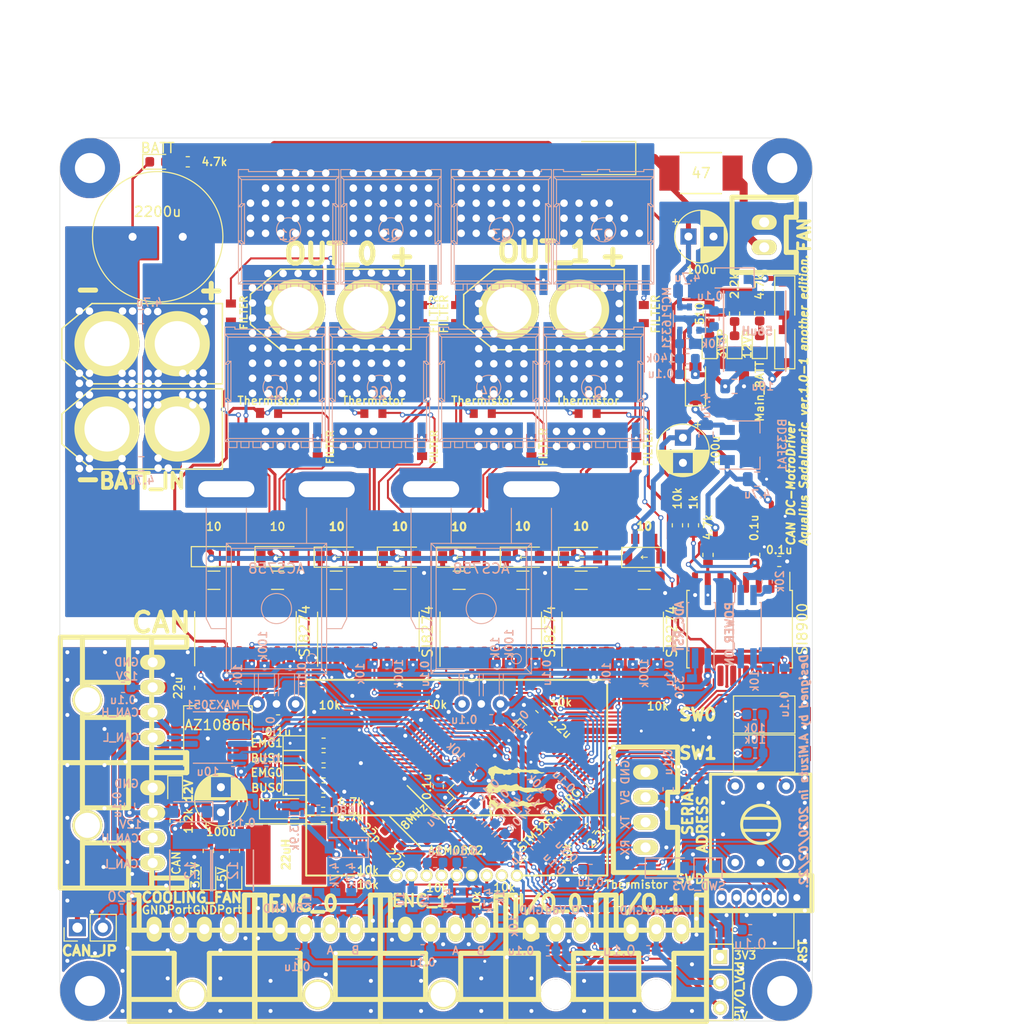
<source format=kicad_pcb>
(kicad_pcb (version 20171130) (host pcbnew "(5.1.4)-1")
  (layers (0 F.Cu signal) (31 B.Cu signal) (34 B.Paste user) (35 F.Paste user) (36 B.SilkS user) (37 F.SilkS user) (38 B.Mask user) (39 F.Mask user) (44 Edge.Cuts user))
  (net 0 "")
  (net 1 /OSC_IN)
  (net 2 GND)
  (net 3 /~RST)
  (net 4 /OSC_OUT)
  (net 5 +3V3)
  (net 6 /CAN_Vdd)
  (net 7 "Net-(C13-Pad1)")
  (net 8 "Net-(C14-Pad1)")
  (net 9 /FB_PWR_OUT)
  (net 10 /FB_PWR)
  (net 11 "Net-(C19-Pad1)")
  (net 12 "Net-(C20-Pad1)")
  (net 13 GNDPWR)
  (net 14 +3.3VP)
  (net 15 "Net-(C23-Pad2)")
  (net 16 "Net-(C23-Pad1)")
  (net 17 /Voltage)
  (net 18 /batt)
  (net 19 +12P)
  (net 20 "Net-(C30-Pad1)")
  (net 21 "Net-(C31-Pad1)")
  (net 22 +BATT)
  (net 23 +5V)
  (net 24 "Net-(D2-Pad2)")
  (net 25 "Net-(D3-Pad2)")
  (net 26 "Net-(D4-Pad2)")
  (net 27 +12V)
  (net 28 /PWM0_L)
  (net 29 /PWM0_R)
  (net 30 "Net-(D13-Pad2)")
  (net 31 "Net-(D14-Pad2)")
  (net 32 "Net-(D19-Pad2)")
  (net 33 "Net-(D20-Pad2)")
  (net 34 "Net-(D21-Pad2)")
  (net 35 "Net-(D22-Pad2)")
  (net 36 "Net-(D23-Pad2)")
  (net 37 "Net-(D26-Pad2)")
  (net 38 "Net-(JP1-Pad1)")
  (net 39 /CAN_H)
  (net 40 "Net-(JP2-Pad2)")
  (net 41 /SWCLK)
  (net 42 /SWDIO)
  (net 43 "Net-(P1-Pad6)")
  (net 44 /CAN_L)
  (net 45 /USART2_RX)
  (net 46 /USART2_TX)
  (net 47 "Net-(P7-Pad2)")
  (net 48 "Net-(R1-Pad1)")
  (net 49 /SW0)
  (net 50 /SW1)
  (net 51 /LED0)
  (net 52 /LED1)
  (net 53 /LED2)
  (net 54 "Net-(R9-Pad2)")
  (net 55 /EN0)
  (net 56 "Net-(R11-Pad1)")
  (net 57 "Net-(R12-Pad1)")
  (net 58 "Net-(R17-Pad2)")
  (net 59 "Net-(R18-Pad2)")
  (net 60 "Net-(R30-Pad2)")
  (net 61 "Net-(R31-Pad2)")
  (net 62 "Net-(R35-Pad1)")
  (net 63 /FB)
  (net 64 "Net-(R40-Pad1)")
  (net 65 /ADR_1)
  (net 66 /ADR_8)
  (net 67 /ADR_4)
  (net 68 /ADR_2)
  (net 69 /CAN1_RX)
  (net 70 /CAN1_TX)
  (net 71 /USART1_TX)
  (net 72 /USART1_RX)
  (net 73 "Net-(U4-Pad13)")
  (net 74 "Net-(U4-Pad12)")
  (net 75 "Net-(U4-Pad7)")
  (net 76 "Net-(U4-Pad2)")
  (net 77 "Net-(U5-Pad6)")
  (net 78 "Net-(U5-Pad11)")
  (net 79 "Net-(U5-Pad14)")
  (net 80 "Net-(U5-Pad15)")
  (net 81 "Net-(D27-Pad2)")
  (net 82 "Net-(P11-Pad4)")
  (net 83 "Net-(P11-Pad3)")
  (net 84 /TIM3_CH1)
  (net 85 /TIM3_CH2)
  (net 86 "Net-(C39-Pad1)")
  (net 87 "Net-(C39-Pad2)")
  (net 88 /ADC_~RST)
  (net 89 "Net-(D32-Pad2)")
  (net 90 "Net-(D33-Pad2)")
  (net 91 "Net-(D34-Pad2)")
  (net 92 /OUT0_L)
  (net 93 /OUT0_R)
  (net 94 /OUT1_L)
  (net 95 "Net-(C48-Pad1)")
  (net 96 /Current1)
  (net 97 /Current0)
  (net 98 /OUT1_R)
  (net 99 /PWM1_R)
  (net 100 /MOTOR0_BATT)
  (net 101 /PWM1_L)
  (net 102 /LED3)
  (net 103 /MOTOR1_BATT)
  (net 104 "Net-(P13-Pad3)")
  (net 105 "Net-(P13-Pad4)")
  (net 106 /EN1)
  (net 107 "Net-(R57-Pad1)")
  (net 108 "Net-(R60-Pad1)")
  (net 109 "Net-(U8-Pad13)")
  (net 110 "Net-(U8-Pad12)")
  (net 111 "Net-(U8-Pad7)")
  (net 112 "Net-(U8-Pad2)")
  (net 113 "Net-(U14-Pad2)")
  (net 114 "Net-(U14-Pad7)")
  (net 115 "Net-(U14-Pad12)")
  (net 116 "Net-(U14-Pad13)")
  (net 117 "Net-(C45-Pad1)")
  (net 118 "Net-(C46-Pad1)")
  (net 119 "Net-(C49-Pad1)")
  (net 120 "Net-(D1-Pad2)")
  (net 121 "Net-(D11-Pad2)")
  (net 122 "Net-(Q1-PadG)")
  (net 123 "Net-(Q2-PadG)")
  (net 124 "Net-(Q3-PadG)")
  (net 125 "Net-(Q4-PadG)")
  (net 126 "Net-(Q5-PadG)")
  (net 127 "Net-(Q6-PadG)")
  (net 128 "Net-(Q7-PadG)")
  (net 129 "Net-(Q8-PadG)")
  (net 130 "Net-(R13-Pad1)")
  (net 131 "Net-(R53-Pad2)")
  (net 132 "Net-(R54-Pad2)")
  (net 133 "Net-(R63-Pad2)")
  (net 134 "Net-(R64-Pad2)")
  (net 135 "Net-(R65-Pad1)")
  (net 136 "Net-(U12-Pad2)")
  (net 137 "Net-(U12-Pad7)")
  (net 138 "Net-(U12-Pad12)")
  (net 139 "Net-(U12-Pad13)")
  (net 140 /Motor0R_Tmp)
  (net 141 /Motor0L_Tmp)
  (net 142 /Motor1L_Tmp)
  (net 143 /Motor1R_Tmp)
  (net 144 /Substrate_Temp)
  (net 145 "Net-(U3-Pad4)")
  (net 146 /IO_0)
  (net 147 /IO_1)
  (net 148 /TIM4_CH1)
  (net 149 /TIM4_CH2)
  (net 150 "Net-(U3-Pad14)")
  (net 151 "Net-(U3-Pad15)")
  (net 152 "Net-(P2-Pad2)")
  (net 153 "Net-(P12-Pad2)")
  (net 154 "Net-(P2-Pad4)")
  (net 155 "Net-(C62-Pad1)")
  (net 156 "Net-(C63-Pad2)")
  (net 157 "Net-(C63-Pad1)")
  (net 158 "Net-(U17-Pad1)")
  (net 159 "Net-(D7-Pad2)")
  (net 160 "Net-(D8-Pad2)")
  (net 161 "Net-(D9-Pad2)")
  (net 162 "Net-(D39-Pad2)")
  (net 163 IO_Vdd)
  (net 164 "Net-(U3-Pad24)")
  (net 165 /I2C2_SCL)
  (net 166 /I2C2_SDA)
  (net 167 "Net-(U3-Pad50)")
  (net 168 "Net-(U3-Pad51)")
  (net 169 /PWR_ON_PIN)
  (net 170 "Net-(U3-Pad33)")
  (net 171 /ADC_~RST~_PIN)
  (net 172 /MOTOR0_VOLTAGE_DAC)
  (net 173 /MOTOR1_VOLTAGE_DAC)
  (net 174 "Net-(D10-Pad2)")
  (module Mizz_lib:ACS785xCB (layer B.Cu) (at 94.09 107.4 180)
    (fp_text reference U10 hide)
    (fp_text value ACS758 (at 0 13.5 180) (layer B.SilkS) (effects (justify mirror)))
    (pad 1 thru_hole circle (at -1.91 0 180) (size 1.524 1.524) (drill 0.762) (layers *.Cu *.Mask) (net 5 +3V3))
    (pad 2 thru_hole circle (at 0 0 180) (size 1.524 1.524) (drill 0.762) (layers *.Cu *.Mask) (net 2 GND))
    (pad 3 thru_hole circle (at 1.91 0 180) (size 1.524 1.524) (drill 0.762) (layers *.Cu *.Mask) (net 108 "Net-(R60-Pad1)"))
    (pad 4 thru_hole oval (at 5 21.4 180) (size 8 3.5) (drill oval 5.6 1.6) (layers *.Cu *.Mask) (net 100 /MOTOR0_BATT))
    (pad 5 thru_hole oval (at -5 21.4 180) (size 8 3.5) (drill oval 5.6 1.6) (layers *.Cu *.Mask) (net 13 GNDPWR))
  )
  (module Mizz_lib:ACS785xCB (layer B.Cu) (at 114.5 107.4 180)
    (fp_text reference U13 hide)
    (fp_text value ACS758 (at 0 13.5 180) (layer B.SilkS) (effects (justify mirror)))
    (pad 5 thru_hole oval (at -5 21.4 180) (size 8 3.5) (drill oval 5.6 1.6) (layers *.Cu *.Mask) (net 13 GNDPWR))
    (pad 4 thru_hole oval (at 5 21.4 180) (size 8 3.5) (drill oval 5.6 1.6) (layers *.Cu *.Mask) (net 103 /MOTOR1_BATT))
    (pad 3 thru_hole circle (at 1.91 0 180) (size 1.524 1.524) (drill 0.762) (layers *.Cu *.Mask) (net 107 "Net-(R57-Pad1)"))
    (pad 2 thru_hole circle (at 0 0 180) (size 1.524 1.524) (drill 0.762) (layers *.Cu *.Mask) (net 2 GND))
    (pad 1 thru_hole circle (at -1.91 0 180) (size 1.524 1.524) (drill 0.762) (layers *.Cu *.Mask) (net 5 +3V3))
  )
  (module Mizz_lib:HSOF-8-1 (layer B.Cu) (at 104.35 75.85 180)
    (fp_text reference Q6 (at 0 -0.5) (layer B.SilkS) (effects (justify mirror)))
    (fp_text value MOSFET_N)
    (pad D smd rect (at 0 2.5 180) (size 10 8) (layers B.Cu B.Paste B.Mask) (net 93 /OUT0_R))
    (pad G smd rect (at -4.2 -5 180) (size 0.8 3) (layers B.Cu B.Paste B.Mask) (net 127 "Net-(Q6-PadG)"))
    (pad S smd rect (at 0.6 -5 180) (size 8 3) (layers B.Cu B.Paste B.Mask) (net 100 /MOTOR0_BATT))
  )
  (module Package_QFP:LQFP-64_10x10mm_P0.5mm (layer F.Cu) (at 118.35 116.075 45)
    (fp_text reference U3 hide)
    (fp_text value STM32F405RG (at 0 4.101219 45) (layer F.SilkS) (effects (font (size 0.8 0.8))))
    (pad 1 smd roundrect (at -5.675 -3.75 45) (size 1.55 0.3) (layers F.Cu F.Paste F.Mask) (net 5 +3V3))
    (pad 2 smd roundrect (at -5.675 -3.25 45) (size 1.55 0.3) (layers F.Cu F.Paste F.Mask) (net 146 /IO_0))
    (pad 3 smd roundrect (at -5.675 -2.75 45) (size 1.55 0.3) (layers F.Cu F.Paste F.Mask) (net 147 /IO_1))
    (pad 4 smd roundrect (at -5.675 -2.25 45) (size 1.55 0.3) (layers F.Cu F.Paste F.Mask) (net 145 "Net-(U3-Pad4)"))
    (pad 5 smd roundrect (at -5.675 -1.75 45) (size 1.55 0.3) (layers F.Cu F.Paste F.Mask) (net 1 /OSC_IN))
    (pad 6 smd roundrect (at -5.675 -1.25 45) (size 1.55 0.3) (layers F.Cu F.Paste F.Mask) (net 4 /OSC_OUT))
    (pad 7 smd roundrect (at -5.675 -0.75 45) (size 1.55 0.3) (layers F.Cu F.Paste F.Mask) (net 3 /~RST))
    (pad 8 smd roundrect (at -5.675 -0.25 45) (size 1.55 0.3) (layers F.Cu F.Paste F.Mask) (net 140 /Motor0R_Tmp))
    (pad 9 smd roundrect (at -5.675 0.25 45) (size 1.55 0.3) (layers F.Cu F.Paste F.Mask) (net 141 /Motor0L_Tmp))
    (pad 10 smd roundrect (at -5.675 0.75 45) (size 1.55 0.3) (layers F.Cu F.Paste F.Mask) (net 96 /Current1))
    (pad 11 smd roundrect (at -5.675 1.25 45) (size 1.55 0.3) (layers F.Cu F.Paste F.Mask) (net 97 /Current0))
    (pad 12 smd roundrect (at -5.675 1.75 45) (size 1.55 0.3) (layers F.Cu F.Paste F.Mask) (net 2 GND))
    (pad 13 smd roundrect (at -5.675 2.25 45) (size 1.55 0.3) (layers F.Cu F.Paste F.Mask) (net 5 +3V3))
    (pad 14 smd roundrect (at -5.675 2.75 45) (size 1.55 0.3) (layers F.Cu F.Paste F.Mask) (net 150 "Net-(U3-Pad14)"))
    (pad 15 smd roundrect (at -5.675 3.25 45) (size 1.55 0.3) (layers F.Cu F.Paste F.Mask) (net 151 "Net-(U3-Pad15)"))
    (pad 16 smd roundrect (at -5.675 3.75 45) (size 1.55 0.3) (layers F.Cu F.Paste F.Mask) (net 46 /USART2_TX))
    (pad 17 smd roundrect (at -3.75 5.675 45) (size 0.3 1.55) (layers F.Cu F.Paste F.Mask) (net 45 /USART2_RX))
    (pad 18 smd roundrect (at -3.25 5.675 45) (size 0.3 1.55) (layers F.Cu F.Paste F.Mask) (net 2 GND))
    (pad 19 smd roundrect (at -2.75 5.675 45) (size 0.3 1.55) (layers F.Cu F.Paste F.Mask) (net 5 +3V3))
    (pad 20 smd roundrect (at -2.25 5.675 45) (size 0.3 1.55) (layers F.Cu F.Paste F.Mask) (net 144 /Substrate_Temp))
    (pad 21 smd roundrect (at -1.75 5.675 45) (size 0.3 1.55) (layers F.Cu F.Paste F.Mask) (net 67 /ADR_4))
    (pad 22 smd roundrect (at -1.25 5.675 45) (size 0.3 1.55) (layers F.Cu F.Paste F.Mask) (net 66 /ADR_8))
    (pad 23 smd roundrect (at -0.75 5.675 45) (size 0.3 1.55) (layers F.Cu F.Paste F.Mask) (net 65 /ADR_1))
    (pad 24 smd roundrect (at -0.25 5.675 45) (size 0.3 1.55) (layers F.Cu F.Paste F.Mask) (net 164 "Net-(U3-Pad24)"))
    (pad 25 smd roundrect (at 0.25 5.675 45) (size 0.3 1.55) (layers F.Cu F.Paste F.Mask) (net 143 /Motor1R_Tmp))
    (pad 26 smd roundrect (at 0.75 5.675 45) (size 0.3 1.55) (layers F.Cu F.Paste F.Mask) (net 142 /Motor1L_Tmp))
    (pad 27 smd roundrect (at 1.25 5.675 45) (size 0.3 1.55) (layers F.Cu F.Paste F.Mask) (net 68 /ADR_2))
    (pad 28 smd roundrect (at 1.75 5.675 45) (size 0.3 1.55) (layers F.Cu F.Paste F.Mask) (net 54 "Net-(R9-Pad2)"))
    (pad 29 smd roundrect (at 2.25 5.675 45) (size 0.3 1.55) (layers F.Cu F.Paste F.Mask) (net 165 /I2C2_SCL))
    (pad 30 smd roundrect (at 2.75 5.675 45) (size 0.3 1.55) (layers F.Cu F.Paste F.Mask) (net 166 /I2C2_SDA))
    (pad 31 smd roundrect (at 3.25 5.675 45) (size 0.3 1.55) (layers F.Cu F.Paste F.Mask) (net 7 "Net-(C13-Pad1)"))
    (pad 32 smd roundrect (at 3.75 5.675 45) (size 0.3 1.55) (layers F.Cu F.Paste F.Mask) (net 5 +3V3))
    (pad 33 smd roundrect (at 5.675 3.75 45) (size 1.55 0.3) (layers F.Cu F.Paste F.Mask) (net 170 "Net-(U3-Pad33)"))
    (pad 34 smd roundrect (at 5.675 3.25 45) (size 1.55 0.3) (layers F.Cu F.Paste F.Mask) (net 106 /EN1))
    (pad 35 smd roundrect (at 5.675 2.75 45) (size 1.55 0.3) (layers F.Cu F.Paste F.Mask) (net 99 /PWM1_R))
    (pad 36 smd roundrect (at 5.675 2.25 45) (size 1.55 0.3) (layers F.Cu F.Paste F.Mask) (net 101 /PWM1_L))
    (pad 37 smd roundrect (at 5.675 1.75 45) (size 1.55 0.3) (layers F.Cu F.Paste F.Mask) (net 55 /EN0))
    (pad 38 smd roundrect (at 5.675 1.25 45) (size 1.55 0.3) (layers F.Cu F.Paste F.Mask) (net 28 /PWM0_L))
    (pad 39 smd roundrect (at 5.675 0.75 45) (size 1.55 0.3) (layers F.Cu F.Paste F.Mask) (net 29 /PWM0_R))
    (pad 40 smd roundrect (at 5.675 0.25 45) (size 1.55 0.3) (layers F.Cu F.Paste F.Mask) (net 50 /SW1))
    (pad 41 smd roundrect (at 5.675 -0.25 45) (size 1.55 0.3) (layers F.Cu F.Paste F.Mask) (net 49 /SW0))
    (pad 42 smd roundrect (at 5.675 -0.75 45) (size 1.55 0.3) (layers F.Cu F.Paste F.Mask) (net 71 /USART1_TX))
    (pad 43 smd roundrect (at 5.675 -1.25 45) (size 1.55 0.3) (layers F.Cu F.Paste F.Mask) (net 72 /USART1_RX))
    (pad 44 smd roundrect (at 5.675 -1.75 45) (size 1.55 0.3) (layers F.Cu F.Paste F.Mask) (net 169 /PWR_ON_PIN))
    (pad 45 smd roundrect (at 5.675 -2.25 45) (size 1.55 0.3) (layers F.Cu F.Paste F.Mask) (net 171 /ADC_~RST~_PIN))
    (pad 46 smd roundrect (at 5.675 -2.75 45) (size 1.55 0.3) (layers F.Cu F.Paste F.Mask) (net 42 /SWDIO))
    (pad 47 smd roundrect (at 5.675 -3.25 45) (size 1.55 0.3) (layers F.Cu F.Paste F.Mask) (net 8 "Net-(C14-Pad1)"))
    (pad 48 smd roundrect (at 5.675 -3.75 45) (size 1.55 0.3) (layers F.Cu F.Paste F.Mask) (net 5 +3V3))
    (pad 49 smd roundrect (at 3.75 -5.675 45) (size 0.3 1.55) (layers F.Cu F.Paste F.Mask) (net 41 /SWCLK))
    (pad 50 smd roundrect (at 3.25 -5.675 45) (size 0.3 1.55) (layers F.Cu F.Paste F.Mask) (net 167 "Net-(U3-Pad50)"))
    (pad 51 smd roundrect (at 2.75 -5.675 45) (size 0.3 1.55) (layers F.Cu F.Paste F.Mask) (net 168 "Net-(U3-Pad51)"))
    (pad 52 smd roundrect (at 2.25 -5.675 45) (size 0.3 1.55) (layers F.Cu F.Paste F.Mask) (net 51 /LED0))
    (pad 53 smd roundrect (at 1.75 -5.675 45) (size 0.3 1.55) (layers F.Cu F.Paste F.Mask) (net 52 /LED1))
    (pad 54 smd roundrect (at 1.25 -5.675 45) (size 0.3 1.55) (layers F.Cu F.Paste F.Mask) (net 53 /LED2))
    (pad 55 smd roundrect (at 0.75 -5.675 45) (size 0.3 1.55) (layers F.Cu F.Paste F.Mask) (net 102 /LED3))
    (pad 56 smd roundrect (at 0.25 -5.675 45) (size 0.3 1.55) (layers F.Cu F.Paste F.Mask) (net 84 /TIM3_CH1))
    (pad 57 smd roundrect (at -0.25 -5.675 45) (size 0.3 1.55) (layers F.Cu F.Paste F.Mask) (net 85 /TIM3_CH2))
    (pad 58 smd roundrect (at -0.75 -5.675 45) (size 0.3 1.55) (layers F.Cu F.Paste F.Mask) (net 148 /TIM4_CH1))
    (pad 59 smd roundrect (at -1.25 -5.675 45) (size 0.3 1.55) (layers F.Cu F.Paste F.Mask) (net 149 /TIM4_CH2))
    (pad 60 smd roundrect (at -1.75 -5.675 45) (size 0.3 1.55) (layers F.Cu F.Paste F.Mask) (net 48 "Net-(R1-Pad1)"))
    (pad 61 smd roundrect (at -2.25 -5.675 45) (size 0.3 1.55) (layers F.Cu F.Paste F.Mask) (net 69 /CAN1_RX))
    (pad 62 smd roundrect (at -2.75 -5.675 45) (size 0.3 1.55) (layers F.Cu F.Paste F.Mask) (net 70 /CAN1_TX))
    (pad 63 smd roundrect (at -3.25 -5.675 45) (size 0.3 1.55) (layers F.Cu F.Paste F.Mask) (net 2 GND))
    (pad 64 smd roundrect (at -3.75 -5.675 45) (size 0.3 1.55) (layers F.Cu F.Paste F.Mask) (net 5 +3V3))
  )
  (module Mizz_lib:XT60_F (layer F.Cu) (at 120.75 68.1)
    (fp_text reference P10)
    (fp_text value OUT_1 (at 0 -5.75 unlocked) (layer F.SilkS) (effects (font (size 2 2) (thickness 0.5))))
    (pad 2 thru_hole circle (at 3.5 0) (size 6 6) (drill 4.5) (layers *.Cu *.Mask F.SilkS) (net 98 /OUT1_R))
    (pad 1 thru_hole circle (at -3.5 0) (size 6 6) (drill 4.5) (layers *.Cu *.Mask F.SilkS) (net 94 /OUT1_L))
  )
  (module Mizz_lib:XT60_F (layer F.Cu) (at 99.5 68.075)
    (fp_text reference P15)
    (fp_text value OUT_0 (at 0 -5.5) (layer F.SilkS) (effects (font (size 2 2) (thickness 0.5))))
    (pad 2 thru_hole circle (at 3.5 0) (size 6 6) (drill 4.5) (layers *.Cu *.Mask F.SilkS) (net 93 /OUT0_R))
    (pad 1 thru_hole circle (at -3.5 0) (size 6 6) (drill 4.5) (layers *.Cu *.Mask F.SilkS) (net 92 /OUT0_L))
  )
  (module Mizz_lib:rotary_0F (layer F.Cu) (at 142.35 119.4 180)
    (fp_text reference U19 hide)
    (fp_text value ADRESS (at 5.8 0 270) (layer F.SilkS) (effects (font (thickness 0.25))))
    (pad 1 thru_hole circle (at -2.54 3.81 180) (size 1.524 1.524) (drill 0.762) (layers *.Cu *.Mask) (net 68 /ADR_2))
    (pad 2 thru_hole circle (at 0 3.81 180) (size 1.524 1.524) (drill 0.762) (layers *.Cu *.Mask) (net 2 GND))
    (pad 3 thru_hole circle (at 2.54 3.81 180) (size 1.524 1.524) (drill 0.762) (layers *.Cu *.Mask) (net 65 /ADR_1))
    (pad 4 thru_hole circle (at 2.54 -3.81 180) (size 1.524 1.524) (drill 0.762) (layers *.Cu *.Mask) (net 67 /ADR_4))
    (pad 5 thru_hole circle (at 0 -3.81 180) (size 1.524 1.524) (drill 0.762) (layers *.Cu *.Mask) (net 2 GND))
    (pad 6 thru_hole circle (at -2.54 -3.81 180) (size 1.524 1.524) (drill 0.762) (layers *.Cu *.Mask) (net 66 /ADR_8))
  )
  (module Capacitor_SMD:C_0603_1608Metric (layer B.Cu) (at 115.5 108.975 180)
    (fp_text reference C21 hide)
    (fp_text value 0.1u (at 2.7 0) (layer B.SilkS) (effects (font (size 0.8 0.8)) (justify mirror)))
    (pad 1 smd roundrect (at -0.7875 0 180) (size 0.875 0.95) (layers B.Cu B.Paste B.Mask) (net 5 +3V3))
    (pad 2 smd roundrect (at 0.7875 0 180) (size 0.875 0.95) (layers B.Cu B.Paste B.Mask) (net 2 GND))
  )
  (module Mizz_lib:AQM0802_original (layer F.Cu) (at 112.05 114.25)
    (fp_text reference U17 hide)
    (fp_text value AQM0802 (at -0.1 7.75) (layer F.SilkS) (effects (font (size 0.8 0.8))))
    (pad 9 thru_hole circle (at 6 10.25) (size 1.2 1.2) (drill 0.8) (layers *.Cu *.Mask F.SilkS) (net 5 +3V3))
    (pad 8 thru_hole circle (at 4.5 10.25) (size 1.2 1.2) (drill 0.8) (layers *.Cu *.Mask F.SilkS) (net 165 /I2C2_SCL))
    (pad 7 thru_hole circle (at 3 10.25) (size 1.2 1.2) (drill 0.8) (layers *.Cu *.Mask F.SilkS) (net 166 /I2C2_SDA))
    (pad 6 thru_hole circle (at 1.5 10.25) (size 1.2 1.2) (drill 0.8) (layers *.Cu *.Mask F.SilkS) (net 2 GND))
    (pad 5 thru_hole circle (at 0 10.25) (size 1.2 1.2) (drill 0.8) (layers *.Cu *.Mask F.SilkS) (net 5 +3V3))
    (pad 4 thru_hole circle (at -1.5 10.25) (size 1.2 1.2) (drill 0.8) (layers *.Cu *.Mask F.SilkS) (net 156 "Net-(C63-Pad2)"))
    (pad 3 thru_hole circle (at -3 10.25) (size 1.2 1.2) (drill 0.8) (layers *.Cu *.Mask F.SilkS) (net 157 "Net-(C63-Pad1)"))
    (pad 2 thru_hole circle (at -4.5 10.25) (size 1.2 1.2) (drill 0.8) (layers *.Cu *.Mask F.SilkS) (net 155 "Net-(C62-Pad1)"))
    (pad 1 thru_hole circle (at -6 10.25) (size 1.2 1.2) (drill 0.8) (layers *.Cu *.Mask F.SilkS) (net 158 "Net-(U17-Pad1)"))
  )
  (module Mizz_lib:XA_4L (layer F.Cu) (at 81.9 129.85)
    (fp_text reference P2 hide)
    (fp_text value MOTOR_COOLING hide)
    (pad 1 thru_hole oval (at 0 0) (size 1.5 2.5) (drill 1) (layers *.Cu *.Mask F.SilkS) (net 2 GND))
    (pad 2 thru_hole oval (at 2.5 0) (size 1.5 2.5) (drill 1) (layers *.Cu *.Mask F.SilkS) (net 152 "Net-(P2-Pad2)"))
    (pad 3 thru_hole oval (at 5 0) (size 1.5 2.5) (drill 1) (layers *.Cu *.Mask F.SilkS) (net 2 GND))
    (pad 4 thru_hole oval (at 7.5 0) (size 1.5 2.5) (drill 1) (layers *.Cu *.Mask F.SilkS) (net 154 "Net-(P2-Pad4)"))
    (pad "" thru_hole circle (at 3.75 6.5) (size 3 3) (drill 2.5) (layers *.Cu *.Mask F.SilkS))
  )
  (module Capacitor_SMD:C_0603_1608Metric (layer B.Cu) (at 116.3 120.9 225)
    (fp_text reference C50 hide)
    (fp_text value 470n (at -2.899138 0 45) (layer B.SilkS) (effects (font (size 0.8 0.8)) (justify mirror)))
    (pad 1 smd roundrect (at -0.7875 0 225) (size 0.875 0.95) (layers B.Cu B.Paste B.Mask) (net 97 /Current0))
    (pad 2 smd roundrect (at 0.7875 0 225) (size 0.875 0.95) (layers B.Cu B.Paste B.Mask) (net 2 GND))
  )
  (module Package_SO:SOIC-16W_7.5x10.3mm_P1.27mm (layer F.Cu) (at 140.25 99.95 270)
    (fp_text reference U5 hide)
    (fp_text value SI8900 (at 0 -6.25 90) (layer F.SilkS))
    (pad 1 smd roundrect (at -4.65 -4.445 270) (size 2.05 0.6) (layers F.Cu F.Paste F.Mask) (net 14 +3.3VP))
    (pad 2 smd roundrect (at -4.65 -3.175 270) (size 2.05 0.6) (layers F.Cu F.Paste F.Mask) (net 14 +3.3VP))
    (pad 3 smd roundrect (at -4.65 -1.905 270) (size 2.05 0.6) (layers F.Cu F.Paste F.Mask) (net 17 /Voltage))
    (pad 4 smd roundrect (at -4.65 -0.635 270) (size 2.05 0.6) (layers F.Cu F.Paste F.Mask) (net 172 /MOTOR0_VOLTAGE_DAC))
    (pad 5 smd roundrect (at -4.65 0.635 270) (size 2.05 0.6) (layers F.Cu F.Paste F.Mask) (net 173 /MOTOR1_VOLTAGE_DAC))
    (pad 6 smd roundrect (at -4.65 1.905 270) (size 2.05 0.6) (layers F.Cu F.Paste F.Mask) (net 77 "Net-(U5-Pad6)"))
    (pad 7 smd roundrect (at -4.65 3.175 270) (size 2.05 0.6) (layers F.Cu F.Paste F.Mask) (net 88 /ADC_~RST))
    (pad 8 smd roundrect (at -4.65 4.445 270) (size 2.05 0.6) (layers F.Cu F.Paste F.Mask) (net 13 GNDPWR))
    (pad 9 smd roundrect (at 4.65 4.445 270) (size 2.05 0.6) (layers F.Cu F.Paste F.Mask) (net 2 GND))
    (pad 10 smd roundrect (at 4.65 3.175 270) (size 2.05 0.6) (layers F.Cu F.Paste F.Mask) (net 5 +3V3))
    (pad 11 smd roundrect (at 4.65 1.905 270) (size 2.05 0.6) (layers F.Cu F.Paste F.Mask) (net 78 "Net-(U5-Pad11)"))
    (pad 12 smd roundrect (at 4.65 0.635 270) (size 2.05 0.6) (layers F.Cu F.Paste F.Mask) (net 72 /USART1_RX))
    (pad 13 smd roundrect (at 4.65 -0.635 270) (size 2.05 0.6) (layers F.Cu F.Paste F.Mask) (net 71 /USART1_TX))
    (pad 14 smd roundrect (at 4.65 -1.905 270) (size 2.05 0.6) (layers F.Cu F.Paste F.Mask) (net 79 "Net-(U5-Pad14)"))
    (pad 15 smd roundrect (at 4.65 -3.175 270) (size 2.05 0.6) (layers F.Cu F.Paste F.Mask) (net 80 "Net-(U5-Pad15)"))
    (pad 16 smd roundrect (at 4.65 -4.445 270) (size 2.05 0.6) (layers F.Cu F.Paste F.Mask) (net 5 +3V3))
  )
  (module Mizz_lib:XA_4L (layer F.Cu) (at 81.75 115.75 270)
    (fp_text reference P4 hide)
    (fp_text value CAN (at 7.5 -2.35 90) (layer F.SilkS) (effects (font (size 0.8 0.8))))
    (pad 1 thru_hole oval (at 0 0 270) (size 1.5 2.5) (drill 1) (layers *.Cu *.Mask F.SilkS) (net 2 GND))
    (pad 2 thru_hole oval (at 2.5 0 270) (size 1.5 2.5) (drill 1) (layers *.Cu *.Mask F.SilkS) (net 6 /CAN_Vdd))
    (pad 3 thru_hole oval (at 5 0 270) (size 1.5 2.5) (drill 1) (layers *.Cu *.Mask F.SilkS) (net 39 /CAN_H))
    (pad 4 thru_hole oval (at 7.5 0 270) (size 1.5 2.5) (drill 1) (layers *.Cu *.Mask F.SilkS) (net 44 /CAN_L))
    (pad "" thru_hole circle (at 3.75 6.5 270) (size 3 3) (drill 2.5) (layers *.Cu *.Mask F.SilkS))
  )
  (module Mizz_lib:XA_4L (layer F.Cu) (at 81.75 103.25 270)
    (fp_text reference P3 hide)
    (fp_text value CAN (at -3.95 -0.85 180) (layer F.SilkS) (effects (font (size 2 2) (thickness 0.4))))
    (pad "" thru_hole circle (at 3.75 6.5 270) (size 3 3) (drill 2.5) (layers *.Cu *.Mask F.SilkS))
    (pad 4 thru_hole oval (at 7.5 0 270) (size 1.5 2.5) (drill 1) (layers *.Cu *.Mask F.SilkS) (net 44 /CAN_L))
    (pad 3 thru_hole oval (at 5 0 270) (size 1.5 2.5) (drill 1) (layers *.Cu *.Mask F.SilkS) (net 39 /CAN_H))
    (pad 2 thru_hole oval (at 2.5 0 270) (size 1.5 2.5) (drill 1) (layers *.Cu *.Mask F.SilkS) (net 6 /CAN_Vdd))
    (pad 1 thru_hole oval (at 0 0 270) (size 1.5 2.5) (drill 1) (layers *.Cu *.Mask F.SilkS) (net 2 GND))
  )
  (module Mizz_lib:XA_4L (layer F.Cu) (at 94.45 129.85)
    (fp_text reference P11 hide)
    (fp_text value ENC_0 (at 2.25 -2.55) (layer F.SilkS) (effects (font (size 1.5 1.5) (thickness 0.375))))
    (pad "" thru_hole circle (at 3.75 6.5) (size 3 3) (drill 2.5) (layers *.Cu *.Mask F.SilkS))
    (pad 4 thru_hole oval (at 7.5 0) (size 1.5 2.5) (drill 1) (layers *.Cu *.Mask F.SilkS) (net 82 "Net-(P11-Pad4)"))
    (pad 3 thru_hole oval (at 5 0) (size 1.5 2.5) (drill 1) (layers *.Cu *.Mask F.SilkS) (net 83 "Net-(P11-Pad3)"))
    (pad 2 thru_hole oval (at 2.5 0) (size 1.5 2.5) (drill 1) (layers *.Cu *.Mask F.SilkS) (net 23 +5V))
    (pad 1 thru_hole oval (at 0 0) (size 1.5 2.5) (drill 1) (layers *.Cu *.Mask F.SilkS) (net 2 GND))
  )
  (module Mizz_lib:XA_4L (layer F.Cu) (at 106.95 129.85)
    (fp_text reference P13 hide)
    (fp_text value ENC_1 (at 1.45 -2.85) (layer F.SilkS) (effects (font (size 1.2 1.2) (thickness 0.25))))
    (pad 1 thru_hole oval (at 0 0) (size 1.5 2.5) (drill 1) (layers *.Cu *.Mask F.SilkS) (net 2 GND))
    (pad 2 thru_hole oval (at 2.5 0) (size 1.5 2.5) (drill 1) (layers *.Cu *.Mask F.SilkS) (net 23 +5V))
    (pad 3 thru_hole oval (at 5 0) (size 1.5 2.5) (drill 1) (layers *.Cu *.Mask F.SilkS) (net 104 "Net-(P13-Pad3)"))
    (pad 4 thru_hole oval (at 7.5 0) (size 1.5 2.5) (drill 1) (layers *.Cu *.Mask F.SilkS) (net 105 "Net-(P13-Pad4)"))
    (pad "" thru_hole circle (at 3.75 6.5) (size 3 3) (drill 2.5) (layers *.Cu *.Mask F.SilkS))
  )
  (module Mizz_lib:XA_2P (layer F.Cu) (at 142.7 61.9 90)
    (fp_text reference P7 hide)
    (fp_text value FAN (at 1.25 4 270) (layer F.SilkS) (effects (font (size 1.2 1.2) (thickness 0.3))))
    (pad 1 thru_hole oval (at 2.5 0 90) (size 1.5 2.5) (drill 1) (layers *.Cu *.Mask F.SilkS) (net 13 GNDPWR))
    (pad 2 thru_hole oval (at 0 0 90) (size 1.5 2.5) (drill 1) (layers *.Cu *.Mask F.SilkS) (net 47 "Net-(P7-Pad2)"))
  )
  (module Mizz_lib:XA_4P (layer F.Cu) (at 130.875 121.7 90)
    (fp_text reference P5 hide)
    (fp_text value SERIAL (at 3.75 4.2 270) (layer F.SilkS) (effects (font (thickness 0.25))))
    (pad 4 thru_hole oval (at 0 0 90) (size 1.5 2.5) (drill 1) (layers *.Cu *.Mask F.SilkS) (net 45 /USART2_RX))
    (pad 3 thru_hole oval (at 2.5 0 90) (size 1.5 2.5) (drill 1) (layers *.Cu *.Mask F.SilkS) (net 46 /USART2_TX))
    (pad 2 thru_hole oval (at 5 0 90) (size 1.5 2.5) (drill 1) (layers *.Cu *.Mask F.SilkS) (net 23 +5V))
    (pad 1 thru_hole oval (at 7.5 0 90) (size 1.5 2.5) (drill 1) (layers *.Cu *.Mask F.SilkS) (net 2 GND))
  )
  (module Mizz_lib:ZH_6P (layer F.Cu) (at 145.95 126.7 180)
    (fp_text reference P1 hide)
    (fp_text value SWD (at 10.65 1.85) (layer F.SilkS) (effects (font (size 0.9 0.9) (thickness 0.2))))
    (pad 1 thru_hole oval (at 0 0 180) (size 1 1.524) (drill 0.7) (layers *.Cu *.Mask) (net 2 GND))
    (pad 2 thru_hole oval (at 1.5 0 180) (size 1 1.524) (drill 0.7) (layers *.Cu *.Mask) (net 38 "Net-(JP1-Pad1)"))
    (pad 3 thru_hole oval (at 3 0 180) (size 1 1.524) (drill 0.7) (layers *.Cu *.Mask) (net 41 /SWCLK))
    (pad 4 thru_hole oval (at 4.5 0 180) (size 1 1.524) (drill 0.7) (layers *.Cu *.Mask) (net 42 /SWDIO))
    (pad 5 thru_hole oval (at 6 0 180) (size 1 1.524) (drill 0.7) (layers *.Cu *.Mask) (net 3 /~RST))
    (pad 6 thru_hole oval (at 7.5 0 180) (size 1 1.524) (drill 0.7) (layers *.Cu *.Mask) (net 43 "Net-(P1-Pad6)"))
  )
  (module Mizz_lib:XT60_F (layer F.Cu) (at 80.7 80)
    (fp_text reference P9)
    (fp_text value BATT_IN (at 0 5.2) (layer F.SilkS) (effects (font (size 1.5 1.5) (thickness 0.375))))
    (pad 1 thru_hole circle (at -3.5 0) (size 6.5 6.5) (drill 4.5) (layers *.Cu *.Mask F.SilkS) (net 13 GNDPWR))
    (pad 2 thru_hole circle (at 3.5 0) (size 6.5 6.5) (drill 4.5) (layers *.Cu *.Mask F.SilkS) (net 22 +BATT))
  )
  (module Mizz_lib:XT60_M (layer F.Cu) (at 80.7 71.5)
    (fp_text reference P8)
    (fp_text value BATT_IN hide)
    (pad 2 thru_hole circle (at 3.5 0) (size 6.5 6.5) (drill 4.5) (layers *.Cu *.Mask F.SilkS) (net 22 +BATT))
    (pad 1 thru_hole circle (at -3.5 0) (size 6.5 6.5) (drill 4.5) (layers *.Cu *.Mask F.SilkS) (net 13 GNDPWR))
  )
  (module Resistor_SMD:R_0603_1608Metric (layer B.Cu) (at 113.75 113.875 135)
    (fp_text reference R1 hide)
    (fp_text value 10k (at 2.474874 0 135) (layer B.SilkS) (effects (font (size 0.8 0.8)) (justify mirror)))
    (pad 2 smd roundrect (at 0.7875 0 135) (size 0.875 0.95) (layers B.Cu B.Paste B.Mask) (net 2 GND))
    (pad 1 smd roundrect (at -0.7875 0 135) (size 0.875 0.95) (layers B.Cu B.Paste B.Mask) (net 48 "Net-(R1-Pad1)"))
  )
  (module Diode_SMD:D_SOD-123 (layer B.Cu) (at 139.45 64.95 180)
    (fp_text reference D16 hide)
    (fp_text value DIODE)
    (pad 1 smd rect (at -1.65 0 180) (size 0.9 1.2) (layers B.Cu B.Paste B.Mask) (net 16 "Net-(C23-Pad1)"))
    (pad 2 smd rect (at 1.65 0 180) (size 0.9 1.2) (layers B.Cu B.Paste B.Mask) (net 13 GNDPWR))
  )
  (module Mizz_lib:HSOF-8-1 (layer B.Cu) (at 93.95 75.85 180)
    (fp_text reference Q2 (at 0 -0.5) (layer B.SilkS) (effects (justify mirror)))
    (fp_text value MOSFET_N)
    (pad S smd rect (at 0.6 -5 180) (size 8 3) (layers B.Cu B.Paste B.Mask) (net 100 /MOTOR0_BATT))
    (pad G smd rect (at -4.2 -5 180) (size 0.8 3) (layers B.Cu B.Paste B.Mask) (net 123 "Net-(Q2-PadG)"))
    (pad D smd rect (at 0 2.5 180) (size 10 8) (layers B.Cu B.Paste B.Mask) (net 92 /OUT0_L))
  )
  (module Diode_SMD:D_SOD-123 (layer B.Cu) (at 85.5 118.15 180)
    (fp_text reference D5 hide)
    (fp_text value DIODE)
    (pad 1 smd rect (at -1.65 0 180) (size 0.9 1.2) (layers B.Cu B.Paste B.Mask) (net 27 +12V))
    (pad 2 smd rect (at 1.65 0 180) (size 0.9 1.2) (layers B.Cu B.Paste B.Mask) (net 6 /CAN_Vdd))
  )
  (module Resistor_SMD:R_0603_1608Metric (layer B.Cu) (at 78.65 127.85 180)
    (fp_text reference R3 hide)
    (fp_text value 120 (at 0 1.25) (layer B.SilkS) (effects (justify mirror)))
    (pad 1 smd roundrect (at -0.7875 0 180) (size 0.875 0.95) (layers B.Cu B.Paste B.Mask) (net 44 /CAN_L))
    (pad 2 smd roundrect (at 0.7875 0 180) (size 0.875 0.95) (layers B.Cu B.Paste B.Mask) (net 40 "Net-(JP2-Pad2)"))
  )
  (module Capacitor_SMD:C_0603_1608Metric (layer B.Cu) (at 115.3 119.9 225)
    (fp_text reference C47 hide)
    (fp_text value 470n (at -2.828427 0 45) (layer B.SilkS) (effects (font (size 0.8 0.8)) (justify mirror)))
    (pad 1 smd roundrect (at -0.7875 0 225) (size 0.875 0.95) (layers B.Cu B.Paste B.Mask) (net 96 /Current1))
    (pad 2 smd roundrect (at 0.7875 0 225) (size 0.875 0.95) (layers B.Cu B.Paste B.Mask) (net 2 GND))
  )
  (module Resistor_SMD:R_0603_1608Metric (layer F.Cu) (at 98.75 117.2)
    (fp_text reference R57 hide)
    (fp_text value 4.7k (at 2.75 0) (layer F.SilkS) (effects (font (size 0.8 0.8))))
    (pad 1 smd roundrect (at -0.7875 0) (size 0.875 0.95) (layers F.Cu F.Paste F.Mask) (net 107 "Net-(R57-Pad1)"))
    (pad 2 smd roundrect (at 0.7875 0) (size 0.875 0.95) (layers F.Cu F.Paste F.Mask) (net 96 /Current1))
  )
  (module Mizz_lib:Crystal_SMD_5032_2Pads (layer F.Cu) (at 107.8 118.625 315)
    (fp_text reference Y1 hide)
    (fp_text value 8MHz (at 0 0 45) (layer F.SilkS) (effects (font (size 0.8 0.8))))
    (pad 1 smd rect (at -2.05 0 315) (size 2 2.4) (layers F.Cu F.Paste F.Mask) (net 1 /OSC_IN))
    (pad 2 smd rect (at 2.05 0 315) (size 2 2.4) (layers F.Cu F.Paste F.Mask) (net 4 /OSC_OUT))
  )
  (module Capacitor_SMD:C_0603_1608Metric (layer F.Cu) (at 104.393153 119.418153 315)
    (fp_text reference C1 hide)
    (fp_text value 22p (at -0.007995 1.184404 135) (layer F.SilkS) (effects (font (size 0.8 0.8))))
    (pad 2 smd roundrect (at 0.7875 0 315) (size 0.875 0.95) (layers F.Cu F.Paste F.Mask) (net 1 /OSC_IN))
    (pad 1 smd roundrect (at -0.7875 0 315) (size 0.875 0.95) (layers F.Cu F.Paste F.Mask) (net 2 GND))
  )
  (module Capacitor_SMD:C_0603_1608Metric (layer B.Cu) (at 141.3 129.9 180)
    (fp_text reference C2 hide)
    (fp_text value 0.1u (at 0 -1.43) (layer B.SilkS) (effects (justify mirror)))
    (pad 1 smd roundrect (at -0.7875 0 180) (size 0.875 0.95) (layers B.Cu B.Paste B.Mask) (net 2 GND))
    (pad 2 smd roundrect (at 0.7875 0 180) (size 0.875 0.95) (layers B.Cu B.Paste B.Mask) (net 3 /~RST))
  )
  (module Capacitor_SMD:C_0603_1608Metric (layer F.Cu) (at 107.1 122.125 135)
    (fp_text reference C3 hide)
    (fp_text value 22p (at 0.282843 -1.202082 135) (layer F.SilkS) (effects (font (size 0.8 0.8))))
    (pad 1 smd roundrect (at -0.7875 0 135) (size 0.875 0.95) (layers F.Cu F.Paste F.Mask) (net 2 GND))
    (pad 2 smd roundrect (at 0.7875 0 135) (size 0.875 0.95) (layers F.Cu F.Paste F.Mask) (net 4 /OSC_OUT))
  )
  (module Capacitor_SMD:C_0603_1608Metric (layer B.Cu) (at 119.9 121.475 315)
    (fp_text reference C5 hide)
    (fp_text value 0.1u (at 2.669328 -0.017678 135) (layer B.SilkS) (effects (font (size 0.8 0.8)) (justify mirror)))
    (pad 1 smd roundrect (at -0.7875 0 315) (size 0.875 0.95) (layers B.Cu B.Paste B.Mask) (net 5 +3V3))
    (pad 2 smd roundrect (at 0.7875 0 315) (size 0.875 0.95) (layers B.Cu B.Paste B.Mask) (net 2 GND))
  )
  (module Capacitor_SMD:C_0603_1608Metric (layer B.Cu) (at 124.6 116.975 315)
    (fp_text reference C6 hide)
    (fp_text value 0.1u (at -2.65165 0 135) (layer B.SilkS) (effects (font (size 0.8 0.8)) (justify mirror)))
    (pad 2 smd roundrect (at 0.7875 0 315) (size 0.875 0.95) (layers B.Cu B.Paste B.Mask) (net 2 GND))
    (pad 1 smd roundrect (at -0.7875 0 315) (size 0.875 0.95) (layers B.Cu B.Paste B.Mask) (net 5 +3V3))
  )
  (module Capacitor_SMD:C_0603_1608Metric (layer B.Cu) (at 78.8 105.75)
    (fp_text reference C7 hide)
    (fp_text value 0.1u (at 0 1.25) (layer B.SilkS) (effects (font (size 0.8 0.8)) (justify mirror)))
    (pad 2 smd roundrect (at 0.7875 0) (size 0.875 0.95) (layers B.Cu B.Paste B.Mask) (net 6 /CAN_Vdd))
    (pad 1 smd roundrect (at -0.7875 0) (size 0.875 0.95) (layers B.Cu B.Paste B.Mask) (net 2 GND))
  )
  (module Capacitor_SMD:C_0603_1608Metric (layer B.Cu) (at 119.1 110.025 48)
    (fp_text reference C8 hide)
    (fp_text value 0.1u (at 0 -1.254999 48) (layer B.SilkS) (effects (font (size 0.8 0.8)) (justify mirror)))
    (pad 2 smd roundrect (at 0.7875 0 48) (size 0.875 0.95) (layers B.Cu B.Paste B.Mask) (net 2 GND))
    (pad 1 smd roundrect (at -0.7875 0 48) (size 0.875 0.95) (layers B.Cu B.Paste B.Mask) (net 5 +3V3))
  )
  (module Capacitor_SMD:C_0603_1608Metric (layer F.Cu) (at 110.21 115.65 270)
    (fp_text reference C9 hide)
    (fp_text value 0.1u (at 0 1.131371 270) (layer F.SilkS) (effects (font (size 0.8 0.8))))
    (pad 1 smd roundrect (at -0.7875 0 270) (size 0.875 0.95) (layers F.Cu F.Paste F.Mask) (net 5 +3V3))
    (pad 2 smd roundrect (at 0.7875 0 270) (size 0.875 0.95) (layers F.Cu F.Paste F.Mask) (net 2 GND))
  )
  (module Capacitor_SMD:C_0603_1608Metric (layer B.Cu) (at 117.3 121.9 225)
    (fp_text reference C10 hide)
    (fp_text value 1u (at 0.017678 -1.149049 45) (layer B.SilkS) (effects (font (size 0.8 0.8)) (justify mirror)))
    (pad 2 smd roundrect (at 0.7875 0 225) (size 0.875 0.95) (layers B.Cu B.Paste B.Mask) (net 2 GND))
    (pad 1 smd roundrect (at -0.7875 0 225) (size 0.875 0.95) (layers B.Cu B.Paste B.Mask) (net 5 +3V3))
  )
  (module Capacitor_SMD:C_0603_1608Metric (layer B.Cu) (at 79.45 117.45 270)
    (fp_text reference C11 hide)
    (fp_text value 0.1u (at 0 1.25 90) (layer B.SilkS) (effects (font (size 0.8 0.8)) (justify mirror)))
    (pad 2 smd roundrect (at 0.7875 0 270) (size 0.875 0.95) (layers B.Cu B.Paste B.Mask) (net 6 /CAN_Vdd))
    (pad 1 smd roundrect (at -0.7875 0 270) (size 0.875 0.95) (layers B.Cu B.Paste B.Mask) (net 2 GND))
  )
  (module Capacitor_SMD:C_0603_1608Metric (layer F.Cu) (at 125.325 119.775 225)
    (fp_text reference C13 hide)
    (fp_text value 2.2u (at 0 -1.166726 45) (layer F.SilkS) (effects (font (size 0.8 0.8))))
    (pad 1 smd roundrect (at -0.7875 0 225) (size 0.875 0.95) (layers F.Cu F.Paste F.Mask) (net 7 "Net-(C13-Pad1)"))
    (pad 2 smd roundrect (at 0.7875 0 225) (size 0.875 0.95) (layers F.Cu F.Paste F.Mask) (net 2 GND))
  )
  (module Capacitor_SMD:C_0603_1608Metric (layer F.Cu) (at 120.4 107.8 137)
    (fp_text reference C14 hide)
    (fp_text value 2.2u (at -2.74289 -0.067482 137) (layer F.SilkS) (effects (font (size 0.8 0.8))))
    (pad 2 smd roundrect (at 0.7875 0 137) (size 0.875 0.95) (layers F.Cu F.Paste F.Mask) (net 2 GND))
    (pad 1 smd roundrect (at -0.7875 0 137) (size 0.875 0.95) (layers F.Cu F.Paste F.Mask) (net 8 "Net-(C14-Pad1)"))
  )
  (module Capacitor_SMD:C_0603_1608Metric (layer B.Cu) (at 133.125 115.9 270)
    (fp_text reference C15 hide)
    (fp_text value 0.1u (at -2.7 0 90) (layer B.SilkS) (effects (font (size 0.8 0.8)) (justify mirror)))
    (pad 1 smd roundrect (at -0.7875 0 270) (size 0.875 0.95) (layers B.Cu B.Paste B.Mask) (net 2 GND))
    (pad 2 smd roundrect (at 0.7875 0 270) (size 0.875 0.95) (layers B.Cu B.Paste B.Mask) (net 23 +5V))
  )
  (module Capacitor_SMD:C_0603_1608Metric (layer B.Cu) (at 121.15 132)
    (fp_text reference C16 hide)
    (fp_text value 0.1u (at -2.7 0) (layer B.SilkS) (effects (font (size 0.8 0.8)) (justify mirror)))
    (pad 2 smd roundrect (at 0.7875 0) (size 0.875 0.95) (layers B.Cu B.Paste B.Mask) (net 163 IO_Vdd))
    (pad 1 smd roundrect (at -0.7875 0) (size 0.875 0.95) (layers B.Cu B.Paste B.Mask) (net 2 GND))
  )
  (module Capacitor_SMD:C_0603_1608Metric (layer B.Cu) (at 135.05 74.55 180)
    (fp_text reference C18 hide)
    (fp_text value 0.1u (at 2.65 0.05) (layer B.SilkS) (effects (font (size 0.8 0.8)) (justify mirror)))
    (pad 1 smd roundrect (at -0.7875 0 180) (size 0.875 0.95) (layers B.Cu B.Paste B.Mask) (net 9 /FB_PWR_OUT))
    (pad 2 smd roundrect (at 0.7875 0 180) (size 0.875 0.95) (layers B.Cu B.Paste B.Mask) (net 10 /FB_PWR))
  )
  (module Capacitor_SMD:C_0603_1608Metric (layer F.Cu) (at 144.2 93.2)
    (fp_text reference C22 hide)
    (fp_text value 0.1u (at 0 -1.15) (layer F.SilkS) (effects (font (size 0.8 0.8))))
    (pad 1 smd roundrect (at -0.7875 0) (size 0.875 0.95) (layers F.Cu F.Paste F.Mask) (net 14 +3.3VP))
    (pad 2 smd roundrect (at 0.7875 0) (size 0.875 0.95) (layers F.Cu F.Paste F.Mask) (net 13 GNDPWR))
  )
  (module Capacitor_SMD:C_0603_1608Metric (layer B.Cu) (at 137.7 69 270)
    (fp_text reference C23 hide)
    (fp_text value 0.1u (at -2.25 0.4 180) (layer B.SilkS) (effects (font (size 0.8 0.8)) (justify mirror)))
    (pad 2 smd roundrect (at 0.7875 0 270) (size 0.875 0.95) (layers B.Cu B.Paste B.Mask) (net 15 "Net-(C23-Pad2)"))
    (pad 1 smd roundrect (at -0.7875 0 270) (size 0.875 0.95) (layers B.Cu B.Paste B.Mask) (net 16 "Net-(C23-Pad1)"))
  )
  (module Capacitor_SMD:C_0603_1608Metric (layer F.Cu) (at 141.75 92.55 90)
    (fp_text reference C24 hide)
    (fp_text value 0.1u (at 2.7 -0.05 90) (layer F.SilkS) (effects (font (size 0.8 0.8))))
    (pad 2 smd roundrect (at 0.7875 0 90) (size 0.875 0.95) (layers F.Cu F.Paste F.Mask) (net 13 GNDPWR))
    (pad 1 smd roundrect (at -0.7875 0 90) (size 0.875 0.95) (layers F.Cu F.Paste F.Mask) (net 17 /Voltage))
  )
  (module Capacitor_THT:CP_Radial_D5.0mm_P2.50mm (layer F.Cu) (at 135.15 60.825)
    (fp_text reference C25 hide)
    (fp_text value 100u (at 1.3 3.3 180) (layer F.SilkS) (effects (font (size 0.8 0.8))))
    (pad 1 thru_hole rect (at 0 0) (size 1.6 1.6) (drill 0.8) (layers *.Cu *.Mask) (net 18 /batt))
    (pad 2 thru_hole circle (at 2.5 0) (size 1.6 1.6) (drill 0.8) (layers *.Cu *.Mask) (net 13 GNDPWR))
  )
  (module Capacitor_SMD:C_0805_2012Metric (layer B.Cu) (at 139.75 75.75)
    (fp_text reference C28 hide)
    (fp_text value 10u (at 2.8 0) (layer B.SilkS) (effects (font (size 0.8 0.8)) (justify mirror)))
    (pad 1 smd roundrect (at -0.9375 0) (size 0.975 1.4) (layers B.Cu B.Paste B.Mask) (net 9 /FB_PWR_OUT))
    (pad 2 smd roundrect (at 0.9375 0) (size 0.975 1.4) (layers B.Cu B.Paste B.Mask) (net 13 GNDPWR))
  )
  (module Capacitor_SMD:C_0805_2012Metric (layer B.Cu) (at 136.9 80.55 270)
    (fp_text reference C29 hide)
    (fp_text value 4.7u (at -2.9 0 90) (layer B.SilkS) (effects (font (size 0.8 0.8)) (justify mirror)))
    (pad 1 smd roundrect (at -0.9375 0 270) (size 0.975 1.4) (layers B.Cu B.Paste B.Mask) (net 19 +12P))
    (pad 2 smd roundrect (at 0.9375 0 270) (size 0.975 1.4) (layers B.Cu B.Paste B.Mask) (net 13 GNDPWR))
  )
  (module Capacitor_SMD:C_0805_2012Metric (layer B.Cu) (at 142 85)
    (fp_text reference C32 hide)
    (fp_text value 4.7u (at 0 1.5) (layer B.SilkS) (effects (font (size 0.8 0.8)) (justify mirror)))
    (pad 2 smd roundrect (at 0.9375 0) (size 0.975 1.4) (layers B.Cu B.Paste B.Mask) (net 13 GNDPWR))
    (pad 1 smd roundrect (at -0.9375 0) (size 0.975 1.4) (layers B.Cu B.Paste B.Mask) (net 14 +3.3VP))
  )
  (module Capacitor_THT:CP_Radial_D5.0mm_P2.50mm (layer F.Cu) (at 88.55 118.2 90)
    (fp_text reference C33 hide)
    (fp_text value 100u (at -1.95 0.025 180) (layer F.SilkS) (effects (font (size 0.8 0.8))))
    (pad 1 thru_hole rect (at 0 0 90) (size 1.6 1.6) (drill 0.8) (layers *.Cu *.Mask) (net 27 +12V))
    (pad 2 thru_hole circle (at 2.5 0 90) (size 1.6 1.6) (drill 0.8) (layers *.Cu *.Mask) (net 2 GND))
  )
  (module Diode_SMD:D_SOD-123 (layer B.Cu) (at 133.1 123.75)
    (fp_text reference D4 hide)
    (fp_text value DIODE)
    (pad 2 smd rect (at 1.65 0) (size 0.9 1.2) (layers B.Cu B.Paste B.Mask) (net 26 "Net-(D4-Pad2)"))
    (pad 1 smd rect (at -1.65 0) (size 0.9 1.2) (layers B.Cu B.Paste B.Mask) (net 5 +3V3))
  )
  (module LED_SMD:LED_0603_1608Metric (layer F.Cu) (at 96.235 111.32)
    (fp_text reference D7 hide)
    (fp_text value EMG1 (at -3.11 -0.02 unlocked) (layer F.SilkS) (effects (font (size 0.8 0.8))))
    (pad 2 smd roundrect (at 0.7875 0) (size 0.875 0.95) (layers F.Cu F.Paste F.Mask) (net 159 "Net-(D7-Pad2)"))
    (pad 1 smd roundrect (at -0.7875 0) (size 0.875 0.95) (layers F.Cu F.Paste F.Mask) (net 2 GND))
  )
  (module LED_SMD:LED_0603_1608Metric (layer F.Cu) (at 96.235 112.77)
    (fp_text reference D8 hide)
    (fp_text value BUS1 (at -3.11 0.03 unlocked) (layer F.SilkS) (effects (font (size 0.8 0.8))))
    (pad 1 smd roundrect (at -0.7875 0) (size 0.875 0.95) (layers F.Cu F.Paste F.Mask) (net 2 GND))
    (pad 2 smd roundrect (at 0.7875 0) (size 0.875 0.95) (layers F.Cu F.Paste F.Mask) (net 160 "Net-(D8-Pad2)"))
  )
  (module LED_SMD:LED_0603_1608Metric (layer F.Cu) (at 96.235 114.27)
    (fp_text reference D9 hide)
    (fp_text value EMG0 (at -3.11 -0.02 unlocked) (layer F.SilkS) (effects (font (size 0.8 0.8))))
    (pad 2 smd roundrect (at 0.7875 0) (size 0.875 0.95) (layers F.Cu F.Paste F.Mask) (net 161 "Net-(D9-Pad2)"))
    (pad 1 smd roundrect (at -0.7875 0) (size 0.875 0.95) (layers F.Cu F.Paste F.Mask) (net 2 GND))
  )
  (module Diode_SMD:D_SMA (layer F.Cu) (at 126.5 53 180)
    (fp_text reference D15 hide)
    (fp_text value DIODE)
    (pad 1 smd rect (at -2 0 180) (size 2.5 1.8) (layers F.Cu F.Paste F.Mask) (net 18 /batt))
    (pad 2 smd rect (at 2 0 180) (size 2.5 1.8) (layers F.Cu F.Paste F.Mask) (net 22 +BATT))
  )
  (module Diode_SMD:D_SOD-123 (layer F.Cu) (at 135.85 75.45 90)
    (fp_text reference D18 hide)
    (fp_text value DIODE)
    (pad 2 smd rect (at 1.65 0 90) (size 0.9 1.2) (layers F.Cu F.Paste F.Mask) (net 9 /FB_PWR_OUT))
    (pad 1 smd rect (at -1.65 0 90) (size 0.9 1.2) (layers F.Cu F.Paste F.Mask) (net 19 +12P))
  )
  (module LED_SMD:LED_0603_1608Metric (layer F.Cu) (at 82.25 53.375)
    (fp_text reference D21 hide)
    (fp_text value BATT (at 0 -1.375) (layer F.SilkS))
    (pad 2 smd roundrect (at 0.7875 0) (size 0.875 0.95) (layers F.Cu F.Paste F.Mask) (net 34 "Net-(D21-Pad2)"))
    (pad 1 smd roundrect (at -0.7875 0) (size 0.875 0.95) (layers F.Cu F.Paste F.Mask) (net 13 GNDPWR))
  )
  (module LED_SMD:LED_0603_1608Metric (layer F.Cu) (at 139.75 71.5 90)
    (fp_text reference D22 hide)
    (fp_text value 12VP (at 0 1.25 90) (layer F.SilkS) (effects (font (size 0.8 0.8))))
    (pad 1 smd roundrect (at -0.7875 0 90) (size 0.875 0.95) (layers F.Cu F.Paste F.Mask) (net 13 GNDPWR))
    (pad 2 smd roundrect (at 0.7875 0 90) (size 0.875 0.95) (layers F.Cu F.Paste F.Mask) (net 35 "Net-(D22-Pad2)"))
  )
  (module LED_SMD:LED_0603_1608Metric (layer F.Cu) (at 137.25 71.5 90)
    (fp_text reference D23 hide)
    (fp_text value 3V3P (at 0 1.25 90) (layer F.SilkS) (effects (font (size 0.8 0.8))))
    (pad 1 smd roundrect (at -0.7875 0 90) (size 0.875 0.95) (layers F.Cu F.Paste F.Mask) (net 13 GNDPWR))
    (pad 2 smd roundrect (at 0.7875 0 90) (size 0.875 0.95) (layers F.Cu F.Paste F.Mask) (net 36 "Net-(D23-Pad2)"))
  )
  (module Diode_SMD:D_SOD-123 (layer F.Cu) (at 94.65 117.85)
    (fp_text reference D24 hide)
    (fp_text value DIODE)
    (pad 1 smd rect (at -1.65 0) (size 0.9 1.2) (layers F.Cu F.Paste F.Mask) (net 86 "Net-(C39-Pad1)"))
    (pad 2 smd rect (at 1.65 0) (size 0.9 1.2) (layers F.Cu F.Paste F.Mask) (net 2 GND))
  )
  (module Diode_SMD:D_SOD-123 (layer B.Cu) (at 101 121.7 180)
    (fp_text reference D26 hide)
    (fp_text value DIODE)
    (pad 1 smd rect (at -1.65 0 180) (size 0.9 1.2) (layers B.Cu B.Paste B.Mask) (net 23 +5V))
    (pad 2 smd rect (at 1.65 0 180) (size 0.9 1.2) (layers B.Cu B.Paste B.Mask) (net 37 "Net-(D26-Pad2)"))
  )
  (module Jumper:SolderJumper-2_P1.3mm_Open_TrianglePad1.0x1.5mm (layer B.Cu) (at 137.1 123.75 180)
    (fp_text reference JP1 hide)
    (fp_text value SWD_3V3 (at 0.9 -1.8) (layer B.SilkS) (effects (font (size 0.8 0.8)) (justify mirror)))
    (pad 2 smd custom (at 0.725 0 180) (size 0.3 0.3) (layers B.Cu B.Mask) (net 26 "Net-(D4-Pad2)") (options (clearance outline) (anchor rect)) (primitives (gr_poly (pts (xy -0.65 0.75) (xy 0.5 0.75) (xy 0.5 -0.75) (xy -0.65 -0.75) (xy -0.15 0)) (width 0))))
    (pad 1 smd custom (at -0.725 0 180) (size 0.3 0.3) (layers B.Cu B.Mask) (net 38 "Net-(JP1-Pad1)") (options (clearance outline) (anchor rect)) (primitives (gr_poly (pts (xy -0.5 0.75) (xy 0.5 0.75) (xy 1 0) (xy 0.5 -0.75) (xy -0.5 -0.75)) (width 0))))
  )
  (module Connector_PinHeader_2.54mm:PinHeader_1x02_P2.54mm_Vertical (layer F.Cu) (at 74.25 129.7 90)
    (fp_text reference JP2 hide)
    (fp_text value CAN_JP (at -2.3 1.2 unlocked) (layer F.SilkS) (effects (font (thickness 0.25))))
    (pad 1 thru_hole rect (at 0 0 90) (size 1.7 1.7) (drill 1) (layers *.Cu *.Mask) (net 39 /CAN_H))
    (pad 2 thru_hole oval (at 0 2.54 90) (size 1.7 1.7) (drill 1) (layers *.Cu *.Mask) (net 40 "Net-(JP2-Pad2)"))
  )
  (module Mizz_lib:Inductor_Taiyo-Yuden_NR-60xx_HandSoldering (layer B.Cu) (at 141.75 70.25 270)
    (fp_text reference L1 hide)
    (fp_text value 56uH (at 0 -0.25 180) (layer B.SilkS) (effects (font (size 0.8 0.8) (thickness 0.2)) (justify mirror)))
    (pad 2 smd rect (at 2.775 0 270) (size 2.45 5.9) (layers B.Cu B.Paste B.Mask) (net 9 /FB_PWR_OUT))
    (pad 1 smd rect (at -2.775 0 270) (size 2.45 5.9) (layers B.Cu B.Paste B.Mask) (net 16 "Net-(C23-Pad1)"))
  )
  (module Mizz_lib:Inductor_Taiyo-Yuden_NR-60xx_HandSoldering (layer F.Cu) (at 95.05 122.45)
    (fp_text reference L2 hide)
    (fp_text value 22uH (at 0 -0.05 -90) (layer F.SilkS) (effects (font (size 0.8 0.8) (thickness 0.2))))
    (pad 1 smd rect (at -2.775 0) (size 2.45 5.9) (layers F.Cu F.Paste F.Mask) (net 86 "Net-(C39-Pad1)"))
    (pad 2 smd rect (at 2.775 0) (size 2.45 5.9) (layers F.Cu F.Paste F.Mask) (net 37 "Net-(D26-Pad2)"))
  )
  (module Mizz_lib:XA_3LC (layer F.Cu) (at 119.45 129.85)
    (fp_text reference P6 (at 0 0.5) (layer F.SilkS))
    (fp_text value I/O_0 (at 1.9 -2.6 unlocked) (layer F.SilkS) (effects (font (size 1.5 1.5) (thickness 0.375))))
    (pad "" thru_hole circle (at 2.5 6.5) (size 3 3) (drill 3) (layers *.Cu *.Mask F.SilkS) (clearance -0.3))
    (pad 3 thru_hole oval (at 5 0) (size 1.5 2.5) (drill 1) (layers *.Cu *.Mask F.SilkS) (net 146 /IO_0))
    (pad 2 thru_hole oval (at 2.5 0) (size 1.5 2.5) (drill 1) (layers *.Cu *.Mask F.SilkS) (net 163 IO_Vdd))
    (pad 1 thru_hole oval (at 0 0) (size 1.5 2.5) (drill 1) (layers *.Cu *.Mask F.SilkS) (net 2 GND))
  )
  (module Resistor_SMD:R_0603_1608Metric (layer B.Cu) (at 141.75 108.46 180)
    (fp_text reference R4 hide)
    (fp_text value 10k (at 0 -1.35) (layer B.SilkS) (effects (font (size 0.8 0.8)) (justify mirror)))
    (pad 2 smd roundrect (at 0.7875 0 180) (size 0.875 0.95) (layers B.Cu B.Paste B.Mask) (net 49 /SW0))
    (pad 1 smd roundrect (at -0.7875 0 180) (size 0.875 0.95) (layers B.Cu B.Paste B.Mask) (net 23 +5V))
  )
  (module Resistor_SMD:R_0603_1608Metric (layer B.Cu) (at 141.8 112.29 180)
    (fp_text reference R5 hide)
    (fp_text value 10k (at 0 1.35) (layer B.SilkS) (effects (font (size 0.8 0.8)) (justify mirror)))
    (pad 2 smd roundrect (at 0.7875 0 180) (size 0.875 0.95) (layers B.Cu B.Paste B.Mask) (net 50 /SW1))
    (pad 1 smd roundrect (at -0.7875 0 180) (size 0.875 0.95) (layers B.Cu B.Paste B.Mask) (net 23 +5V))
  )
  (module Resistor_SMD:R_0603_1608Metric (layer F.Cu) (at 98.785 111.32 180)
    (fp_text reference R6 hide)
    (fp_text value 330)
    (pad 2 smd roundrect (at 0.7875 0 180) (size 0.875 0.95) (layers F.Cu F.Paste F.Mask) (net 159 "Net-(D7-Pad2)"))
    (pad 1 smd roundrect (at -0.7875 0 180) (size 0.875 0.95) (layers F.Cu F.Paste F.Mask) (net 51 /LED0))
  )
  (module Resistor_SMD:R_0603_1608Metric (layer F.Cu) (at 98.785 112.77 180)
    (fp_text reference R7 hide)
    (fp_text value 330)
    (pad 1 smd roundrect (at -0.7875 0 180) (size 0.875 0.95) (layers F.Cu F.Paste F.Mask) (net 52 /LED1))
    (pad 2 smd roundrect (at 0.7875 0 180) (size 0.875 0.95) (layers F.Cu F.Paste F.Mask) (net 160 "Net-(D8-Pad2)"))
  )
  (module Resistor_SMD:R_0603_1608Metric (layer F.Cu) (at 98.785 114.27 180)
    (fp_text reference R8 hide)
    (fp_text value 330)
    (pad 2 smd roundrect (at 0.7875 0 180) (size 0.875 0.95) (layers F.Cu F.Paste F.Mask) (net 161 "Net-(D9-Pad2)"))
    (pad 1 smd roundrect (at -0.7875 0 180) (size 0.875 0.95) (layers F.Cu F.Paste F.Mask) (net 53 /LED2))
  )
  (module Resistor_SMD:R_0603_1608Metric (layer B.Cu) (at 121.8 117.1 315)
    (fp_text reference R9 hide)
    (fp_text value 10k (at -2.474874 0 135) (layer B.SilkS) (effects (font (size 0.8 0.8)) (justify mirror)))
    (pad 1 smd roundrect (at -0.7875 0 315) (size 0.875 0.95) (layers B.Cu B.Paste B.Mask) (net 5 +3V3))
    (pad 2 smd roundrect (at 0.7875 0 315) (size 0.875 0.95) (layers B.Cu B.Paste B.Mask) (net 54 "Net-(R9-Pad2)"))
  )
  (module Resistor_SMD:R_0603_1608Metric (layer B.Cu) (at 135.05 73 180)
    (fp_text reference R14 hide)
    (fp_text value 140k (at 2.65 0.05) (layer B.SilkS) (effects (font (size 0.8 0.8)) (justify mirror)))
    (pad 2 smd roundrect (at 0.7875 0 180) (size 0.875 0.95) (layers B.Cu B.Paste B.Mask) (net 10 /FB_PWR))
    (pad 1 smd roundrect (at -0.7875 0 180) (size 0.875 0.95) (layers B.Cu B.Paste B.Mask) (net 9 /FB_PWR_OUT))
  )
  (module Resistor_SMD:R_0603_1608Metric (layer B.Cu) (at 135.05 71.5)
    (fp_text reference R15 hide)
    (fp_text value 10k (at 2.5 0) (layer B.SilkS) (effects (font (size 0.8 0.8)) (justify mirror)))
    (pad 1 smd roundrect (at -0.7875 0) (size 0.875 0.95) (layers B.Cu B.Paste B.Mask) (net 10 /FB_PWR))
    (pad 2 smd roundrect (at 0.7875 0) (size 0.875 0.95) (layers B.Cu B.Paste B.Mask) (net 13 GNDPWR))
  )
  (module Resistor_SMD:R_0603_1608Metric (layer F.Cu) (at 134.05 89.6 270)
    (fp_text reference R22 hide)
    (fp_text value 10k (at -1.5 0 90) (layer F.SilkS) (effects (font (size 0.8 0.8)) (justify left)))
    (pad 2 smd roundrect (at 0.7875 0 270) (size 0.875 0.95) (layers F.Cu F.Paste F.Mask) (net 17 /Voltage))
    (pad 1 smd roundrect (at -0.7875 0 270) (size 0.875 0.95) (layers F.Cu F.Paste F.Mask) (net 22 +BATT))
  )
  (module Resistor_SMD:R_0603_1608Metric (layer F.Cu) (at 135.65 89.6 90)
    (fp_text reference R23 hide)
    (fp_text value 1k (at 1.5 0 90) (layer F.SilkS) (effects (font (size 0.8 0.8)) (justify left)))
    (pad 1 smd roundrect (at -0.7875 0 90) (size 0.875 0.95) (layers F.Cu F.Paste F.Mask) (net 17 /Voltage))
    (pad 2 smd roundrect (at 0.7875 0 90) (size 0.875 0.95) (layers F.Cu F.Paste F.Mask) (net 13 GNDPWR))
  )
  (module Mizz_lib:R_2812 (layer F.Cu) (at 136.4 54.5 180)
    (fp_text reference R25 hide)
    (fp_text value 47 (at 0 0) (layer F.SilkS))
    (pad 1 smd rect (at -3.15 0 180) (size 2 3.5) (layers F.Cu F.Paste F.Mask) (net 47 "Net-(P7-Pad2)"))
    (pad 2 smd rect (at 3.15 0 180) (size 2 3.5) (layers F.Cu F.Paste F.Mask) (net 18 /batt))
  )
  (module Resistor_SMD:R_0603_1608Metric (layer F.Cu) (at 85.25 53.375)
    (fp_text reference R32 hide)
    (fp_text value 4.7k (at 2.65 0) (layer F.SilkS) (effects (font (size 0.8 0.8))))
    (pad 2 smd roundrect (at 0.7875 0) (size 0.875 0.95) (layers F.Cu F.Paste F.Mask) (net 22 +BATT))
    (pad 1 smd roundrect (at -0.7875 0) (size 0.875 0.95) (layers F.Cu F.Paste F.Mask) (net 34 "Net-(D21-Pad2)"))
  )
  (module Resistor_SMD:R_0603_1608Metric (layer F.Cu) (at 139.75 68.5 90)
    (fp_text reference R33 hide)
    (fp_text value 2.2k (at 2.75 0 90) (layer F.SilkS) (effects (font (size 0.8 0.8))))
    (pad 1 smd roundrect (at -0.7875 0 90) (size 0.875 0.95) (layers F.Cu F.Paste F.Mask) (net 35 "Net-(D22-Pad2)"))
    (pad 2 smd roundrect (at 0.7875 0 90) (size 0.875 0.95) (layers F.Cu F.Paste F.Mask) (net 19 +12P))
  )
  (module Resistor_SMD:R_0603_1608Metric (layer B.Cu) (at 95.9 118.3 90)
    (fp_text reference R37 hide)
    (fp_text value 3.9k (at -2.45 0 90) (layer B.SilkS) (effects (font (size 0.8 0.8)) (justify mirror)))
    (pad 1 smd roundrect (at -0.7875 0 90) (size 0.875 0.95) (layers B.Cu B.Paste B.Mask) (net 37 "Net-(D26-Pad2)"))
    (pad 2 smd roundrect (at 0.7875 0 90) (size 0.875 0.95) (layers B.Cu B.Paste B.Mask) (net 63 /FB))
  )
  (module Resistor_SMD:R_0603_1608Metric (layer B.Cu) (at 98.25 118)
    (fp_text reference R38 hide)
    (fp_text value 680 (at 2.5 0) (layer B.SilkS) (effects (font (size 0.8 0.8)) (justify mirror)))
    (pad 1 smd roundrect (at -0.7875 0) (size 0.875 0.95) (layers B.Cu B.Paste B.Mask) (net 63 /FB))
    (pad 2 smd roundrect (at 0.7875 0) (size 0.875 0.95) (layers B.Cu B.Paste B.Mask) (net 2 GND))
  )
  (module Resistor_SMD:R_0603_1608Metric (layer B.Cu) (at 143 95.2 90)
    (fp_text reference R40 hide)
    (fp_text value 20k (at 0 1.25 90) (layer B.SilkS) (effects (font (size 0.8 0.8)) (justify mirror)))
    (pad 2 smd roundrect (at 0.7875 0 90) (size 0.875 0.95) (layers B.Cu B.Paste B.Mask) (net 13 GNDPWR))
    (pad 1 smd roundrect (at -0.7875 0 90) (size 0.875 0.95) (layers B.Cu B.Paste B.Mask) (net 64 "Net-(R40-Pad1)"))
  )
  (module Button_Switch_SMD:SW_SPST_CK_RS282G05A3 (layer F.Cu) (at 142.6 129.9)
    (fp_text reference SW1 hide)
    (fp_text value RST (at 3.95 2.1 90 unlocked) (layer F.SilkS) (effects (font (size 0.8 0.8) (thickness 0.2))))
    (pad 1 smd rect (at -3.9 0) (size 1.5 1.5) (layers F.Cu F.Paste F.Mask) (net 3 /~RST))
    (pad 2 smd rect (at 3.9 0) (size 1.5 1.5) (layers F.Cu F.Paste F.Mask) (net 2 GND))
  )
  (module Package_SO:SOIC-8_3.9x4.9mm_P1.27mm (layer B.Cu) (at 87.75 110.75 180)
    (fp_text reference U1 hide)
    (fp_text value MAX3051 (at 0 3.25 180) (layer B.SilkS) (effects (font (size 0.8 0.8)) (justify mirror)))
    (pad 8 smd roundrect (at 2.475 1.905 180) (size 1.95 0.6) (layers B.Cu B.Paste B.Mask) (net 2 GND))
    (pad 7 smd roundrect (at 2.475 0.635 180) (size 1.95 0.6) (layers B.Cu B.Paste B.Mask) (net 39 /CAN_H))
    (pad 6 smd roundrect (at 2.475 -0.635 180) (size 1.95 0.6) (layers B.Cu B.Paste B.Mask) (net 44 /CAN_L))
    (pad 5 smd roundrect (at 2.475 -1.905 180) (size 1.95 0.6) (layers B.Cu B.Paste B.Mask) (net 2 GND))
    (pad 4 smd roundrect (at -2.475 -1.905 180) (size 1.95 0.6) (layers B.Cu B.Paste B.Mask) (net 69 /CAN1_RX))
    (pad 3 smd roundrect (at -2.475 -0.635 180) (size 1.95 0.6) (layers B.Cu B.Paste B.Mask) (net 5 +3V3))
    (pad 2 smd roundrect (at -2.475 0.635 180) (size 1.95 0.6) (layers B.Cu B.Paste B.Mask) (net 2 GND))
    (pad 1 smd roundrect (at -2.475 1.905 180) (size 1.95 0.6) (layers B.Cu B.Paste B.Mask) (net 70 /CAN1_TX))
  )
  (module Package_SO:SO-4_4.4x2.3mm_P1.27mm (layer B.Cu) (at 136.45 99.7 90)
    (fp_text reference U6 hide)
    (fp_text value ADC_~RST (at 0 -2.2 90) (layer B.SilkS) (effects (font (size 0.8 0.8) (thickness 0.2)) (justify mirror)))
    (pad 1 smd rect (at -3.15 0.635 90) (size 2 0.64) (layers B.Cu B.Paste B.Mask) (net 171 /ADC_~RST~_PIN))
    (pad 2 smd rect (at -3.15 -0.635 90) (size 2 0.64) (layers B.Cu B.Paste B.Mask) (net 57 "Net-(R12-Pad1)"))
    (pad 3 smd rect (at 3.15 -0.635 90) (size 2 0.64) (layers B.Cu B.Paste B.Mask) (net 13 GNDPWR))
    (pad 4 smd rect (at 3.15 0.635 90) (size 2 0.64) (layers B.Cu B.Paste B.Mask) (net 88 /ADC_~RST))
  )
  (module Package_TO_SOT_SMD:SOT-89-3 (layer B.Cu) (at 140.5 81.6)
    (fp_text reference U9 hide)
    (fp_text value BD33FA1 (at 4 0 -90) (layer B.SilkS) (effects (font (size 0.8 0.8)) (justify mirror)))
    (pad 2 smd trapezoid (at 2.667 0 90) (size 1.6 0.85) (rect_delta 0 -0.6) (layers B.Cu B.Paste B.Mask) (net 13 GNDPWR))
    (pad 1 smd rect (at -1.48 1.5 90) (size 1 1.5) (layers B.Cu B.Paste B.Mask) (net 14 +3.3VP))
    (pad 2 smd rect (at -1.3335 0 90) (size 1 1.8) (layers B.Cu B.Paste B.Mask) (net 13 GNDPWR))
    (pad 3 smd rect (at -1.48 -1.5 90) (size 1 1.5) (layers B.Cu B.Paste B.Mask) (net 19 +12P))
    (pad 2 smd rect (at 1.3335 0 90) (size 2.2 1.84) (layers B.Cu B.Paste B.Mask) (net 13 GNDPWR))
    (pad 2 smd trapezoid (at -0.0762 0 270) (size 1.5 1) (rect_delta 0 -0.7) (layers B.Cu B.Paste B.Mask) (net 13 GNDPWR))
  )
  (module Package_SO:SO-4_4.4x2.3mm_P1.27mm (layer B.Cu) (at 141 99.7 270)
    (fp_text reference U11 hide)
    (fp_text value POWER_ON (at 0.75 1.75 90) (layer B.SilkS) (effects (font (size 0.8 0.8) (thickness 0.2)) (justify mirror)))
    (pad 4 smd rect (at 3.15 0.635 270) (size 2 0.64) (layers B.Cu B.Paste B.Mask) (net 5 +3V3))
    (pad 3 smd rect (at 3.15 -0.635 270) (size 2 0.64) (layers B.Cu B.Paste B.Mask) (net 169 /PWR_ON_PIN))
    (pad 2 smd rect (at -3.15 -0.635 270) (size 2 0.64) (layers B.Cu B.Paste B.Mask) (net 64 "Net-(R40-Pad1)"))
    (pad 1 smd rect (at -3.15 0.635 270) (size 2 0.64) (layers B.Cu B.Paste B.Mask) (net 22 +BATT))
  )
  (module Capacitor_SMD:C_0603_1608Metric (layer F.Cu) (at 94.25 109 180)
    (fp_text reference C36 hide)
    (fp_text value 0.1u (at 0 -1.2 180) (layer F.SilkS) (effects (font (size 0.8 0.8))))
    (pad 1 smd roundrect (at -0.7875 0 180) (size 0.875 0.95) (layers F.Cu F.Paste F.Mask) (net 5 +3V3))
    (pad 2 smd roundrect (at 0.7875 0 180) (size 0.875 0.95) (layers F.Cu F.Paste F.Mask) (net 2 GND))
  )
  (module Capacitor_SMD:C_0805_2012Metric (layer B.Cu) (at 135.05 66.25)
    (fp_text reference C37 hide)
    (fp_text value 4.7u (at 0 -1.35) (layer B.SilkS) (effects (font (size 0.8 0.8)) (justify mirror)))
    (pad 1 smd roundrect (at -0.9375 0) (size 0.975 1.4) (layers B.Cu B.Paste B.Mask) (net 18 /batt))
    (pad 2 smd roundrect (at 0.9375 0) (size 0.975 1.4) (layers B.Cu B.Paste B.Mask) (net 13 GNDPWR))
  )
  (module LED_SMD:LED_0603_1608Metric (layer F.Cu) (at 142.25 71.5 90)
    (fp_text reference D27 hide)
    (fp_text value Main_BATT (at -4.75 0 90) (layer F.SilkS) (effects (font (size 0.8 0.8))))
    (pad 2 smd roundrect (at 0.7875 0 90) (size 0.875 0.95) (layers F.Cu F.Paste F.Mask) (net 81 "Net-(D27-Pad2)"))
    (pad 1 smd roundrect (at -0.7875 0 90) (size 0.875 0.95) (layers F.Cu F.Paste F.Mask) (net 13 GNDPWR))
  )
  (module Resistor_SMD:R_0603_1608Metric (layer F.Cu) (at 142.25 68.444999 90)
    (fp_text reference R41 hide)
    (fp_text value 4.7k (at 2.594999 -0.005001 90) (layer F.SilkS) (effects (font (size 0.8 0.8))))
    (pad 1 smd roundrect (at -0.7875 0 90) (size 0.875 0.95) (layers F.Cu F.Paste F.Mask) (net 81 "Net-(D27-Pad2)"))
    (pad 2 smd roundrect (at 0.7875 0 90) (size 0.875 0.95) (layers F.Cu F.Paste F.Mask) (net 18 /batt))
  )
  (module Capacitor_SMD:C_0603_1608Metric (layer B.Cu) (at 96.15 132.3)
    (fp_text reference C26 hide)
    (fp_text value 0.1u (at 0 1.3 180) (layer B.SilkS) (effects (font (size 0.8 0.8)) (justify mirror)))
    (pad 1 smd roundrect (at -0.7875 0) (size 0.875 0.95) (layers B.Cu B.Paste B.Mask) (net 2 GND))
    (pad 2 smd roundrect (at 0.7875 0) (size 0.875 0.95) (layers B.Cu B.Paste B.Mask) (net 23 +5V))
  )
  (module Capacitor_SMD:C_0603_1608Metric (layer B.Cu) (at 90.7 117.35 270)
    (fp_text reference C38 hide)
    (fp_text value 0.1u (at 1.9 0 180) (layer B.SilkS) (effects (font (size 0.8 0.8)) (justify mirror)))
    (pad 1 smd roundrect (at -0.7875 0 270) (size 0.875 0.95) (layers B.Cu B.Paste B.Mask) (net 27 +12V))
    (pad 2 smd roundrect (at 0.7875 0 270) (size 0.875 0.95) (layers B.Cu B.Paste B.Mask) (net 2 GND))
  )
  (module Capacitor_SMD:C_0603_1608Metric (layer B.Cu) (at 93.1 114.15)
    (fp_text reference C39 hide)
    (fp_text value 0.1u (at 0 -1.2) (layer B.SilkS) (effects (font (size 0.8 0.8)) (justify mirror)))
    (pad 1 smd roundrect (at -0.7875 0) (size 0.875 0.95) (layers B.Cu B.Paste B.Mask) (net 86 "Net-(C39-Pad1)"))
    (pad 2 smd roundrect (at 0.7875 0) (size 0.875 0.95) (layers B.Cu B.Paste B.Mask) (net 87 "Net-(C39-Pad2)"))
  )
  (module Button_Switch_SMD:SW_SPST_CK_RS282G05A3 (layer F.Cu) (at 142.7 108.46 180)
    (fp_text reference SW3 hide)
    (fp_text value SW0 (at 6.625 -0.015) (layer F.SilkS) (effects (font (size 1.2 1.2) (thickness 0.3))))
    (pad 2 smd rect (at 3.9 0 180) (size 1.5 1.5) (layers F.Cu F.Paste F.Mask) (net 49 /SW0))
    (pad 1 smd rect (at -3.9 0 180) (size 1.5 1.5) (layers F.Cu F.Paste F.Mask) (net 2 GND))
  )
  (module Button_Switch_SMD:SW_SPST_CK_RS282G05A3 (layer F.Cu) (at 142.7 112.34 180)
    (fp_text reference SW4 hide)
    (fp_text value SW1 (at 6.6 0.04) (layer F.SilkS) (effects (font (size 1.2 1.2) (thickness 0.3))))
    (pad 1 smd rect (at -3.9 0 180) (size 1.5 1.5) (layers F.Cu F.Paste F.Mask) (net 2 GND))
    (pad 2 smd rect (at 3.9 0 180) (size 1.5 1.5) (layers F.Cu F.Paste F.Mask) (net 50 /SW1))
  )
  (module Capacitor_SMD:C_0603_1608Metric (layer B.Cu) (at 92.25 109.95 90)
    (fp_text reference C42 hide)
    (fp_text value 0.1u (at 0 1.25 90) (layer B.SilkS) (effects (font (size 0.8 0.8)) (justify mirror)))
    (pad 1 smd roundrect (at -0.7875 0 90) (size 0.875 0.95) (layers B.Cu B.Paste B.Mask) (net 5 +3V3))
    (pad 2 smd roundrect (at 0.7875 0 90) (size 0.875 0.95) (layers B.Cu B.Paste B.Mask) (net 2 GND))
  )
  (module Resistor_SMD:R_0603_1608Metric (layer F.Cu) (at 137.1 92.55 270)
    (fp_text reference R16 hide)
    (fp_text value 4.7k (at -2.75 0 270) (layer F.SilkS) (effects (font (size 0.8 0.8))))
    (pad 1 smd roundrect (at -0.7875 0 270) (size 0.875 0.95) (layers F.Cu F.Paste F.Mask) (net 14 +3.3VP))
    (pad 2 smd roundrect (at 0.7875 0 270) (size 0.875 0.95) (layers F.Cu F.Paste F.Mask) (net 88 /ADC_~RST))
  )
  (module LED_SMD:LED_0603_1608Metric (layer F.Cu) (at 83.99 116.05 270)
    (fp_text reference D32 hide)
    (fp_text value 12V (at 0.01 -1.33 90) (layer F.SilkS) (effects (font (size 0.8 0.8) (thickness 0.2))))
    (pad 2 smd roundrect (at 0.7875 0 270) (size 0.875 0.95) (layers F.Cu F.Paste F.Mask) (net 89 "Net-(D32-Pad2)"))
    (pad 1 smd roundrect (at -0.7875 0 270) (size 0.875 0.95) (layers F.Cu F.Paste F.Mask) (net 2 GND))
  )
  (module LED_SMD:LED_0603_1608Metric (layer F.Cu) (at 89.9 124.4 90)
    (fp_text reference D33 hide)
    (fp_text value 5V (at 0 -1.25 90) (layer F.SilkS) (effects (font (size 0.8 0.8))))
    (pad 1 smd roundrect (at -0.7875 0 90) (size 0.875 0.95) (layers F.Cu F.Paste F.Mask) (net 2 GND))
    (pad 2 smd roundrect (at 0.7875 0 90) (size 0.875 0.95) (layers F.Cu F.Paste F.Mask) (net 90 "Net-(D33-Pad2)"))
  )
  (module LED_SMD:LED_0603_1608Metric (layer F.Cu) (at 87.3 124.45 90)
    (fp_text reference D34 hide)
    (fp_text value 3.3V (at 0 -1.3 90) (layer F.SilkS) (effects (font (size 0.8 0.8))))
    (pad 1 smd roundrect (at -0.7875 0 90) (size 0.875 0.95) (layers F.Cu F.Paste F.Mask) (net 2 GND))
    (pad 2 smd roundrect (at 0.7875 0 90) (size 0.875 0.95) (layers F.Cu F.Paste F.Mask) (net 91 "Net-(D34-Pad2)"))
  )
  (module Resistor_SMD:R_0603_1608Metric (layer F.Cu) (at 83.99 119.05 270)
    (fp_text reference R47 hide)
    (fp_text value 1.2k (at 0 -1.33 90) (layer F.SilkS) (effects (font (size 0.8 0.8))))
    (pad 2 smd roundrect (at 0.7875 0 270) (size 0.875 0.95) (layers F.Cu F.Paste F.Mask) (net 27 +12V))
    (pad 1 smd roundrect (at -0.7875 0 270) (size 0.875 0.95) (layers F.Cu F.Paste F.Mask) (net 89 "Net-(D32-Pad2)"))
  )
  (module Resistor_SMD:R_0603_1608Metric (layer F.Cu) (at 89.9 122.05 90)
    (fp_text reference R48 hide)
    (fp_text value 510)
    (pad 1 smd roundrect (at -0.7875 0 90) (size 0.875 0.95) (layers F.Cu F.Paste F.Mask) (net 90 "Net-(D33-Pad2)"))
    (pad 2 smd roundrect (at 0.7875 0 90) (size 0.875 0.95) (layers F.Cu F.Paste F.Mask) (net 23 +5V))
  )
  (module Resistor_SMD:R_0603_1608Metric (layer F.Cu) (at 87.3 122.05 90)
    (fp_text reference R49 hide)
    (fp_text value 330)
    (pad 1 smd roundrect (at -0.7875 0 90) (size 0.875 0.95) (layers F.Cu F.Paste F.Mask) (net 91 "Net-(D34-Pad2)"))
    (pad 2 smd roundrect (at 0.7875 0 90) (size 0.875 0.95) (layers F.Cu F.Paste F.Mask) (net 5 +3V3))
  )
  (module Capacitor_SMD:C_0805_2012Metric (layer B.Cu) (at 80.6 68.8 180)
    (fp_text reference C35 hide)
    (fp_text value 4.7u (at -0.8 1.4) (layer B.SilkS) (effects (font (size 0.8 0.8)) (justify mirror)))
    (pad 1 smd roundrect (at -0.9375 0 180) (size 0.975 1.4) (layers B.Cu B.Paste B.Mask) (net 22 +BATT))
    (pad 2 smd roundrect (at 0.9375 0 180) (size 0.975 1.4) (layers B.Cu B.Paste B.Mask) (net 13 GNDPWR))
  )
  (module Capacitor_SMD:C_0805_2012Metric (layer B.Cu) (at 80.625 83.475 180)
    (fp_text reference C43 hide)
    (fp_text value 4.7u (at 0 -1.65) (layer B.SilkS) (effects (font (size 0.8 0.8)) (justify mirror)))
    (pad 2 smd roundrect (at 0.9375 0 180) (size 0.975 1.4) (layers B.Cu B.Paste B.Mask) (net 13 GNDPWR))
    (pad 1 smd roundrect (at -0.9375 0 180) (size 0.975 1.4) (layers B.Cu B.Paste B.Mask) (net 22 +BATT))
  )
  (module Capacitor_SMD:C_0603_1608Metric (layer B.Cu) (at 108.65 131.9)
    (fp_text reference C44 hide)
    (fp_text value 0.1u (at 0 1.25) (layer B.SilkS) (effects (font (size 0.8 0.8)) (justify mirror)))
    (pad 1 smd roundrect (at -0.7875 0) (size 0.875 0.95) (layers B.Cu B.Paste B.Mask) (net 2 GND))
    (pad 2 smd roundrect (at 0.7875 0) (size 0.875 0.95) (layers B.Cu B.Paste B.Mask) (net 23 +5V))
  )
  (module LED_SMD:LED_0603_1608Metric (layer F.Cu) (at 96.235 115.77)
    (fp_text reference D39 hide)
    (fp_text value BUS0 (at -3.085 0 unlocked) (layer F.SilkS) (effects (font (size 0.8 0.8))))
    (pad 2 smd roundrect (at 0.7875 0) (size 0.875 0.95) (layers F.Cu F.Paste F.Mask) (net 162 "Net-(D39-Pad2)"))
    (pad 1 smd roundrect (at -0.7875 0) (size 0.875 0.95) (layers F.Cu F.Paste F.Mask) (net 2 GND))
  )
  (module Resistor_SMD:R_0603_1608Metric (layer F.Cu) (at 98.785 115.77 180)
    (fp_text reference R51 hide)
    (fp_text value 330)
    (pad 1 smd roundrect (at -0.7875 0 180) (size 0.875 0.95) (layers F.Cu F.Paste F.Mask) (net 102 /LED3))
    (pad 2 smd roundrect (at 0.7875 0 180) (size 0.875 0.95) (layers F.Cu F.Paste F.Mask) (net 162 "Net-(D39-Pad2)"))
  )
  (module Resistor_SMD:R_0603_1608Metric (layer F.Cu) (at 98.75 118.65)
    (fp_text reference R60 hide)
    (fp_text value 4.7k (at 2.725 0.025) (layer F.SilkS) (effects (font (size 0.8 0.8))))
    (pad 1 smd roundrect (at -0.7875 0) (size 0.875 0.95) (layers F.Cu F.Paste F.Mask) (net 108 "Net-(R60-Pad1)"))
    (pad 2 smd roundrect (at 0.7875 0) (size 0.875 0.95) (layers F.Cu F.Paste F.Mask) (net 97 /Current0))
  )
  (module Capacitor_SMD:C_0603_1608Metric (layer B.Cu) (at 131.15 132)
    (fp_text reference C55 hide)
    (fp_text value 0.1u (at -2.9 0) (layer B.SilkS) (effects (justify mirror)))
    (pad 1 smd roundrect (at -0.7875 0) (size 0.875 0.95) (layers B.Cu B.Paste B.Mask) (net 2 GND))
    (pad 2 smd roundrect (at 0.7875 0) (size 0.875 0.95) (layers B.Cu B.Paste B.Mask) (net 163 IO_Vdd))
  )
  (module Mizz_lib:XA_3LC (layer F.Cu) (at 129.45 129.85)
    (fp_text reference P14 hide)
    (fp_text value I/O_1 (at 1.9 -2.6 unlocked) (layer F.SilkS) (effects (font (size 1.5 1.5) (thickness 0.375))))
    (pad "" thru_hole circle (at 2.5 6.5) (size 3 3) (drill 3) (layers *.Cu *.Mask F.SilkS) (clearance -0.3))
    (pad 3 thru_hole oval (at 5 0) (size 1.5 2.5) (drill 1) (layers *.Cu *.Mask F.SilkS) (net 147 /IO_1))
    (pad 2 thru_hole oval (at 2.5 0) (size 1.5 2.5) (drill 1) (layers *.Cu *.Mask F.SilkS) (net 163 IO_Vdd))
    (pad 1 thru_hole oval (at 0 0) (size 1.5 2.5) (drill 1) (layers *.Cu *.Mask F.SilkS) (net 2 GND))
  )
  (module Capacitor_SMD:C_0603_1608Metric (layer B.Cu) (at 89.775 114.15 180)
    (fp_text reference C56 hide)
    (fp_text value 10u (at 2.525 0) (layer B.SilkS) (effects (font (size 0.8 0.8)) (justify mirror)))
    (pad 1 smd roundrect (at -0.7875 0 180) (size 0.875 0.95) (layers B.Cu B.Paste B.Mask) (net 23 +5V))
    (pad 2 smd roundrect (at 0.7875 0 180) (size 0.875 0.95) (layers B.Cu B.Paste B.Mask) (net 2 GND))
  )
  (module Capacitor_SMD:C_0603_1608Metric (layer F.Cu) (at 85.425 105.8 90)
    (fp_text reference C57 hide)
    (fp_text value 22u (at 0 -1.15 90) (layer F.SilkS) (effects (font (size 0.8 0.8))))
    (pad 2 smd roundrect (at 0.7875 0 90) (size 0.875 0.95) (layers F.Cu F.Paste F.Mask) (net 2 GND))
    (pad 1 smd roundrect (at -0.7875 0 90) (size 0.875 0.95) (layers F.Cu F.Paste F.Mask) (net 5 +3V3))
  )
  (module Package_TO_SOT_SMD:SOT-223-3_TabPin2 (layer F.Cu) (at 88.25 109.5 90)
    (fp_text reference U15 hide)
    (fp_text value AZ1086H (at 0 0) (layer F.SilkS))
    (pad 2 smd rect (at 3.15 0 90) (size 2 3.8) (layers F.Cu F.Paste F.Mask) (net 5 +3V3))
    (pad 2 smd rect (at -3.15 0 90) (size 2 1.5) (layers F.Cu F.Paste F.Mask) (net 5 +3V3))
    (pad 3 smd rect (at -3.15 2.3 90) (size 2 1.5) (layers F.Cu F.Paste F.Mask) (net 23 +5V))
    (pad 1 smd rect (at -3.15 -2.3 90) (size 2 1.5) (layers F.Cu F.Paste F.Mask) (net 2 GND))
  )
  (module Mizz_lib:Mini_Monster (layer F.Cu) (at 118.3 116.1 90)
    (fp_text reference U16 hide)
    (fp_text value LOGO hide)
  )
  (module Mizz_lib:HSOF-8-1 (layer B.Cu) (at 95.3 60.15 180)
    (fp_text reference Q1 (at 0 -0.5) (layer B.SilkS) (effects (justify mirror)))
    (fp_text value MOSFET_N)
    (pad S smd rect (at 0.6 -5 180) (size 8 3) (layers B.Cu B.Paste B.Mask) (net 92 /OUT0_L))
    (pad G smd rect (at -4.2 -5 180) (size 0.8 3) (layers B.Cu B.Paste B.Mask) (net 122 "Net-(Q1-PadG)"))
    (pad D smd rect (at 0 2.5 180) (size 10 8) (layers B.Cu B.Paste B.Mask) (net 22 +BATT))
  )
  (module Mizz_lib:HSOF-8-1 (layer B.Cu) (at 116.5 60.15 180)
    (fp_text reference Q3 (at 0 -0.5) (layer B.SilkS) (effects (justify mirror)))
    (fp_text value MOSFET_N)
    (pad S smd rect (at 0.6 -5 180) (size 8 3) (layers B.Cu B.Paste B.Mask) (net 94 /OUT1_L))
    (pad G smd rect (at -4.2 -5 180) (size 0.8 3) (layers B.Cu B.Paste B.Mask) (net 124 "Net-(Q3-PadG)"))
    (pad D smd rect (at 0 2.5 180) (size 10 8) (layers B.Cu B.Paste B.Mask) (net 22 +BATT))
  )
  (module Mizz_lib:HSOF-8-1 (layer B.Cu) (at 115.25 75.85 180)
    (fp_text reference Q4 (at 0 -0.5) (layer B.SilkS) (effects (justify mirror)))
    (fp_text value MOSFET_N)
    (pad D smd rect (at 0 2.5 180) (size 10 8) (layers B.Cu B.Paste B.Mask) (net 94 /OUT1_L))
    (pad G smd rect (at -4.2 -5 180) (size 0.8 3) (layers B.Cu B.Paste B.Mask) (net 125 "Net-(Q4-PadG)"))
    (pad S smd rect (at 0.6 -5 180) (size 8 3) (layers B.Cu B.Paste B.Mask) (net 103 /MOTOR1_BATT))
  )
  (module Mizz_lib:HSOF-8-1 (layer B.Cu) (at 105.5 60.15 180)
    (fp_text reference Q5 (at 0 -0.5) (layer B.SilkS) (effects (justify mirror)))
    (fp_text value MOSFET_N)
    (pad D smd rect (at 0 2.5 180) (size 10 8) (layers B.Cu B.Paste B.Mask) (net 22 +BATT))
    (pad G smd rect (at -4.2 -5 180) (size 0.8 3) (layers B.Cu B.Paste B.Mask) (net 126 "Net-(Q5-PadG)"))
    (pad S smd rect (at 0.6 -5 180) (size 8 3) (layers B.Cu B.Paste B.Mask) (net 93 /OUT0_R))
  )
  (module Mizz_lib:HSOF-8-1 (layer B.Cu) (at 126.7 60.15 180)
    (fp_text reference Q7 (at 0 -0.5) (layer B.SilkS) (effects (justify mirror)))
    (fp_text value MOSFET_N)
    (pad D smd rect (at 0 2.5 180) (size 10 8) (layers B.Cu B.Paste B.Mask) (net 22 +BATT))
    (pad G smd rect (at -4.2 -5 180) (size 0.8 3) (layers B.Cu B.Paste B.Mask) (net 128 "Net-(Q7-PadG)"))
    (pad S smd rect (at 0.6 -5 180) (size 8 3) (layers B.Cu B.Paste B.Mask) (net 98 /OUT1_R))
  )
  (module Mizz_lib:HSOF-8-1 (layer B.Cu) (at 125.7 75.85 180)
    (fp_text reference Q8 (at 0 -0.5) (layer B.SilkS) (effects (justify mirror)))
    (fp_text value MOSFET_N)
    (pad S smd rect (at 0.6 -5 180) (size 8 3) (layers B.Cu B.Paste B.Mask) (net 103 /MOTOR1_BATT))
    (pad G smd rect (at -4.2 -5 180) (size 0.8 3) (layers B.Cu B.Paste B.Mask) (net 129 "Net-(Q8-PadG)"))
    (pad D smd rect (at 0 2.5 180) (size 10 8) (layers B.Cu B.Paste B.Mask) (net 98 /OUT1_R))
  )
  (module Capacitor_SMD:C_0603_1608Metric (layer B.Cu) (at 114.3 118.9 225)
    (fp_text reference C53 hide)
    (fp_text value 0.1u (at -2.687006 0 45) (layer B.SilkS) (effects (font (size 0.8 0.8)) (justify mirror)))
    (pad 1 smd roundrect (at -0.7875 0 225) (size 0.875 0.95) (layers B.Cu B.Paste B.Mask) (net 141 /Motor0L_Tmp))
    (pad 2 smd roundrect (at 0.7875 0 225) (size 0.875 0.95) (layers B.Cu B.Paste B.Mask) (net 2 GND))
  )
  (module Capacitor_SMD:C_0603_1608Metric (layer B.Cu) (at 122.05 119.25 315)
    (fp_text reference C54 hide)
    (fp_text value 0.1u (at -2.687006 0.070711 315) (layer B.SilkS) (effects (font (size 0.8 0.8)) (justify mirror)))
    (pad 2 smd roundrect (at 0.7875 0 315) (size 0.875 0.95) (layers B.Cu B.Paste B.Mask) (net 2 GND))
    (pad 1 smd roundrect (at -0.7875 0 315) (size 0.875 0.95) (layers B.Cu B.Paste B.Mask) (net 142 /Motor1L_Tmp))
  )
  (module Capacitor_SMD:C_0603_1608Metric (layer B.Cu) (at 113.3 117.9 225)
    (fp_text reference C58 hide)
    (fp_text value 0.1u (at -2.687006 0 225) (layer B.SilkS) (effects (font (size 0.8 0.8)) (justify mirror)))
    (pad 2 smd roundrect (at 0.7875 0 225) (size 0.875 0.95) (layers B.Cu B.Paste B.Mask) (net 2 GND))
    (pad 1 smd roundrect (at -0.7875 0 225) (size 0.875 0.95) (layers B.Cu B.Paste B.Mask) (net 140 /Motor0R_Tmp))
  )
  (module Capacitor_SMD:C_0603_1608Metric (layer B.Cu) (at 121.05 120.25 315)
    (fp_text reference C59 hide)
    (fp_text value 0.1u (at 2.687006 -0.070711 315) (layer B.SilkS) (effects (font (size 0.8 0.8)) (justify mirror)))
    (pad 1 smd roundrect (at -0.7875 0 315) (size 0.875 0.95) (layers B.Cu B.Paste B.Mask) (net 143 /Motor1R_Tmp))
    (pad 2 smd roundrect (at 0.7875 0 315) (size 0.875 0.95) (layers B.Cu B.Paste B.Mask) (net 2 GND))
  )
  (module Capacitor_SMD:C_0603_1608Metric (layer B.Cu) (at 125.4 123.9)
    (fp_text reference C60 hide)
    (fp_text value 0.1u (at 0 1.25) (layer B.SilkS) (effects (font (size 0.8 0.8)) (justify mirror)))
    (pad 2 smd roundrect (at 0.7875 0) (size 0.875 0.95) (layers B.Cu B.Paste B.Mask) (net 2 GND))
    (pad 1 smd roundrect (at -0.7875 0) (size 0.875 0.95) (layers B.Cu B.Paste B.Mask) (net 144 /Substrate_Temp))
  )
  (module Capacitor_SMD:C_0603_1608Metric (layer F.Cu) (at 125.4 125.4 180)
    (fp_text reference TH5 hide)
    (fp_text value Thermistor (at -4.55 0) (layer F.SilkS) (effects (font (size 0.8 0.8))))
    (pad 1 smd roundrect (at -0.7875 0 180) (size 0.875 0.95) (layers F.Cu F.Paste F.Mask) (net 5 +3V3))
    (pad 2 smd roundrect (at 0.7875 0 180) (size 0.875 0.95) (layers F.Cu F.Paste F.Mask) (net 144 /Substrate_Temp))
  )
  (module Mizz_lib:R_2812 (layer B.Cu) (at 85.5 124 90)
    (fp_text reference R71 hide)
    (fp_text value 12 (at 0 0 90) (layer B.SilkS) (effects (justify mirror)))
    (pad 2 smd rect (at 3.15 0 90) (size 2 3.5) (layers B.Cu B.Paste B.Mask) (net 27 +12V))
    (pad 1 smd rect (at -3.15 0 90) (size 2 3.5) (layers B.Cu B.Paste B.Mask) (net 152 "Net-(P2-Pad2)"))
  )
  (module Mizz_lib:R_2812 (layer B.Cu) (at 89.75 124 90)
    (fp_text reference R72 hide)
    (fp_text value 12 (at 0 0 90) (layer B.SilkS) (effects (justify mirror)))
    (pad 1 smd rect (at -3.15 0 90) (size 2 3.5) (layers B.Cu B.Paste B.Mask) (net 154 "Net-(P2-Pad4)"))
    (pad 2 smd rect (at 3.15 0 90) (size 2 3.5) (layers B.Cu B.Paste B.Mask) (net 27 +12V))
  )
  (module Mizz_lib:1608_WP (layer F.Cu) (at 87.85 90.9)
    (fp_text reference R19 hide)
    (fp_text value 10 (at 0 -0.7) (layer F.SilkS) (effects (font (size 0.8 0.8)) (justify bottom)))
    (pad 2 smd rect (at 0.9 0) (size 0.8 1) (layers F.Cu F.Paste F.Mask) (net 30 "Net-(D13-Pad2)"))
    (pad 1 smd rect (at -0.9 0) (size 0.8 1) (layers F.Cu F.Paste F.Mask) (net 19 +12P))
  )
  (module Mizz_lib:1608_WP (layer F.Cu) (at 94.2 90.9)
    (fp_text reference R20 hide)
    (fp_text value 10 (at 0 -0.7) (layer F.SilkS) (effects (font (size 0.8 0.8)) (justify bottom)))
    (pad 1 smd rect (at -0.9 0) (size 0.8 1) (layers F.Cu F.Paste F.Mask) (net 19 +12P))
    (pad 2 smd rect (at 0.9 0) (size 0.8 1) (layers F.Cu F.Paste F.Mask) (net 31 "Net-(D14-Pad2)"))
  )
  (module Mizz_lib:1608_WP (layer F.Cu) (at 100.1 90.95)
    (fp_text reference R28 hide)
    (fp_text value 10 (at 0 -0.75) (layer F.SilkS) (effects (font (size 0.8 0.8) (thickness 0.2)) (justify bottom)))
    (pad 1 smd rect (at -0.9 0) (size 0.8 1) (layers F.Cu F.Paste F.Mask) (net 19 +12P))
    (pad 2 smd rect (at 0.9 0) (size 0.8 1) (layers F.Cu F.Paste F.Mask) (net 32 "Net-(D19-Pad2)"))
  )
  (module Mizz_lib:1608_WP (layer F.Cu) (at 106.4 90.95)
    (fp_text reference R29 hide)
    (fp_text value 10 (at 0 -0.75) (layer F.SilkS) (effects (font (size 0.8 0.8) (thickness 0.2)) (justify bottom)))
    (pad 2 smd rect (at 0.9 0) (size 0.8 1) (layers F.Cu F.Paste F.Mask) (net 33 "Net-(D20-Pad2)"))
    (pad 1 smd rect (at -0.9 0) (size 0.8 1) (layers F.Cu F.Paste F.Mask) (net 19 +12P))
  )
  (module Mizz_lib:1608_WP (layer F.Cu) (at 112.3 90.95)
    (fp_text reference R55 hide)
    (fp_text value 10 (at 0 -0.725) (layer F.SilkS) (effects (font (size 0.8 0.8) (thickness 0.2)) (justify bottom)))
    (pad 1 smd rect (at -0.9 0) (size 0.8 1) (layers F.Cu F.Paste F.Mask) (net 19 +12P))
    (pad 2 smd rect (at 0.9 0) (size 0.8 1) (layers F.Cu F.Paste F.Mask) (net 120 "Net-(D1-Pad2)"))
  )
  (module Mizz_lib:1608_WP (layer F.Cu) (at 118.65 90.95)
    (fp_text reference R56 hide)
    (fp_text value 10 (at 0 -0.775) (layer F.SilkS) (effects (font (size 0.8 0.8) (thickness 0.2)) (justify bottom)))
    (pad 1 smd rect (at -0.9 0) (size 0.8 1) (layers F.Cu F.Paste F.Mask) (net 19 +12P))
    (pad 2 smd rect (at 0.9 0) (size 0.8 1) (layers F.Cu F.Paste F.Mask) (net 24 "Net-(D2-Pad2)"))
  )
  (module Mizz_lib:1608_WP (layer F.Cu) (at 124.45 90.95)
    (fp_text reference R58 hide)
    (fp_text value 10 (at 0 -0.775) (layer F.SilkS) (effects (font (size 0.8 0.8) (thickness 0.2)) (justify bottom)))
    (pad 1 smd rect (at -0.9 0) (size 0.8 1) (layers F.Cu F.Paste F.Mask) (net 19 +12P))
    (pad 2 smd rect (at 0.9 0) (size 0.8 1) (layers F.Cu F.Paste F.Mask) (net 25 "Net-(D3-Pad2)"))
  )
  (module Mizz_lib:1608_WP (layer F.Cu) (at 130.75 90.95)
    (fp_text reference R59 hide)
    (fp_text value 10 (at 0 -0.775) (layer F.SilkS) (effects (font (size 0.8 0.8) (thickness 0.2)) (justify bottom)))
    (pad 2 smd rect (at 0.9 0) (size 0.8 1) (layers F.Cu F.Paste F.Mask) (net 121 "Net-(D11-Pad2)"))
    (pad 1 smd rect (at -0.9 0) (size 0.8 1) (layers F.Cu F.Paste F.Mask) (net 19 +12P))
  )
  (module Capacitor_SMD:C_0603_1608Metric (layer B.Cu) (at 112.85 123.2 180)
    (fp_text reference C61 hide)
    (fp_text value 0.1u (at 0 1.15) (layer B.SilkS) (effects (font (size 0.8 0.8)) (justify mirror)))
    (pad 1 smd roundrect (at -0.7875 0 180) (size 0.875 0.95) (layers B.Cu B.Paste B.Mask) (net 2 GND))
    (pad 2 smd roundrect (at 0.7875 0 180) (size 0.875 0.95) (layers B.Cu B.Paste B.Mask) (net 5 +3V3))
  )
  (module Capacitor_SMD:C_0603_1608Metric (layer B.Cu) (at 109.9 123.2)
    (fp_text reference C63 hide)
    (fp_text value 1u (at 0 -1.1) (layer B.SilkS) (effects (font (size 0.8 0.8)) (justify mirror)))
    (pad 2 smd roundrect (at 0.7875 0) (size 0.875 0.95) (layers B.Cu B.Paste B.Mask) (net 156 "Net-(C63-Pad2)"))
    (pad 1 smd roundrect (at -0.7875 0) (size 0.875 0.95) (layers B.Cu B.Paste B.Mask) (net 157 "Net-(C63-Pad1)"))
  )
  (module Capacitor_THT:CP_Radial_D5.0mm_P2.50mm (layer F.Cu) (at 134.6 80.875 270)
    (fp_text reference C64 hide)
    (fp_text value 100u (at 1.3 -3.25 90) (layer F.SilkS) (effects (font (size 0.8 0.8))))
    (pad 1 thru_hole rect (at 0 0 270) (size 1.6 1.6) (drill 0.8) (layers *.Cu *.Mask) (net 19 +12P))
    (pad 2 thru_hole circle (at 2.5 0 270) (size 1.6 1.6) (drill 0.8) (layers *.Cu *.Mask) (net 13 GNDPWR))
  )
  (module Mizz_lib:SW_Micro_SPST (layer F.Cu) (at 138.3 135.15 270)
    (fp_text reference JP3 hide)
    (fp_text value I/O_Vdd (at 0.3 -1.95 90) (layer F.SilkS) (effects (font (size 0.8 0.8) (thickness 0.2))))
    (pad 1 thru_hole rect (at -2.54 0 270) (size 1.397 1.397) (drill 0.8128) (layers *.Cu *.Mask F.SilkS) (net 5 +3V3))
    (pad 2 thru_hole circle (at 0 0 270) (size 1.397 1.397) (drill 0.8128) (layers *.Cu *.Mask F.SilkS) (net 163 IO_Vdd))
    (pad 3 thru_hole circle (at 2.54 0 270) (size 1.397 1.397) (drill 0.8128) (layers *.Cu *.Mask F.SilkS) (net 23 +5V))
  )
  (module Mizz_lib:1608_WP (layer B.Cu) (at 116.4 128.778 90)
    (fp_text reference R21 hide)
    (fp_text value 1k (at 2.15 0.44 90) (layer B.SilkS) (effects (font (size 0.8 0.8)) (justify bottom mirror)))
    (pad 2 smd rect (at 0.9 0 90) (size 0.8 1) (layers B.Cu B.Paste B.Mask) (net 105 "Net-(P13-Pad4)"))
    (pad 1 smd rect (at -0.9 0 90) (size 0.8 1) (layers B.Cu B.Paste B.Mask) (net 23 +5V))
  )
  (module Mizz_lib:1608_WP (layer B.Cu) (at 110.05 127 270)
    (fp_text reference R24 hide)
    (fp_text value 1k (at 0 0.75 90) (layer B.SilkS) (effects (font (size 0.8 0.8)) (justify bottom mirror)))
    (pad 1 smd rect (at -0.9 0 270) (size 0.8 1) (layers B.Cu B.Paste B.Mask) (net 23 +5V))
    (pad 2 smd rect (at 0.9 0 270) (size 0.8 1) (layers B.Cu B.Paste B.Mask) (net 104 "Net-(P13-Pad3)"))
  )
  (module Mizz_lib:1608_WP (layer B.Cu) (at 114.05 127 90)
    (fp_text reference R46 hide)
    (fp_text value 4.7k (at 0 1.65 90) (layer B.SilkS) (effects (font (size 0.8 0.8)) (justify bottom mirror)))
    (pad 2 smd rect (at 0.9 0 90) (size 0.8 1) (layers B.Cu B.Paste B.Mask) (net 148 /TIM4_CH1))
    (pad 1 smd rect (at -0.9 0 90) (size 0.8 1) (layers B.Cu B.Paste B.Mask) (net 105 "Net-(P13-Pad4)"))
  )
  (module Mizz_lib:1608_WP (layer B.Cu) (at 112.45 127 90)
    (fp_text reference R50 hide)
    (fp_text value 4.7k (at 0 -0.75 90) (layer B.SilkS) (effects (font (size 0.8 0.8)) (justify bottom mirror)))
    (pad 1 smd rect (at -0.9 0 90) (size 0.8 1) (layers B.Cu B.Paste B.Mask) (net 104 "Net-(P13-Pad3)"))
    (pad 2 smd rect (at 0.9 0 90) (size 0.8 1) (layers B.Cu B.Paste B.Mask) (net 149 /TIM4_CH2))
  )
  (module Mizz_lib:1608_WP (layer B.Cu) (at 117.85 127 90)
    (fp_text reference R73 hide)
    (fp_text value 10k (at -2.55 0.35 90) (layer B.SilkS) (effects (font (size 0.8 0.8)) (justify bottom mirror)))
    (pad 2 smd rect (at 0.9 0 90) (size 0.8 1) (layers B.Cu B.Paste B.Mask) (net 165 /I2C2_SCL))
    (pad 1 smd rect (at -0.9 0 90) (size 0.8 1) (layers B.Cu B.Paste B.Mask) (net 5 +3V3))
  )
  (module Mizz_lib:1608_WP (layer F.Cu) (at 115.05 126.75 90)
    (fp_text reference R74 hide)
    (fp_text value 10k (at 0.6 1.75 180) (layer F.SilkS) (effects (font (size 0.8 0.8)) (justify bottom)))
    (pad 1 smd rect (at -0.9 0 90) (size 0.8 1) (layers F.Cu F.Paste F.Mask) (net 5 +3V3))
    (pad 2 smd rect (at 0.9 0 90) (size 0.8 1) (layers F.Cu F.Paste F.Mask) (net 166 /I2C2_SDA))
  )
  (module Mizz_lib:1608_WP (layer B.Cu) (at 103.15 127.05 270)
    (fp_text reference R42 hide)
    (fp_text value 1k (at -2.15 -0.4 90) (layer B.SilkS) (effects (font (size 0.8 0.8)) (justify bottom mirror)))
    (pad 2 smd rect (at 0.9 0 270) (size 0.8 1) (layers B.Cu B.Paste B.Mask) (net 82 "Net-(P11-Pad4)"))
    (pad 1 smd rect (at -0.9 0 270) (size 0.8 1) (layers B.Cu B.Paste B.Mask) (net 23 +5V))
  )
  (module Mizz_lib:1608_WP (layer B.Cu) (at 98.35 127.05 270)
    (fp_text reference R43 hide)
    (fp_text value 1k (at 0 0.75 90) (layer B.SilkS) (effects (font (size 0.8 0.8)) (justify bottom mirror)))
    (pad 1 smd rect (at -0.9 0 270) (size 0.8 1) (layers B.Cu B.Paste B.Mask) (net 23 +5V))
    (pad 2 smd rect (at 0.9 0 270) (size 0.8 1) (layers B.Cu B.Paste B.Mask) (net 83 "Net-(P11-Pad3)"))
  )
  (module Mizz_lib:1608_WP (layer B.Cu) (at 101.55 127.05 90)
    (fp_text reference R44 hide)
    (fp_text value 4.7k (at 2.6 0.45 90) (layer B.SilkS) (effects (font (size 0.8 0.8)) (justify bottom mirror)))
    (pad 1 smd rect (at -0.9 0 90) (size 0.8 1) (layers B.Cu B.Paste B.Mask) (net 82 "Net-(P11-Pad4)"))
    (pad 2 smd rect (at 0.9 0 90) (size 0.8 1) (layers B.Cu B.Paste B.Mask) (net 84 /TIM3_CH1))
  )
  (module Mizz_lib:1608_WP (layer B.Cu) (at 99.95 127.05 90)
    (fp_text reference R45 hide)
    (fp_text value 4.7k (at 2.6 0.4 90) (layer B.SilkS) (effects (font (size 0.8 0.8)) (justify bottom mirror)))
    (pad 2 smd rect (at 0.9 0 90) (size 0.8 1) (layers B.Cu B.Paste B.Mask) (net 85 /TIM3_CH2))
    (pad 1 smd rect (at -0.9 0 90) (size 0.8 1) (layers B.Cu B.Paste B.Mask) (net 83 "Net-(P11-Pad3)"))
  )
  (module Mizz_lib:1608_WP (layer F.Cu) (at 110 106.3)
    (fp_text reference R52 hide)
    (fp_text value 10k (at 0 1.65) (layer F.SilkS) (effects (font (size 0.8 0.8)) (justify bottom)))
    (pad 2 smd rect (at 0.9 0) (size 0.8 1) (layers F.Cu F.Paste F.Mask) (net 2 GND))
    (pad 1 smd rect (at -0.9 0) (size 0.8 1) (layers F.Cu F.Paste F.Mask) (net 140 /Motor0R_Tmp))
  )
  (module Mizz_lib:1608_WP (layer F.Cu) (at 99.35 106.35)
    (fp_text reference R67 hide)
    (fp_text value 10k (at 0.05 1.65) (layer F.SilkS) (effects (font (size 0.8 0.8)) (justify bottom)))
    (pad 1 smd rect (at -0.9 0) (size 0.8 1) (layers F.Cu F.Paste F.Mask) (net 141 /Motor0L_Tmp))
    (pad 2 smd rect (at 0.9 0) (size 0.8 1) (layers F.Cu F.Paste F.Mask) (net 2 GND))
  )
  (module Mizz_lib:1608_WP (layer F.Cu) (at 122.45 106.1)
    (fp_text reference R68 hide)
    (fp_text value 10k (at 0 1.6) (layer F.SilkS) (effects (font (size 0.8 0.8)) (justify bottom)))
    (pad 2 smd rect (at 0.9 0) (size 0.8 1) (layers F.Cu F.Paste F.Mask) (net 2 GND))
    (pad 1 smd rect (at -0.9 0) (size 0.8 1) (layers F.Cu F.Paste F.Mask) (net 142 /Motor1L_Tmp))
  )
  (module Mizz_lib:1608_WP (layer F.Cu) (at 132.1 106.45 180)
    (fp_text reference R69 hide)
    (fp_text value 10k (at 0 -1.65) (layer F.SilkS) (effects (font (size 0.8 0.8)) (justify bottom)))
    (pad 2 smd rect (at 0.9 0 180) (size 0.8 1) (layers F.Cu F.Paste F.Mask) (net 2 GND))
    (pad 1 smd rect (at -0.9 0 180) (size 0.8 1) (layers F.Cu F.Paste F.Mask) (net 143 /Motor1R_Tmp))
  )
  (module Mizz_lib:1608_WP (layer F.Cu) (at 123.11 124.8 270)
    (fp_text reference R70 hide)
    (fp_text value 10k (at -2.5 -0.44 90) (layer F.SilkS) (effects (font (size 0.8 0.8)) (justify bottom)))
    (pad 1 smd rect (at -0.9 0 270) (size 0.8 1) (layers F.Cu F.Paste F.Mask) (net 144 /Substrate_Temp))
    (pad 2 smd rect (at 0.9 0 270) (size 0.8 1) (layers F.Cu F.Paste F.Mask) (net 2 GND))
  )
  (module Mizz_lib:1608_WP (layer B.Cu) (at 119.9 104.3 270)
    (fp_text reference C4 hide)
    (fp_text value 0.1u (at 0 -1.6 90) (layer B.SilkS) (effects (font (size 0.8 0.8)) (justify bottom mirror)))
    (pad 1 smd rect (at -0.9 0 270) (size 0.8 1) (layers B.Cu B.Paste B.Mask) (net 5 +3V3))
    (pad 2 smd rect (at 0.9 0 270) (size 0.8 1) (layers B.Cu B.Paste B.Mask) (net 2 GND))
  )
  (module Mizz_lib:1608_WP (layer B.Cu) (at 95.45 104.55 270)
    (fp_text reference C40 hide)
    (fp_text value 0.1u (at 0 -1.65 90) (layer B.SilkS) (effects (font (size 0.8 0.8)) (justify bottom mirror)))
    (pad 1 smd rect (at -0.9 0 270) (size 0.8 1) (layers B.Cu B.Paste B.Mask) (net 5 +3V3))
    (pad 2 smd rect (at 0.9 0 270) (size 0.8 1) (layers B.Cu B.Paste B.Mask) (net 2 GND))
  )
  (module Mizz_lib:1608_WP (layer B.Cu) (at 107.7 104.4 270)
    (fp_text reference C41 hide)
    (fp_text value 0.1u (at 0 -1.65 90) (layer B.SilkS) (effects (font (size 0.8 0.8)) (justify bottom mirror)))
    (pad 2 smd rect (at 0.9 0 270) (size 0.8 1) (layers B.Cu B.Paste B.Mask) (net 2 GND))
    (pad 1 smd rect (at -0.9 0 270) (size 0.8 1) (layers B.Cu B.Paste B.Mask) (net 5 +3V3))
  )
  (module Mizz_lib:1608_WP (layer B.Cu) (at 132.05 104.35 270)
    (fp_text reference C52 hide)
    (fp_text value 0.1u (at 0 -1.65 90) (layer B.SilkS) (effects (font (size 0.8 0.8)) (justify bottom mirror)))
    (pad 2 smd rect (at 0.9 0 270) (size 0.8 1) (layers B.Cu B.Paste B.Mask) (net 2 GND))
    (pad 1 smd rect (at -0.9 0 270) (size 0.8 1) (layers B.Cu B.Paste B.Mask) (net 5 +3V3))
  )
  (module Mizz_lib:1608_WP (layer B.Cu) (at 115.95 104.3 270)
    (fp_text reference R2 hide)
    (fp_text value 10k (at -2.5 -0.4 90) (layer B.SilkS) (effects (font (size 0.8 0.8)) (justify bottom mirror)))
    (pad 1 smd rect (at -0.9 0 270) (size 0.8 1) (layers B.Cu B.Paste B.Mask) (net 106 /EN1))
    (pad 2 smd rect (at 0.9 0 270) (size 0.8 1) (layers B.Cu B.Paste B.Mask) (net 2 GND))
  )
  (module Mizz_lib:1608_WP (layer B.Cu) (at 91.45 104.5 270)
    (fp_text reference R10 hide)
    (fp_text value 10k (at 0 0.75 90) (layer B.SilkS) (effects (font (size 0.8 0.8)) (justify bottom mirror)))
    (pad 1 smd rect (at -0.9 0 270) (size 0.8 1) (layers B.Cu B.Paste B.Mask) (net 55 /EN0))
    (pad 2 smd rect (at 0.9 0 270) (size 0.8 1) (layers B.Cu B.Paste B.Mask) (net 2 GND))
  )
  (module Mizz_lib:1608_WP (layer B.Cu) (at 92.9 104.5 270)
    (fp_text reference R11 hide)
    (fp_text value 100k (at -2.9 -0.3 90) (layer B.SilkS) (effects (font (size 0.8 0.8)) (justify bottom mirror)))
    (pad 2 smd rect (at 0.9 0 270) (size 0.8 1) (layers B.Cu B.Paste B.Mask) (net 2 GND))
    (pad 1 smd rect (at -0.9 0 270) (size 0.8 1) (layers B.Cu B.Paste B.Mask) (net 56 "Net-(R11-Pad1)"))
  )
  (module Mizz_lib:1608_WP (layer B.Cu) (at 117.35 104.3 270)
    (fp_text reference R13 hide)
    (fp_text value 100k (at -2.9 -0.4 90) (layer B.SilkS) (effects (font (size 0.8 0.8)) (justify bottom mirror)))
    (pad 2 smd rect (at 0.9 0 270) (size 0.8 1) (layers B.Cu B.Paste B.Mask) (net 2 GND))
    (pad 1 smd rect (at -0.9 0 270) (size 0.8 1) (layers B.Cu B.Paste B.Mask) (net 130 "Net-(R13-Pad1)"))
  )
  (module Mizz_lib:1608_WP (layer B.Cu) (at 105.1 104.4 270)
    (fp_text reference R35 hide)
    (fp_text value 100k (at 0 -1.65 90) (layer B.SilkS) (effects (font (size 0.8 0.8)) (justify bottom mirror)))
    (pad 1 smd rect (at -0.9 0 270) (size 0.8 1) (layers B.Cu B.Paste B.Mask) (net 62 "Net-(R35-Pad1)"))
    (pad 2 smd rect (at 0.9 0 270) (size 0.8 1) (layers B.Cu B.Paste B.Mask) (net 2 GND))
  )
  (module Mizz_lib:1608_WP (layer B.Cu) (at 103.65 104.4 270)
    (fp_text reference R36 hide)
    (fp_text value 10k (at 0 0.75 90) (layer B.SilkS) (effects (font (size 0.8 0.8)) (justify bottom mirror)))
    (pad 2 smd rect (at 0.9 0 270) (size 0.8 1) (layers B.Cu B.Paste B.Mask) (net 2 GND))
    (pad 1 smd rect (at -0.9 0 270) (size 0.8 1) (layers B.Cu B.Paste B.Mask) (net 55 /EN0))
  )
  (module Mizz_lib:1608_WP (layer B.Cu) (at 129.6 104.35 270)
    (fp_text reference R65 hide)
    (fp_text value 100k (at 0 -1.6 90) (layer B.SilkS) (effects (font (size 0.8 0.8)) (justify bottom mirror)))
    (pad 1 smd rect (at -0.9 0 270) (size 0.8 1) (layers B.Cu B.Paste B.Mask) (net 135 "Net-(R65-Pad1)"))
    (pad 2 smd rect (at 0.9 0 270) (size 0.8 1) (layers B.Cu B.Paste B.Mask) (net 2 GND))
  )
  (module Mizz_lib:1608_WP (layer B.Cu) (at 128.2 104.35 270)
    (fp_text reference R66 hide)
    (fp_text value 10k (at 0 0.75 90) (layer B.SilkS) (effects (font (size 0.8 0.8)) (justify bottom mirror)))
    (pad 2 smd rect (at 0.9 0 270) (size 0.8 1) (layers B.Cu B.Paste B.Mask) (net 2 GND))
    (pad 1 smd rect (at -0.9 0 270) (size 0.8 1) (layers B.Cu B.Paste B.Mask) (net 106 /EN1))
  )
  (module Mizz_lib:1608_WP (layer B.Cu) (at 144.75 104.7 270)
    (fp_text reference C17 hide)
    (fp_text value 0.1u (at 2.75 -0.45 90) (layer B.SilkS) (effects (font (size 0.8 0.8)) (justify bottom mirror)))
    (pad 2 smd rect (at 0.9 0 270) (size 0.8 1) (layers B.Cu B.Paste B.Mask) (net 2 GND))
    (pad 1 smd rect (at -0.9 0 270) (size 0.8 1) (layers B.Cu B.Paste B.Mask) (net 5 +3V3))
  )
  (module Mizz_lib:1608_WP (layer B.Cu) (at 135.5 105.75 270)
    (fp_text reference R12 hide)
    (fp_text value 330 (at 0 0.75 90) (layer B.SilkS) (effects (font (size 0.8 0.8)) (justify bottom mirror)))
    (pad 1 smd rect (at -0.9 0 270) (size 0.8 1) (layers B.Cu B.Paste B.Mask) (net 57 "Net-(R12-Pad1)"))
    (pad 2 smd rect (at 0.9 0 270) (size 0.8 1) (layers B.Cu B.Paste B.Mask) (net 2 GND))
  )
  (module Mizz_lib:1608_WP (layer B.Cu) (at 143 104.7 270)
    (fp_text reference R39 hide)
    (fp_text value 10k (at 0.4 0.8 90) (layer B.SilkS) (effects (font (size 0.8 0.8)) (justify bottom mirror)))
    (pad 1 smd rect (at -0.9 0 270) (size 0.8 1) (layers B.Cu B.Paste B.Mask) (net 169 /PWR_ON_PIN))
    (pad 2 smd rect (at 0.9 0 270) (size 0.8 1) (layers B.Cu B.Paste B.Mask) (net 2 GND))
  )
  (module Mizz_lib:1608_WP (layer B.Cu) (at 112 116.5 225)
    (fp_text reference C12 hide)
    (fp_text value 4.7u (at 2.775394 -0.583363 45) (layer B.SilkS) (effects (font (size 0.8 0.8)) (justify bottom mirror)))
    (pad 1 smd rect (at -0.9 0 225) (size 0.8 1) (layers B.Cu B.Paste B.Mask) (net 5 +3V3))
    (pad 2 smd rect (at 0.9 0 225) (size 0.8 1) (layers B.Cu B.Paste B.Mask) (net 2 GND))
  )
  (module Mizz_lib:1608_WP (layer F.Cu) (at 100.65 125.55 180)
    (fp_text reference R26 hide)
    (fp_text value 10k (at -2.55 -0.35) (layer F.SilkS) (effects (font (size 0.8 0.8)) (justify bottom)))
    (pad 2 smd rect (at 0.9 0 180) (size 0.8 1) (layers F.Cu F.Paste F.Mask) (net 2 GND))
    (pad 1 smd rect (at -0.9 0 180) (size 0.8 1) (layers F.Cu F.Paste F.Mask) (net 84 /TIM3_CH1))
  )
  (module Mizz_lib:1608_WP (layer F.Cu) (at 113.1 127 270)
    (fp_text reference R27 hide)
    (fp_text value 10k (at 0 -1.35 90) (layer F.SilkS) (effects (font (size 0.7 0.7)) (justify bottom)))
    (pad 1 smd rect (at -0.9 0 270) (size 0.8 1) (layers F.Cu F.Paste F.Mask) (net 148 /TIM4_CH1))
    (pad 2 smd rect (at 0.9 0 270) (size 0.8 1) (layers F.Cu F.Paste F.Mask) (net 2 GND))
  )
  (module Mizz_lib:1608_WP (layer F.Cu) (at 100.65 124.15 180)
    (fp_text reference R61 hide)
    (fp_text value 10k (at -2.55 -0.3) (layer F.SilkS) (effects (font (size 0.8 0.8)) (justify bottom)))
    (pad 2 smd rect (at 0.9 0 180) (size 0.8 1) (layers F.Cu F.Paste F.Mask) (net 2 GND))
    (pad 1 smd rect (at -0.9 0 180) (size 0.8 1) (layers F.Cu F.Paste F.Mask) (net 85 /TIM3_CH2))
  )
  (module Mizz_lib:1608_WP (layer F.Cu) (at 111.8 127 270)
    (fp_text reference R62 hide)
    (fp_text value 10k (at -0.8 1.7 180) (layer F.SilkS) (effects (font (size 0.8 0.8)) (justify bottom)))
    (pad 1 smd rect (at -0.9 0 270) (size 0.8 1) (layers F.Cu F.Paste F.Mask) (net 149 /TIM4_CH2))
    (pad 2 smd rect (at 0.9 0 270) (size 0.8 1) (layers F.Cu F.Paste F.Mask) (net 2 GND))
  )
  (module Mizz_lib:1608_WP (layer B.Cu) (at 107.65 126.85 270)
    (fp_text reference C62 hide)
    (fp_text value 1u (at 0 0.79 90) (layer B.SilkS) (effects (font (size 0.8 0.8)) (justify bottom mirror)))
    (pad 1 smd rect (at -0.9 0 270) (size 0.8 1) (layers B.Cu B.Paste B.Mask) (net 155 "Net-(C62-Pad1)"))
    (pad 2 smd rect (at 0.9 0 270) (size 0.8 1) (layers B.Cu B.Paste B.Mask) (net 5 +3V3))
  )
  (module Capacitor_SMD:C_1206_3216Metric (layer F.Cu) (at 87.85 95.075)
    (fp_text reference C19 hide)
    (fp_text value 4.7u)
    (pad 2 smd roundrect (at 1.4 0) (size 1.25 1.75) (layers F.Cu F.Paste F.Mask) (roundrect_rratio 0.2) (net 92 /OUT0_L))
    (pad 1 smd roundrect (at -1.4 0) (size 1.25 1.75) (layers F.Cu F.Paste F.Mask) (roundrect_rratio 0.2) (net 11 "Net-(C19-Pad1)"))
  )
  (module Capacitor_SMD:C_1206_3216Metric (layer F.Cu) (at 94.2 95.075)
    (fp_text reference C20 hide)
    (fp_text value 4.7u)
    (pad 1 smd roundrect (at -1.4 0) (size 1.25 1.75) (layers F.Cu F.Paste F.Mask) (roundrect_rratio 0.2) (net 12 "Net-(C20-Pad1)"))
    (pad 2 smd roundrect (at 1.4 0) (size 1.25 1.75) (layers F.Cu F.Paste F.Mask) (roundrect_rratio 0.2) (net 13 GNDPWR))
  )
  (module Capacitor_SMD:C_1206_3216Metric (layer F.Cu) (at 100.05 95.075)
    (fp_text reference C30 hide)
    (fp_text value 4.7u)
    (pad 2 smd roundrect (at 1.4 0) (size 1.25 1.75) (layers F.Cu F.Paste F.Mask) (roundrect_rratio 0.2) (net 93 /OUT0_R))
    (pad 1 smd roundrect (at -1.4 0) (size 1.25 1.75) (layers F.Cu F.Paste F.Mask) (roundrect_rratio 0.2) (net 20 "Net-(C30-Pad1)"))
  )
  (module Capacitor_SMD:C_1206_3216Metric (layer F.Cu) (at 106.4 95.075)
    (fp_text reference C31 hide)
    (fp_text value 4.7u)
    (pad 1 smd roundrect (at -1.4 0) (size 1.25 1.75) (layers F.Cu F.Paste F.Mask) (roundrect_rratio 0.2) (net 21 "Net-(C31-Pad1)"))
    (pad 2 smd roundrect (at 1.4 0) (size 1.25 1.75) (layers F.Cu F.Paste F.Mask) (roundrect_rratio 0.2) (net 13 GNDPWR))
  )
  (module Capacitor_SMD:C_1206_3216Metric (layer F.Cu) (at 112.3 95.075)
    (fp_text reference C45 hide)
    (fp_text value 4.7u)
    (pad 1 smd roundrect (at -1.4 0) (size 1.25 1.75) (layers F.Cu F.Paste F.Mask) (roundrect_rratio 0.2) (net 117 "Net-(C45-Pad1)"))
    (pad 2 smd roundrect (at 1.4 0) (size 1.25 1.75) (layers F.Cu F.Paste F.Mask) (roundrect_rratio 0.2) (net 94 /OUT1_L))
  )
  (module Capacitor_SMD:C_1206_3216Metric (layer F.Cu) (at 118.65 95.075)
    (fp_text reference C46 hide)
    (fp_text value 4.7u)
    (pad 2 smd roundrect (at 1.4 0) (size 1.25 1.75) (layers F.Cu F.Paste F.Mask) (roundrect_rratio 0.2) (net 13 GNDPWR))
    (pad 1 smd roundrect (at -1.4 0) (size 1.25 1.75) (layers F.Cu F.Paste F.Mask) (roundrect_rratio 0.2) (net 118 "Net-(C46-Pad1)"))
  )
  (module Capacitor_SMD:C_1206_3216Metric (layer F.Cu) (at 124.45 95.075)
    (fp_text reference C48 hide)
    (fp_text value 4.7u)
    (pad 1 smd roundrect (at -1.4 0) (size 1.25 1.75) (layers F.Cu F.Paste F.Mask) (roundrect_rratio 0.2) (net 95 "Net-(C48-Pad1)"))
    (pad 2 smd roundrect (at 1.4 0) (size 1.25 1.75) (layers F.Cu F.Paste F.Mask) (roundrect_rratio 0.2) (net 98 /OUT1_R))
  )
  (module Capacitor_SMD:C_1206_3216Metric (layer F.Cu) (at 130.75 95.075)
    (fp_text reference C49 hide)
    (fp_text value 4.7u)
    (pad 2 smd roundrect (at 1.4 0) (size 1.25 1.75) (layers F.Cu F.Paste F.Mask) (roundrect_rratio 0.2) (net 13 GNDPWR))
    (pad 1 smd roundrect (at -1.4 0) (size 1.25 1.75) (layers F.Cu F.Paste F.Mask) (roundrect_rratio 0.2) (net 119 "Net-(C49-Pad1)"))
  )
  (module Mizz_lib:C_Radial_D13.0mm_H25.0mm_P5.00mm (layer F.Cu) (at 84.75 60.85 180)
    (fp_text reference C34 hide)
    (fp_text value 2200u (at 2.5 2.5 180) (layer F.SilkS))
    (pad 1 thru_hole circle (at 0 0 180) (size 1.6 1.6) (drill 0.8) (layers *.Cu *.Mask) (net 22 +BATT))
    (pad 2 thru_hole circle (at 5 0 180) (size 1.6 1.6) (drill 0.8) (layers *.Cu *.Mask) (net 13 GNDPWR))
  )
  (module Package_SO:SOIC-16_3.9x9.9mm_P1.27mm (layer F.Cu) (at 91 100.15 90)
    (fp_text reference U4 hide)
    (fp_text value SI8274 (at 0 5.9 90) (layer F.SilkS))
    (pad 16 smd roundrect (at 2.475 -4.445 90) (size 1.95 0.6) (layers F.Cu F.Paste F.Mask) (net 11 "Net-(C19-Pad1)"))
    (pad 15 smd roundrect (at 2.475 -3.175 90) (size 1.95 0.6) (layers F.Cu F.Paste F.Mask) (net 58 "Net-(R17-Pad2)"))
    (pad 14 smd roundrect (at 2.475 -1.905 90) (size 1.95 0.6) (layers F.Cu F.Paste F.Mask) (net 92 /OUT0_L))
    (pad 13 smd roundrect (at 2.475 -0.635 90) (size 1.95 0.6) (layers F.Cu F.Paste F.Mask) (net 73 "Net-(U4-Pad13)"))
    (pad 12 smd roundrect (at 2.475 0.635 90) (size 1.95 0.6) (layers F.Cu F.Paste F.Mask) (net 74 "Net-(U4-Pad12)"))
    (pad 11 smd roundrect (at 2.475 1.905 90) (size 1.95 0.6) (layers F.Cu F.Paste F.Mask) (net 12 "Net-(C20-Pad1)"))
    (pad 10 smd roundrect (at 2.475 3.175 90) (size 1.95 0.6) (layers F.Cu F.Paste F.Mask) (net 59 "Net-(R18-Pad2)"))
    (pad 9 smd roundrect (at 2.475 4.445 90) (size 1.95 0.6) (layers F.Cu F.Paste F.Mask) (net 13 GNDPWR))
    (pad 8 smd roundrect (at -2.475 4.445 90) (size 1.95 0.6) (layers F.Cu F.Paste F.Mask) (net 5 +3V3))
    (pad 7 smd roundrect (at -2.475 3.175 90) (size 1.95 0.6) (layers F.Cu F.Paste F.Mask) (net 75 "Net-(U4-Pad7)"))
    (pad 6 smd roundrect (at -2.475 1.905 90) (size 1.95 0.6) (layers F.Cu F.Paste F.Mask) (net 56 "Net-(R11-Pad1)"))
    (pad 5 smd roundrect (at -2.475 0.635 90) (size 1.95 0.6) (layers F.Cu F.Paste F.Mask) (net 55 /EN0))
    (pad 4 smd roundrect (at -2.475 -0.635 90) (size 1.95 0.6) (layers F.Cu F.Paste F.Mask) (net 2 GND))
    (pad 3 smd roundrect (at -2.475 -1.905 90) (size 1.95 0.6) (layers F.Cu F.Paste F.Mask) (net 5 +3V3))
    (pad 2 smd roundrect (at -2.475 -3.175 90) (size 1.95 0.6) (layers F.Cu F.Paste F.Mask) (net 76 "Net-(U4-Pad2)"))
    (pad 1 smd roundrect (at -2.475 -4.445 90) (size 1.95 0.6) (layers F.Cu F.Paste F.Mask) (net 28 /PWM0_L))
  )
  (module Package_SO:SOIC-16_3.9x9.9mm_P1.27mm (layer F.Cu) (at 115.45 100.2 90)
    (fp_text reference U8 hide)
    (fp_text value SI8274 (at 0 5.9 90) (layer F.SilkS))
    (pad 16 smd roundrect (at 2.475 -4.445 90) (size 1.95 0.6) (layers F.Cu F.Paste F.Mask) (net 117 "Net-(C45-Pad1)"))
    (pad 15 smd roundrect (at 2.475 -3.175 90) (size 1.95 0.6) (layers F.Cu F.Paste F.Mask) (net 131 "Net-(R53-Pad2)"))
    (pad 14 smd roundrect (at 2.475 -1.905 90) (size 1.95 0.6) (layers F.Cu F.Paste F.Mask) (net 94 /OUT1_L))
    (pad 13 smd roundrect (at 2.475 -0.635 90) (size 1.95 0.6) (layers F.Cu F.Paste F.Mask) (net 109 "Net-(U8-Pad13)"))
    (pad 12 smd roundrect (at 2.475 0.635 90) (size 1.95 0.6) (layers F.Cu F.Paste F.Mask) (net 110 "Net-(U8-Pad12)"))
    (pad 11 smd roundrect (at 2.475 1.905 90) (size 1.95 0.6) (layers F.Cu F.Paste F.Mask) (net 118 "Net-(C46-Pad1)"))
    (pad 10 smd roundrect (at 2.475 3.175 90) (size 1.95 0.6) (layers F.Cu F.Paste F.Mask) (net 132 "Net-(R54-Pad2)"))
    (pad 9 smd roundrect (at 2.475 4.445 90) (size 1.95 0.6) (layers F.Cu F.Paste F.Mask) (net 13 GNDPWR))
    (pad 8 smd roundrect (at -2.475 4.445 90) (size 1.95 0.6) (layers F.Cu F.Paste F.Mask) (net 5 +3V3))
    (pad 7 smd roundrect (at -2.475 3.175 90) (size 1.95 0.6) (layers F.Cu F.Paste F.Mask) (net 111 "Net-(U8-Pad7)"))
    (pad 6 smd roundrect (at -2.475 1.905 90) (size 1.95 0.6) (layers F.Cu F.Paste F.Mask) (net 130 "Net-(R13-Pad1)"))
    (pad 5 smd roundrect (at -2.475 0.635 90) (size 1.95 0.6) (layers F.Cu F.Paste F.Mask) (net 106 /EN1))
    (pad 4 smd roundrect (at -2.475 -0.635 90) (size 1.95 0.6) (layers F.Cu F.Paste F.Mask) (net 2 GND))
    (pad 3 smd roundrect (at -2.475 -1.905 90) (size 1.95 0.6) (layers F.Cu F.Paste F.Mask) (net 5 +3V3))
    (pad 2 smd roundrect (at -2.475 -3.175 90) (size 1.95 0.6) (layers F.Cu F.Paste F.Mask) (net 112 "Net-(U8-Pad2)"))
    (pad 1 smd roundrect (at -2.475 -4.445 90) (size 1.95 0.6) (layers F.Cu F.Paste F.Mask) (net 101 /PWM1_L))
  )
  (module Package_SO:SOIC-16_3.9x9.9mm_P1.27mm (layer F.Cu) (at 103.25 100.2 90)
    (fp_text reference U12 hide)
    (fp_text value SI8274 (at 0 5.9 90) (layer F.SilkS))
    (pad 1 smd roundrect (at -2.475 -4.445 90) (size 1.95 0.6) (layers F.Cu F.Paste F.Mask) (net 29 /PWM0_R))
    (pad 2 smd roundrect (at -2.475 -3.175 90) (size 1.95 0.6) (layers F.Cu F.Paste F.Mask) (net 136 "Net-(U12-Pad2)"))
    (pad 3 smd roundrect (at -2.475 -1.905 90) (size 1.95 0.6) (layers F.Cu F.Paste F.Mask) (net 5 +3V3))
    (pad 4 smd roundrect (at -2.475 -0.635 90) (size 1.95 0.6) (layers F.Cu F.Paste F.Mask) (net 2 GND))
    (pad 5 smd roundrect (at -2.475 0.635 90) (size 1.95 0.6) (layers F.Cu F.Paste F.Mask) (net 55 /EN0))
    (pad 6 smd roundrect (at -2.475 1.905 90) (size 1.95 0.6) (layers F.Cu F.Paste F.Mask) (net 62 "Net-(R35-Pad1)"))
    (pad 7 smd roundrect (at -2.475 3.175 90) (size 1.95 0.6) (layers F.Cu F.Paste F.Mask) (net 137 "Net-(U12-Pad7)"))
    (pad 8 smd roundrect (at -2.475 4.445 90) (size 1.95 0.6) (layers F.Cu F.Paste F.Mask) (net 5 +3V3))
    (pad 9 smd roundrect (at 2.475 4.445 90) (size 1.95 0.6) (layers F.Cu F.Paste F.Mask) (net 13 GNDPWR))
    (pad 10 smd roundrect (at 2.475 3.175 90) (size 1.95 0.6) (layers F.Cu F.Paste F.Mask) (net 61 "Net-(R31-Pad2)"))
    (pad 11 smd roundrect (at 2.475 1.905 90) (size 1.95 0.6) (layers F.Cu F.Paste F.Mask) (net 21 "Net-(C31-Pad1)"))
    (pad 12 smd roundrect (at 2.475 0.635 90) (size 1.95 0.6) (layers F.Cu F.Paste F.Mask) (net 138 "Net-(U12-Pad12)"))
    (pad 13 smd roundrect (at 2.475 -0.635 90) (size 1.95 0.6) (layers F.Cu F.Paste F.Mask) (net 139 "Net-(U12-Pad13)"))
    (pad 14 smd roundrect (at 2.475 -1.905 90) (size 1.95 0.6) (layers F.Cu F.Paste F.Mask) (net 93 /OUT0_R))
    (pad 15 smd roundrect (at 2.475 -3.175 90) (size 1.95 0.6) (layers F.Cu F.Paste F.Mask) (net 60 "Net-(R30-Pad2)"))
    (pad 16 smd roundrect (at 2.475 -4.445 90) (size 1.95 0.6) (layers F.Cu F.Paste F.Mask) (net 20 "Net-(C30-Pad1)"))
  )
  (module Package_SO:SOIC-16_3.9x9.9mm_P1.27mm (layer F.Cu) (at 127.6 100.2 90)
    (fp_text reference U14 hide)
    (fp_text value SI8274 (at 0 5.9 90) (layer F.SilkS))
    (pad 1 smd roundrect (at -2.475 -4.445 90) (size 1.95 0.6) (layers F.Cu F.Paste F.Mask) (net 99 /PWM1_R))
    (pad 2 smd roundrect (at -2.475 -3.175 90) (size 1.95 0.6) (layers F.Cu F.Paste F.Mask) (net 113 "Net-(U14-Pad2)"))
    (pad 3 smd roundrect (at -2.475 -1.905 90) (size 1.95 0.6) (layers F.Cu F.Paste F.Mask) (net 5 +3V3))
    (pad 4 smd roundrect (at -2.475 -0.635 90) (size 1.95 0.6) (layers F.Cu F.Paste F.Mask) (net 2 GND))
    (pad 5 smd roundrect (at -2.475 0.635 90) (size 1.95 0.6) (layers F.Cu F.Paste F.Mask) (net 106 /EN1))
    (pad 6 smd roundrect (at -2.475 1.905 90) (size 1.95 0.6) (layers F.Cu F.Paste F.Mask) (net 135 "Net-(R65-Pad1)"))
    (pad 7 smd roundrect (at -2.475 3.175 90) (size 1.95 0.6) (layers F.Cu F.Paste F.Mask) (net 114 "Net-(U14-Pad7)"))
    (pad 8 smd roundrect (at -2.475 4.445 90) (size 1.95 0.6) (layers F.Cu F.Paste F.Mask) (net 5 +3V3))
    (pad 9 smd roundrect (at 2.475 4.445 90) (size 1.95 0.6) (layers F.Cu F.Paste F.Mask) (net 13 GNDPWR))
    (pad 10 smd roundrect (at 2.475 3.175 90) (size 1.95 0.6) (layers F.Cu F.Paste F.Mask) (net 134 "Net-(R64-Pad2)"))
    (pad 11 smd roundrect (at 2.475 1.905 90) (size 1.95 0.6) (layers F.Cu F.Paste F.Mask) (net 119 "Net-(C49-Pad1)"))
    (pad 12 smd roundrect (at 2.475 0.635 90) (size 1.95 0.6) (layers F.Cu F.Paste F.Mask) (net 115 "Net-(U14-Pad12)"))
    (pad 13 smd roundrect (at 2.475 -0.635 90) (size 1.95 0.6) (layers F.Cu F.Paste F.Mask) (net 116 "Net-(U14-Pad13)"))
    (pad 14 smd roundrect (at 2.475 -1.905 90) (size 1.95 0.6) (layers F.Cu F.Paste F.Mask) (net 98 /OUT1_R))
    (pad 15 smd roundrect (at 2.475 -3.175 90) (size 1.95 0.6) (layers F.Cu F.Paste F.Mask) (net 133 "Net-(R63-Pad2)"))
    (pad 16 smd roundrect (at 2.475 -4.445 90) (size 1.95 0.6) (layers F.Cu F.Paste F.Mask) (net 95 "Net-(C48-Pad1)"))
  )
  (module Mizz_lib:1608_WP (layer F.Cu) (at 93.35 78.4)
    (fp_text reference TH1 hide)
    (fp_text value Thermistor (at 0 -0.75) (layer F.SilkS) (effects (font (size 0.8 0.8)) (justify bottom)))
    (pad 1 smd rect (at -0.9 0) (size 0.8 1) (layers F.Cu F.Paste F.Mask) (net 5 +3V3))
    (pad 2 smd rect (at 0.9 0) (size 0.8 1) (layers F.Cu F.Paste F.Mask) (net 141 /Motor0L_Tmp))
  )
  (module Mizz_lib:1608_WP (layer F.Cu) (at 114.65 78.4)
    (fp_text reference TH2 hide)
    (fp_text value Thermistor (at 0 -0.75) (layer F.SilkS) (effects (font (size 0.8 0.8)) (justify bottom)))
    (pad 1 smd rect (at -0.9 0) (size 0.8 1) (layers F.Cu F.Paste F.Mask) (net 5 +3V3))
    (pad 2 smd rect (at 0.9 0) (size 0.8 1) (layers F.Cu F.Paste F.Mask) (net 142 /Motor1L_Tmp))
  )
  (module Mizz_lib:1608_WP (layer F.Cu) (at 103.75 78.4)
    (fp_text reference TH3 hide)
    (fp_text value Thermistor (at 0 -0.75) (layer F.SilkS) (effects (font (size 0.8 0.8)) (justify bottom)))
    (pad 2 smd rect (at 0.9 0) (size 0.8 1) (layers F.Cu F.Paste F.Mask) (net 140 /Motor0R_Tmp))
    (pad 1 smd rect (at -0.9 0) (size 0.8 1) (layers F.Cu F.Paste F.Mask) (net 5 +3V3))
  )
  (module Mizz_lib:1608_WP (layer F.Cu) (at 125.1 78.4)
    (fp_text reference TH4 hide)
    (fp_text value Thermistor (at 0 -0.75) (layer F.SilkS) (effects (font (size 0.8 0.8)) (justify bottom)))
    (pad 2 smd rect (at 0.9 0) (size 0.8 1) (layers F.Cu F.Paste F.Mask) (net 143 /Motor1R_Tmp))
    (pad 1 smd rect (at -0.9 0) (size 0.8 1) (layers F.Cu F.Paste F.Mask) (net 5 +3V3))
  )
  (module Mizz_lib:1608_WP (layer F.Cu) (at 108.6 68.55 270)
    (fp_text reference R30 hide)
    (fp_text value FILTER (at 0 -1.65 90) (layer F.SilkS) (effects (font (size 0.8 0.8)) (justify bottom)))
    (pad 2 smd rect (at 0.9 0 270) (size 0.8 1) (layers F.Cu F.Paste F.Mask) (net 60 "Net-(R30-Pad2)"))
    (pad 1 smd rect (at -0.9 0 270) (size 0.8 1) (layers F.Cu F.Paste F.Mask) (net 126 "Net-(Q5-PadG)"))
  )
  (module Mizz_lib:1608_WP (layer F.Cu) (at 108.6 81.8 270)
    (fp_text reference R31 hide)
    (fp_text value FILTER (at 0 -1.6 90) (layer F.SilkS) (effects (font (size 0.7 0.7)) (justify bottom)))
    (pad 1 smd rect (at -0.9 0 270) (size 0.8 1) (layers F.Cu F.Paste F.Mask) (net 127 "Net-(Q6-PadG)"))
    (pad 2 smd rect (at 0.9 0 270) (size 0.8 1) (layers F.Cu F.Paste F.Mask) (net 61 "Net-(R31-Pad2)"))
  )
  (module Mizz_lib:1608_WP (layer F.Cu) (at 112 68.55 270)
    (fp_text reference R53 hide)
    (fp_text value FILTER (at 0 0.75 90) (layer F.SilkS) (effects (font (size 0.8 0.8)) (justify bottom)))
    (pad 1 smd rect (at -0.9 0 270) (size 0.8 1) (layers F.Cu F.Paste F.Mask) (net 124 "Net-(Q3-PadG)"))
    (pad 2 smd rect (at 0.9 0 270) (size 0.8 1) (layers F.Cu F.Paste F.Mask) (net 131 "Net-(R53-Pad2)"))
  )
  (module Mizz_lib:1608_WP (layer F.Cu) (at 119.5 81.8 270)
    (fp_text reference R54 hide)
    (fp_text value FILTER (at 0 -1.65 90) (layer F.SilkS) (effects (font (size 0.8 0.8)) (justify bottom)))
    (pad 2 smd rect (at 0.9 0 270) (size 0.8 1) (layers F.Cu F.Paste F.Mask) (net 132 "Net-(R54-Pad2)"))
    (pad 1 smd rect (at -0.9 0 270) (size 0.8 1) (layers F.Cu F.Paste F.Mask) (net 125 "Net-(Q4-PadG)"))
  )
  (module Mizz_lib:1608_WP (layer F.Cu) (at 89.55 68.4 270)
    (fp_text reference R17 hide)
    (fp_text value FILTER (at 0 -1.7 90) (layer F.SilkS) (effects (font (size 0.7 0.7)) (justify bottom)))
    (pad 2 smd rect (at 0.9 0 270) (size 0.8 1) (layers F.Cu F.Paste F.Mask) (net 58 "Net-(R17-Pad2)"))
    (pad 1 smd rect (at -0.9 0 270) (size 0.8 1) (layers F.Cu F.Paste F.Mask) (net 122 "Net-(Q1-PadG)"))
  )
  (module Mizz_lib:1608_WP (layer F.Cu) (at 98.2 81.8 270)
    (fp_text reference R18 hide)
    (fp_text value FILTER (at 0 -1.65 90) (layer F.SilkS) (effects (font (size 0.7 0.7)) (justify bottom)))
    (pad 1 smd rect (at -0.9 0 270) (size 0.8 1) (layers F.Cu F.Paste F.Mask) (net 123 "Net-(Q2-PadG)"))
    (pad 2 smd rect (at 0.9 0 270) (size 0.8 1) (layers F.Cu F.Paste F.Mask) (net 59 "Net-(R18-Pad2)"))
  )
  (module Mizz_lib:1608_WP (layer F.Cu) (at 130.7 68.55 270)
    (fp_text reference R63 hide)
    (fp_text value FILTER (at 0 -1.65 90) (layer F.SilkS) (effects (font (size 0.8 0.8)) (justify bottom)))
    (pad 1 smd rect (at -0.9 0 270) (size 0.8 1) (layers F.Cu F.Paste F.Mask) (net 128 "Net-(Q7-PadG)"))
    (pad 2 smd rect (at 0.9 0 270) (size 0.8 1) (layers F.Cu F.Paste F.Mask) (net 133 "Net-(R63-Pad2)"))
  )
  (module Mizz_lib:1608_WP (layer F.Cu) (at 129.95 81.8 270)
    (fp_text reference R64 hide)
    (fp_text value FILTER (at 0 -1.65 90) (layer F.SilkS) (effects (font (size 0.8 0.8)) (justify bottom)))
    (pad 2 smd rect (at 0.9 0 270) (size 0.8 1) (layers F.Cu F.Paste F.Mask) (net 134 "Net-(R64-Pad2)"))
    (pad 1 smd rect (at -0.9 0 270) (size 0.8 1) (layers F.Cu F.Paste F.Mask) (net 129 "Net-(Q8-PadG)"))
  )
  (module Diode_SMD:D_SOD-123 (layer F.Cu) (at 130.75 92.8)
    (fp_text reference D11 hide)
    (fp_text value DIODE)
    (pad 2 smd rect (at 1.65 0) (size 0.9 1.2) (layers F.Cu F.Paste F.Mask) (net 121 "Net-(D11-Pad2)"))
    (pad 1 smd rect (at -1.65 0) (size 0.9 1.2) (layers F.Cu F.Paste F.Mask) (net 119 "Net-(C49-Pad1)"))
  )
  (module Diode_SMD:D_SOD-123 (layer F.Cu) (at 87.85 92.725)
    (fp_text reference D13 hide)
    (fp_text value DIODE)
    (pad 1 smd rect (at -1.65 0) (size 0.9 1.2) (layers F.Cu F.Paste F.Mask) (net 11 "Net-(C19-Pad1)"))
    (pad 2 smd rect (at 1.65 0) (size 0.9 1.2) (layers F.Cu F.Paste F.Mask) (net 30 "Net-(D13-Pad2)"))
  )
  (module Diode_SMD:D_SOD-123 (layer F.Cu) (at 94.2 92.725)
    (fp_text reference D14 hide)
    (fp_text value DIODE)
    (pad 2 smd rect (at 1.65 0) (size 0.9 1.2) (layers F.Cu F.Paste F.Mask) (net 31 "Net-(D14-Pad2)"))
    (pad 1 smd rect (at -1.65 0) (size 0.9 1.2) (layers F.Cu F.Paste F.Mask) (net 12 "Net-(C20-Pad1)"))
  )
  (module Diode_SMD:D_SOD-123 (layer F.Cu) (at 100.1 92.775)
    (fp_text reference D19 hide)
    (fp_text value DIODE)
    (pad 1 smd rect (at -1.65 0) (size 0.9 1.2) (layers F.Cu F.Paste F.Mask) (net 20 "Net-(C30-Pad1)"))
    (pad 2 smd rect (at 1.65 0) (size 0.9 1.2) (layers F.Cu F.Paste F.Mask) (net 32 "Net-(D19-Pad2)"))
  )
  (module Diode_SMD:D_SOD-123 (layer F.Cu) (at 106.4 92.775)
    (fp_text reference D20 hide)
    (fp_text value DIODE)
    (pad 1 smd rect (at -1.65 0) (size 0.9 1.2) (layers F.Cu F.Paste F.Mask) (net 21 "Net-(C31-Pad1)"))
    (pad 2 smd rect (at 1.65 0) (size 0.9 1.2) (layers F.Cu F.Paste F.Mask) (net 33 "Net-(D20-Pad2)"))
  )
  (module Diode_SMD:D_SOD-123 (layer F.Cu) (at 112.3 92.775)
    (fp_text reference D1 hide)
    (fp_text value DIODE)
    (pad 1 smd rect (at -1.65 0) (size 0.9 1.2) (layers F.Cu F.Paste F.Mask) (net 117 "Net-(C45-Pad1)"))
    (pad 2 smd rect (at 1.65 0) (size 0.9 1.2) (layers F.Cu F.Paste F.Mask) (net 120 "Net-(D1-Pad2)"))
  )
  (module Diode_SMD:D_SOD-123 (layer F.Cu) (at 118.65 92.775)
    (fp_text reference D2 hide)
    (fp_text value DIODE)
    (pad 1 smd rect (at -1.65 0) (size 0.9 1.2) (layers F.Cu F.Paste F.Mask) (net 118 "Net-(C46-Pad1)"))
    (pad 2 smd rect (at 1.65 0) (size 0.9 1.2) (layers F.Cu F.Paste F.Mask) (net 24 "Net-(D2-Pad2)"))
  )
  (module Diode_SMD:D_SOD-123 (layer F.Cu) (at 124.45 92.8)
    (fp_text reference D3 hide)
    (fp_text value DIODE)
    (pad 2 smd rect (at 1.65 0) (size 0.9 1.2) (layers F.Cu F.Paste F.Mask) (net 25 "Net-(D3-Pad2)"))
    (pad 1 smd rect (at -1.65 0) (size 0.9 1.2) (layers F.Cu F.Paste F.Mask) (net 95 "Net-(C48-Pad1)"))
  )
  (module Mizz_lib:1608_WP (layer F.Cu) (at 137.25 68.5 90)
    (fp_text reference R34 hide)
    (fp_text value 510 (at 0 -0.5 90) (layer F.SilkS) (effects (font (size 0.8 0.8)) (justify bottom)))
    (pad 1 smd rect (at -0.9 0 90) (size 0.8 1) (layers F.Cu F.Paste F.Mask) (net 36 "Net-(D23-Pad2)"))
    (pad 2 smd rect (at 0.9 0 90) (size 0.8 1) (layers F.Cu F.Paste F.Mask) (net 14 +3.3VP))
  )
  (module Diode_SMD:D_SOD-123 (layer F.Cu) (at 144.75 67 270)
    (fp_text reference D6 hide)
    (fp_text value DIODE)
    (pad 2 smd rect (at 1.65 0 270) (size 0.9 1.2) (layers F.Cu F.Paste F.Mask) (net 174 "Net-(D10-Pad2)"))
    (pad 1 smd rect (at -1.65 0 270) (size 0.9 1.2) (layers F.Cu F.Paste F.Mask) (net 16 "Net-(C23-Pad1)"))
  )
  (module Diode_SMD:D_SOD-123 (layer F.Cu) (at 144.75 71.75 90)
    (fp_text reference D10 hide)
    (fp_text value DIODE)
    (pad 1 smd rect (at -1.65 0 90) (size 0.9 1.2) (layers F.Cu F.Paste F.Mask) (net 9 /FB_PWR_OUT))
    (pad 2 smd rect (at 1.65 0 90) (size 0.9 1.2) (layers F.Cu F.Paste F.Mask) (net 174 "Net-(D10-Pad2)"))
  )
  (module Package_SO:TSOP-6_1.65x3.05mm_P0.95mm (layer B.Cu) (at 135.25 69 90)
    (fp_text reference U2 hide)
    (fp_text value MCP16331 (at 0 -2.25 90) (layer B.SilkS) (effects (font (size 0.8 0.8)) (justify mirror)))
    (pad 1 smd rect (at -1.16 0.95 90) (size 0.7 0.51) (layers B.Cu B.Paste B.Mask) (net 15 "Net-(C23-Pad2)"))
    (pad 2 smd rect (at -1.16 0 90) (size 0.7 0.51) (layers B.Cu B.Paste B.Mask) (net 13 GNDPWR))
    (pad 3 smd rect (at -1.16 -0.95 90) (size 0.7 0.51) (layers B.Cu B.Paste B.Mask) (net 10 /FB_PWR))
    (pad 4 smd rect (at 1.16 -0.95 90) (size 0.7 0.51) (layers B.Cu B.Paste B.Mask) (net 18 /batt))
    (pad 5 smd rect (at 1.16 0 90) (size 0.7 0.51) (layers B.Cu B.Paste B.Mask) (net 18 /batt))
    (pad 6 smd rect (at 1.16 0.95 90) (size 0.7 0.51) (layers B.Cu B.Paste B.Mask) (net 16 "Net-(C23-Pad1)"))
  )
  (gr_text - (at 75.3 85.2 180) (layer F.SilkS) (effects (font (size 2 2) (thickness 0.5))))
  (gr_text - (at 75.3 66.3 180) (layer F.SilkS) (effects (font (size 2 2) (thickness 0.5))))
  (gr_text A (at 111.95 132) (layer B.SilkS) (effects (font (size 0.8 0.8)) (justify mirror)))
  (gr_text B (at 114.45 132) (layer B.SilkS) (effects (font (size 0.8 0.8)) (justify mirror)))
  (gr_text B (at 101.95 131.95) (layer B.SilkS) (effects (font (size 0.8 0.8)) (justify mirror)))
  (gr_text A (at 99.45 131.95) (layer B.SilkS) (effects (font (size 0.8 0.8)) (justify mirror)))
  (gr_text 3V3 (at 140.8 132.45) (layer F.SilkS) (effects (font (size 0.8 0.8))))
  (gr_text 5V (at 140.35 138.5) (layer F.SilkS) (effects (font (size 0.8 0.8))))
  (gr_text Vdd (at 121.9 127.95) (layer B.SilkS) (effects (font (size 0.8 0.8)) (justify mirror)))
  (gr_text ← (at 130.75 92.725) (layer F.SilkS) (effects (font (size 0.8 0.8) (thickness 0.1))))
  (gr_text ← (at 124.45 92.725) (layer F.SilkS) (effects (font (size 0.8 0.8) (thickness 0.1))))
  (gr_text ← (at 118.65 92.725) (layer F.SilkS) (effects (font (size 0.8 0.8) (thickness 0.1))))
  (gr_text ← (at 112.3 92.725) (layer F.SilkS) (effects (font (size 0.8 0.8) (thickness 0.1))))
  (gr_text ← (at 106.4 92.725) (layer F.SilkS) (effects (font (size 0.8 0.8) (thickness 0.1))))
  (gr_text ← (at 100.1 92.725) (layer F.SilkS) (effects (font (size 0.8 0.8) (thickness 0.1))))
  (gr_text ← (at 94.2 92.725) (layer F.SilkS) (effects (font (size 0.8 0.8) (thickness 0.1))))
  (gr_text GND (at 86.95 127.95) (layer F.SilkS) (effects (font (size 0.8 0.8))))
  (gr_text Port (at 89.4 127.9) (layer F.SilkS) (effects (font (size 0.8 0.8))))
  (gr_text Port (at 84.4 127.9) (layer F.SilkS) (effects (font (size 0.8 0.8))))
  (gr_text GND (at 81.9 127.95) (layer F.SilkS) (effects (font (size 0.8 0.8))))
  (gr_text COOLING_FAN (at 85.65 126.7) (layer F.SilkS) (effects (font (size 1 1) (thickness 0.25))))
  (gr_text 12V (at 79.55 119.4) (layer B.SilkS) (effects (font (size 0.8 0.8)) (justify mirror)))
  (gr_text GND (at 79.15 115.35) (layer B.SilkS) (effects (font (size 0.8 0.8)) (justify mirror)))
  (gr_text CAN_H (at 78.5 120.8) (layer B.SilkS) (effects (font (size 0.8 0.8)) (justify mirror)))
  (gr_text CAN_L (at 78.55 123.35) (layer B.SilkS) (effects (font (size 0.8 0.8)) (justify mirror)))
  (gr_text CAN_L (at 78.6 110.75) (layer B.SilkS) (effects (font (size 0.8 0.8)) (justify mirror)))
  (gr_text CAN_H (at 78.5 108.25) (layer B.SilkS) (effects (font (size 0.8 0.8)) (justify mirror)))
  (gr_text 12V (at 79.2 104.65) (layer B.SilkS) (effects (font (size 0.8 0.8)) (justify mirror)))
  (gr_text GND (at 79.15 103.25) (layer B.SilkS) (effects (font (size 0.8 0.8)) (justify mirror)))
  (gr_text 5V (at 96.05 127.75) (layer B.SilkS) (effects (font (size 0.8 0.8)) (justify mirror)))
  (gr_text GND (at 93.95 127.8) (layer B.SilkS) (effects (font (size 0.8 0.8)) (justify mirror)))
  (gr_text RX (at 128.85 121.7 90) (layer B.SilkS) (effects (font (size 0.8 0.8)) (justify mirror)))
  (gr_text TX (at 128.85 119.2 90) (layer B.SilkS) (effects (font (size 0.8 0.8)) (justify mirror)))
  (gr_text GND (at 128.85 114.2 90) (layer B.SilkS) (effects (font (size 0.8 0.8)) (justify mirror)))
  (gr_text 5V (at 128.85 116.7 90) (layer B.SilkS) (effects (font (size 0.8 0.8)) (justify mirror)))
  (gr_text GND (at 119.5 127.95) (layer B.SilkS) (effects (font (size 0.8 0.8)) (justify mirror)))
  (gr_text I/O (at 124.5 127.95) (layer B.SilkS) (effects (font (size 0.8 0.8)) (justify mirror)))
  (gr_text I/O (at 134.5 128) (layer B.SilkS) (effects (font (size 0.8 0.8)) (justify mirror)))
  (gr_text Vdd (at 132 128) (layer B.SilkS) (effects (font (size 0.8 0.8)) (justify mirror)))
  (gr_text GND (at 129.5 128) (layer B.SilkS) (effects (font (size 0.8 0.8)) (justify mirror)))
  (gr_text "CAN DC-MotroDriver\nAqualius Sadalmeric ver.1.0-1 another edition." (at 146 91.75 90) (layer F.SilkS) (effects (font (size 0.8 0.8) (thickness 0.2) italic) (justify left)))
  (gr_line (start 147.5 136) (end 147.5 54) (layer Edge.Cuts) (width 0.05))
  (gr_line (start 72.5 54) (end 72.5 136) (layer Edge.Cuts) (width 0.05))
  (gr_text + (at 127.75 62.85 270) (layer F.SilkS) (effects (font (size 2 2) (thickness 0.5))))
  (gr_text "Designed by A.Mizuta in 2020/02/22." (at 146.65 102.3 90) (layer B.SilkS) (effects (font (size 0.8 0.8) (thickness 0.2) italic) (justify left mirror)))
  (gr_arc (start 144.5 136) (end 144.5 139) (angle -90) (layer Edge.Cuts) (width 0.05))
  (gr_line (start 75.5 139) (end 144.5 139) (layer Edge.Cuts) (width 0.05))
  (gr_line (start 144.5 51) (end 75.5 51) (layer Edge.Cuts) (width 0.05))
  (gr_text + (at 106.75 62.85 270) (layer F.SilkS) (effects (font (size 2 2) (thickness 0.5))))
  (gr_arc (start 75.5 54) (end 75.5 51) (angle -90) (layer Edge.Cuts) (width 0.05))
  (gr_arc (start 144.5 54) (end 147.5 54) (angle -90) (layer Edge.Cuts) (width 0.05))
  (gr_arc (start 75.5 136) (end 72.5 136) (angle -90) (layer Edge.Cuts) (width 0.05))
  (gr_text + (at 87.45 66.25 90) (layer F.SilkS) (effects (font (size 2 2) (thickness 0.5))))
  (via (at 75.5 136) (size 6) (drill 3) (layers F.Cu B.Cu) (net 0))
  (via (at 144.5 136) (size 6) (drill 3) (layers F.Cu B.Cu) (net 0))
  (via (at 75.5 54) (size 6) (drill 3) (layers F.Cu B.Cu) (net 0))
  (segment (start 104.95 118.575862) (end 104.95 119.975) (width 0.2) (layer F.Cu) (net 1))
  (segment (start 106.350431 117.175431) (end 104.95 118.575862) (width 0.2) (layer F.Cu) (net 1))
  (segment (start 107.269669 116.256193) (end 106.350431 117.175431) (width 0.2) (layer F.Cu) (net 1))
  (segment (start 107.736193 116.256193) (end 107.269669 116.256193) (width 0.2) (layer F.Cu) (net 1))
  (segment (start 111.154559 119.674559) (end 107.736193 116.256193) (width 0.2) (layer F.Cu) (net 1))
  (segment (start 113.099732 118.850394) (end 112.275567 119.674559) (width 0.2) (layer F.Cu) (net 1))
  (segment (start 112.275567 119.674559) (end 111.154559 119.674559) (width 0.2) (layer F.Cu) (net 1))
  (via (at 95.05 116.4) (size 0.5) (drill 0.3) (layers F.Cu B.Cu) (net 2))
  (via (at 140.5 133.75) (size 0.8) (drill 0.4) (layers F.Cu B.Cu) (net 2))
  (via (at 140.5 138) (size 0.8) (drill 0.4) (layers F.Cu B.Cu) (net 2))
  (via (at 135.5 138) (size 0.8) (drill 0.4) (layers F.Cu B.Cu) (net 2))
  (via (at 129.75 138) (size 0.8) (drill 0.4) (layers F.Cu B.Cu) (net 2))
  (via (at 124.75 138) (size 0.8) (drill 0.4) (layers F.Cu B.Cu) (net 2))
  (via (at 119.5 138) (size 0.8) (drill 0.4) (layers F.Cu B.Cu) (net 2))
  (via (at 114.5 138) (size 0.8) (drill 0.4) (layers F.Cu B.Cu) (net 2))
  (via (at 108.5 138) (size 0.8) (drill 0.4) (layers F.Cu B.Cu) (net 2))
  (via (at 103.5 138) (size 0.8) (drill 0.4) (layers F.Cu B.Cu) (net 2))
  (via (at 93.5 138) (size 0.8) (drill 0.4) (layers F.Cu B.Cu) (net 2))
  (via (at 88.5 138) (size 0.8) (drill 0.4) (layers F.Cu B.Cu) (net 2))
  (via (at 83.5 138) (size 0.8) (drill 0.4) (layers F.Cu B.Cu) (net 2))
  (via (at 78.75 138) (size 0.8) (drill 0.4) (layers F.Cu B.Cu) (net 2))
  (via (at 78.75 134) (size 0.8) (drill 0.4) (layers F.Cu B.Cu) (net 2))
  (via (at 76 132.25) (size 0.8) (drill 0.4) (layers F.Cu B.Cu) (net 2))
  (via (at 73.25 133) (size 0.8) (drill 0.4) (layers F.Cu B.Cu) (net 2))
  (via (at 73.25 118.75) (size 0.8) (drill 0.4) (layers F.Cu B.Cu) (net 2))
  (via (at 73.25 113.5) (size 0.8) (drill 0.4) (layers F.Cu B.Cu) (net 2))
  (via (at 73.25 108.5) (size 0.8) (drill 0.4) (layers F.Cu B.Cu) (net 2))
  (via (at 73.25 105) (size 0.8) (drill 0.4) (layers F.Cu B.Cu) (net 2))
  (via (at 143.75 131.25) (size 0.8) (drill 0.4) (layers F.Cu B.Cu) (net 2))
  (via (at 79.25 131.75) (size 0.8) (drill 0.4) (layers F.Cu B.Cu) (net 2))
  (via (at 83.25 134.75) (size 0.8) (drill 0.4) (layers F.Cu B.Cu) (net 2))
  (via (at 88.5 134.75) (size 0.8) (drill 0.4) (layers F.Cu B.Cu) (net 2))
  (via (at 93.5 135) (size 0.8) (drill 0.4) (layers F.Cu B.Cu) (net 2))
  (via (at 99 134.35) (size 0.8) (drill 0.4) (layers F.Cu B.Cu) (net 2))
  (via (at 103.5 135) (size 0.8) (drill 0.4) (layers F.Cu B.Cu) (net 2))
  (via (at 119.5 134.75) (size 0.8) (drill 0.4) (layers F.Cu B.Cu) (net 2))
  (via (at 124.75 135) (size 0.8) (drill 0.4) (layers F.Cu B.Cu) (net 2))
  (via (at 92.25 127.75) (size 0.8) (drill 0.4) (layers F.Cu B.Cu) (net 2))
  (via (at 92.25 130.75) (size 0.8) (drill 0.4) (layers F.Cu B.Cu) (net 2))
  (via (at 91 130.75) (size 0.8) (drill 0.4) (layers F.Cu B.Cu) (net 2))
  (via (at 83.75 104.5) (size 0.8) (drill 0.4) (layers F.Cu B.Cu) (net 2))
  (via (at 94.75 127.75) (size 0.8) (drill 0.4) (layers F.Cu B.Cu) (net 2))
  (via (at 100 132.25) (size 0.8) (drill 0.4) (layers F.Cu B.Cu) (net 2))
  (via (at 73.25 102.25) (size 0.8) (drill 0.4) (layers F.Cu B.Cu) (net 2))
  (via (at 77 102.25) (size 0.8) (drill 0.4) (layers F.Cu B.Cu) (net 2))
  (via (at 80.25 102.25) (size 0.8) (drill 0.4) (layers F.Cu B.Cu) (net 2))
  (via (at 85.25 102.25) (size 0.8) (drill 0.4) (layers F.Cu B.Cu) (net 2))
  (segment (start 108.125888 132.311612) (end 108.5875 131.85) (width 0.5) (layer B.Cu) (net 2))
  (via (at 108.5 109) (size 0.8) (drill 0.4) (layers F.Cu B.Cu) (net 2))
  (via (at 111.25 108.2) (size 0.8) (drill 0.4) (layers F.Cu B.Cu) (net 2))
  (via (at 138.85 107.15) (size 0.5) (drill 0.3) (layers F.Cu B.Cu) (net 2))
  (via (at 137.6 108.4) (size 0.5) (drill 0.3) (layers F.Cu B.Cu) (net 2))
  (via (at 135.65 110) (size 0.5) (drill 0.3) (layers F.Cu B.Cu) (net 2))
  (via (at 130.45 110.1) (size 0.5) (drill 0.3) (layers F.Cu B.Cu) (net 2))
  (via (at 137.2 110.75) (size 0.8) (drill 0.4) (layers F.Cu B.Cu) (net 2))
  (via (at 141.65 110.75) (size 0.8) (drill 0.4) (layers F.Cu B.Cu) (net 2))
  (via (at 146.75 102.25) (size 0.8) (drill 0.4) (layers F.Cu B.Cu) (net 2))
  (via (at 146.75 104.75) (size 0.8) (drill 0.4) (layers F.Cu B.Cu) (net 2))
  (via (at 146.75 107.25) (size 0.8) (drill 0.4) (layers F.Cu B.Cu) (net 2))
  (via (at 146.75 109.75) (size 0.8) (drill 0.4) (layers F.Cu B.Cu) (net 2))
  (via (at 146.75 114.75) (size 0.8) (drill 0.4) (layers F.Cu B.Cu) (net 2))
  (via (at 146.75 117.25) (size 0.8) (drill 0.4) (layers F.Cu B.Cu) (net 2))
  (via (at 146.75 119.75) (size 0.8) (drill 0.4) (layers F.Cu B.Cu) (net 2))
  (via (at 146.75 122.25) (size 0.8) (drill 0.4) (layers F.Cu B.Cu) (net 2))
  (via (at 146.75 124.75) (size 0.8) (drill 0.4) (layers F.Cu B.Cu) (net 2))
  (via (at 146.75 128) (size 0.8) (drill 0.4) (layers F.Cu B.Cu) (net 2))
  (via (at 146.75 131) (size 0.8) (drill 0.4) (layers F.Cu B.Cu) (net 2))
  (via (at 146.75 133) (size 0.8) (drill 0.4) (layers F.Cu B.Cu) (net 2))
  (via (at 125.7 121.15) (size 0.8) (drill 0.4) (layers F.Cu B.Cu) (net 2))
  (via (at 134.3 106.7) (size 0.8) (drill 0.4) (layers F.Cu B.Cu) (net 2))
  (via (at 136.25 112.5) (size 0.8) (drill 0.4) (layers F.Cu B.Cu) (net 2))
  (via (at 114.8 105.2) (size 0.8) (drill 0.4) (layers F.Cu B.Cu) (net 2))
  (via (at 106.35 105.45) (size 0.8) (drill 0.4) (layers F.Cu B.Cu) (net 2))
  (via (at 127 105.25) (size 0.8) (drill 0.4) (layers F.Cu B.Cu) (net 2))
  (via (at 118.75 107.5) (size 0.8) (drill 0.4) (layers F.Cu B.Cu) (net 2))
  (via (at 95.4475 111.32) (size 0.5) (drill 0.3) (layers F.Cu B.Cu) (net 2))
  (via (at 106.93 110.57) (size 0.8) (drill 0.4) (layers F.Cu B.Cu) (net 2))
  (via (at 110.9 116.74) (size 0.8) (drill 0.4) (layers F.Cu B.Cu) (net 2))
  (via (at 119.47 115.15) (size 0.8) (drill 0.4) (layers F.Cu B.Cu) (net 2))
  (via (at 123.11 124.92) (size 0.8) (drill 0.4) (layers F.Cu B.Cu) (net 2))
  (via (at 125.84 127.07) (size 0.8) (drill 0.4) (layers F.Cu B.Cu) (net 2))
  (via (at 124.17 132.86) (size 0.8) (drill 0.4) (layers F.Cu B.Cu) (net 2))
  (via (at 123.23 131.04) (size 0.8) (drill 0.4) (layers F.Cu B.Cu) (net 2))
  (via (at 114.79 122.38) (size 0.5) (drill 0.3) (layers F.Cu B.Cu) (net 2))
  (via (at 110.87 118.57) (size 0.5) (drill 0.3) (layers F.Cu B.Cu) (net 2))
  (via (at 103.6 117.3) (size 0.8) (drill 0.4) (layers F.Cu B.Cu) (net 2))
  (via (at 102.35 110) (size 0.5) (drill 0.3) (layers F.Cu B.Cu) (net 2))
  (via (at 101.6 108.35) (size 0.5) (drill 0.3) (layers F.Cu B.Cu) (net 2))
  (via (at 97.85 108.2) (size 0.8) (drill 0.4) (layers F.Cu B.Cu) (net 2))
  (via (at 96.55 105.35) (size 0.5) (drill 0.3) (layers F.Cu B.Cu) (net 2))
  (via (at 96.55 102.8) (size 0.5) (drill 0.3) (layers F.Cu B.Cu) (net 2))
  (via (at 98 102.8) (size 0.5) (drill 0.3) (layers F.Cu B.Cu) (net 2))
  (via (at 99.6 104.75) (size 0.5) (drill 0.3) (layers F.Cu B.Cu) (net 2))
  (via (at 101.65 106.6) (size 0.8) (drill 0.4) (layers F.Cu B.Cu) (net 2))
  (via (at 110.15 106.65) (size 0.8) (drill 0.4) (layers F.Cu B.Cu) (net 2))
  (via (at 117.7 108.45) (size 0.8) (drill 0.4) (layers F.Cu B.Cu) (net 2))
  (via (at 117.7 116.3) (size 0.8) (drill 0.4) (layers F.Cu B.Cu) (net 2))
  (via (at 115.25 115.05) (size 0.8) (drill 0.4) (layers F.Cu B.Cu) (net 2))
  (via (at 115.85 112.55) (size 0.8) (drill 0.4) (layers F.Cu B.Cu) (net 2))
  (via (at 117.25 111.05) (size 0.5) (drill 0.3) (layers F.Cu B.Cu) (net 2))
  (via (at 119.45 113.2) (size 0.5) (drill 0.3) (layers F.Cu B.Cu) (net 2))
  (via (at 129.05 122.7) (size 0.8) (drill 0.4) (layers F.Cu B.Cu) (net 2))
  (via (at 132.95 121.7) (size 0.8) (drill 0.4) (layers F.Cu B.Cu) (net 2))
  (via (at 127.75 115) (size 0.8) (drill 0.4) (layers F.Cu B.Cu) (net 2))
  (via (at 127.65 118.45) (size 0.8) (drill 0.4) (layers F.Cu B.Cu) (net 2))
  (via (at 132.95 117.85) (size 0.8) (drill 0.4) (layers F.Cu B.Cu) (net 2))
  (via (at 135.6 117.85) (size 0.8) (drill 0.4) (layers F.Cu B.Cu) (net 2))
  (via (at 135.6 120.4) (size 0.8) (drill 0.4) (layers F.Cu B.Cu) (net 2))
  (via (at 138.6 120.4) (size 0.8) (drill 0.4) (layers F.Cu B.Cu) (net 2))
  (via (at 135.6 122.4) (size 0.8) (drill 0.4) (layers F.Cu B.Cu) (net 2))
  (via (at 136.95 115.2) (size 0.8) (drill 0.4) (layers F.Cu B.Cu) (net 2))
  (via (at 143.1 120.4) (size 0.8) (drill 0.4) (layers F.Cu B.Cu) (net 2))
  (via (at 143.1 117.25) (size 0.8) (drill 0.4) (layers F.Cu B.Cu) (net 2))
  (via (at 138.6 117.25) (size 0.8) (drill 0.4) (layers F.Cu B.Cu) (net 2))
  (via (at 135.5 133.35) (size 0.8) (drill 0.4) (layers F.Cu B.Cu) (net 2))
  (via (at 135.95 130.4) (size 0.8) (drill 0.4) (layers F.Cu B.Cu) (net 2))
  (via (at 135.95 128.8) (size 0.8) (drill 0.4) (layers F.Cu B.Cu) (net 2))
  (via (at 135.95 126.8) (size 0.8) (drill 0.4) (layers F.Cu B.Cu) (net 2))
  (via (at 133.45 126.8) (size 0.8) (drill 0.4) (layers F.Cu B.Cu) (net 2))
  (via (at 135.55 125.15) (size 0.8) (drill 0.4) (layers F.Cu B.Cu) (net 2))
  (via (at 138.95 128.45) (size 0.8) (drill 0.4) (layers F.Cu B.Cu) (net 2))
  (via (at 140.95 128.45) (size 0.8) (drill 0.4) (layers F.Cu B.Cu) (net 2))
  (via (at 143.75 128.4) (size 0.8) (drill 0.4) (layers F.Cu B.Cu) (net 2))
  (via (at 117.05 132.65) (size 0.8) (drill 0.4) (layers F.Cu B.Cu) (net 2))
  (via (at 103.7 130.9) (size 0.8) (drill 0.4) (layers F.Cu B.Cu) (net 2))
  (via (at 103.7 129) (size 0.8) (drill 0.4) (layers F.Cu B.Cu) (net 2))
  (via (at 75.7 128.1) (size 0.8) (drill 0.4) (layers F.Cu B.Cu) (net 2))
  (via (at 79.7 126.55) (size 0.8) (drill 0.4) (layers F.Cu B.Cu) (net 2))
  (via (at 79.7 124.35) (size 0.8) (drill 0.4) (layers F.Cu B.Cu) (net 2))
  (via (at 73.25 127) (size 0.8) (drill 0.4) (layers F.Cu B.Cu) (net 2))
  (via (at 73.25 123.15) (size 0.8) (drill 0.4) (layers F.Cu B.Cu) (net 2))
  (via (at 76.85 123.65) (size 0.8) (drill 0.4) (layers F.Cu B.Cu) (net 2))
  (via (at 76.95 120.85) (size 0.8) (drill 0.4) (layers F.Cu B.Cu) (net 2))
  (via (at 76.95 117.8) (size 0.8) (drill 0.4) (layers F.Cu B.Cu) (net 2))
  (via (at 79.7 119.55) (size 0.8) (drill 0.4) (layers F.Cu B.Cu) (net 2))
  (via (at 76.95 113.5) (size 0.8) (drill 0.4) (layers F.Cu B.Cu) (net 2))
  (via (at 76.95 109.9) (size 0.8) (drill 0.4) (layers F.Cu B.Cu) (net 2))
  (via (at 80.05 107.05) (size 0.8) (drill 0.4) (layers F.Cu B.Cu) (net 2))
  (via (at 87.25 108.05) (size 0.8) (drill 0.4) (layers F.Cu B.Cu) (net 2))
  (via (at 89.1 108) (size 0.8) (drill 0.4) (layers F.Cu B.Cu) (net 2))
  (via (at 87.25 110.85) (size 0.8) (drill 0.4) (layers F.Cu B.Cu) (net 2))
  (via (at 85.1 117.5) (size 0.8) (drill 0.4) (layers F.Cu B.Cu) (net 2))
  (via (at 85.9 122.65) (size 0.8) (drill 0.4) (layers F.Cu B.Cu) (net 2))
  (via (at 88.65 122.65) (size 0.8) (drill 0.4) (layers F.Cu B.Cu) (net 2))
  (via (at 88.65 125.5) (size 0.8) (drill 0.4) (layers F.Cu B.Cu) (net 2))
  (via (at 85.9 125.5) (size 0.8) (drill 0.4) (layers F.Cu B.Cu) (net 2))
  (via (at 83.1 128.2) (size 0.8) (drill 0.4) (layers F.Cu B.Cu) (net 2))
  (via (at 88.5 131.95) (size 0.8) (drill 0.4) (layers F.Cu B.Cu) (net 2))
  (via (at 83.25 131.95) (size 0.8) (drill 0.4) (layers F.Cu B.Cu) (net 2))
  (via (at 83.1 125.5) (size 0.8) (drill 0.4) (layers F.Cu B.Cu) (net 2))
  (via (at 114.5 134.75) (size 0.8) (drill 0.4) (layers F.Cu B.Cu) (net 2))
  (via (at 108.5 135) (size 0.8) (drill 0.4) (layers F.Cu B.Cu) (net 2))
  (via (at 100.35 121.45) (size 0.5) (drill 0.3) (layers F.Cu B.Cu) (net 2))
  (via (at 100.85 116.15) (size 0.8) (drill 0.4) (layers F.Cu B.Cu) (net 2))
  (via (at 102.5 113.3) (size 0.8) (drill 0.4) (layers F.Cu B.Cu) (net 2))
  (via (at 106.85 114.85) (size 0.8) (drill 0.4) (layers F.Cu B.Cu) (net 2))
  (via (at 105.6 129) (size 0.8) (drill 0.4) (layers F.Cu B.Cu) (net 2))
  (via (at 105.6 130.9) (size 0.8) (drill 0.4) (layers F.Cu B.Cu) (net 2))
  (via (at 114.85 133.05) (size 0.5) (drill 0.3) (layers F.Cu B.Cu) (net 2))
  (via (at 109.9 133.05) (size 0.5) (drill 0.3) (layers F.Cu B.Cu) (net 2))
  (via (at 110.7 131.35) (size 0.8) (drill 0.4) (layers F.Cu B.Cu) (net 2))
  (via (at 113.25 131.35) (size 0.8) (drill 0.4) (layers F.Cu B.Cu) (net 2))
  (via (at 120.95 123.3) (size 0.5) (drill 0.3) (layers F.Cu B.Cu) (net 2))
  (via (at 79.05 113.15) (size 0.8) (drill 0.4) (layers F.Cu B.Cu) (net 2))
  (via (at 96.45 110) (size 0.5) (drill 0.3) (layers F.Cu B.Cu) (net 2))
  (segment (start 139.95 129.3375) (end 140.5125 129.9) (width 0.25) (layer B.Cu) (net 3))
  (segment (start 139.95 126.7) (end 139.95 129.3375) (width 0.25) (layer B.Cu) (net 3))
  (via (at 139.8 129.9) (size 0.5) (drill 0.3) (layers F.Cu B.Cu) (net 3))
  (segment (start 140.5125 129.9) (end 139.8 129.9) (width 0.25) (layer B.Cu) (net 3))
  (segment (start 139.8 129.9) (end 138.7 129.9) (width 0.25) (layer F.Cu) (net 3))
  (via (at 123.68 131.9) (size 0.5) (drill 0.3) (layers F.Cu B.Cu) (net 3))
  (segment (start 123.68 131.9) (end 124.41 131.9) (width 0.2) (layer B.Cu) (net 3))
  (via (at 130.99 132.79) (size 0.5) (drill 0.3) (layers F.Cu B.Cu) (net 3))
  (segment (start 124.41 131.9) (end 125.3 132.79) (width 0.2) (layer B.Cu) (net 3))
  (segment (start 125.3 132.79) (end 130.99 132.79) (width 0.2) (layer B.Cu) (net 3))
  (segment (start 130.99 132.79) (end 134.76 132.79) (width 0.2) (layer F.Cu) (net 3))
  (segment (start 137.65 129.9) (end 138.7 129.9) (width 0.2) (layer F.Cu) (net 3))
  (segment (start 134.76 132.79) (end 137.65 129.9) (width 0.2) (layer F.Cu) (net 3))
  (segment (start 123.41 132.17) (end 123.68 131.9) (width 0.2) (layer F.Cu) (net 3))
  (segment (start 114.010025 125.560025) (end 114.25 125.8) (width 0.2) (layer F.Cu) (net 3))
  (segment (start 118 128.74) (end 118 131.41) (width 0.2) (layer F.Cu) (net 3))
  (segment (start 118.76 132.17) (end 123.41 132.17) (width 0.2) (layer F.Cu) (net 3))
  (segment (start 114.25 125.8) (end 114.249999 126.490001) (width 0.2) (layer F.Cu) (net 3))
  (segment (start 114.249999 126.490001) (end 114.499998 126.74) (width 0.2) (layer F.Cu) (net 3))
  (segment (start 116 126.74) (end 118 128.74) (width 0.2) (layer F.Cu) (net 3))
  (segment (start 114.499998 126.74) (end 116 126.74) (width 0.2) (layer F.Cu) (net 3))
  (segment (start 118 131.41) (end 118.76 132.17) (width 0.2) (layer F.Cu) (net 3))
  (segment (start 110.785999 120.999999) (end 112.36434 121) (width 0.2) (layer F.Cu) (net 3))
  (segment (start 108.185999 123.599999) (end 110.785999 120.999999) (width 0.2) (layer F.Cu) (net 3))
  (segment (start 105.250001 123.599999) (end 108.185999 123.599999) (width 0.2) (layer F.Cu) (net 3))
  (segment (start 114.2 125.8) (end 113.800001 125.400001) (width 0.2) (layer F.Cu) (net 3))
  (segment (start 114.25 125.8) (end 114.2 125.8) (width 0.2) (layer F.Cu) (net 3))
  (segment (start 112.36434 121) (end 113.806839 119.557501) (width 0.2) (layer F.Cu) (net 3))
  (segment (start 105.617999 125.400001) (end 104.92 124.702002) (width 0.2) (layer F.Cu) (net 3))
  (segment (start 104.92 124.702002) (end 104.92 123.93) (width 0.2) (layer F.Cu) (net 3))
  (segment (start 104.92 123.93) (end 105.250001 123.599999) (width 0.2) (layer F.Cu) (net 3))
  (segment (start 113.800001 125.400001) (end 105.617999 125.400001) (width 0.2) (layer F.Cu) (net 3))
  (segment (start 107.755985 121.568153) (end 106.543153 121.568153) (width 0.2) (layer F.Cu) (net 4))
  (segment (start 109.249569 120.074569) (end 107.755985 121.568153) (width 0.2) (layer F.Cu) (net 4))
  (segment (start 112.582665 120.074569) (end 109.249569 120.074569) (width 0.2) (layer F.Cu) (net 4))
  (segment (start 113.453286 119.203948) (end 112.582665 120.074569) (width 0.2) (layer F.Cu) (net 4))
  (segment (start 92.25 110.55) (end 92.25 110.5375) (width 0.5) (layer B.Cu) (net 5))
  (segment (start 89.095 105.705) (end 88.25 106.55) (width 0.5) (layer F.Cu) (net 5))
  (segment (start 91.6025 111.385) (end 92.25 110.7375) (width 0.5) (layer B.Cu) (net 5))
  (segment (start 90.225 111.385) (end 91.6025 111.385) (width 0.5) (layer B.Cu) (net 5))
  (via (at 92.25 110.7375) (size 0.8) (drill 0.4) (layers F.Cu B.Cu) (net 5))
  (segment (start 92.825 110.7375) (end 92.8275 110.74) (width 0.5) (layer F.Cu) (net 5))
  (segment (start 92.25 110.7375) (end 92.825 110.7375) (width 0.5) (layer F.Cu) (net 5))
  (segment (start 93.2975 110.74) (end 95.0375 109) (width 0.5) (layer F.Cu) (net 5))
  (segment (start 92.8275 110.74) (end 93.2975 110.74) (width 0.5) (layer F.Cu) (net 5))
  (segment (start 95.96 108.0775) (end 95.0375 109) (width 0.5) (layer F.Cu) (net 5))
  (segment (start 95.96 107.7) (end 95.96 108.0775) (width 0.5) (layer F.Cu) (net 5))
  (segment (start 88.25 108.05) (end 88.25 112.85) (width 0.5) (layer F.Cu) (net 5))
  (segment (start 88.25 106.55) (end 88.25 108.05) (width 0.5) (layer F.Cu) (net 5))
  (segment (start 88.25 111.35) (end 88.25 112.85) (width 0.5) (layer F.Cu) (net 5))
  (segment (start 88.8625 110.7375) (end 88.25 111.35) (width 0.5) (layer F.Cu) (net 5))
  (segment (start 92.25 110.7375) (end 88.8625 110.7375) (width 0.5) (layer F.Cu) (net 5))
  (via (at 144.74 103.03) (size 0.5) (drill 0.3) (layers F.Cu B.Cu) (net 5))
  (segment (start 144.75 103.9125) (end 144.75 103.04) (width 0.25) (layer B.Cu) (net 5))
  (segment (start 144.75 103.04) (end 144.74 103.03) (width 0.25) (layer B.Cu) (net 5))
  (segment (start 144.74 104.555) (end 144.695 104.6) (width 0.25) (layer F.Cu) (net 5))
  (segment (start 144.74 103.03) (end 144.74 104.555) (width 0.25) (layer F.Cu) (net 5))
  (segment (start 137.075 101.625) (end 137.075 104.6) (width 0.25) (layer F.Cu) (net 5))
  (segment (start 136.4 100.95) (end 137.075 101.625) (width 0.25) (layer F.Cu) (net 5))
  (segment (start 135.35 100.95) (end 136.4 100.95) (width 0.25) (layer F.Cu) (net 5))
  (segment (start 134.1 92.4) (end 134.1 99.7) (width 0.25) (layer F.Cu) (net 5))
  (segment (start 134.1 99.7) (end 135.35 100.95) (width 0.25) (layer F.Cu) (net 5))
  (segment (start 88.0125 106.5875) (end 88.25 106.35) (width 0.5) (layer F.Cu) (net 5))
  (segment (start 85.425 106.5875) (end 88.0125 106.5875) (width 0.5) (layer F.Cu) (net 5))
  (segment (start 88.25 113.9) (end 88 114.15) (width 0.25) (layer F.Cu) (net 5))
  (segment (start 88.25 112.65) (end 88.25 113.9) (width 0.25) (layer F.Cu) (net 5))
  (segment (start 88 114.15) (end 87.1 114.15) (width 0.25) (layer F.Cu) (net 5))
  (segment (start 87.1 114.15) (end 86.3 114.95) (width 0.25) (layer F.Cu) (net 5))
  (segment (start 86.3 114.95) (end 86.3 119.3) (width 0.25) (layer F.Cu) (net 5))
  (segment (start 86.3 119.3) (end 87.3 120.3) (width 0.25) (layer F.Cu) (net 5))
  (segment (start 87.3 120.3) (end 87.3 121.2625) (width 0.25) (layer F.Cu) (net 5))
  (segment (start 137.075 101.625) (end 137.4 101.95) (width 0.3) (layer F.Cu) (net 5))
  (via (at 139.75 102.15) (size 0.5) (drill 0.3) (layers F.Cu B.Cu) (net 5))
  (segment (start 137.4 101.95) (end 137.6 102.15) (width 0.3) (layer F.Cu) (net 5))
  (segment (start 137.6 102.15) (end 139.75 102.15) (width 0.3) (layer F.Cu) (net 5))
  (segment (start 139.75 102.235) (end 140.365 102.85) (width 0.3) (layer B.Cu) (net 5))
  (segment (start 139.75 102.15) (end 139.75 102.235) (width 0.3) (layer B.Cu) (net 5))
  (segment (start 143.86 102.15) (end 144.74 103.03) (width 0.3) (layer F.Cu) (net 5))
  (segment (start 139.75 102.15) (end 143.86 102.15) (width 0.3) (layer F.Cu) (net 5))
  (segment (start 115.15 127.55) (end 115.05 127.65) (width 0.5) (layer F.Cu) (net 5))
  (segment (start 111.536838 114.8625) (end 111.685519 114.713819) (width 0.2) (layer F.Cu) (net 5))
  (segment (start 110.21 114.8625) (end 111.536838 114.8625) (width 0.2) (layer F.Cu) (net 5))
  (segment (start 94.45 103.65) (end 93.65 104.45) (width 0.5) (layer B.Cu) (net 5))
  (segment (start 95.45 103.65) (end 94.45 103.65) (width 0.5) (layer B.Cu) (net 5))
  (via (at 89.095 104.555) (size 0.8) (drill 0.4) (layers F.Cu B.Cu) (net 5))
  (segment (start 89.095 104.555) (end 89.095 105.705) (width 0.5) (layer F.Cu) (net 5))
  (segment (start 89.095 103.55) (end 89.095 104.555) (width 0.5) (layer F.Cu) (net 5))
  (segment (start 93.65 104.45) (end 89.765685 104.45) (width 0.5) (layer B.Cu) (net 5))
  (segment (start 89.660685 104.555) (end 89.095 104.555) (width 0.5) (layer B.Cu) (net 5))
  (segment (start 89.765685 104.45) (end 89.660685 104.555) (width 0.5) (layer B.Cu) (net 5))
  (segment (start 95.45 103.65) (end 96.45 103.65) (width 0.5) (layer B.Cu) (net 5))
  (via (at 101.35 104.45) (size 0.8) (drill 0.4) (layers F.Cu B.Cu) (net 5))
  (segment (start 96.45 103.65) (end 100.55 103.65) (width 0.5) (layer B.Cu) (net 5))
  (segment (start 100.55 103.65) (end 101.35 104.45) (width 0.5) (layer B.Cu) (net 5))
  (segment (start 101.35 103.405) (end 101.345 103.4) (width 0.5) (layer F.Cu) (net 5))
  (segment (start 101.35 104.45) (end 101.35 103.405) (width 0.5) (layer F.Cu) (net 5))
  (segment (start 107.7 103.95) (end 107.7 103.5) (width 0.5) (layer B.Cu) (net 5))
  (segment (start 101.35 104.45) (end 107.2 104.45) (width 0.5) (layer B.Cu) (net 5))
  (segment (start 107.2 104.45) (end 107.7 103.95) (width 0.5) (layer B.Cu) (net 5))
  (via (at 107.7 103.5) (size 0.5) (drill 0.3) (layers F.Cu B.Cu) (net 5))
  (via (at 113.55 104.65) (size 0.8) (drill 0.4) (layers F.Cu B.Cu) (net 5))
  (segment (start 113.35 104.45) (end 113.55 104.65) (width 0.5) (layer B.Cu) (net 5))
  (segment (start 113.55 103.455) (end 113.545 103.45) (width 0.5) (layer F.Cu) (net 5))
  (segment (start 113.55 104.65) (end 113.55 103.455) (width 0.5) (layer F.Cu) (net 5))
  (segment (start 112.95 104.45) (end 113.35 104.45) (width 0.5) (layer B.Cu) (net 5))
  (segment (start 107.2 104.45) (end 112.95 104.45) (width 0.5) (layer B.Cu) (net 5))
  (segment (start 119.8 103.4) (end 119.9 103.4) (width 0.5) (layer B.Cu) (net 5))
  (segment (start 118.850001 104.349999) (end 119.8 103.4) (width 0.5) (layer B.Cu) (net 5))
  (segment (start 113.050001 104.349999) (end 118.850001 104.349999) (width 0.5) (layer B.Cu) (net 5))
  (segment (start 112.95 104.45) (end 113.050001 104.349999) (width 0.5) (layer B.Cu) (net 5))
  (via (at 119.9 103.4) (size 0.5) (drill 0.3) (layers F.Cu B.Cu) (net 5))
  (via (at 125.7 104.75) (size 0.8) (drill 0.4) (layers F.Cu B.Cu) (net 5))
  (segment (start 125.299999 104.349999) (end 125.7 104.75) (width 0.5) (layer B.Cu) (net 5))
  (segment (start 125.7 103.455) (end 125.695 103.45) (width 0.5) (layer F.Cu) (net 5))
  (segment (start 125.7 104.75) (end 125.7 103.455) (width 0.5) (layer F.Cu) (net 5))
  (segment (start 124.749999 104.349999) (end 125.299999 104.349999) (width 0.5) (layer B.Cu) (net 5))
  (segment (start 118.850001 104.349999) (end 124.749999 104.349999) (width 0.5) (layer B.Cu) (net 5))
  (segment (start 131.95 103.45) (end 132.05 103.45) (width 0.5) (layer B.Cu) (net 5))
  (segment (start 131.05 104.35) (end 131.95 103.45) (width 0.5) (layer B.Cu) (net 5))
  (segment (start 124.749999 104.349999) (end 131.05 104.35) (width 0.5) (layer B.Cu) (net 5))
  (via (at 132.05 103.45) (size 0.5) (drill 0.3) (layers F.Cu B.Cu) (net 5))
  (segment (start 131.05 104.35) (end 132.95 104.35) (width 0.5) (layer B.Cu) (net 5))
  (via (at 137.075 104.6) (size 0.8) (drill 0.4) (layers F.Cu B.Cu) (net 5))
  (segment (start 137.075 104.985002) (end 137.075 104.6) (width 0.5) (layer B.Cu) (net 5))
  (segment (start 136.360001 105.700001) (end 137.075 104.985002) (width 0.5) (layer B.Cu) (net 5))
  (segment (start 134.300001 105.700001) (end 136.360001 105.700001) (width 0.5) (layer B.Cu) (net 5))
  (segment (start 132.95 104.35) (end 134.300001 105.700001) (width 0.5) (layer B.Cu) (net 5))
  (via (at 119.343153 120.918153) (size 0.5) (drill 0.3) (layers F.Cu B.Cu) (net 5))
  (segment (start 120.418287 122.032375) (end 119.343153 120.957241) (width 0.25) (layer F.Cu) (net 5))
  (segment (start 119.343153 120.957241) (end 119.343153 120.918153) (width 0.25) (layer F.Cu) (net 5))
  (segment (start 111.685519 117.436181) (end 111.688819 117.436181) (width 0.25) (layer F.Cu) (net 5))
  (via (at 118.57306 110.610227) (size 0.5) (drill 0.3) (layers F.Cu B.Cu) (net 5))
  (segment (start 119.711181 109.410519) (end 118.57306 110.54864) (width 0.25) (layer F.Cu) (net 5))
  (segment (start 118.57306 110.54864) (end 118.57306 110.610227) (width 0.25) (layer F.Cu) (net 5))
  (segment (start 118.918153 121.343153) (end 119.343153 120.918153) (width 0.5) (layer B.Cu) (net 5))
  (segment (start 117.856847 121.343153) (end 118.918153 121.343153) (width 0.5) (layer B.Cu) (net 5))
  (segment (start 119.343153 120.266139) (end 118.85 119.772986) (width 0.5) (layer B.Cu) (net 5))
  (segment (start 119.343153 120.918153) (end 119.343153 120.266139) (width 0.5) (layer B.Cu) (net 5))
  (segment (start 118.85 117.05) (end 119.85 116.05) (width 0.5) (layer B.Cu) (net 5))
  (segment (start 120.75 116.05) (end 121.243153 116.543153) (width 0.5) (layer B.Cu) (net 5))
  (segment (start 119.85 116.05) (end 120.75 116.05) (width 0.5) (layer B.Cu) (net 5))
  (segment (start 123.663084 116.038084) (end 124.043153 116.418153) (width 0.5) (layer B.Cu) (net 5))
  (segment (start 115.988084 115.938084) (end 118.85 118.8) (width 0.5) (layer B.Cu) (net 5))
  (segment (start 113.186916 115.938084) (end 115.988084 115.938084) (width 0.5) (layer B.Cu) (net 5))
  (segment (start 118.85 119.772986) (end 118.85 118.8) (width 0.5) (layer B.Cu) (net 5))
  (segment (start 118.85 118.8) (end 118.85 117.05) (width 0.5) (layer B.Cu) (net 5))
  (segment (start 116.937833 108.975) (end 116.2875 108.975) (width 0.5) (layer B.Cu) (net 5))
  (segment (start 118.57306 110.610227) (end 116.937833 108.975) (width 0.5) (layer B.Cu) (net 5))
  (segment (start 116.2875 107.5225) (end 116.41 107.4) (width 0.5) (layer B.Cu) (net 5))
  (segment (start 116.2875 108.975) (end 116.2875 107.5225) (width 0.5) (layer B.Cu) (net 5))
  (segment (start 123.663084 116.038084) (end 123.658084 116.038084) (width 0.5) (layer B.Cu) (net 5))
  (segment (start 123.658084 116.038084) (end 122.26 114.64) (width 0.5) (layer B.Cu) (net 5))
  (segment (start 121.26 114.64) (end 119.85 116.05) (width 0.5) (layer B.Cu) (net 5))
  (segment (start 122.26 114.64) (end 121.26 114.64) (width 0.5) (layer B.Cu) (net 5))
  (segment (start 138.3 131.4115) (end 138.3 132.61) (width 0.5) (layer B.Cu) (net 5))
  (segment (start 138.3 129.68) (end 138.3 131.4115) (width 0.5) (layer B.Cu) (net 5))
  (segment (start 136.52 127.9) (end 138.3 129.68) (width 0.5) (layer B.Cu) (net 5))
  (via (at 124.158851 116.343318) (size 0.5) (drill 0.3) (layers F.Cu B.Cu) (net 5))
  (segment (start 124.158851 116.580551) (end 125.014481 117.436181) (width 0.25) (layer F.Cu) (net 5))
  (segment (start 124.158851 116.343318) (end 124.158851 116.580551) (width 0.25) (layer F.Cu) (net 5))
  (segment (start 117.48763 107.4) (end 116.41 107.4) (width 0.5) (layer B.Cu) (net 5))
  (segment (start 118.4 106.48763) (end 117.48763 107.4) (width 0.5) (layer B.Cu) (net 5))
  (segment (start 118.4 104.8) (end 118.4 106.48763) (width 0.5) (layer B.Cu) (net 5))
  (segment (start 118.850001 104.349999) (end 118.4 104.8) (width 0.5) (layer B.Cu) (net 5))
  (segment (start 118.85 116.4) (end 118.85 117.05) (width 0.5) (layer B.Cu) (net 5))
  (segment (start 118.57306 116.12306) (end 118.85 116.4) (width 0.5) (layer B.Cu) (net 5))
  (segment (start 118.57306 110.610227) (end 118.57306 116.12306) (width 0.5) (layer B.Cu) (net 5))
  (segment (start 112.05 123.2125) (end 112.0625 123.2) (width 0.5) (layer B.Cu) (net 5))
  (segment (start 112.05 124.5) (end 112.05 123.2125) (width 0.5) (layer B.Cu) (net 5))
  (via (at 110.21 114.8625) (size 0.5) (drill 0.3) (layers F.Cu B.Cu) (net 5))
  (segment (start 113.186916 115.938084) (end 112.078084 115.938084) (width 0.5) (layer B.Cu) (net 5))
  (segment (start 112.078084 115.938084) (end 111 114.86) (width 0.5) (layer B.Cu) (net 5))
  (segment (start 110.9975 114.8625) (end 110.21 114.8625) (width 0.5) (layer B.Cu) (net 5))
  (segment (start 111 114.86) (end 110.9975 114.8625) (width 0.5) (layer B.Cu) (net 5))
  (segment (start 111.685519 117.436181) (end 112.64 116.4817) (width 0.25) (layer F.Cu) (net 5))
  (segment (start 126.725 125.4) (end 126.735 125.41) (width 0.5) (layer F.Cu) (net 5))
  (segment (start 126.1875 125.4) (end 126.725 125.4) (width 0.5) (layer F.Cu) (net 5))
  (via (at 128.7 125.41) (size 0.8) (drill 0.4) (layers F.Cu B.Cu) (net 5))
  (segment (start 126.735 125.41) (end 128.7 125.41) (width 0.5) (layer F.Cu) (net 5))
  (segment (start 130.35 123.75) (end 131.45 123.75) (width 0.5) (layer B.Cu) (net 5))
  (segment (start 129.099999 125.000001) (end 130.35 123.75) (width 0.5) (layer B.Cu) (net 5))
  (segment (start 128.7 125.41) (end 129.099999 125.010001) (width 0.5) (layer B.Cu) (net 5))
  (segment (start 129.099999 125.010001) (end 129.099999 125.000001) (width 0.5) (layer B.Cu) (net 5))
  (segment (start 126.21 127.9) (end 124.6 127.9) (width 0.5) (layer B.Cu) (net 5))
  (segment (start 128.7 125.41) (end 126.21 127.9) (width 0.5) (layer B.Cu) (net 5))
  (segment (start 118.85 127.9) (end 124.6 127.9) (width 0.5) (layer B.Cu) (net 5))
  (segment (start 124.6 127.9) (end 136.52 127.9) (width 0.5) (layer B.Cu) (net 5))
  (segment (start 118.3 127.9) (end 118.85 127.9) (width 0.5) (layer B.Cu) (net 5))
  (segment (start 117.85 127.9) (end 118.3 127.9) (width 0.5) (layer B.Cu) (net 5))
  (via (at 115.05 127.325) (size 0.5) (drill 0.3) (layers F.Cu B.Cu) (net 5))
  (segment (start 115.05 127.65) (end 115.05 127.325) (width 0.2) (layer F.Cu) (net 5))
  (segment (start 115.299999 127.075001) (end 115.424999 127.075001) (width 0.5) (layer B.Cu) (net 5))
  (via (at 112.95 116.25001) (size 0.5) (drill 0.3) (layers F.Cu B.Cu) (net 5))
  (segment (start 111.685519 117.436181) (end 112.87169 116.25001) (width 0.25) (layer F.Cu) (net 5))
  (segment (start 112.87169 116.25001) (end 112.95 116.25001) (width 0.25) (layer F.Cu) (net 5))
  (segment (start 112.95 116.177208) (end 112.636396 115.863604) (width 0.25) (layer B.Cu) (net 5))
  (segment (start 112.95 116.25001) (end 112.95 116.177208) (width 0.25) (layer B.Cu) (net 5))
  (via (at 117.856847 121.343153) (size 0.5) (drill 0.3) (layers F.Cu B.Cu) (net 5))
  (segment (start 117.573797 121.060103) (end 117.856847 121.343153) (width 0.2) (layer F.Cu) (net 5))
  (segment (start 116.546877 121.060103) (end 117.573797 121.060103) (width 0.2) (layer F.Cu) (net 5))
  (segment (start 115.928159 121.678821) (end 116.546877 121.060103) (width 0.2) (layer F.Cu) (net 5))
  (segment (start 118.05 123.651472) (end 118.05 124.5) (width 0.5) (layer B.Cu) (net 5))
  (segment (start 118.04 123.641472) (end 118.05 123.651472) (width 0.5) (layer B.Cu) (net 5))
  (segment (start 118.04 121.84) (end 118.04 123.641472) (width 0.5) (layer B.Cu) (net 5))
  (segment (start 117.856847 121.343153) (end 117.856847 121.656847) (width 0.5) (layer B.Cu) (net 5))
  (segment (start 117.856847 121.656847) (end 118.04 121.84) (width 0.5) (layer B.Cu) (net 5))
  (segment (start 118.700001 125.150001) (end 118.05 124.5) (width 0.3) (layer B.Cu) (net 5))
  (segment (start 118.700001 127.109999) (end 118.700001 125.150001) (width 0.3) (layer B.Cu) (net 5))
  (segment (start 117.85 127.9) (end 117.91 127.9) (width 0.3) (layer B.Cu) (net 5))
  (segment (start 117.91 127.9) (end 118.700001 127.109999) (width 0.3) (layer B.Cu) (net 5))
  (segment (start 115.424999 127.075001) (end 115.65 126.85) (width 0.5) (layer B.Cu) (net 5))
  (segment (start 115.05 127.325) (end 115.299999 127.075001) (width 0.5) (layer B.Cu) (net 5))
  (segment (start 117.85 127.639998) (end 117.85 127.9) (width 0.5) (layer B.Cu) (net 5))
  (segment (start 117.060002 126.85) (end 117.85 127.639998) (width 0.5) (layer B.Cu) (net 5))
  (segment (start 115.65 126.85) (end 117.060002 126.85) (width 0.5) (layer B.Cu) (net 5))
  (segment (start 114.935003 127.075001) (end 115.299999 127.075001) (width 0.5) (layer B.Cu) (net 5))
  (segment (start 114.810002 126.95) (end 114.935003 127.075001) (width 0.5) (layer B.Cu) (net 5))
  (segment (start 107.65 127.6375) (end 108.5825 127.6375) (width 0.5) (layer B.Cu) (net 5))
  (segment (start 108.5825 127.6375) (end 109.27 126.95) (width 0.5) (layer B.Cu) (net 5))
  (segment (start 109.27 126.95) (end 110.65 126.95) (width 0.5) (layer B.Cu) (net 5))
  (segment (start 110.65 126.95) (end 114.810002 126.95) (width 0.5) (layer B.Cu) (net 5))
  (segment (start 111.450001 125.763995) (end 111.449997 125.763999) (width 0.5) (layer B.Cu) (net 5))
  (segment (start 112.05 124.5) (end 111.450001 125.099999) (width 0.5) (layer B.Cu) (net 5))
  (segment (start 111.450001 125.099999) (end 111.450001 125.763995) (width 0.5) (layer B.Cu) (net 5))
  (segment (start 110.910002 126.95) (end 110.65 126.95) (width 0.5) (layer B.Cu) (net 5))
  (segment (start 111.449997 126.410005) (end 110.910002 126.95) (width 0.5) (layer B.Cu) (net 5))
  (segment (start 111.449997 125.763999) (end 111.449997 126.410005) (width 0.5) (layer B.Cu) (net 5))
  (via (at 95.45 103.65) (size 0.5) (drill 0.3) (layers F.Cu B.Cu) (net 5))
  (via (at 93.2 78.4) (size 0.5) (drill 0.3) (layers F.Cu B.Cu) (net 5))
  (segment (start 92.45 78.4) (end 93.2 78.4) (width 0.3) (layer F.Cu) (net 5))
  (via (at 101.9 78.4) (size 0.5) (drill 0.3) (layers F.Cu B.Cu) (net 5))
  (segment (start 101.9 78.4) (end 102.85 78.4) (width 0.3) (layer F.Cu) (net 5))
  (segment (start 93.7 77.9) (end 93.2 78.4) (width 0.3) (layer B.Cu) (net 5))
  (segment (start 101.4 77.9) (end 93.7 77.9) (width 0.3) (layer B.Cu) (net 5))
  (segment (start 101.4 77.9) (end 101.9 78.4) (width 0.3) (layer B.Cu) (net 5))
  (segment (start 101.4 77.9) (end 112.35 77.9) (width 0.3) (layer B.Cu) (net 5))
  (via (at 123.35 78.4) (size 0.5) (drill 0.3) (layers F.Cu B.Cu) (net 5))
  (segment (start 122.85 77.9) (end 123.35 78.4) (width 0.3) (layer B.Cu) (net 5))
  (segment (start 123.35 78.4) (end 124.2 78.4) (width 0.3) (layer F.Cu) (net 5))
  (segment (start 89.095 101.395) (end 89.095 102.625) (width 0.3) (layer F.Cu) (net 5))
  (segment (start 88.85 101.15) (end 89.095 101.395) (width 0.3) (layer F.Cu) (net 5))
  (segment (start 86 101.15) (end 88.85 101.15) (width 0.3) (layer F.Cu) (net 5))
  (segment (start 83.95 99.1) (end 86 101.15) (width 0.3) (layer F.Cu) (net 5))
  (segment (start 85.8 83.6) (end 83.95 85.45) (width 0.3) (layer F.Cu) (net 5))
  (segment (start 83.95 85.45) (end 83.95 99.1) (width 0.3) (layer F.Cu) (net 5))
  (segment (start 88.4 83.6) (end 85.8 83.6) (width 0.3) (layer F.Cu) (net 5))
  (segment (start 92.3 78.4) (end 91.85 77.95) (width 0.3) (layer F.Cu) (net 5))
  (segment (start 92.45 78.4) (end 92.3 78.4) (width 0.3) (layer F.Cu) (net 5))
  (segment (start 89.8 77.95) (end 89.1 78.65) (width 0.3) (layer F.Cu) (net 5))
  (segment (start 91.85 77.95) (end 89.8 77.95) (width 0.3) (layer F.Cu) (net 5))
  (segment (start 89.1 78.65) (end 89.1 82.9) (width 0.3) (layer F.Cu) (net 5))
  (segment (start 89.1 82.9) (end 88.4 83.6) (width 0.3) (layer F.Cu) (net 5))
  (segment (start 113.05 78.15) (end 112.8 77.9) (width 0.3) (layer B.Cu) (net 5))
  (segment (start 112.35 77.9) (end 112.8 77.9) (width 0.3) (layer B.Cu) (net 5))
  (segment (start 112.8 77.9) (end 122.85 77.9) (width 0.3) (layer B.Cu) (net 5))
  (via (at 113.2 78.3) (size 0.5) (drill 0.3) (layers F.Cu B.Cu) (net 5))
  (segment (start 113.3 78.4) (end 113.2 78.3) (width 0.3) (layer F.Cu) (net 5))
  (segment (start 113.75 78.4) (end 113.3 78.4) (width 0.3) (layer F.Cu) (net 5))
  (segment (start 134.1 91.85) (end 133.15 90.9) (width 0.3) (layer F.Cu) (net 5))
  (segment (start 134.1 92.4) (end 134.1 91.85) (width 0.3) (layer F.Cu) (net 5))
  (segment (start 133.15 89.3) (end 133.15 90.9) (width 0.25) (layer F.Cu) (net 5))
  (segment (start 133.15 90.9) (end 133.15 87.65) (width 0.3) (layer F.Cu) (net 5))
  (segment (start 131.14999 85.64999) (end 131.14999 85.40711) (width 0.3) (layer F.Cu) (net 5))
  (segment (start 133.15 87.65) (end 131.14999 85.64999) (width 0.3) (layer F.Cu) (net 5))
  (segment (start 131.14999 85.40711) (end 131.14999 84.05) (width 0.3) (layer F.Cu) (net 5))
  (segment (start 131.14999 84.05) (end 131.14999 78.69999) (width 0.3) (layer F.Cu) (net 5))
  (segment (start 122.85 77.9) (end 129.6 77.9) (width 0.3) (layer B.Cu) (net 5))
  (via (at 130.967592 78.042064) (size 0.5) (drill 0.3) (layers F.Cu B.Cu) (net 5))
  (segment (start 129.6 77.9) (end 130.825528 77.9) (width 0.3) (layer B.Cu) (net 5))
  (segment (start 130.825528 77.9) (end 130.967592 78.042064) (width 0.3) (layer B.Cu) (net 5))
  (segment (start 131.14999 78.224462) (end 131.14999 78.69999) (width 0.3) (layer F.Cu) (net 5))
  (segment (start 130.967592 78.042064) (end 131.14999 78.224462) (width 0.3) (layer F.Cu) (net 5))
  (segment (start 95.445 103.645) (end 95.45 103.65) (width 0.4) (layer F.Cu) (net 5))
  (segment (start 95.445 102.625) (end 95.445 103.645) (width 0.4) (layer F.Cu) (net 5))
  (segment (start 81.75 118.25) (end 79.4625 118.25) (width 0.5) (layer B.Cu) (net 6))
  (segment (start 81.75 105.75) (end 79.5875 105.75) (width 0.5) (layer B.Cu) (net 6))
  (segment (start 83.75 118.25) (end 83.85 118.15) (width 1) (layer B.Cu) (net 6))
  (segment (start 81.75 118.25) (end 83.75 118.25) (width 1) (layer B.Cu) (net 6))
  (via (at 79.45 118.2375) (size 0.8) (drill 0.4) (layers F.Cu B.Cu) (net 6))
  (segment (start 79.45 114.85) (end 79.45 118.2375) (width 1) (layer F.Cu) (net 6))
  (segment (start 83.4 105.75) (end 84.1 106.45) (width 1) (layer F.Cu) (net 6))
  (segment (start 81.75 105.75) (end 83.4 105.75) (width 1) (layer F.Cu) (net 6))
  (segment (start 84.1 106.45) (end 84.1 112.3) (width 1) (layer F.Cu) (net 6))
  (segment (start 84.1 112.3) (end 82.95 113.45) (width 1) (layer F.Cu) (net 6))
  (segment (start 82.95 113.45) (end 80.85 113.45) (width 1) (layer F.Cu) (net 6))
  (segment (start 80.85 113.45) (end 79.45 114.85) (width 1) (layer F.Cu) (net 6))
  (segment (start 125.881847 119.010653) (end 125.881847 119.218153) (width 0.2) (layer F.Cu) (net 7))
  (segment (start 124.660928 117.789734) (end 125.881847 119.010653) (width 0.2) (layer F.Cu) (net 7))
  (segment (start 120.975941 108.852865) (end 120.975941 108.337074) (width 0.25) (layer F.Cu) (net 8))
  (segment (start 120.064734 109.764072) (end 120.975941 108.852865) (width 0.25) (layer F.Cu) (net 8))
  (segment (start 141.725 73) (end 141.75 73.025) (width 0.5) (layer B.Cu) (net 9))
  (segment (start 141.75 73.025) (end 140.225 73.025) (width 0.5) (layer B.Cu) (net 9))
  (via (at 138.8125 75.75) (size 0.8) (drill 0.4) (layers F.Cu B.Cu) (net 9))
  (segment (start 141.5375 73.025) (end 138.8125 75.75) (width 0.5) (layer B.Cu) (net 9))
  (segment (start 141.75 73.025) (end 141.5375 73.025) (width 0.5) (layer B.Cu) (net 9))
  (segment (start 135.8375 73) (end 135.8375 74.55) (width 0.5) (layer B.Cu) (net 9))
  (via (at 135.8375 74.55) (size 0.8) (drill 0.4) (layers F.Cu B.Cu) (net 9))
  (segment (start 137.6625 74.6) (end 138.8125 75.75) (width 0.5) (layer F.Cu) (net 9))
  (segment (start 135.95 74.6) (end 137.6625 74.6) (width 0.5) (layer F.Cu) (net 9))
  (segment (start 135.85 74.5375) (end 135.8375 74.55) (width 0.5) (layer F.Cu) (net 9))
  (segment (start 135.85 73.8) (end 135.85 74.5375) (width 0.5) (layer F.Cu) (net 9))
  (via (at 143.5 75) (size 0.8) (drill 0.4) (layers F.Cu B.Cu) (net 9))
  (segment (start 144.75 73.4) (end 144.75 73.75) (width 0.5) (layer F.Cu) (net 9))
  (segment (start 144.75 73.75) (end 143.5 75) (width 0.5) (layer F.Cu) (net 9))
  (segment (start 143.5 74.775) (end 141.75 73.025) (width 0.5) (layer B.Cu) (net 9))
  (segment (start 143.5 75) (end 143.5 74.775) (width 0.5) (layer B.Cu) (net 9))
  (segment (start 134.25 71.4875) (end 134.2625 71.5) (width 0.5) (layer B.Cu) (net 10))
  (segment (start 134.25 70.16) (end 134.25 71.4875) (width 0.5) (layer B.Cu) (net 10))
  (segment (start 134.2625 71.5) (end 134.2625 73) (width 0.5) (layer B.Cu) (net 10))
  (segment (start 134.2625 73) (end 134.2625 74.55) (width 0.5) (layer B.Cu) (net 10))
  (segment (start 86.555 95.18) (end 86.45 95.075) (width 0.5) (layer F.Cu) (net 11))
  (segment (start 86.555 97.675) (end 86.555 95.18) (width 0.5) (layer F.Cu) (net 11))
  (segment (start 86.2 94.825) (end 86.45 95.075) (width 0.5) (layer F.Cu) (net 11))
  (segment (start 86.2 92.725) (end 86.2 94.825) (width 0.5) (layer F.Cu) (net 11))
  (segment (start 92.905 95.18) (end 92.8 95.075) (width 0.5) (layer F.Cu) (net 12))
  (segment (start 92.905 97.675) (end 92.905 95.18) (width 0.5) (layer F.Cu) (net 12))
  (segment (start 92.55 94.825) (end 92.8 95.075) (width 0.5) (layer F.Cu) (net 12))
  (segment (start 92.55 92.725) (end 92.55 94.825) (width 0.5) (layer F.Cu) (net 12))
  (via (at 79.7 77.6) (size 1) (drill 0.75) (layers F.Cu B.Cu) (net 13))
  (via (at 79.7 74.45) (size 1) (drill 0.75) (layers F.Cu B.Cu) (net 13))
  (via (at 79.7 75.45) (size 1) (drill 0.75) (layers F.Cu B.Cu) (net 13))
  (via (at 78.7 75.45) (size 1) (drill 0.75) (layers F.Cu B.Cu) (net 13))
  (via (at 78.7 74.45) (size 1) (drill 0.75) (layers F.Cu B.Cu) (net 13))
  (via (at 74.45 74.45) (size 1) (drill 0.75) (layers F.Cu B.Cu) (net 13))
  (via (at 74.45 75.45) (size 1) (drill 0.75) (layers F.Cu B.Cu) (net 13))
  (via (at 75.45 75.45) (size 1) (drill 0.75) (layers F.Cu B.Cu) (net 13))
  (via (at 75.45 74.45) (size 1) (drill 0.75) (layers F.Cu B.Cu) (net 13))
  (via (at 75.45 76.6) (size 1) (drill 0.75) (layers F.Cu B.Cu) (net 13))
  (via (at 74.45 76.6) (size 1) (drill 0.75) (layers F.Cu B.Cu) (net 13))
  (via (at 74.45 77.6) (size 1) (drill 0.75) (layers F.Cu B.Cu) (net 13))
  (via (at 78.7 76.6) (size 1) (drill 0.75) (layers F.Cu B.Cu) (net 13))
  (via (at 79.7 76.6) (size 1) (drill 0.75) (layers F.Cu B.Cu) (net 13))
  (via (at 78.7 83.95) (size 1) (drill 0.75) (layers F.Cu B.Cu) (net 13))
  (via (at 78.7 82.95) (size 1) (drill 0.75) (layers F.Cu B.Cu) (net 13))
  (via (at 74.45 82.95) (size 1) (drill 0.75) (layers F.Cu B.Cu) (net 13))
  (via (at 74.45 83.95) (size 1) (drill 0.75) (layers F.Cu B.Cu) (net 13))
  (via (at 75.45 83.95) (size 1) (drill 0.75) (layers F.Cu B.Cu) (net 13))
  (via (at 75.45 82.95) (size 1) (drill 0.75) (layers F.Cu B.Cu) (net 13))
  (via (at 79.75 68.25) (size 1) (drill 0.75) (layers F.Cu B.Cu) (net 13))
  (via (at 78.75 68.25) (size 1) (drill 0.75) (layers F.Cu B.Cu) (net 13))
  (segment (start 79.75 65.575) (end 79.75 68.25) (width 0.3) (layer F.Cu) (net 13))
  (segment (start 137.25 72.2875) (end 139.75 72.2875) (width 1) (layer F.Cu) (net 13))
  (segment (start 139.75 72.2875) (end 142.25 72.2875) (width 1) (layer F.Cu) (net 13))
  (via (at 140.6875 75.75) (size 0.8) (drill 0.4) (layers F.Cu B.Cu) (net 13))
  (segment (start 137.25 72.2875) (end 138.48125 73.51875) (width 1) (layer F.Cu) (net 13))
  (segment (start 139.1665 81.6) (end 137.0125 81.6) (width 1) (layer B.Cu) (net 13))
  (segment (start 142.9375 82.704) (end 141.8335 81.6) (width 1) (layer B.Cu) (net 13))
  (segment (start 142.9375 85) (end 142.9375 82.704) (width 1) (layer B.Cu) (net 13))
  (segment (start 142.9375 85) (end 143.65 85.7125) (width 1) (layer B.Cu) (net 13))
  (segment (start 143.65 85.7125) (end 143.6625 85.7125) (width 1) (layer B.Cu) (net 13))
  (segment (start 143.6625 85.7125) (end 144.3 86.35) (width 1) (layer B.Cu) (net 13))
  (segment (start 144.3 86.35) (end 144.3 88.3) (width 1) (layer B.Cu) (net 13))
  (segment (start 141.8335 81.6) (end 141.8335 81.3335) (width 1) (layer B.Cu) (net 13))
  (segment (start 141.8335 81.3335) (end 140.6875 80.1875) (width 1) (layer B.Cu) (net 13))
  (segment (start 140.6875 74.4375) (end 139.76875 73.51875) (width 1) (layer F.Cu) (net 13))
  (segment (start 140.6875 75.75) (end 140.6875 74.4375) (width 1) (layer F.Cu) (net 13))
  (segment (start 139.76875 73.51875) (end 138.48125 73.51875) (width 1) (layer F.Cu) (net 13))
  (segment (start 142.67129 82.09571) (end 143.167 81.6) (width 1) (layer B.Cu) (net 13))
  (segment (start 142.67129 82.43779) (end 142.67129 82.09571) (width 1) (layer B.Cu) (net 13))
  (segment (start 142.9375 82.704) (end 142.67129 82.43779) (width 1) (layer B.Cu) (net 13))
  (segment (start 140.6875 80.1875) (end 140.6875 75.75) (width 1) (layer B.Cu) (net 13))
  (segment (start 146.15 74.2) (end 146.15 63.25) (width 1) (layer B.Cu) (net 13))
  (segment (start 140.6875 80.1875) (end 140.6875 79.6625) (width 1) (layer B.Cu) (net 13))
  (segment (start 140.6875 79.6625) (end 146.15 74.2) (width 1) (layer B.Cu) (net 13))
  (segment (start 141.8335 81.6) (end 140.4238 81.6) (width 1) (layer B.Cu) (net 13))
  (segment (start 140.4238 81.6) (end 139.1665 81.6) (width 1) (layer B.Cu) (net 13))
  (via (at 144.7875 88.7) (size 0.5) (drill 0.3) (layers F.Cu B.Cu) (net 13))
  (via (at 142.9375 85) (size 0.5) (drill 0.3) (layers F.Cu B.Cu) (net 13))
  (via (at 74.45 68.25) (size 1) (drill 0.75) (layers F.Cu B.Cu) (net 13))
  (via (at 75.45 68.25) (size 1) (drill 0.75) (layers F.Cu B.Cu) (net 13))
  (via (at 135.815 96.55) (size 0.8) (drill 0.4) (layers F.Cu B.Cu) (net 13))
  (segment (start 135.805 95.3) (end 135.805 96.54) (width 0.5) (layer F.Cu) (net 13))
  (segment (start 135.805 96.54) (end 135.815 96.55) (width 0.5) (layer F.Cu) (net 13))
  (via (at 144.9875 93.2) (size 0.8) (drill 0.4) (layers F.Cu B.Cu) (net 13))
  (segment (start 146.15 60.6) (end 146.15 63.25) (width 1) (layer B.Cu) (net 13))
  (segment (start 144.95 59.4) (end 146.15 60.6) (width 1) (layer B.Cu) (net 13))
  (segment (start 142.7 59.4) (end 144.95 59.4) (width 1) (layer B.Cu) (net 13))
  (segment (start 79.75 55.0875) (end 79.75 60.85) (width 0.25) (layer F.Cu) (net 13))
  (segment (start 81.4625 53.375) (end 79.75 55.0875) (width 0.25) (layer F.Cu) (net 13))
  (via (at 135.35 87.8) (size 0.5) (drill 0.3) (layers F.Cu B.Cu) (net 13))
  (segment (start 135.65 88.8125) (end 135.65 88.1) (width 0.25) (layer F.Cu) (net 13))
  (segment (start 135.65 88.1) (end 135.35 87.8) (width 0.25) (layer F.Cu) (net 13))
  (via (at 142.7125 91.75) (size 0.5) (drill 0.3) (layers F.Cu B.Cu) (net 13))
  (segment (start 141.75 91.7625) (end 142.7 91.7625) (width 0.25) (layer F.Cu) (net 13))
  (segment (start 142.7 91.7625) (end 142.7125 91.75) (width 0.25) (layer F.Cu) (net 13))
  (segment (start 107.695 95.18) (end 107.8 95.075) (width 0.5) (layer F.Cu) (net 13))
  (segment (start 107.695 97.675) (end 107.695 95.18) (width 0.5) (layer F.Cu) (net 13))
  (segment (start 95.445 95.23) (end 95.6 95.075) (width 0.5) (layer F.Cu) (net 13))
  (segment (start 95.445 97.675) (end 95.445 95.23) (width 0.5) (layer F.Cu) (net 13))
  (segment (start 132.045 95.18) (end 132.15 95.075) (width 0.5) (layer F.Cu) (net 13))
  (segment (start 132.045 97.675) (end 132.045 95.18) (width 0.5) (layer F.Cu) (net 13))
  (segment (start 119.895 95.23) (end 120.05 95.075) (width 0.5) (layer F.Cu) (net 13))
  (segment (start 119.895 97.675) (end 119.895 95.23) (width 0.5) (layer F.Cu) (net 13))
  (segment (start 107.8 95.075) (end 108.525 94.35) (width 0.5) (layer F.Cu) (net 13))
  (via (at 108.8 94.35) (size 0.8) (drill 0.4) (layers F.Cu B.Cu) (net 13))
  (segment (start 108.525 94.35) (end 108.8 94.35) (width 0.5) (layer F.Cu) (net 13))
  (segment (start 95.6 95.075) (end 96.375 94.3) (width 0.5) (layer F.Cu) (net 13))
  (via (at 96.599999 94.3) (size 0.8) (drill 0.4) (layers F.Cu B.Cu) (net 13))
  (segment (start 96.375 94.3) (end 96.599999 94.3) (width 0.5) (layer F.Cu) (net 13))
  (segment (start 120.05 95.075) (end 120.775 94.35) (width 0.5) (layer F.Cu) (net 13))
  (via (at 120.86 94.35) (size 0.8) (drill 0.4) (layers F.Cu B.Cu) (net 13))
  (segment (start 120.775 94.35) (end 120.86 94.35) (width 0.5) (layer F.Cu) (net 13))
  (segment (start 132.045 96.65) (end 132.345 96.35) (width 0.5) (layer F.Cu) (net 13))
  (segment (start 132.045 97.725) (end 132.045 96.65) (width 0.5) (layer F.Cu) (net 13))
  (via (at 132.825 96.35) (size 0.8) (drill 0.4) (layers F.Cu B.Cu) (net 13))
  (segment (start 132.345 96.35) (end 132.825 96.35) (width 0.5) (layer F.Cu) (net 13))
  (segment (start 139.02 84.1) (end 139.92 85) (width 0.5) (layer B.Cu) (net 14))
  (segment (start 139.92 85) (end 141.0625 85) (width 0.5) (layer B.Cu) (net 14))
  (via (at 143.063072 87.030339) (size 0.8) (drill 0.4) (layers F.Cu B.Cu) (net 14))
  (segment (start 141.0625 85) (end 141.0625 85.029767) (width 0.5) (layer B.Cu) (net 14))
  (segment (start 141.0625 85.029767) (end 143.063072 87.030339) (width 0.5) (layer B.Cu) (net 14))
  (segment (start 139.02 84.1) (end 139.02 84.58) (width 0.5) (layer B.Cu) (net 14))
  (segment (start 139.02 84.68) (end 139.02 84.1) (width 0.5) (layer B.Cu) (net 14))
  (segment (start 137.1 86.6) (end 139.02 84.68) (width 0.5) (layer B.Cu) (net 14))
  (segment (start 143.4125 87.379767) (end 143.063072 87.030339) (width 0.5) (layer F.Cu) (net 14))
  (segment (start 143.4125 93.2) (end 143.4125 87.379767) (width 0.5) (layer F.Cu) (net 14))
  (segment (start 143.4125 95.2875) (end 143.425 95.3) (width 0.5) (layer F.Cu) (net 14))
  (segment (start 143.4125 93.2) (end 143.4125 95.2875) (width 0.5) (layer F.Cu) (net 14))
  (segment (start 143.425 95.3) (end 144.695 95.3) (width 0.5) (layer F.Cu) (net 14))
  (via (at 137.830209 89.832291) (size 0.8) (drill 0.4) (layers F.Cu B.Cu) (net 14))
  (segment (start 137.1 89.102082) (end 137.830209 89.832291) (width 0.5) (layer B.Cu) (net 14))
  (segment (start 137.1 88.25) (end 137.1 89.102082) (width 0.5) (layer B.Cu) (net 14))
  (segment (start 137.1 88.25) (end 137.1 86.6) (width 0.5) (layer B.Cu) (net 14))
  (segment (start 137.830209 91.032291) (end 137.1 91.7625) (width 0.5) (layer F.Cu) (net 14))
  (segment (start 137.830209 89.832291) (end 137.830209 91.032291) (width 0.5) (layer F.Cu) (net 14))
  (segment (start 139.02 84.1) (end 139.02 83.1) (width 0.5) (layer B.Cu) (net 14))
  (segment (start 139.02 84.1) (end 139.02 82.974998) (width 0.4) (layer F.Cu) (net 14))
  (segment (start 139.02 82.974998) (end 133.6 77.554998) (width 0.4) (layer F.Cu) (net 14))
  (segment (start 133.6 74.9) (end 133.65 74.85) (width 0.4) (layer F.Cu) (net 14))
  (segment (start 133.6 77.554998) (end 133.6 74.9) (width 0.4) (layer F.Cu) (net 14))
  (via (at 139.02 84.1) (size 0.5) (drill 0.3) (layers F.Cu B.Cu) (net 14))
  (segment (start 137.25 67.6) (end 137.25 67.55) (width 0.3) (layer F.Cu) (net 14))
  (segment (start 137.25 67.55) (end 136.8 67.1) (width 0.3) (layer F.Cu) (net 14))
  (segment (start 134.2 67.1) (end 133.65 67.65) (width 0.3) (layer F.Cu) (net 14))
  (segment (start 136.8 67.1) (end 134.2 67.1) (width 0.3) (layer F.Cu) (net 14))
  (segment (start 133.65 74.85) (end 133.65 67.65) (width 0.4) (layer F.Cu) (net 14))
  (segment (start 137.3275 70.16) (end 137.7 69.7875) (width 0.5) (layer B.Cu) (net 15))
  (segment (start 136.15 70.16) (end 137.3275 70.16) (width 0.5) (layer B.Cu) (net 15))
  (segment (start 137.3275 67.84) (end 137.7 68.2125) (width 0.5) (layer B.Cu) (net 16))
  (segment (start 136.15 67.84) (end 137.3275 67.84) (width 0.5) (layer B.Cu) (net 16))
  (segment (start 141.0125 68.2125) (end 141.75 67.475) (width 0.5) (layer B.Cu) (net 16))
  (segment (start 137.7 68.2125) (end 141.0125 68.2125) (width 0.5) (layer B.Cu) (net 16))
  (segment (start 141.75 65.6) (end 141.1 64.95) (width 0.5) (layer B.Cu) (net 16))
  (segment (start 141.75 67.475) (end 141.75 65.6) (width 0.5) (layer B.Cu) (net 16))
  (segment (start 144.75 65.35) (end 144.75 65.25) (width 0.5) (layer F.Cu) (net 16))
  (via (at 142.75 65) (size 0.8) (drill 0.4) (layers F.Cu B.Cu) (net 16))
  (segment (start 144.75 65.25) (end 144.5 65) (width 0.5) (layer F.Cu) (net 16))
  (segment (start 144.5 65) (end 142.75 65) (width 0.5) (layer F.Cu) (net 16))
  (segment (start 141.15 65) (end 141.1 64.95) (width 0.5) (layer B.Cu) (net 16))
  (segment (start 142.75 65) (end 141.15 65) (width 0.5) (layer B.Cu) (net 16))
  (segment (start 134.05 90.3875) (end 135.65 90.3875) (width 0.3) (layer F.Cu) (net 17))
  (via (at 135.65 91.4) (size 0.5) (drill 0.3) (layers F.Cu B.Cu) (net 17))
  (segment (start 135.65 90.3875) (end 135.65 91.4) (width 0.3) (layer F.Cu) (net 17))
  (via (at 141.75 93.3375) (size 0.5) (drill 0.3) (layers F.Cu B.Cu) (net 17))
  (segment (start 141.75 93.3375) (end 141.75 93.4) (width 0.3) (layer F.Cu) (net 17))
  (segment (start 142.155 93.805) (end 142.155 95.3) (width 0.3) (layer F.Cu) (net 17))
  (segment (start 141.75 93.4) (end 142.155 93.805) (width 0.3) (layer F.Cu) (net 17))
  (segment (start 135.65 91.4) (end 135.65 92.9) (width 0.3) (layer B.Cu) (net 17))
  (segment (start 141.3875 93.7) (end 141.75 93.3375) (width 0.3) (layer B.Cu) (net 17))
  (segment (start 136.45 93.7) (end 141.3875 93.7) (width 0.3) (layer B.Cu) (net 17))
  (segment (start 135.65 92.9) (end 136.45 93.7) (width 0.3) (layer B.Cu) (net 17))
  (segment (start 135.2 67.84) (end 134.25 67.84) (width 0.5) (layer B.Cu) (net 18))
  (segment (start 133.987491 66.393507) (end 133.987491 66.25) (width 0.5) (layer B.Cu) (net 18))
  (segment (start 134.25 67.84) (end 134.25 66.656016) (width 0.5) (layer B.Cu) (net 18))
  (segment (start 134.25 66.656016) (end 133.987491 66.393507) (width 0.5) (layer B.Cu) (net 18))
  (segment (start 142.25 67.15) (end 142.25 67.657499) (width 0.5) (layer F.Cu) (net 18))
  (segment (start 141.35 66.25) (end 142.25 67.15) (width 0.5) (layer F.Cu) (net 18))
  (segment (start 133.6 54.85) (end 133.25 54.5) (width 0.5) (layer F.Cu) (net 18))
  (segment (start 135.15 60.825) (end 135.15 63.6) (width 0.5) (layer B.Cu) (net 18))
  (segment (start 135.15 63.6) (end 134.1 64.65) (width 0.5) (layer B.Cu) (net 18))
  (segment (start 134.1125 64.6625) (end 134.1125 66.25) (width 0.5) (layer B.Cu) (net 18))
  (segment (start 134.1 64.65) (end 134.1125 64.6625) (width 0.5) (layer B.Cu) (net 18))
  (segment (start 133.25 55.725) (end 133.25 55.75) (width 0.5) (layer F.Cu) (net 18))
  (segment (start 133.25 55.75) (end 135.15 57.65) (width 0.5) (layer F.Cu) (net 18))
  (segment (start 135.15 57.65) (end 135.15 60.825) (width 0.5) (layer F.Cu) (net 18))
  (segment (start 141.35 66.25) (end 138.1 66.25) (width 0.5) (layer F.Cu) (net 18))
  (segment (start 135.15 63.3) (end 135.15 60.825) (width 0.5) (layer F.Cu) (net 18))
  (segment (start 138.1 66.25) (end 135.15 63.3) (width 0.5) (layer F.Cu) (net 18))
  (segment (start 131.75 53) (end 133.25 54.5) (width 0.8) (layer F.Cu) (net 18))
  (segment (start 128.5 53) (end 131.75 53) (width 0.8) (layer F.Cu) (net 18))
  (segment (start 111.5125 91.325) (end 111.35 91.325) (width 0.5) (layer F.Cu) (net 19))
  (segment (start 136.8625 79.65) (end 136.9 79.6125) (width 0.5) (layer B.Cu) (net 19))
  (segment (start 138.5325 79.6125) (end 139.02 80.1) (width 0.5) (layer B.Cu) (net 19))
  (segment (start 136.9 79.6125) (end 138.5325 79.6125) (width 0.5) (layer B.Cu) (net 19))
  (segment (start 135.8625 79.6125) (end 134.6 80.875) (width 0.5) (layer B.Cu) (net 19))
  (segment (start 136.9 79.6125) (end 135.8625 79.6125) (width 0.5) (layer B.Cu) (net 19))
  (segment (start 123.55 91.275) (end 123.425 91.275) (width 0.5) (layer F.Cu) (net 19))
  (via (at 135.85 78.05) (size 0.8) (drill 0.4) (layers F.Cu B.Cu) (net 19))
  (segment (start 136.9 79.1) (end 135.85 78.05) (width 0.5) (layer B.Cu) (net 19))
  (segment (start 136.9 79.6125) (end 136.9 79.1) (width 0.5) (layer B.Cu) (net 19))
  (segment (start 135.85 77.1) (end 135.85 78.05) (width 0.5) (layer F.Cu) (net 19))
  (segment (start 136.469999 68.649999) (end 134.75 70.369998) (width 0.3) (layer F.Cu) (net 19))
  (segment (start 139.75 67.7125) (end 138.812501 68.649999) (width 0.3) (layer F.Cu) (net 19))
  (segment (start 138.812501 68.649999) (end 136.469999 68.649999) (width 0.3) (layer F.Cu) (net 19))
  (segment (start 134.75 75.05) (end 135.85 76.15) (width 0.3) (layer F.Cu) (net 19))
  (segment (start 134.75 70.369998) (end 134.75 75.05) (width 0.3) (layer F.Cu) (net 19))
  (segment (start 135.85 76.15) (end 135.85 77.1) (width 0.3) (layer F.Cu) (net 19))
  (segment (start 133.3 80.875) (end 132.5 81.675) (width 0.5) (layer B.Cu) (net 19))
  (segment (start 134.6 80.875) (end 133.3 80.875) (width 0.5) (layer B.Cu) (net 19))
  (segment (start 132.5 81.675) (end 132.5 84.35) (width 0.5) (layer B.Cu) (net 19))
  (via (at 129.85 89.8) (size 0.8) (drill 0.4) (layers F.Cu B.Cu) (net 19))
  (segment (start 129.85 89.8) (end 129.85 90.95) (width 0.5) (layer F.Cu) (net 19))
  (via (at 124.05 92.85) (size 0.8) (drill 0.4) (layers F.Cu B.Cu) (net 19))
  (segment (start 123.700001 92.500001) (end 124.05 92.85) (width 0.5) (layer F.Cu) (net 19))
  (segment (start 123.55 90.95) (end 123.700001 91.100001) (width 0.5) (layer F.Cu) (net 19))
  (segment (start 123.700001 91.100001) (end 123.700001 92.500001) (width 0.5) (layer F.Cu) (net 19))
  (segment (start 129.85 89.8) (end 129.85 91.65) (width 0.5) (layer B.Cu) (net 19))
  (segment (start 128.65 92.85) (end 124.05 92.85) (width 0.5) (layer B.Cu) (net 19))
  (segment (start 129.85 91.65) (end 128.65 92.85) (width 0.5) (layer B.Cu) (net 19))
  (via (at 118.15 92.9) (size 0.8) (drill 0.4) (layers F.Cu B.Cu) (net 19))
  (segment (start 117.900001 92.650001) (end 118.15 92.9) (width 0.5) (layer F.Cu) (net 19))
  (segment (start 117.75 90.95) (end 117.900001 91.100001) (width 0.5) (layer F.Cu) (net 19))
  (segment (start 117.900001 91.100001) (end 117.900001 92.650001) (width 0.5) (layer F.Cu) (net 19))
  (segment (start 124 92.9) (end 124.05 92.85) (width 0.5) (layer B.Cu) (net 19))
  (segment (start 118.15 92.9) (end 124 92.9) (width 0.5) (layer B.Cu) (net 19))
  (via (at 111.85 92.9) (size 0.8) (drill 0.4) (layers F.Cu B.Cu) (net 19))
  (segment (start 111.550001 92.600001) (end 111.85 92.9) (width 0.5) (layer F.Cu) (net 19))
  (segment (start 111.4 90.95) (end 111.550001 91.100001) (width 0.5) (layer F.Cu) (net 19))
  (segment (start 111.550001 91.100001) (end 111.550001 92.600001) (width 0.5) (layer F.Cu) (net 19))
  (segment (start 111.85 92.9) (end 118.15 92.9) (width 0.5) (layer B.Cu) (net 19))
  (via (at 106.1 92.9) (size 0.8) (drill 0.4) (layers F.Cu B.Cu) (net 19))
  (segment (start 105.650001 92.450001) (end 106.1 92.9) (width 0.5) (layer F.Cu) (net 19))
  (segment (start 105.5 90.95) (end 105.650001 91.100001) (width 0.5) (layer F.Cu) (net 19))
  (segment (start 105.650001 91.100001) (end 105.650001 92.450001) (width 0.5) (layer F.Cu) (net 19))
  (segment (start 106.665685 92.9) (end 111.85 92.9) (width 0.5) (layer B.Cu) (net 19))
  (segment (start 106.1 92.9) (end 106.665685 92.9) (width 0.5) (layer B.Cu) (net 19))
  (via (at 99.85 92.9) (size 0.8) (drill 0.4) (layers F.Cu B.Cu) (net 19))
  (segment (start 99.350001 92.400001) (end 99.85 92.9) (width 0.5) (layer F.Cu) (net 19))
  (segment (start 99.2 90.95) (end 99.350001 91.100001) (width 0.5) (layer F.Cu) (net 19))
  (segment (start 99.350001 91.100001) (end 99.350001 92.400001) (width 0.5) (layer F.Cu) (net 19))
  (segment (start 99.85 92.9) (end 106.1 92.9) (width 0.5) (layer B.Cu) (net 19))
  (via (at 94 92.9) (size 0.8) (drill 0.4) (layers F.Cu B.Cu) (net 19))
  (segment (start 99.85 92.9) (end 94 92.9) (width 0.5) (layer B.Cu) (net 19))
  (segment (start 93.450001 91.050001) (end 93.3 90.9) (width 0.5) (layer F.Cu) (net 19))
  (segment (start 93.450001 92.350001) (end 93.450001 91.050001) (width 0.5) (layer F.Cu) (net 19))
  (segment (start 94 92.9) (end 93.450001 92.350001) (width 0.5) (layer F.Cu) (net 19))
  (via (at 87.6 92.9) (size 0.8) (drill 0.4) (layers F.Cu B.Cu) (net 19))
  (segment (start 94 92.9) (end 87.6 92.9) (width 0.5) (layer B.Cu) (net 19))
  (segment (start 86.95 91.684315) (end 86.95 90.9) (width 0.5) (layer F.Cu) (net 19))
  (segment (start 87.6 92.334315) (end 86.95 91.684315) (width 0.5) (layer F.Cu) (net 19))
  (segment (start 87.6 92.9) (end 87.6 92.334315) (width 0.5) (layer F.Cu) (net 19))
  (segment (start 131.65 88) (end 129.85 89.8) (width 0.5) (layer B.Cu) (net 19))
  (segment (start 131.65 85.2) (end 131.65 88) (width 0.5) (layer B.Cu) (net 19))
  (segment (start 132.5 84.35) (end 131.65 85.2) (width 0.5) (layer B.Cu) (net 19))
  (segment (start 98.805 95.23) (end 98.65 95.075) (width 0.5) (layer F.Cu) (net 20))
  (segment (start 98.805 97.675) (end 98.805 95.23) (width 0.5) (layer F.Cu) (net 20))
  (segment (start 98.45 94.875) (end 98.65 95.075) (width 0.5) (layer F.Cu) (net 20))
  (segment (start 98.45 92.775) (end 98.45 94.875) (width 0.5) (layer F.Cu) (net 20))
  (segment (start 105.155 95.23) (end 105 95.075) (width 0.5) (layer F.Cu) (net 21))
  (segment (start 105.155 97.675) (end 105.155 95.23) (width 0.5) (layer F.Cu) (net 21))
  (segment (start 104.75 94.825) (end 105 95.075) (width 0.5) (layer F.Cu) (net 21))
  (segment (start 104.75 92.775) (end 104.75 94.825) (width 0.5) (layer F.Cu) (net 21))
  (via (at 91.5 57.5) (size 1.5) (drill 0.75) (layers F.Cu B.Cu) (net 22))
  (via (at 122.75 60.5) (size 1.5) (drill 0.75) (layers F.Cu B.Cu) (net 22))
  (via (at 81.25 68.3) (size 1) (drill 0.75) (layers F.Cu B.Cu) (net 22))
  (via (at 82.25 68.3) (size 1) (drill 0.75) (layers F.Cu B.Cu) (net 22))
  (via (at 86.85 68.3) (size 1) (drill 0.75) (layers F.Cu B.Cu) (net 22))
  (via (at 86.9 69.3) (size 1) (drill 0.75) (layers F.Cu B.Cu) (net 22))
  (via (at 86.8 74.4) (size 1) (drill 0.75) (layers F.Cu B.Cu) (net 22))
  (via (at 86.8 75.5) (size 1) (drill 0.75) (layers F.Cu B.Cu) (net 22))
  (via (at 85.75 75.5) (size 1) (drill 0.75) (layers F.Cu B.Cu) (net 22))
  (via (at 85.75 74.45) (size 1) (drill 0.75) (layers F.Cu B.Cu) (net 22))
  (via (at 81.3 74.45) (size 1) (drill 0.75) (layers F.Cu B.Cu) (net 22))
  (via (at 81.3 75.45) (size 1) (drill 0.75) (layers F.Cu B.Cu) (net 22))
  (via (at 82.3 74.45) (size 1) (drill 0.75) (layers F.Cu B.Cu) (net 22))
  (via (at 82.3 75.45) (size 1) (drill 0.75) (layers F.Cu B.Cu) (net 22))
  (via (at 81.25 76.6) (size 1) (drill 0.75) (layers F.Cu B.Cu) (net 22))
  (via (at 82.25 77.6) (size 1) (drill 0.75) (layers F.Cu B.Cu) (net 22))
  (via (at 81.25 77.6) (size 1) (drill 0.75) (layers F.Cu B.Cu) (net 22))
  (via (at 82.25 76.6) (size 1) (drill 0.75) (layers F.Cu B.Cu) (net 22))
  (via (at 85.75 76.6) (size 1) (drill 0.75) (layers F.Cu B.Cu) (net 22))
  (via (at 86.75 77.6) (size 1) (drill 0.75) (layers F.Cu B.Cu) (net 22))
  (via (at 85.75 77.6) (size 1) (drill 0.75) (layers F.Cu B.Cu) (net 22))
  (via (at 86.75 76.6) (size 1) (drill 0.75) (layers F.Cu B.Cu) (net 22))
  (via (at 82.3 83.9) (size 1) (drill 0.75) (layers F.Cu B.Cu) (net 22))
  (via (at 82.3 82.9) (size 1) (drill 0.75) (layers F.Cu B.Cu) (net 22))
  (via (at 83.3 83.9) (size 1) (drill 0.75) (layers F.Cu B.Cu) (net 22))
  (via (at 84.75 74.45) (size 1) (drill 0.75) (layers F.Cu B.Cu) (net 22))
  (via (at 84.75 76.6) (size 1) (drill 0.75) (layers F.Cu B.Cu) (net 22))
  (segment (start 140.365 95.215) (end 140.365 96.55) (width 0.3) (layer B.Cu) (net 22))
  (segment (start 139.4 94.25) (end 140.365 95.215) (width 0.3) (layer B.Cu) (net 22))
  (segment (start 134.32499 89.62499) (end 136.17499 89.62499) (width 0.25) (layer F.Cu) (net 22))
  (segment (start 134.05 88.8125) (end 134.05 89.35) (width 0.25) (layer F.Cu) (net 22))
  (segment (start 134.05 89.35) (end 134.32499 89.62499) (width 0.25) (layer F.Cu) (net 22))
  (segment (start 136.225001 91.393505) (end 136.225001 92.424999) (width 0.25) (layer F.Cu) (net 22))
  (segment (start 136.45001 91.168496) (end 136.225001 91.393505) (width 0.25) (layer F.Cu) (net 22))
  (segment (start 136.17499 89.62499) (end 136.45001 89.90001) (width 0.25) (layer F.Cu) (net 22))
  (segment (start 136.45001 89.90001) (end 136.45001 91.168496) (width 0.25) (layer F.Cu) (net 22))
  (via (at 135.15 93.5) (size 0.5) (drill 0.3) (layers F.Cu B.Cu) (net 22))
  (segment (start 136.225001 92.424999) (end 135.15 93.5) (width 0.25) (layer F.Cu) (net 22))
  (segment (start 135.9 94.25) (end 139.4 94.25) (width 0.25) (layer B.Cu) (net 22))
  (segment (start 135.15 93.5) (end 135.9 94.25) (width 0.25) (layer B.Cu) (net 22))
  (segment (start 86.499112 53.836612) (end 86.499112 53.899112) (width 0.25) (layer F.Cu) (net 22))
  (segment (start 86.0375 53.375) (end 86.499112 53.836612) (width 0.25) (layer F.Cu) (net 22))
  (segment (start 86.499112 53.899112) (end 86.6 54) (width 0.25) (layer F.Cu) (net 22))
  (segment (start 86.6 59) (end 84.75 60.85) (width 0.25) (layer F.Cu) (net 22))
  (segment (start 86.6 54) (end 86.6 59) (width 0.25) (layer F.Cu) (net 22))
  (segment (start 84.75 70.95) (end 84.2 71.5) (width 0.8) (layer F.Cu) (net 22))
  (segment (start 84.75 60.85) (end 84.75 70.95) (width 0.8) (layer F.Cu) (net 22))
  (segment (start 124.85 53) (end 124.5 53) (width 0.3) (layer F.Cu) (net 22))
  (segment (start 134.05 88.8125) (end 134.05 85.575) (width 0.3) (layer F.Cu) (net 22))
  (segment (start 132.77499 84.29999) (end 132.77499 59.57499) (width 0.3) (layer F.Cu) (net 22))
  (segment (start 132.77499 59.57499) (end 127.975 54.775) (width 0.3) (layer F.Cu) (net 22))
  (segment (start 127.975 54.775) (end 126.625 54.775) (width 0.3) (layer F.Cu) (net 22))
  (segment (start 134.05 85.575) (end 132.77499 84.29999) (width 0.3) (layer F.Cu) (net 22))
  (segment (start 126.625 54.775) (end 124.85 53) (width 0.3) (layer F.Cu) (net 22))
  (segment (start 121.15 51.7) (end 93.9 51.7) (width 0.8) (layer F.Cu) (net 22))
  (segment (start 124.5 53) (end 122.45 53) (width 0.8) (layer F.Cu) (net 22))
  (segment (start 122.45 53) (end 121.15 51.7) (width 0.8) (layer F.Cu) (net 22))
  (segment (start 93.9 51.7) (end 84.75 60.85) (width 0.8) (layer F.Cu) (net 22))
  (via (at 124.25 60.5) (size 1.5) (drill 0.75) (layers F.Cu B.Cu) (net 22))
  (via (at 125.75 60.5) (size 1.5) (drill 0.75) (layers F.Cu B.Cu) (net 22))
  (via (at 127.25 60.5) (size 1.5) (drill 0.75) (layers F.Cu B.Cu) (net 22))
  (via (at 128.75 60.5) (size 1.5) (drill 0.75) (layers F.Cu B.Cu) (net 22))
  (via (at 130.25 60.5) (size 1.5) (drill 0.75) (layers F.Cu B.Cu) (net 22))
  (via (at 128.75 59) (size 1.5) (drill 0.75) (layers F.Cu B.Cu) (net 22))
  (via (at 124.25 59) (size 1.5) (drill 0.75) (layers F.Cu B.Cu) (net 22))
  (via (at 127.25 59) (size 1.5) (drill 0.75) (layers F.Cu B.Cu) (net 22))
  (via (at 125.75 59) (size 1.5) (drill 0.75) (layers F.Cu B.Cu) (net 22))
  (via (at 122.75 59) (size 1.5) (drill 0.75) (layers F.Cu B.Cu) (net 22))
  (via (at 125.75 57.5) (size 1.5) (drill 0.75) (layers F.Cu B.Cu) (net 22))
  (via (at 127.25 57.5) (size 1.5) (drill 0.75) (layers F.Cu B.Cu) (net 22))
  (via (at 124.25 57.5) (size 1.5) (drill 0.75) (layers F.Cu B.Cu) (net 22))
  (via (at 122.75 57.5) (size 1.5) (drill 0.75) (layers F.Cu B.Cu) (net 22))
  (via (at 91.5 59) (size 1.5) (drill 0.75) (layers F.Cu B.Cu) (net 22))
  (via (at 91.5 60.5) (size 1.5) (drill 0.75) (layers F.Cu B.Cu) (net 22))
  (via (at 93 59) (size 1.5) (drill 0.75) (layers F.Cu B.Cu) (net 22))
  (via (at 93 60.5) (size 1.5) (drill 0.75) (layers F.Cu B.Cu) (net 22))
  (via (at 93 57.5) (size 1.5) (drill 0.75) (layers F.Cu B.Cu) (net 22))
  (via (at 94.5 59) (size 1.5) (drill 0.75) (layers F.Cu B.Cu) (net 22))
  (via (at 94.5 57.5) (size 1.5) (drill 0.75) (layers F.Cu B.Cu) (net 22))
  (via (at 94.5 60.5) (size 1.5) (drill 0.75) (layers F.Cu B.Cu) (net 22))
  (via (at 96 57.5) (size 1.5) (drill 0.75) (layers F.Cu B.Cu) (net 22))
  (via (at 96 60.5) (size 1.5) (drill 0.75) (layers F.Cu B.Cu) (net 22))
  (via (at 96 59) (size 1.5) (drill 0.75) (layers F.Cu B.Cu) (net 22))
  (via (at 97.5 57.5) (size 1.5) (drill 0.75) (layers F.Cu B.Cu) (net 22))
  (via (at 97.5 60.5) (size 1.5) (drill 0.75) (layers F.Cu B.Cu) (net 22))
  (via (at 97.5 59) (size 1.5) (drill 0.75) (layers F.Cu B.Cu) (net 22))
  (via (at 96 56) (size 1.5) (drill 0.75) (layers F.Cu B.Cu) (net 22))
  (via (at 94.5 56) (size 1.5) (drill 0.75) (layers F.Cu B.Cu) (net 22))
  (via (at 93 56) (size 1.5) (drill 0.75) (layers F.Cu B.Cu) (net 22))
  (via (at 97.5 56) (size 1.5) (drill 0.75) (layers F.Cu B.Cu) (net 22))
  (via (at 97.5 54.5) (size 1.5) (drill 0.75) (layers F.Cu B.Cu) (net 22))
  (via (at 96 54.5) (size 1.5) (drill 0.75) (layers F.Cu B.Cu) (net 22))
  (via (at 94.5 54.5) (size 1.5) (drill 0.75) (layers F.Cu B.Cu) (net 22))
  (via (at 99 60.5) (size 1.5) (drill 0.75) (layers F.Cu B.Cu) (net 22))
  (via (at 99 59) (size 1.5) (drill 0.75) (layers F.Cu B.Cu) (net 22))
  (via (at 99 54.5) (size 1.5) (drill 0.75) (layers F.Cu B.Cu) (net 22))
  (via (at 99 56) (size 1.5) (drill 0.75) (layers F.Cu B.Cu) (net 22))
  (via (at 99 57.5) (size 1.5) (drill 0.75) (layers F.Cu B.Cu) (net 22))
  (via (at 101.75 54.5) (size 1.5) (drill 0.75) (layers F.Cu B.Cu) (net 22))
  (via (at 101.75 56) (size 1.5) (drill 0.75) (layers F.Cu B.Cu) (net 22))
  (via (at 101.75 59) (size 1.5) (drill 0.75) (layers F.Cu B.Cu) (net 22))
  (via (at 101.75 57.5) (size 1.5) (drill 0.75) (layers F.Cu B.Cu) (net 22))
  (via (at 101.75 60.5) (size 1.5) (drill 0.75) (layers F.Cu B.Cu) (net 22))
  (via (at 103.25 57.5) (size 1.5) (drill 0.75) (layers F.Cu B.Cu) (net 22))
  (via (at 103.25 56) (size 1.5) (drill 0.75) (layers F.Cu B.Cu) (net 22))
  (via (at 103.25 59) (size 1.5) (drill 0.75) (layers F.Cu B.Cu) (net 22))
  (via (at 103.25 60.5) (size 1.5) (drill 0.75) (layers F.Cu B.Cu) (net 22))
  (via (at 103.25 54.5) (size 1.5) (drill 0.75) (layers F.Cu B.Cu) (net 22))
  (via (at 104.75 57.5) (size 1.5) (drill 0.75) (layers F.Cu B.Cu) (net 22))
  (via (at 104.75 59) (size 1.5) (drill 0.75) (layers F.Cu B.Cu) (net 22))
  (via (at 104.75 56) (size 1.5) (drill 0.75) (layers F.Cu B.Cu) (net 22))
  (via (at 104.75 60.5) (size 1.5) (drill 0.75) (layers F.Cu B.Cu) (net 22))
  (via (at 104.75 54.5) (size 1.5) (drill 0.75) (layers F.Cu B.Cu) (net 22))
  (via (at 106.25 60.5) (size 1.5) (drill 0.75) (layers F.Cu B.Cu) (net 22))
  (via (at 106.25 57.5) (size 1.5) (drill 0.75) (layers F.Cu B.Cu) (net 22))
  (via (at 106.25 54.5) (size 1.5) (drill 0.75) (layers F.Cu B.Cu) (net 22))
  (via (at 106.25 56) (size 1.5) (drill 0.75) (layers F.Cu B.Cu) (net 22))
  (via (at 106.25 59) (size 1.5) (drill 0.75) (layers F.Cu B.Cu) (net 22))
  (via (at 107.75 57.5) (size 1.5) (drill 0.75) (layers F.Cu B.Cu) (net 22))
  (via (at 107.75 60.5) (size 1.5) (drill 0.75) (layers F.Cu B.Cu) (net 22))
  (via (at 107.75 59) (size 1.5) (drill 0.75) (layers F.Cu B.Cu) (net 22))
  (via (at 107.75 56) (size 1.5) (drill 0.75) (layers F.Cu B.Cu) (net 22))
  (via (at 107.75 54.5) (size 1.5) (drill 0.75) (layers F.Cu B.Cu) (net 22))
  (via (at 109.25 59) (size 1.5) (drill 0.75) (layers F.Cu B.Cu) (net 22))
  (via (at 109.25 56) (size 1.5) (drill 0.75) (layers F.Cu B.Cu) (net 22))
  (via (at 109.25 60.5) (size 1.5) (drill 0.75) (layers F.Cu B.Cu) (net 22))
  (via (at 109.25 57.5) (size 1.5) (drill 0.75) (layers F.Cu B.Cu) (net 22))
  (via (at 109.25 54.5) (size 1.5) (drill 0.75) (layers F.Cu B.Cu) (net 22))
  (via (at 112.5 59) (size 1.5) (drill 0.75) (layers F.Cu B.Cu) (net 22))
  (via (at 112.5 54.5) (size 1.5) (drill 0.75) (layers F.Cu B.Cu) (net 22))
  (via (at 112.5 56) (size 1.5) (drill 0.75) (layers F.Cu B.Cu) (net 22))
  (via (at 112.5 57.5) (size 1.5) (drill 0.75) (layers F.Cu B.Cu) (net 22))
  (via (at 112.5 60.5) (size 1.5) (drill 0.75) (layers F.Cu B.Cu) (net 22))
  (via (at 114 54.5) (size 1.5) (drill 0.75) (layers F.Cu B.Cu) (net 22))
  (via (at 114 57.5) (size 1.5) (drill 0.75) (layers F.Cu B.Cu) (net 22))
  (via (at 114 56) (size 1.5) (drill 0.75) (layers F.Cu B.Cu) (net 22))
  (via (at 114 59) (size 1.5) (drill 0.75) (layers F.Cu B.Cu) (net 22))
  (via (at 114 60.5) (size 1.5) (drill 0.75) (layers F.Cu B.Cu) (net 22))
  (via (at 115.5 60.5) (size 1.5) (drill 0.75) (layers F.Cu B.Cu) (net 22))
  (via (at 115.5 56) (size 1.5) (drill 0.75) (layers F.Cu B.Cu) (net 22))
  (via (at 115.5 54.5) (size 1.5) (drill 0.75) (layers F.Cu B.Cu) (net 22))
  (via (at 115.5 59) (size 1.5) (drill 0.75) (layers F.Cu B.Cu) (net 22))
  (via (at 115.5 57.5) (size 1.5) (drill 0.75) (layers F.Cu B.Cu) (net 22))
  (via (at 117 54.5) (size 1.5) (drill 0.75) (layers F.Cu B.Cu) (net 22))
  (via (at 117 57.5) (size 1.5) (drill 0.75) (layers F.Cu B.Cu) (net 22))
  (via (at 117 56) (size 1.5) (drill 0.75) (layers F.Cu B.Cu) (net 22))
  (via (at 117 60.5) (size 1.5) (drill 0.75) (layers F.Cu B.Cu) (net 22))
  (via (at 117 59) (size 1.5) (drill 0.75) (layers F.Cu B.Cu) (net 22))
  (via (at 118.5 57.5) (size 1.5) (drill 0.75) (layers F.Cu B.Cu) (net 22))
  (via (at 118.5 60.5) (size 1.5) (drill 0.75) (layers F.Cu B.Cu) (net 22))
  (via (at 118.5 56) (size 1.5) (drill 0.75) (layers F.Cu B.Cu) (net 22))
  (via (at 118.5 54.5) (size 1.5) (drill 0.75) (layers F.Cu B.Cu) (net 22))
  (via (at 118.5 59) (size 1.5) (drill 0.75) (layers F.Cu B.Cu) (net 22))
  (via (at 120 56) (size 1.5) (drill 0.75) (layers F.Cu B.Cu) (net 22))
  (via (at 120 59) (size 1.5) (drill 0.75) (layers F.Cu B.Cu) (net 22))
  (via (at 120 57.5) (size 1.5) (drill 0.75) (layers F.Cu B.Cu) (net 22))
  (via (at 120 60.5) (size 1.5) (drill 0.75) (layers F.Cu B.Cu) (net 22))
  (via (at 120 54.5) (size 1.5) (drill 0.75) (layers F.Cu B.Cu) (net 22))
  (segment (start 98.35 126.15) (end 98.35 126.260002) (width 0.5) (layer B.Cu) (net 23))
  (segment (start 142.5375 112.24) (end 142.5875 112.29) (width 0.5) (layer B.Cu) (net 23))
  (segment (start 142.5375 108.46) (end 142.5375 112.24) (width 0.5) (layer B.Cu) (net 23))
  (segment (start 142.5875 112.865) (end 141.7025 113.75) (width 0.5) (layer B.Cu) (net 23))
  (segment (start 142.5875 112.29) (end 142.5875 112.865) (width 0.5) (layer B.Cu) (net 23))
  (segment (start 96.9375 129.8625) (end 96.95 129.85) (width 0.5) (layer B.Cu) (net 23))
  (segment (start 96.9375 132.3) (end 96.9375 129.8625) (width 0.5) (layer B.Cu) (net 23))
  (segment (start 96.9375 132.3) (end 97.41251 132.77501) (width 0.5) (layer B.Cu) (net 23))
  (segment (start 109.45 131.8875) (end 109.4375 131.9) (width 0.5) (layer B.Cu) (net 23))
  (segment (start 109.45 129.85) (end 109.45 131.8875) (width 0.5) (layer B.Cu) (net 23))
  (segment (start 109.4375 132.475) (end 108.7125 133.2) (width 0.5) (layer B.Cu) (net 23))
  (segment (start 109.4375 131.9) (end 109.4375 132.475) (width 0.5) (layer B.Cu) (net 23))
  (segment (start 97.8375 133.2) (end 97.41251 132.77501) (width 0.5) (layer B.Cu) (net 23))
  (via (at 108.7125 133.2) (size 0.8) (drill 0.4) (layers F.Cu B.Cu) (net 23))
  (segment (start 109.45 129.85) (end 109.45 129.35) (width 0.5) (layer B.Cu) (net 23))
  (via (at 90.5625 114.15) (size 0.8) (drill 0.4) (layers F.Cu B.Cu) (net 23))
  (segment (start 90.55 114.1375) (end 90.5625 114.15) (width 0.5) (layer F.Cu) (net 23))
  (segment (start 90.55 112.65) (end 90.55 114.1375) (width 0.5) (layer F.Cu) (net 23))
  (segment (start 90.5625 118.1875) (end 90.5625 114.15) (width 0.25) (layer F.Cu) (net 23))
  (segment (start 90.5625 118.8375) (end 90.5625 118.1875) (width 0.25) (layer F.Cu) (net 23))
  (segment (start 89.9 121.2625) (end 89.9 119.5) (width 0.25) (layer F.Cu) (net 23))
  (segment (start 89.9 119.5) (end 90.5625 118.8375) (width 0.25) (layer F.Cu) (net 23))
  (segment (start 133.1125 116.7) (end 133.125 116.6875) (width 0.5) (layer B.Cu) (net 23))
  (segment (start 130.875 116.7) (end 133.1125 116.7) (width 0.5) (layer B.Cu) (net 23))
  (segment (start 133.125 116.6875) (end 134.0375 116.6875) (width 0.5) (layer B.Cu) (net 23))
  (segment (start 134.0375 116.6875) (end 134.05 116.7) (width 0.5) (layer B.Cu) (net 23))
  (segment (start 137 113.75) (end 134.05 116.7) (width 0.5) (layer B.Cu) (net 23))
  (segment (start 141.7025 113.75) (end 137 113.75) (width 0.5) (layer B.Cu) (net 23))
  (segment (start 102.65 121.7) (end 102.85 121.7) (width 0.5) (layer B.Cu) (net 23))
  (segment (start 96.95 129.2) (end 96.95 129.85) (width 0.5) (layer F.Cu) (net 23))
  (segment (start 98.5 127.65) (end 96.95 129.2) (width 0.5) (layer F.Cu) (net 23))
  (segment (start 102.65 121.7) (end 103.15 122.2) (width 0.5) (layer B.Cu) (net 23))
  (segment (start 103.15 122.2) (end 103.15 122.75) (width 0.5) (layer B.Cu) (net 23))
  (via (at 103.15 124.6) (size 0.8) (drill 0.4) (layers F.Cu B.Cu) (net 23))
  (segment (start 103.15 122.75) (end 103.15 124.6) (width 0.5) (layer B.Cu) (net 23))
  (segment (start 103.15 126.4) (end 101.9 127.65) (width 0.5) (layer F.Cu) (net 23))
  (segment (start 103.15 124.6) (end 103.15 126.4) (width 0.5) (layer F.Cu) (net 23))
  (segment (start 101.9 127.65) (end 98.5 127.65) (width 0.5) (layer F.Cu) (net 23))
  (segment (start 101.7 121.7) (end 99.9375 119.9375) (width 0.5) (layer B.Cu) (net 23))
  (segment (start 90.891728 114.15) (end 90.5625 114.15) (width 0.5) (layer B.Cu) (net 23))
  (segment (start 102.65 121.7) (end 101.7 121.7) (width 0.5) (layer B.Cu) (net 23))
  (segment (start 99.9375 119.9375) (end 99.9375 116.6625) (width 0.5) (layer B.Cu) (net 23))
  (segment (start 99.9375 116.6625) (end 96.25 112.975) (width 0.5) (layer B.Cu) (net 23))
  (segment (start 96.25 112.975) (end 92.066728 112.975) (width 0.5) (layer B.Cu) (net 23))
  (segment (start 92.066728 112.975) (end 90.891728 114.15) (width 0.5) (layer B.Cu) (net 23))
  (segment (start 138.3 137.69) (end 134.4 133.79) (width 0.5) (layer F.Cu) (net 23))
  (segment (start 109.3025 133.79) (end 108.7125 133.2) (width 0.5) (layer F.Cu) (net 23))
  (segment (start 126.5 132.07) (end 126.5 128.37) (width 0.5) (layer F.Cu) (net 23))
  (segment (start 128.875 127.275) (end 129.75 126.4) (width 0.5) (layer F.Cu) (net 23))
  (segment (start 127.595 127.275) (end 128.875 127.275) (width 0.5) (layer F.Cu) (net 23))
  (segment (start 129.75 126.4) (end 132.3 126.4) (width 0.5) (layer F.Cu) (net 23))
  (segment (start 126.5 128.37) (end 127.595 127.275) (width 0.5) (layer F.Cu) (net 23))
  (segment (start 132.3 126.4) (end 134.05 124.65) (width 0.5) (layer F.Cu) (net 23))
  (segment (start 134.05 124.65) (end 134.05 116.7) (width 0.5) (layer F.Cu) (net 23))
  (via (at 134.05 116.7) (size 0.8) (drill 0.4) (layers F.Cu B.Cu) (net 23))
  (segment (start 124.78 133.79) (end 126.5 132.07) (width 0.5) (layer F.Cu) (net 23))
  (segment (start 123.82 133.79) (end 124.78 133.79) (width 0.5) (layer F.Cu) (net 23))
  (segment (start 123.82 133.79) (end 109.3025 133.79) (width 0.5) (layer F.Cu) (net 23))
  (segment (start 134.4 133.79) (end 123.82 133.79) (width 0.5) (layer F.Cu) (net 23))
  (segment (start 102.3 127) (end 103.15 126.15) (width 0.5) (layer B.Cu) (net 23))
  (segment (start 99.089998 127) (end 102.3 127) (width 0.5) (layer B.Cu) (net 23))
  (segment (start 98.35 126.260002) (end 99.089998 127) (width 0.5) (layer B.Cu) (net 23))
  (segment (start 103.15 124.6) (end 103.15 126.15) (width 0.5) (layer B.Cu) (net 23))
  (segment (start 109.07 126.1) (end 108.29 126.88) (width 0.5) (layer B.Cu) (net 23))
  (segment (start 110.05 126.1) (end 109.07 126.1) (width 0.5) (layer B.Cu) (net 23))
  (segment (start 103.15 124.6) (end 103.549999 124.999999) (width 0.5) (layer B.Cu) (net 23))
  (segment (start 108.29 126.88) (end 106.1 126.88) (width 0.5) (layer B.Cu) (net 23))
  (segment (start 106.1 126.88) (end 104.62 128.36) (width 0.5) (layer B.Cu) (net 23))
  (segment (start 104.62 132.25) (end 103.67 133.2) (width 0.5) (layer B.Cu) (net 23))
  (segment (start 104.62 128.36) (end 104.62 132.25) (width 0.5) (layer B.Cu) (net 23))
  (segment (start 108.7125 133.2) (end 103.67 133.2) (width 0.5) (layer B.Cu) (net 23))
  (segment (start 103.67 133.2) (end 97.8375 133.2) (width 0.5) (layer B.Cu) (net 23))
  (segment (start 109.4375 132.475) (end 109.4375 132.4625) (width 0.5) (layer B.Cu) (net 23))
  (segment (start 116.4 130.9) (end 116.4 129.678) (width 0.5) (layer B.Cu) (net 23))
  (segment (start 115 132.3) (end 116.4 130.9) (width 0.5) (layer B.Cu) (net 23))
  (segment (start 109.4375 132.475) (end 109.6125 132.3) (width 0.5) (layer B.Cu) (net 23))
  (segment (start 109.6125 132.3) (end 115 132.3) (width 0.5) (layer B.Cu) (net 23))
  (segment (start 120.3 91.7) (end 119.55 90.95) (width 0.5) (layer F.Cu) (net 24))
  (segment (start 120.3 92.775) (end 120.3 91.7) (width 0.5) (layer F.Cu) (net 24))
  (segment (start 126.1 91.7) (end 125.35 90.95) (width 0.5) (layer F.Cu) (net 25))
  (segment (start 126.1 92.8) (end 126.1 91.7) (width 0.5) (layer F.Cu) (net 25))
  (segment (start 136.375 123.75) (end 134.75 123.75) (width 0.5) (layer B.Cu) (net 26))
  (segment (start 91.99 116.6) (end 91.99 117.55) (width 0.5) (layer B.Cu) (net 27))
  (segment (start 91.9525 116.5625) (end 91.99 116.6) (width 0.5) (layer B.Cu) (net 27))
  (via (at 83.99 119.8375) (size 0.8) (drill 0.4) (layers F.Cu B.Cu) (net 27))
  (segment (start 87.15 117.95) (end 85.8775 117.95) (width 0.5) (layer B.Cu) (net 27))
  (segment (start 85.8775 117.95) (end 83.99 119.8375) (width 0.5) (layer B.Cu) (net 27))
  (segment (start 88.6 118.15) (end 88.75 118) (width 1) (layer B.Cu) (net 27))
  (segment (start 87.15 118.15) (end 88.6 118.15) (width 1) (layer B.Cu) (net 27))
  (segment (start 88.75 119.85) (end 89.75 120.85) (width 1) (layer B.Cu) (net 27))
  (segment (start 88.75 118) (end 88.75 119.85) (width 1) (layer B.Cu) (net 27))
  (segment (start 89.75 120.85) (end 85.5 120.85) (width 1) (layer B.Cu) (net 27))
  (segment (start 90.7375 116.6) (end 90.7 116.5625) (width 0.5) (layer B.Cu) (net 27))
  (segment (start 91.99 116.6) (end 90.7375 116.6) (width 0.5) (layer B.Cu) (net 27))
  (segment (start 90.1875 116.5625) (end 88.75 118) (width 0.5) (layer B.Cu) (net 27))
  (segment (start 90.7 116.5625) (end 90.1875 116.5625) (width 0.5) (layer B.Cu) (net 27))
  (segment (start 121.882755 114.310011) (end 121.725688 114.310011) (width 0.2) (layer F.Cu) (net 28))
  (segment (start 123.246714 112.946052) (end 121.882755 114.310011) (width 0.2) (layer F.Cu) (net 28))
  (via (at 117.038086 112.675904) (size 0.5) (drill 0.3) (layers F.Cu B.Cu) (net 28))
  (segment (start 121.725688 114.310011) (end 118.672193 114.310011) (width 0.2) (layer F.Cu) (net 28))
  (segment (start 118.672193 114.310011) (end 117.038086 112.675904) (width 0.2) (layer F.Cu) (net 28))
  (segment (start 116.788087 112.425905) (end 116.785905 112.425905) (width 0.2) (layer B.Cu) (net 28))
  (segment (start 117.038086 112.675904) (end 116.788087 112.425905) (width 0.2) (layer B.Cu) (net 28))
  (segment (start 116.785905 112.425905) (end 115.09 110.73) (width 0.2) (layer B.Cu) (net 28))
  (segment (start 111.844302 110.73) (end 111.80431 110.690008) (width 0.2) (layer B.Cu) (net 28))
  (segment (start 115.09 110.73) (end 111.844302 110.73) (width 0.2) (layer B.Cu) (net 28))
  (segment (start 111.80431 110.690008) (end 108.894312 107.78001) (width 0.2) (layer B.Cu) (net 28))
  (segment (start 108.894312 107.78001) (end 100.94001 107.78001) (width 0.2) (layer B.Cu) (net 28))
  (segment (start 94.709999 104.749999) (end 94.33 105.129998) (width 0.2) (layer B.Cu) (net 28))
  (segment (start 100.94001 107.78001) (end 97.909999 104.749999) (width 0.2) (layer B.Cu) (net 28))
  (segment (start 97.909999 104.749999) (end 94.709999 104.749999) (width 0.2) (layer B.Cu) (net 28))
  (segment (start 94.33 105.129998) (end 94.33 105.6) (width 0.2) (layer B.Cu) (net 28))
  (segment (start 93.829999 106.100001) (end 92.190001 106.100001) (width 0.2) (layer B.Cu) (net 28))
  (segment (start 94.33 105.6) (end 93.829999 106.100001) (width 0.2) (layer B.Cu) (net 28))
  (segment (start 90.709999 106.100001) (end 90.7 106.11) (width 0.2) (layer B.Cu) (net 28))
  (segment (start 92.190001 106.100001) (end 90.709999 106.100001) (width 0.2) (layer B.Cu) (net 28))
  (via (at 86.56 104.56) (size 0.5) (drill 0.3) (layers F.Cu B.Cu) (net 28))
  (segment (start 90.7 106.11) (end 88.11 106.11) (width 0.2) (layer B.Cu) (net 28))
  (segment (start 88.11 106.11) (end 86.56 104.56) (width 0.2) (layer B.Cu) (net 28))
  (segment (start 86.56 103.405) (end 86.555 103.4) (width 0.2) (layer F.Cu) (net 28))
  (segment (start 86.56 104.56) (end 86.56 103.405) (width 0.2) (layer F.Cu) (net 28))
  (segment (start 122.274443 113.211217) (end 122.258783 113.211217) (width 0.2) (layer F.Cu) (net 29))
  (segment (start 122.893161 112.592499) (end 122.274443 113.211217) (width 0.2) (layer F.Cu) (net 29))
  (segment (start 122.258783 113.211217) (end 121.559999 113.910001) (width 0.2) (layer F.Cu) (net 29))
  (segment (start 121.559999 113.910001) (end 120.247752 113.910001) (width 0.2) (layer F.Cu) (net 29))
  (via (at 117.1 111.96) (size 0.5) (drill 0.3) (layers F.Cu B.Cu) (net 29))
  (segment (start 120.247752 113.910001) (end 119.050001 113.910001) (width 0.2) (layer F.Cu) (net 29))
  (segment (start 119.050001 113.910001) (end 117.1 111.96) (width 0.2) (layer F.Cu) (net 29))
  (segment (start 117.1 111.96) (end 116.850001 111.710001) (width 0.2) (layer B.Cu) (net 29))
  (segment (start 116.850001 111.710001) (end 115.43 110.29) (width 0.2) (layer B.Cu) (net 29))
  (segment (start 115.43 110.29) (end 111.97 110.29) (width 0.2) (layer B.Cu) (net 29))
  (segment (start 111.97 110.29) (end 111.56 109.88) (width 0.2) (layer B.Cu) (net 29))
  (segment (start 111.56 109.88) (end 109.06 107.38) (width 0.2) (layer B.Cu) (net 29))
  (via (at 98.81 104.87) (size 0.5) (drill 0.3) (layers F.Cu B.Cu) (net 29))
  (segment (start 109.06 107.38) (end 101.32 107.38) (width 0.2) (layer B.Cu) (net 29))
  (segment (start 101.32 107.38) (end 98.81 104.87) (width 0.2) (layer B.Cu) (net 29))
  (segment (start 98.81 103.405) (end 98.805 103.4) (width 0.2) (layer F.Cu) (net 29))
  (segment (start 98.81 104.87) (end 98.81 103.405) (width 0.2) (layer F.Cu) (net 29))
  (segment (start 89.5 91.65) (end 88.75 90.9) (width 0.5) (layer F.Cu) (net 30))
  (segment (start 89.5 92.725) (end 89.5 91.65) (width 0.5) (layer F.Cu) (net 30))
  (segment (start 95.85 91.65) (end 95.1 90.9) (width 0.5) (layer F.Cu) (net 31))
  (segment (start 95.85 92.725) (end 95.85 91.65) (width 0.5) (layer F.Cu) (net 31))
  (segment (start 101.75 91.7) (end 101 90.95) (width 0.5) (layer F.Cu) (net 32))
  (segment (start 101.75 92.775) (end 101.75 91.7) (width 0.5) (layer F.Cu) (net 32))
  (segment (start 108.05 91.7) (end 107.3 90.95) (width 0.5) (layer F.Cu) (net 33))
  (segment (start 108.05 92.775) (end 108.05 91.7) (width 0.5) (layer F.Cu) (net 33))
  (segment (start 84.4625 53.375) (end 83.0375 53.375) (width 0.25) (layer F.Cu) (net 34))
  (segment (start 139.75 70.7125) (end 139.75 69.2875) (width 0.3) (layer F.Cu) (net 35))
  (segment (start 137.25 70.7125) (end 137.25 69.2875) (width 0.3) (layer F.Cu) (net 36))
  (segment (start 96.7375 119.0875) (end 99.35 121.7) (width 0.5) (layer B.Cu) (net 37))
  (segment (start 95.9 119.0875) (end 96.7375 119.0875) (width 0.5) (layer B.Cu) (net 37))
  (segment (start 98.575 121.7) (end 97.825 122.45) (width 0.5) (layer F.Cu) (net 37))
  (via (at 100.05 122.4) (size 0.8) (drill 0.4) (layers F.Cu B.Cu) (net 37))
  (segment (start 99.35 121.7) (end 100.05 122.4) (width 0.5) (layer B.Cu) (net 37))
  (segment (start 97.875 122.4) (end 97.825 122.45) (width 0.5) (layer F.Cu) (net 37))
  (segment (start 100.05 122.4) (end 97.875 122.4) (width 0.5) (layer F.Cu) (net 37))
  (segment (start 137.825 123.75) (end 139.025 124.95) (width 0.5) (layer B.Cu) (net 38))
  (segment (start 139.025 124.95) (end 143.6 124.95) (width 0.5) (layer B.Cu) (net 38))
  (segment (start 143.6 124.95) (end 144.45 125.8) (width 0.5) (layer B.Cu) (net 38))
  (segment (start 144.45 125.8) (end 144.45 127) (width 0.5) (layer B.Cu) (net 38))
  (segment (start 77.87 116.91) (end 77.87 119.72) (width 0.5) (layer F.Cu) (net 39))
  (segment (start 77.87 119.72) (end 77.87 124.08) (width 0.5) (layer F.Cu) (net 39))
  (segment (start 78.9 120.75) (end 77.87 119.72) (width 0.5) (layer F.Cu) (net 39))
  (segment (start 81.75 120.75) (end 78.9 120.75) (width 0.5) (layer F.Cu) (net 39))
  (segment (start 77.87 110.38) (end 77.87 111.45) (width 0.5) (layer F.Cu) (net 39))
  (segment (start 80 108.25) (end 77.87 110.38) (width 0.5) (layer F.Cu) (net 39))
  (segment (start 81.75 108.25) (end 80 108.25) (width 0.5) (layer F.Cu) (net 39))
  (segment (start 77.87 111.45) (end 77.87 116.91) (width 0.5) (layer F.Cu) (net 39))
  (segment (start 83.615 110.115) (end 81.75 108.25) (width 0.5) (layer B.Cu) (net 39))
  (segment (start 85.275 110.115) (end 83.615 110.115) (width 0.5) (layer B.Cu) (net 39))
  (segment (start 74.25 127.7) (end 74.25 129.7) (width 0.5) (layer F.Cu) (net 39))
  (segment (start 77.87 124.08) (end 74.25 127.7) (width 0.5) (layer F.Cu) (net 39))
  (segment (start 77.8625 127.85) (end 77.325 127.85) (width 0.5) (layer B.Cu) (net 40))
  (segment (start 77.325 127.85) (end 76.79 128.385) (width 0.5) (layer B.Cu) (net 40))
  (segment (start 76.79 128.385) (end 76.79 129.7) (width 0.5) (layer B.Cu) (net 40))
  (via (at 120.54 113.36) (size 0.5) (drill 0.3) (layers F.Cu B.Cu) (net 41))
  (segment (start 117.607537 110.427537) (end 120.54 113.36) (width 0.2) (layer F.Cu) (net 41))
  (segment (start 116.988819 109.410519) (end 117.607537 110.029237) (width 0.2) (layer F.Cu) (net 41))
  (segment (start 117.607537 110.029237) (end 117.607537 110.427537) (width 0.2) (layer F.Cu) (net 41))
  (via (at 125.36 115.89) (size 0.5) (drill 0.3) (layers F.Cu B.Cu) (net 41))
  (segment (start 120.54 113.36) (end 122.83 113.36) (width 0.2) (layer B.Cu) (net 41))
  (segment (start 122.83 113.36) (end 125.36 115.89) (width 0.2) (layer B.Cu) (net 41))
  (via (at 127.96 113.169704) (size 0.5) (drill 0.3) (layers F.Cu B.Cu) (net 41))
  (segment (start 127.96 113.643553) (end 127.96 113.169704) (width 0.2) (layer F.Cu) (net 41))
  (segment (start 125.36 115.89) (end 125.713553 115.89) (width 0.2) (layer F.Cu) (net 41))
  (segment (start 125.713553 115.89) (end 127.96 113.643553) (width 0.2) (layer F.Cu) (net 41))
  (segment (start 128.209999 112.919705) (end 128.209999 112.910001) (width 0.2) (layer B.Cu) (net 41))
  (segment (start 127.96 113.169704) (end 128.209999 112.919705) (width 0.2) (layer B.Cu) (net 41))
  (segment (start 128.209999 112.910001) (end 128.51999 112.60001) (width 0.2) (layer B.Cu) (net 41))
  (segment (start 128.51999 112.60001) (end 132.294374 112.60001) (width 0.2) (layer B.Cu) (net 41))
  (segment (start 132.294374 112.60001) (end 133.397116 113.702752) (width 0.2) (layer B.Cu) (net 41))
  (via (at 134.696091 114.223909) (size 0.5) (drill 0.3) (layers F.Cu B.Cu) (net 41))
  (segment (start 134.691092 114.21891) (end 134.696091 114.223909) (width 0.2) (layer B.Cu) (net 41))
  (segment (start 132.294374 112.60001) (end 133.913274 114.21891) (width 0.2) (layer B.Cu) (net 41))
  (segment (start 133.913274 114.21891) (end 134.691092 114.21891) (width 0.2) (layer B.Cu) (net 41))
  (segment (start 142.95 125.61) (end 142.95 126.7) (width 0.2) (layer F.Cu) (net 41))
  (segment (start 142.07999 124.73999) (end 142.95 125.61) (width 0.2) (layer F.Cu) (net 41))
  (segment (start 134.94609 114.473908) (end 134.94609 114.47609) (width 0.2) (layer F.Cu) (net 41))
  (segment (start 134.696091 114.223909) (end 134.94609 114.473908) (width 0.2) (layer F.Cu) (net 41))
  (segment (start 134.94609 114.47609) (end 137.58001 117.11001) (width 0.2) (layer F.Cu) (net 41))
  (segment (start 137.58001 117.11001) (end 137.58001 123.774312) (width 0.2) (layer F.Cu) (net 41))
  (segment (start 137.58001 123.774312) (end 138.545688 124.73999) (width 0.2) (layer F.Cu) (net 41))
  (segment (start 138.545688 124.73999) (end 142.07999 124.73999) (width 0.2) (layer F.Cu) (net 41))
  (via (at 120.65 112.6) (size 0.5) (drill 0.3) (layers F.Cu B.Cu) (net 42))
  (segment (start 119.799569 111.749569) (end 120.65 112.6) (width 0.2) (layer F.Cu) (net 42))
  (segment (start 120.418287 110.117625) (end 119.799569 110.736343) (width 0.2) (layer F.Cu) (net 42))
  (segment (start 119.799569 110.736343) (end 119.799569 111.749569) (width 0.2) (layer F.Cu) (net 42))
  (segment (start 121.003553 112.6) (end 121.013553 112.59) (width 0.2) (layer B.Cu) (net 42))
  (segment (start 120.65 112.6) (end 121.003553 112.6) (width 0.2) (layer B.Cu) (net 42))
  (via (at 125.42 115.16) (size 0.5) (drill 0.3) (layers F.Cu B.Cu) (net 42))
  (segment (start 121.013553 112.59) (end 122.85 112.59) (width 0.2) (layer B.Cu) (net 42))
  (segment (start 122.85 112.59) (end 125.42 115.16) (width 0.2) (layer B.Cu) (net 42))
  (via (at 127.41 112.66) (size 0.5) (drill 0.3) (layers F.Cu B.Cu) (net 42))
  (segment (start 125.42 115.16) (end 127.41 113.17) (width 0.2) (layer F.Cu) (net 42))
  (segment (start 127.41 113.17) (end 127.41 112.66) (width 0.2) (layer F.Cu) (net 42))
  (segment (start 127.655702 112.66) (end 128.115702 112.2) (width 0.2) (layer B.Cu) (net 42))
  (segment (start 127.41 112.66) (end 127.655702 112.66) (width 0.2) (layer B.Cu) (net 42))
  (via (at 134.141091 113.668909) (size 0.5) (drill 0.3) (layers F.Cu B.Cu) (net 42))
  (segment (start 128.115702 112.2) (end 132.672182 112.2) (width 0.2) (layer B.Cu) (net 42))
  (segment (start 132.672182 112.2) (end 134.141091 113.668909) (width 0.2) (layer B.Cu) (net 42))
  (segment (start 134.141091 113.668909) (end 134.141091 114.531091) (width 0.2) (layer F.Cu) (net 42))
  (segment (start 134.141091 114.531091) (end 137.18 117.57) (width 0.2) (layer F.Cu) (net 42))
  (segment (start 137.18 117.57) (end 137.18 123.94) (width 0.2) (layer F.Cu) (net 42))
  (segment (start 137.18 123.94) (end 138.38 125.14) (width 0.2) (layer F.Cu) (net 42))
  (segment (start 138.38 125.14) (end 141.06 125.14) (width 0.2) (layer F.Cu) (net 42))
  (segment (start 141.45 125.53) (end 141.45 126.7) (width 0.2) (layer F.Cu) (net 42))
  (segment (start 141.06 125.14) (end 141.45 125.53) (width 0.2) (layer F.Cu) (net 42))
  (segment (start 81.75 124.5) (end 81.75 123.25) (width 0.5) (layer B.Cu) (net 44))
  (segment (start 81.75 126.075) (end 81.75 124.5) (width 0.5) (layer B.Cu) (net 44))
  (segment (start 79.975 127.85) (end 81.75 126.075) (width 0.5) (layer B.Cu) (net 44))
  (segment (start 79.4375 127.85) (end 79.975 127.85) (width 0.5) (layer B.Cu) (net 44))
  (segment (start 80 110.75) (end 77.92 112.83) (width 0.5) (layer B.Cu) (net 44))
  (segment (start 81.75 110.75) (end 80 110.75) (width 0.5) (layer B.Cu) (net 44))
  (segment (start 77.92 112.83) (end 77.92 121.51) (width 0.5) (layer B.Cu) (net 44))
  (segment (start 79.66 123.25) (end 81.75 123.25) (width 0.5) (layer B.Cu) (net 44))
  (segment (start 77.92 121.51) (end 79.66 123.25) (width 0.5) (layer B.Cu) (net 44))
  (segment (start 82.385 111.385) (end 81.75 110.75) (width 0.5) (layer B.Cu) (net 44))
  (segment (start 85.275 111.385) (end 82.385 111.385) (width 0.5) (layer B.Cu) (net 44))
  (segment (start 119.711181 122.739481) (end 120.27585 123.30415) (width 0.2) (layer F.Cu) (net 45))
  (segment (start 127.52001 124.655689) (end 125.791046 126.384653) (width 0.2) (layer B.Cu) (net 45))
  (segment (start 127.52001 122.15999) (end 127.52001 124.655689) (width 0.2) (layer B.Cu) (net 45))
  (segment (start 130.875 121.7) (end 127.98 121.7) (width 0.2) (layer B.Cu) (net 45))
  (segment (start 127.98 121.7) (end 127.52001 122.15999) (width 0.2) (layer B.Cu) (net 45))
  (via (at 120.135176 124.857145) (size 0.5) (drill 0.3) (layers F.Cu B.Cu) (net 45))
  (segment (start 120.27585 124.716471) (end 120.135176 124.857145) (width 0.2) (layer F.Cu) (net 45))
  (segment (start 120.27585 124.59585) (end 120.27585 124.716471) (width 0.2) (layer F.Cu) (net 45))
  (segment (start 120.27585 123.30415) (end 120.27585 124.59585) (width 0.2) (layer F.Cu) (net 45))
  (segment (start 120.135176 124.857145) (end 120.14 124.861969) (width 0.2) (layer B.Cu) (net 45))
  (segment (start 121.198236 126.384653) (end 121.774653 126.384653) (width 0.2) (layer B.Cu) (net 45))
  (segment (start 120.135176 125.321593) (end 121.198236 126.384653) (width 0.2) (layer B.Cu) (net 45))
  (segment (start 120.135176 124.857145) (end 120.135176 125.321593) (width 0.2) (layer B.Cu) (net 45))
  (segment (start 125.791046 126.384653) (end 121.774653 126.384653) (width 0.2) (layer B.Cu) (net 45))
  (segment (start 129.914302 119.2) (end 127.12 121.994302) (width 0.2) (layer B.Cu) (net 46))
  (segment (start 130.875 119.2) (end 129.914302 119.2) (width 0.2) (layer B.Cu) (net 46))
  (segment (start 127.12 121.994302) (end 127.12 124.49) (width 0.2) (layer B.Cu) (net 46))
  (segment (start 127.12 124.49) (end 125.625357 125.984643) (width 0.2) (layer B.Cu) (net 46))
  (segment (start 125.625357 125.984643) (end 121.363925 125.984643) (width 0.2) (layer B.Cu) (net 46))
  (segment (start 121.363925 125.984643) (end 120.729989 125.350707) (width 0.2) (layer B.Cu) (net 46))
  (segment (start 120.729989 125.350707) (end 120.729989 124.674139) (width 0.2) (layer B.Cu) (net 46))
  (segment (start 120.729989 124.674139) (end 119.72585 123.67) (width 0.2) (layer B.Cu) (net 46))
  (via (at 119.72585 123.67) (size 0.5) (drill 0.3) (layers F.Cu B.Cu) (net 46))
  (segment (start 117.503483 122.739481) (end 117.963991 123.199989) (width 0.2) (layer F.Cu) (net 46))
  (segment (start 116.988819 122.739481) (end 117.503483 122.739481) (width 0.2) (layer F.Cu) (net 46))
  (segment (start 119.255839 123.199989) (end 119.72585 123.67) (width 0.2) (layer F.Cu) (net 46))
  (segment (start 117.963991 123.199989) (end 119.255839 123.199989) (width 0.2) (layer F.Cu) (net 46))
  (segment (start 142.2 61.9) (end 142.7 61.9) (width 0.8) (layer F.Cu) (net 47))
  (segment (start 140.65 60.35) (end 142.2 61.9) (width 0.8) (layer F.Cu) (net 47))
  (segment (start 139.55 54.5) (end 139.55 54.55) (width 0.8) (layer F.Cu) (net 47))
  (segment (start 140.65 55.65) (end 140.65 60.35) (width 0.8) (layer F.Cu) (net 47))
  (segment (start 139.55 54.55) (end 140.65 55.65) (width 0.8) (layer F.Cu) (net 47))
  (via (at 113.7 114.8) (size 0.5) (drill 0.3) (layers F.Cu B.Cu) (net 48))
  (segment (start 113.099732 113.299606) (end 113.7 113.899874) (width 0.2) (layer F.Cu) (net 48))
  (segment (start 113.7 113.899874) (end 113.7 114.8) (width 0.2) (layer F.Cu) (net 48))
  (segment (start 113.938694 114.8) (end 114.306847 114.431847) (width 0.2) (layer B.Cu) (net 48))
  (segment (start 113.7 114.8) (end 113.938694 114.8) (width 0.2) (layer B.Cu) (net 48))
  (via (at 140.05 108.45) (size 0.5) (drill 0.3) (layers F.Cu B.Cu) (net 49))
  (segment (start 140.9625 108.46) (end 140.06 108.46) (width 0.25) (layer B.Cu) (net 49))
  (segment (start 140.06 108.46) (end 140.05 108.45) (width 0.25) (layer B.Cu) (net 49))
  (segment (start 138.81 108.45) (end 138.8 108.46) (width 0.25) (layer F.Cu) (net 49))
  (segment (start 140.05 108.45) (end 138.81 108.45) (width 0.25) (layer F.Cu) (net 49))
  (segment (start 138.8 108.46) (end 138.39 108.46) (width 0.2) (layer F.Cu) (net 49))
  (segment (start 138.39 108.46) (end 136.15 110.7) (width 0.2) (layer F.Cu) (net 49))
  (segment (start 123.371446 110.7) (end 122.186054 111.885392) (width 0.2) (layer F.Cu) (net 49))
  (segment (start 136.15 110.7) (end 123.371446 110.7) (width 0.2) (layer F.Cu) (net 49))
  (via (at 140.05 112.3) (size 0.5) (drill 0.3) (layers F.Cu B.Cu) (net 50))
  (segment (start 141.0125 112.29) (end 140.06 112.29) (width 0.25) (layer B.Cu) (net 50))
  (segment (start 140.06 112.29) (end 140.05 112.3) (width 0.25) (layer B.Cu) (net 50))
  (segment (start 138.84 112.3) (end 138.8 112.34) (width 0.25) (layer F.Cu) (net 50))
  (segment (start 140.05 112.3) (end 138.84 112.3) (width 0.25) (layer F.Cu) (net 50))
  (segment (start 122.539608 112.238946) (end 123.158326 111.620228) (width 0.2) (layer F.Cu) (net 50))
  (segment (start 136.4 111.1) (end 137.64 112.34) (width 0.2) (layer F.Cu) (net 50))
  (segment (start 137.64 112.34) (end 138.8 112.34) (width 0.2) (layer F.Cu) (net 50))
  (segment (start 123.159772 111.620228) (end 123.68 111.1) (width 0.2) (layer F.Cu) (net 50))
  (segment (start 123.158326 111.620228) (end 123.159772 111.620228) (width 0.2) (layer F.Cu) (net 50))
  (segment (start 123.68 111.1) (end 136.4 111.1) (width 0.2) (layer F.Cu) (net 50))
  (segment (start 99.5725 111.32) (end 107.18 111.32) (width 0.2) (layer F.Cu) (net 51))
  (segment (start 107.18 111.32) (end 109.45 109.05) (width 0.2) (layer F.Cu) (net 51))
  (segment (start 114.50698 109.05) (end 115.928159 110.471179) (width 0.2) (layer F.Cu) (net 51))
  (segment (start 109.45 109.05) (end 114.50698 109.05) (width 0.2) (layer F.Cu) (net 51))
  (segment (start 100.034112 112.308388) (end 100.041612 112.308388) (width 0.2) (layer F.Cu) (net 52))
  (segment (start 99.5725 112.77) (end 100.034112 112.308388) (width 0.2) (layer F.Cu) (net 52))
  (segment (start 100.041612 112.308388) (end 100.62999 111.72001) (width 0.2) (layer F.Cu) (net 52))
  (segment (start 100.62999 111.72001) (end 107.345689 111.72001) (width 0.2) (layer F.Cu) (net 52))
  (segment (start 107.345689 111.72001) (end 109.615688 109.45001) (width 0.2) (layer F.Cu) (net 52))
  (segment (start 114.199884 109.45001) (end 115.574606 110.824732) (width 0.2) (layer F.Cu) (net 52))
  (segment (start 109.615688 109.45001) (end 114.199884 109.45001) (width 0.2) (layer F.Cu) (net 52))
  (segment (start 99.5725 114.27) (end 99.722499 114.27) (width 0.2) (layer F.Cu) (net 53))
  (segment (start 99.722499 114.27) (end 101.872479 112.12002) (width 0.2) (layer F.Cu) (net 53))
  (segment (start 101.872479 112.12002) (end 107.511378 112.12002) (width 0.2) (layer F.Cu) (net 53))
  (segment (start 107.511378 112.12002) (end 108.05 111.581396) (width 0.2) (layer F.Cu) (net 53))
  (segment (start 108.05 111.581396) (end 109.778935 109.852461) (width 0.2) (layer F.Cu) (net 53))
  (segment (start 113.895227 109.852461) (end 115.221052 111.178286) (width 0.2) (layer F.Cu) (net 53))
  (segment (start 109.778935 109.852461) (end 113.895227 109.852461) (width 0.2) (layer F.Cu) (net 53))
  (via (at 122.356847 117.656847) (size 0.5) (drill 0.3) (layers F.Cu B.Cu) (net 54))
  (segment (start 123.600268 118.850394) (end 122.406721 117.656847) (width 0.25) (layer F.Cu) (net 54))
  (segment (start 122.406721 117.656847) (end 122.356847 117.656847) (width 0.25) (layer F.Cu) (net 54))
  (via (at 103.88 101.48) (size 0.5) (drill 0.3) (layers F.Cu B.Cu) (net 55))
  (segment (start 103.885 103.4) (end 103.885 101.485) (width 0.2) (layer F.Cu) (net 55))
  (segment (start 103.885 101.485) (end 103.88 101.48) (width 0.2) (layer F.Cu) (net 55))
  (via (at 91.64 101.48) (size 0.5) (drill 0.3) (layers F.Cu B.Cu) (net 55))
  (segment (start 103.88 101.48) (end 91.64 101.48) (width 0.2) (layer B.Cu) (net 55))
  (segment (start 91.64 103.395) (end 91.635 103.4) (width 0.2) (layer F.Cu) (net 55))
  (segment (start 91.64 101.48) (end 91.64 103.395) (width 0.2) (layer F.Cu) (net 55))
  (via (at 91.635 103.4) (size 0.5) (drill 0.3) (layers F.Cu B.Cu) (net 55))
  (via (at 103.885 103.4) (size 0.5) (drill 0.3) (layers F.Cu B.Cu) (net 55))
  (via (at 125.09998 111.71718) (size 0.5) (drill 0.3) (layers F.Cu B.Cu) (net 55))
  (segment (start 123.600268 113.299606) (end 125.09998 111.799894) (width 0.2) (layer F.Cu) (net 55))
  (segment (start 125.09998 111.799894) (end 125.09998 111.71718) (width 0.2) (layer F.Cu) (net 55))
  (segment (start 125.09998 111.363627) (end 125.1 111.363607) (width 0.2) (layer B.Cu) (net 55))
  (segment (start 125.09998 111.71718) (end 125.09998 111.363627) (width 0.2) (layer B.Cu) (net 55))
  (segment (start 125.1 111.363607) (end 125.1 109.15) (width 0.2) (layer B.Cu) (net 55))
  (segment (start 125.1 109.15) (end 124.780011 108.830011) (width 0.2) (layer B.Cu) (net 55))
  (segment (start 124.780011 108.830011) (end 121.980011 108.830011) (width 0.2) (layer B.Cu) (net 55))
  (segment (start 121.980011 108.830011) (end 121.25 108.1) (width 0.2) (layer B.Cu) (net 55))
  (via (at 119.35 106.45) (size 0.5) (drill 0.3) (layers F.Cu B.Cu) (net 55))
  (segment (start 121.25 108.1) (end 119.55 106.4) (width 0.2) (layer B.Cu) (net 55))
  (segment (start 119.55 106.4) (end 119.4 106.4) (width 0.2) (layer B.Cu) (net 55))
  (segment (start 119.25 106.45) (end 119.10001 106.30001) (width 0.2) (layer F.Cu) (net 55))
  (segment (start 119.35 106.45) (end 119.25 106.45) (width 0.2) (layer F.Cu) (net 55))
  (segment (start 119.10001 106.30001) (end 113.50001 106.30001) (width 0.2) (layer F.Cu) (net 55))
  (segment (start 113.50001 106.30001) (end 112.55001 105.35001) (width 0.2) (layer F.Cu) (net 55))
  (via (at 110.05 105.55) (size 0.5) (drill 0.3) (layers F.Cu B.Cu) (net 55))
  (segment (start 112.55001 105.35001) (end 110.24999 105.35001) (width 0.2) (layer F.Cu) (net 55))
  (segment (start 110.24999 105.35001) (end 110.05 105.55) (width 0.2) (layer F.Cu) (net 55))
  (via (at 103.85 106.3) (size 0.5) (drill 0.3) (layers F.Cu B.Cu) (net 55))
  (segment (start 110.05 105.55) (end 109.3 106.3) (width 0.2) (layer B.Cu) (net 55))
  (segment (start 109.3 106.3) (end 103.85 106.3) (width 0.2) (layer B.Cu) (net 55))
  (segment (start 103.85 103.435) (end 103.885 103.4) (width 0.2) (layer F.Cu) (net 55))
  (segment (start 103.85 106.3) (end 103.85 103.435) (width 0.2) (layer F.Cu) (net 55))
  (via (at 92.9 103.6) (size 0.5) (drill 0.3) (layers F.Cu B.Cu) (net 56))
  (segment (start 92.905 103.595) (end 92.9 103.6) (width 0.2) (layer F.Cu) (net 56))
  (segment (start 92.905 102.625) (end 92.905 103.595) (width 0.2) (layer F.Cu) (net 56))
  (segment (start 135.815 104.6475) (end 135.5 104.9625) (width 0.25) (layer B.Cu) (net 57))
  (segment (start 135.815 102.85) (end 135.815 104.6475) (width 0.25) (layer B.Cu) (net 57))
  (segment (start 91.99 89.835) (end 88.47 89.835) (width 0.2) (layer F.Cu) (net 58))
  (segment (start 93.3 88.525) (end 91.99 89.835) (width 0.2) (layer F.Cu) (net 58))
  (via (at 90.3 78.6) (size 0.5) (drill 0.3) (layers F.Cu B.Cu) (net 58))
  (via (at 88.8 78.05) (size 0.5) (drill 0.3) (layers F.Cu B.Cu) (net 58))
  (segment (start 90.3 78.6) (end 89.35 78.6) (width 0.2) (layer B.Cu) (net 58))
  (segment (start 89.35 78.6) (end 88.8 78.05) (width 0.2) (layer B.Cu) (net 58))
  (segment (start 89.55 75.55) (end 89.55 69.3) (width 0.2) (layer F.Cu) (net 58))
  (segment (start 88.8 76.3) (end 89.55 75.55) (width 0.2) (layer F.Cu) (net 58))
  (segment (start 88.8 78.05) (end 88.8 76.3) (width 0.2) (layer F.Cu) (net 58))
  (segment (start 87.825 90.48) (end 88.47 89.835) (width 0.2) (layer F.Cu) (net 58))
  (segment (start 87.825 90.48) (end 87.825 91.475) (width 0.2) (layer F.Cu) (net 58))
  (segment (start 87.825 91.475) (end 88.45 92.1) (width 0.2) (layer F.Cu) (net 58))
  (segment (start 88.45 93.85) (end 87.825 94.475) (width 0.2) (layer F.Cu) (net 58))
  (segment (start 88.45 92.1) (end 88.45 93.85) (width 0.2) (layer F.Cu) (net 58))
  (segment (start 87.825 94.475) (end 87.825 97.675) (width 0.2) (layer F.Cu) (net 58))
  (segment (start 90.3 82.85) (end 90.3 78.6) (width 0.2) (layer F.Cu) (net 58))
  (segment (start 91.2 83.75) (end 90.3 82.85) (width 0.2) (layer F.Cu) (net 58))
  (segment (start 92.45 83.75) (end 91.2 83.75) (width 0.2) (layer F.Cu) (net 58))
  (segment (start 93.39001 84.69001) (end 92.45 83.75) (width 0.2) (layer F.Cu) (net 58))
  (segment (start 91.99 89.835) (end 93.39001 88.43499) (width 0.2) (layer F.Cu) (net 58))
  (segment (start 93.39001 88.43499) (end 93.39001 84.69001) (width 0.2) (layer F.Cu) (net 58))
  (segment (start 98.2 83.3) (end 97.95002 83.54998) (width 0.2) (layer F.Cu) (net 59))
  (segment (start 98.2 82.7) (end 98.2 83.3) (width 0.2) (layer F.Cu) (net 59))
  (segment (start 95.82517 83.54998) (end 95.6 83.775151) (width 0.2) (layer F.Cu) (net 59))
  (segment (start 97.95002 83.54998) (end 95.82517 83.54998) (width 0.2) (layer F.Cu) (net 59))
  (segment (start 95.6 83.775151) (end 94.38998 84.98517) (width 0.2) (layer F.Cu) (net 59))
  (segment (start 94.38998 84.98517) (end 94.38998 89.96002) (width 0.2) (layer F.Cu) (net 59))
  (segment (start 94.38998 89.96002) (end 94.175 90.175) (width 0.2) (layer F.Cu) (net 59))
  (segment (start 94.175 90.175) (end 94.175 91.775) (width 0.2) (layer F.Cu) (net 59))
  (segment (start 94.175 91.775) (end 94.8 92.4) (width 0.2) (layer F.Cu) (net 59))
  (segment (start 94.8 93.9) (end 94.175 94.525) (width 0.2) (layer F.Cu) (net 59))
  (segment (start 94.8 92.4) (end 94.8 93.9) (width 0.2) (layer F.Cu) (net 59))
  (segment (start 94.175 94.525) (end 94.175 97.675) (width 0.2) (layer F.Cu) (net 59))
  (segment (start 108.6 69.45) (end 108.6 77.45) (width 0.2) (layer F.Cu) (net 60))
  (segment (start 108.6 77.45) (end 103.39001 82.65999) (width 0.2) (layer F.Cu) (net 60))
  (segment (start 103.39001 82.65999) (end 103.39001 88.03499) (width 0.2) (layer F.Cu) (net 60))
  (segment (start 103.39001 88.03499) (end 101.37 90.055) (width 0.2) (layer F.Cu) (net 60))
  (segment (start 101.37 90.055) (end 100.454998 90.055) (width 0.2) (layer F.Cu) (net 60))
  (segment (start 100.454998 90.055) (end 100.075 90.434998) (width 0.2) (layer F.Cu) (net 60))
  (segment (start 100.075 90.434998) (end 100.075 91.675) (width 0.2) (layer F.Cu) (net 60))
  (segment (start 100.075 91.675) (end 100.75 92.35) (width 0.2) (layer F.Cu) (net 60))
  (segment (start 100.75 93.75) (end 100.075 94.425) (width 0.2) (layer F.Cu) (net 60))
  (segment (start 100.75 92.35) (end 100.75 93.75) (width 0.2) (layer F.Cu) (net 60))
  (segment (start 100.075 94.425) (end 100.075 97.675) (width 0.2) (layer F.Cu) (net 60))
  (segment (start 108.6 83.3) (end 108.6 82.7) (width 0.2) (layer F.Cu) (net 61))
  (segment (start 108.35002 83.54998) (end 108.6 83.3) (width 0.2) (layer F.Cu) (net 61))
  (segment (start 106.23517 83.54998) (end 108.35002 83.54998) (width 0.2) (layer F.Cu) (net 61))
  (segment (start 106.23515 83.55) (end 106.23517 83.54998) (width 0.2) (layer F.Cu) (net 61))
  (segment (start 104.30002 85.29998) (end 106.05 83.55) (width 0.2) (layer F.Cu) (net 61))
  (segment (start 104.30002 88.25002) (end 104.30002 85.29998) (width 0.2) (layer F.Cu) (net 61))
  (segment (start 106.425 97.675) (end 106.425 94.475) (width 0.2) (layer F.Cu) (net 61))
  (segment (start 106.05 83.55) (end 106.23515 83.55) (width 0.2) (layer F.Cu) (net 61))
  (segment (start 106.425 94.475) (end 107 93.9) (width 0.2) (layer F.Cu) (net 61))
  (segment (start 107 92.2) (end 106.425 91.625) (width 0.2) (layer F.Cu) (net 61))
  (segment (start 107 93.9) (end 107 92.2) (width 0.2) (layer F.Cu) (net 61))
  (segment (start 106.425 91.625) (end 106.425 90.375) (width 0.2) (layer F.Cu) (net 61))
  (segment (start 106.425 90.375) (end 104.30002 88.25002) (width 0.2) (layer F.Cu) (net 61))
  (via (at 105.1 103.5) (size 0.5) (drill 0.3) (layers F.Cu B.Cu) (net 62))
  (segment (start 95.8125 117.55) (end 95.9 117.6375) (width 0.5) (layer B.Cu) (net 63))
  (segment (start 95.8625 117.55) (end 95.9 117.5125) (width 0.5) (layer B.Cu) (net 63))
  (segment (start 94.31 117.55) (end 95.8625 117.55) (width 0.5) (layer B.Cu) (net 63))
  (segment (start 96.975 117.5125) (end 97.4625 118) (width 0.5) (layer B.Cu) (net 63))
  (segment (start 95.9 117.5125) (end 96.975 117.5125) (width 0.5) (layer B.Cu) (net 63))
  (segment (start 142.4375 96.55) (end 143 95.9875) (width 0.3) (layer B.Cu) (net 64))
  (segment (start 141.635 96.55) (end 142.4375 96.55) (width 0.3) (layer B.Cu) (net 64))
  (segment (start 122.451219 121.236879) (end 122.456879 121.236879) (width 0.2) (layer F.Cu) (net 65))
  (segment (start 121.832501 120.618161) (end 122.451219 121.236879) (width 0.2) (layer F.Cu) (net 65))
  (segment (start 122.456879 121.236879) (end 123.46 122.24) (width 0.2) (layer F.Cu) (net 65))
  (segment (start 125.665699 122.24) (end 128.06001 119.845689) (width 0.2) (layer F.Cu) (net 65))
  (segment (start 123.46 122.24) (end 125.665699 122.24) (width 0.2) (layer F.Cu) (net 65))
  (segment (start 139.81 115.59) (end 138.54 114.32) (width 0.2) (layer F.Cu) (net 65))
  (segment (start 128.06001 119.845689) (end 128.064311 119.845689) (width 0.2) (layer F.Cu) (net 65))
  (segment (start 128.064311 119.845689) (end 128.92 118.99) (width 0.2) (layer F.Cu) (net 65))
  (segment (start 128.92 118.99) (end 128.92 113.32) (width 0.2) (layer F.Cu) (net 65))
  (segment (start 128.92 113.32) (end 129.52 112.72) (width 0.2) (layer F.Cu) (net 65))
  (segment (start 135.57 114.32) (end 133.97 112.72) (width 0.2) (layer F.Cu) (net 65))
  (segment (start 138.54 114.32) (end 135.57 114.32) (width 0.2) (layer F.Cu) (net 65))
  (segment (start 129.52 112.72) (end 133.97 112.72) (width 0.2) (layer F.Cu) (net 65))
  (segment (start 122.097666 121.590432) (end 122.110432 121.590432) (width 0.2) (layer F.Cu) (net 66))
  (segment (start 121.478948 120.971714) (end 122.097666 121.590432) (width 0.2) (layer F.Cu) (net 66))
  (segment (start 123.16001 122.64001) (end 127.84001 122.64001) (width 0.2) (layer F.Cu) (net 66))
  (segment (start 122.110432 121.590432) (end 123.16001 122.64001) (width 0.2) (layer F.Cu) (net 66))
  (segment (start 127.84001 122.64001) (end 128.69 123.49) (width 0.2) (layer F.Cu) (net 66))
  (via (at 132.56 123.16) (size 0.5) (drill 0.3) (layers F.Cu B.Cu) (net 66))
  (segment (start 128.69 123.49) (end 132.23 123.49) (width 0.2) (layer F.Cu) (net 66))
  (segment (start 132.23 123.49) (end 132.56 123.16) (width 0.2) (layer F.Cu) (net 66))
  (segment (start 142.82 121.14) (end 144.89 123.21) (width 0.2) (layer B.Cu) (net 66))
  (segment (start 132.56 123.16) (end 134.58 121.14) (width 0.2) (layer B.Cu) (net 66))
  (segment (start 134.58 121.14) (end 142.82 121.14) (width 0.2) (layer B.Cu) (net 66))
  (segment (start 139.81 123.21) (end 138.14001 121.54001) (width 0.2) (layer B.Cu) (net 67))
  (via (at 132.652514 123.853862) (size 0.5) (drill 0.3) (layers F.Cu B.Cu) (net 67))
  (segment (start 138.14001 121.54001) (end 134.966366 121.54001) (width 0.2) (layer B.Cu) (net 67))
  (segment (start 134.966366 121.54001) (end 132.652514 123.853862) (width 0.2) (layer B.Cu) (net 67))
  (segment (start 128.524311 123.89001) (end 127.674321 123.04002) (width 0.2) (layer F.Cu) (net 67))
  (segment (start 132.652514 123.853862) (end 132.616366 123.89001) (width 0.2) (layer F.Cu) (net 67))
  (segment (start 132.616366 123.89001) (end 128.524311 123.89001) (width 0.2) (layer F.Cu) (net 67))
  (segment (start 122.840146 123.04002) (end 121.125394 121.325268) (width 0.2) (layer F.Cu) (net 67))
  (segment (start 127.674321 123.04002) (end 122.840146 123.04002) (width 0.2) (layer F.Cu) (net 67))
  (segment (start 124.1813 119.822666) (end 123.865432 119.822666) (width 0.2) (layer F.Cu) (net 68))
  (segment (start 124.99 119.45) (end 124.553966 119.45) (width 0.2) (layer F.Cu) (net 68))
  (segment (start 127.89432 119.445681) (end 126.9 120.44) (width 0.2) (layer F.Cu) (net 68))
  (segment (start 123.865432 119.822666) (end 123.246714 119.203948) (width 0.2) (layer F.Cu) (net 68))
  (segment (start 124.553966 119.45) (end 124.1813 119.822666) (width 0.2) (layer F.Cu) (net 68))
  (segment (start 127.898621 119.445681) (end 127.89432 119.445681) (width 0.2) (layer F.Cu) (net 68))
  (segment (start 125.98 120.44) (end 124.99 119.45) (width 0.2) (layer F.Cu) (net 68))
  (segment (start 128.51999 118.824312) (end 127.898621 119.445681) (width 0.2) (layer F.Cu) (net 68))
  (segment (start 143.22 113.92) (end 135.735698 113.92) (width 0.2) (layer F.Cu) (net 68))
  (segment (start 126.9 120.44) (end 125.98 120.44) (width 0.2) (layer F.Cu) (net 68))
  (segment (start 144.89 115.59) (end 143.22 113.92) (width 0.2) (layer F.Cu) (net 68))
  (segment (start 135.735698 113.92) (end 134.135688 112.31999) (width 0.2) (layer F.Cu) (net 68))
  (segment (start 134.135688 112.31999) (end 129.354311 112.31999) (width 0.2) (layer F.Cu) (net 68))
  (segment (start 129.354311 112.31999) (end 128.51999 113.154311) (width 0.2) (layer F.Cu) (net 68))
  (segment (start 128.51999 113.154311) (end 128.51999 118.824312) (width 0.2) (layer F.Cu) (net 68))
  (via (at 111.864589 112.829769) (size 0.5) (drill 0.3) (layers F.Cu B.Cu) (net 69))
  (segment (start 112.746179 113.653159) (end 112.687979 113.653159) (width 0.2) (layer F.Cu) (net 69))
  (segment (start 112.687979 113.653159) (end 111.864589 112.829769) (width 0.2) (layer F.Cu) (net 69))
  (segment (start 106.80001 109.40001) (end 110.775001 113.375001) (width 0.25) (layer B.Cu) (net 69))
  (segment (start 90.68 112.2) (end 92.3 112.2) (width 0.25) (layer B.Cu) (net 69))
  (segment (start 90.225 112.655) (end 90.68 112.2) (width 0.25) (layer B.Cu) (net 69))
  (segment (start 95.09999 109.40001) (end 106.80001 109.40001) (width 0.25) (layer B.Cu) (net 69))
  (segment (start 111.319357 113.375001) (end 111.864589 112.829769) (width 0.25) (layer B.Cu) (net 69))
  (segment (start 92.3 112.2) (end 95.09999 109.40001) (width 0.25) (layer B.Cu) (net 69))
  (segment (start 110.775001 113.375001) (end 111.319357 113.375001) (width 0.25) (layer B.Cu) (net 69))
  (via (at 111.05 112.8) (size 0.5) (drill 0.3) (layers F.Cu B.Cu) (net 70))
  (segment (start 111.637995 113.387995) (end 111.05 112.8) (width 0.2) (layer F.Cu) (net 70))
  (segment (start 112.392625 114.006713) (end 111.773907 113.387995) (width 0.2) (layer F.Cu) (net 70))
  (segment (start 111.773907 113.387995) (end 111.637995 113.387995) (width 0.2) (layer F.Cu) (net 70))
  (segment (start 108.174999 109.924999) (end 111.05 112.8) (width 0.25) (layer B.Cu) (net 70))
  (segment (start 107.2 108.95) (end 108.174999 109.924999) (width 0.25) (layer B.Cu) (net 70))
  (segment (start 90.685 108.845) (end 91.296494 109.456494) (width 0.25) (layer B.Cu) (net 70))
  (segment (start 93.93858 109.92501) (end 94.91359 108.95) (width 0.25) (layer B.Cu) (net 70))
  (segment (start 90.225 108.845) (end 90.685 108.845) (width 0.25) (layer B.Cu) (net 70))
  (segment (start 91.3 109.456494) (end 91.768516 109.92501) (width 0.25) (layer B.Cu) (net 70))
  (segment (start 91.296494 109.456494) (end 91.3 109.456494) (width 0.25) (layer B.Cu) (net 70))
  (segment (start 91.768516 109.92501) (end 93.93858 109.92501) (width 0.25) (layer B.Cu) (net 70))
  (segment (start 94.91359 108.95) (end 107.2 108.95) (width 0.25) (layer B.Cu) (net 70))
  (segment (start 140.885 105.725) (end 140.885 104.6) (width 0.2) (layer F.Cu) (net 71))
  (segment (start 121.832501 111.527499) (end 123.89 109.47) (width 0.2) (layer F.Cu) (net 71))
  (segment (start 121.832501 111.531839) (end 121.832501 111.527499) (width 0.2) (layer F.Cu) (net 71))
  (segment (start 123.89 109.47) (end 135.175699 109.47) (width 0.2) (layer F.Cu) (net 71))
  (segment (start 135.175699 109.47) (end 138.135698 106.51) (width 0.2) (layer F.Cu) (net 71))
  (segment (start 138.135698 106.51) (end 140.1 106.51) (width 0.2) (layer F.Cu) (net 71))
  (segment (start 140.1 106.51) (end 140.885 105.725) (width 0.2) (layer F.Cu) (net 71))
  (segment (start 121.478948 111.178286) (end 121.478948 111.171052) (width 0.2) (layer F.Cu) (net 72))
  (segment (start 139.615 105.685) (end 139.615 104.6) (width 0.2) (layer F.Cu) (net 72))
  (segment (start 138.1 106.1) (end 139.2 106.1) (width 0.2) (layer F.Cu) (net 72))
  (segment (start 139.2 106.1) (end 139.615 105.685) (width 0.2) (layer F.Cu) (net 72))
  (segment (start 123.6 109.05) (end 134.54 109.05) (width 0.2) (layer F.Cu) (net 72))
  (segment (start 121.478948 111.171052) (end 123.6 109.05) (width 0.2) (layer F.Cu) (net 72))
  (segment (start 134.54 109.05) (end 135.03 109.05) (width 0.2) (layer F.Cu) (net 72))
  (segment (start 137.98 106.1) (end 138.1 106.1) (width 0.2) (layer F.Cu) (net 72))
  (segment (start 135.03 109.05) (end 137.98 106.1) (width 0.2) (layer F.Cu) (net 72))
  (segment (start 142.25 70.7125) (end 142.25 69.232499) (width 0.3) (layer F.Cu) (net 81))
  (segment (start 101.55 129.45) (end 101.95 129.85) (width 0.25) (layer B.Cu) (net 82))
  (segment (start 101.55 127.8375) (end 101.55 129.45) (width 0.25) (layer B.Cu) (net 82))
  (segment (start 101.55 127.8375) (end 103.15 127.8375) (width 0.25) (layer B.Cu) (net 82))
  (segment (start 99.95 129.35) (end 99.45 129.85) (width 0.25) (layer B.Cu) (net 83))
  (segment (start 99.95 127.8375) (end 99.95 129.35) (width 0.25) (layer B.Cu) (net 83))
  (segment (start 98.35 127.8375) (end 99.95 127.8375) (width 0.25) (layer B.Cu) (net 83))
  (segment (start 113.944482 111.315928) (end 113.944482 111.314482) (width 0.2) (layer F.Cu) (net 84))
  (segment (start 114.513946 111.885392) (end 113.944482 111.315928) (width 0.2) (layer F.Cu) (net 84))
  (segment (start 113.944482 111.314482) (end 113.285278 110.655278) (width 0.2) (layer F.Cu) (net 84))
  (segment (start 113.285278 110.655278) (end 112.464722 110.655278) (width 0.2) (layer F.Cu) (net 84))
  (segment (start 112.464722 110.655278) (end 110.107515 110.655278) (width 0.2) (layer F.Cu) (net 84))
  (segment (start 110.107515 110.655278) (end 107.842756 112.92004) (width 0.2) (layer F.Cu) (net 84))
  (segment (start 107.842756 112.92004) (end 103.92996 112.92004) (width 0.2) (layer F.Cu) (net 84))
  (via (at 101.55 125.25) (size 0.5) (drill 0.3) (layers F.Cu B.Cu) (net 84))
  (segment (start 101.5 125.2) (end 101.55 125.25) (width 0.2) (layer F.Cu) (net 84))
  (segment (start 101.55 125.25) (end 101.55 126.15) (width 0.2) (layer B.Cu) (net 84))
  (segment (start 101.649992 115.200008) (end 103.92996 112.92004) (width 0.2) (layer F.Cu) (net 84))
  (segment (start 101.55 125.55) (end 100.8 124.8) (width 0.2) (layer F.Cu) (net 84))
  (segment (start 100.8 124.8) (end 100.8 123.459998) (width 0.2) (layer F.Cu) (net 84))
  (segment (start 100.8 123.459998) (end 101.65 122.609998) (width 0.2) (layer F.Cu) (net 84))
  (segment (start 101.65 122.609998) (end 101.65 115.531396) (width 0.2) (layer F.Cu) (net 84))
  (segment (start 101.65 115.531396) (end 101.649992 115.531388) (width 0.2) (layer F.Cu) (net 84))
  (segment (start 101.649992 115.531388) (end 101.649992 115.200008) (width 0.2) (layer F.Cu) (net 84))
  (via (at 102.05 124.594568) (size 0.5) (drill 0.3) (layers F.Cu B.Cu) (net 85))
  (segment (start 100.905432 124.594568) (end 102.05 124.594568) (width 0.2) (layer B.Cu) (net 85))
  (segment (start 99.95 126.15) (end 99.95 125.55) (width 0.2) (layer B.Cu) (net 85))
  (segment (start 99.95 125.55) (end 100.905432 124.594568) (width 0.2) (layer B.Cu) (net 85))
  (segment (start 102.05 124.594568) (end 102.05 115.365698) (width 0.2) (layer F.Cu) (net 85))
  (segment (start 102.05 115.365698) (end 104.095648 113.32005) (width 0.2) (layer F.Cu) (net 85))
  (segment (start 108.008445 113.32005) (end 108.65 112.678493) (width 0.2) (layer F.Cu) (net 85))
  (segment (start 104.095648 113.32005) (end 108.008445 113.32005) (width 0.2) (layer F.Cu) (net 85))
  (segment (start 108.65 112.678493) (end 110.273205 111.055288) (width 0.2) (layer F.Cu) (net 85))
  (segment (start 112.976734 111.055288) (end 114.160392 112.238946) (width 0.2) (layer F.Cu) (net 85))
  (segment (start 110.273205 111.055288) (end 112.976734 111.055288) (width 0.2) (layer F.Cu) (net 85))
  (segment (start 101.994568 124.594568) (end 101.55 124.15) (width 0.2) (layer F.Cu) (net 85))
  (segment (start 102.05 124.594568) (end 101.994568 124.594568) (width 0.2) (layer F.Cu) (net 85))
  (segment (start 91.99 114.4725) (end 92.3125 114.15) (width 0.5) (layer B.Cu) (net 86))
  (segment (start 91.99 115.65) (end 91.99 114.4725) (width 0.5) (layer B.Cu) (net 86))
  (segment (start 91.99 115.505001) (end 91.99 115.65) (width 0.5) (layer B.Cu) (net 86))
  (segment (start 92.409751 115.505001) (end 91.99 115.505001) (width 0.5) (layer B.Cu) (net 86))
  (segment (start 92.969711 116.064961) (end 92.409751 115.505001) (width 0.5) (layer B.Cu) (net 86))
  (via (at 93.089285 116.565335) (size 0.8) (drill 0.4) (layers F.Cu B.Cu) (net 86))
  (segment (start 92.969711 116.064961) (end 92.969711 116.445761) (width 0.5) (layer B.Cu) (net 86))
  (segment (start 92.969711 116.445761) (end 93.089285 116.565335) (width 0.5) (layer B.Cu) (net 86))
  (segment (start 92.975 116.67962) (end 93.089285 116.565335) (width 0.5) (layer F.Cu) (net 86))
  (segment (start 93.089285 117.760715) (end 93 117.85) (width 0.5) (layer F.Cu) (net 86))
  (segment (start 93.089285 116.565335) (end 93.089285 117.760715) (width 0.5) (layer F.Cu) (net 86))
  (segment (start 93 121.725) (end 92.275 122.45) (width 0.5) (layer F.Cu) (net 86))
  (segment (start 93 117.85) (end 93 121.725) (width 0.5) (layer F.Cu) (net 86))
  (segment (start 94.31 114.5725) (end 93.8875 114.15) (width 0.5) (layer B.Cu) (net 87))
  (segment (start 94.31 115.65) (end 94.31 114.5725) (width 0.5) (layer B.Cu) (net 87))
  (segment (start 137.075 95.3) (end 137.075 93.3625) (width 0.3) (layer F.Cu) (net 88))
  (segment (start 137.075 93.3625) (end 137.1 93.3375) (width 0.3) (layer F.Cu) (net 88))
  (via (at 137.085 96.55) (size 0.5) (drill 0.3) (layers F.Cu B.Cu) (net 88))
  (segment (start 137.075 95.3) (end 137.075 96.54) (width 0.3) (layer F.Cu) (net 88))
  (segment (start 137.075 96.54) (end 137.085 96.55) (width 0.3) (layer F.Cu) (net 88))
  (segment (start 83.99 118.2625) (end 83.99 116.8375) (width 0.5) (layer F.Cu) (net 89))
  (segment (start 89.9 123.6125) (end 89.9 122.8375) (width 0.25) (layer F.Cu) (net 90))
  (segment (start 87.3 123.6625) (end 87.3 122.8375) (width 0.25) (layer F.Cu) (net 91))
  (segment (start 93.6625 76.125) (end 94.4 76.125) (width 0.3) (layer B.Cu) (net 92))
  (segment (start 95.05 73.625) (end 94.25 73.625) (width 0.5) (layer B.Cu) (net 92))
  (segment (start 89.095 95.23) (end 89.25 95.075) (width 0.5) (layer F.Cu) (net 92))
  (segment (start 89.095 97.675) (end 89.095 95.23) (width 0.5) (layer F.Cu) (net 92))
  (segment (start 89.25 95.075) (end 90.4 93.925) (width 0.25) (layer F.Cu) (net 92))
  (segment (start 93.95 73.35) (end 93.95 75.3) (width 0.3) (layer B.Cu) (net 92))
  (segment (start 93.95 73.35) (end 93.95 74.2) (width 0.3) (layer B.Cu) (net 92))
  (via (at 91.05 78.65) (size 0.5) (drill 0.3) (layers F.Cu B.Cu) (net 92))
  (segment (start 93.95 74.2) (end 91.7 76.45) (width 0.3) (layer B.Cu) (net 92))
  (segment (start 91.05 77.1) (end 91.05 78.65) (width 0.3) (layer B.Cu) (net 92))
  (segment (start 90.300001 94.024999) (end 89.25 95.075) (width 0.3) (layer F.Cu) (net 92))
  (segment (start 90.300001 92.161409) (end 90.300001 94.024999) (width 0.3) (layer F.Cu) (net 92))
  (segment (start 93.93997 88.52144) (end 90.300001 92.161409) (width 0.3) (layer F.Cu) (net 92))
  (segment (start 91.7 76.45) (end 91.05 77.1) (width 0.3) (layer B.Cu) (net 92))
  (via (at 91.7 76.45) (size 1.5) (drill 0.75) (layers F.Cu B.Cu) (net 92))
  (via (at 93.25 76.45) (size 1.5) (drill 0.75) (layers F.Cu B.Cu) (net 92))
  (via (at 94.75 76.45) (size 1.5) (drill 0.75) (layers F.Cu B.Cu) (net 92))
  (via (at 96.25 76.45) (size 1.5) (drill 0.75) (layers F.Cu B.Cu) (net 92))
  (via (at 97.75 76.45) (size 1.5) (drill 0.75) (layers F.Cu B.Cu) (net 92))
  (via (at 91.7 74.95) (size 1.5) (drill 0.75) (layers F.Cu B.Cu) (net 92))
  (via (at 94.75 74.95) (size 1.5) (drill 0.75) (layers F.Cu B.Cu) (net 92))
  (via (at 96.25 74.95) (size 1.5) (drill 0.75) (layers F.Cu B.Cu) (net 92))
  (via (at 97.75 74.95) (size 1.5) (drill 0.75) (layers F.Cu B.Cu) (net 92))
  (via (at 93.25 74.95) (size 1.5) (drill 0.75) (layers F.Cu B.Cu) (net 92))
  (via (at 96.25 73.45) (size 1.5) (drill 0.75) (layers F.Cu B.Cu) (net 92))
  (via (at 93.25 73.45) (size 1.5) (drill 0.75) (layers F.Cu B.Cu) (net 92))
  (via (at 91.7 73.45) (size 1.5) (drill 0.75) (layers F.Cu B.Cu) (net 92))
  (via (at 94.75 73.45) (size 1.5) (drill 0.75) (layers F.Cu B.Cu) (net 92))
  (via (at 97.75 73.45) (size 1.5) (drill 0.75) (layers F.Cu B.Cu) (net 92))
  (via (at 91.7 71.95) (size 1.5) (drill 0.75) (layers F.Cu B.Cu) (net 92))
  (via (at 96.25 71.95) (size 1.5) (drill 0.75) (layers F.Cu B.Cu) (net 92))
  (via (at 93.25 71.95) (size 1.5) (drill 0.75) (layers F.Cu B.Cu) (net 92))
  (via (at 97.75 71.95) (size 1.5) (drill 0.75) (layers F.Cu B.Cu) (net 92))
  (via (at 94.75 71.95) (size 1.5) (drill 0.75) (layers F.Cu B.Cu) (net 92))
  (via (at 93.25 70.45) (size 1.5) (drill 0.75) (layers F.Cu B.Cu) (net 92))
  (via (at 91.7 70.45) (size 1.5) (drill 0.75) (layers F.Cu B.Cu) (net 92))
  (via (at 94.75 70.45) (size 1.5) (drill 0.75) (layers F.Cu B.Cu) (net 92))
  (via (at 97.75 70.45) (size 1.5) (drill 0.75) (layers F.Cu B.Cu) (net 92))
  (via (at 91.7 68.95) (size 1.5) (drill 0.75) (layers F.Cu B.Cu) (net 92))
  (via (at 93.25 67.45) (size 1.5) (drill 0.75) (layers F.Cu B.Cu) (net 92))
  (via (at 93.25 68.95) (size 1.5) (drill 0.75) (layers F.Cu B.Cu) (net 92))
  (via (at 93.25 65.95) (size 1.5) (drill 0.75) (layers F.Cu B.Cu) (net 92))
  (via (at 91.7 67.45) (size 1.5) (drill 0.75) (layers F.Cu B.Cu) (net 92))
  (via (at 91.7 65.95) (size 1.5) (drill 0.75) (layers F.Cu B.Cu) (net 92))
  (via (at 93.25 64.5) (size 1.5) (drill 0.75) (layers F.Cu B.Cu) (net 92))
  (via (at 96.25 64.5) (size 1.5) (drill 0.75) (layers F.Cu B.Cu) (net 92))
  (via (at 97.75 64.5) (size 1.5) (drill 0.75) (layers F.Cu B.Cu) (net 92))
  (segment (start 91.05 78.65) (end 91.05 82.7) (width 0.3) (layer F.Cu) (net 92))
  (segment (start 91.05 82.7) (end 91.6 83.25) (width 0.3) (layer F.Cu) (net 92))
  (segment (start 91.6 83.25) (end 92.65 83.25) (width 0.3) (layer F.Cu) (net 92))
  (segment (start 93.93997 84.53997) (end 93.93997 88.52144) (width 0.3) (layer F.Cu) (net 92))
  (segment (start 92.65 83.25) (end 93.93997 84.53997) (width 0.3) (layer F.Cu) (net 92))
  (via (at 94.75 64.5) (size 1.5) (drill 0.75) (layers F.Cu B.Cu) (net 92))
  (via (at 106.6 76.45) (size 1.5) (drill 0.75) (layers F.Cu B.Cu) (net 93))
  (segment (start 101.345 95.18) (end 101.45 95.075) (width 0.5) (layer F.Cu) (net 93))
  (segment (start 101.345 97.675) (end 101.345 95.18) (width 0.5) (layer F.Cu) (net 93))
  (via (at 109.2 77) (size 0.5) (drill 0.3) (layers F.Cu B.Cu) (net 93))
  (segment (start 109.2 77.65) (end 109.2 77) (width 0.3) (layer F.Cu) (net 93))
  (segment (start 103.84002 83.00998) (end 109.2 77.65) (width 0.3) (layer F.Cu) (net 93))
  (segment (start 103.84002 88.22139) (end 103.84002 83.00998) (width 0.3) (layer F.Cu) (net 93))
  (segment (start 102.550001 89.511409) (end 103.84002 88.22139) (width 0.3) (layer F.Cu) (net 93))
  (segment (start 101.45 95.075) (end 102.550001 93.974999) (width 0.3) (layer F.Cu) (net 93))
  (segment (start 102.550001 93.974999) (end 102.550001 89.511409) (width 0.3) (layer F.Cu) (net 93))
  (via (at 105.1 76.45) (size 1.5) (drill 0.75) (layers F.Cu B.Cu) (net 93))
  (via (at 103.6 76.45) (size 1.5) (drill 0.75) (layers F.Cu B.Cu) (net 93))
  (via (at 102.1 76.45) (size 1.5) (drill 0.75) (layers F.Cu B.Cu) (net 93))
  (via (at 100.6 76.45) (size 1.5) (drill 0.75) (layers F.Cu B.Cu) (net 93))
  (via (at 102.1 74.95) (size 1.5) (drill 0.75) (layers F.Cu B.Cu) (net 93))
  (via (at 103.6 74.95) (size 1.5) (drill 0.75) (layers F.Cu B.Cu) (net 93))
  (via (at 105.1 74.95) (size 1.5) (drill 0.75) (layers F.Cu B.Cu) (net 93))
  (via (at 106.6 74.95) (size 1.5) (drill 0.75) (layers F.Cu B.Cu) (net 93))
  (via (at 100.6 74.95) (size 1.5) (drill 0.75) (layers F.Cu B.Cu) (net 93))
  (via (at 105.05 71.95) (size 1.5) (drill 0.75) (layers F.Cu B.Cu) (net 93))
  (via (at 102.05 73.45) (size 1.5) (drill 0.75) (layers F.Cu B.Cu) (net 93))
  (via (at 103.55 73.45) (size 1.5) (drill 0.75) (layers F.Cu B.Cu) (net 93))
  (via (at 103.55 71.95) (size 1.5) (drill 0.75) (layers F.Cu B.Cu) (net 93))
  (via (at 105.05 73.45) (size 1.5) (drill 0.75) (layers F.Cu B.Cu) (net 93))
  (via (at 102.05 71.95) (size 1.5) (drill 0.75) (layers F.Cu B.Cu) (net 93))
  (via (at 106.55 73.45) (size 1.5) (drill 0.75) (layers F.Cu B.Cu) (net 93))
  (via (at 100.55 73.45) (size 1.5) (drill 0.75) (layers F.Cu B.Cu) (net 93))
  (via (at 100.55 71.95) (size 1.5) (drill 0.75) (layers F.Cu B.Cu) (net 93))
  (via (at 106.55 71.95) (size 1.5) (drill 0.75) (layers F.Cu B.Cu) (net 93))
  (via (at 100.55 70.45) (size 1.5) (drill 0.75) (layers F.Cu B.Cu) (net 93))
  (via (at 106.55 70.45) (size 1.5) (drill 0.75) (layers F.Cu B.Cu) (net 93))
  (via (at 105.05 70.45) (size 1.5) (drill 0.75) (layers F.Cu B.Cu) (net 93))
  (via (at 106.55 68.95) (size 1.5) (drill 0.75) (layers F.Cu B.Cu) (net 93))
  (via (at 106.55 67.45) (size 1.5) (drill 0.75) (layers F.Cu B.Cu) (net 93))
  (via (at 106.55 64.45) (size 1.5) (drill 0.75) (layers F.Cu B.Cu) (net 93))
  (via (at 106.55 65.95) (size 1.5) (drill 0.75) (layers F.Cu B.Cu) (net 93))
  (via (at 105.05 65.95) (size 1.5) (drill 0.75) (layers F.Cu B.Cu) (net 93))
  (via (at 102.05 64.45) (size 1.5) (drill 0.75) (layers F.Cu B.Cu) (net 93))
  (via (at 103.55 64.45) (size 1.5) (drill 0.75) (layers F.Cu B.Cu) (net 93))
  (via (at 105 64.45) (size 1.5) (drill 0.75) (layers F.Cu B.Cu) (net 93))
  (via (at 118.75 76.5) (size 1.5) (drill 0.75) (layers F.Cu B.Cu) (net 94))
  (segment (start 113.545 95.23) (end 113.7 95.075) (width 0.5) (layer F.Cu) (net 94))
  (segment (start 113.545 97.675) (end 113.545 95.23) (width 0.5) (layer F.Cu) (net 94))
  (via (at 117.25 76.5) (size 1.5) (drill 0.75) (layers F.Cu B.Cu) (net 94))
  (via (at 115.75 76.5) (size 1.5) (drill 0.75) (layers F.Cu B.Cu) (net 94))
  (via (at 114.25 76.5) (size 1.5) (drill 0.75) (layers F.Cu B.Cu) (net 94))
  (via (at 114.25 75) (size 1.5) (drill 0.75) (layers F.Cu B.Cu) (net 94))
  (via (at 115.75 75) (size 1.5) (drill 0.75) (layers F.Cu B.Cu) (net 94))
  (via (at 117.25 75) (size 1.5) (drill 0.75) (layers F.Cu B.Cu) (net 94))
  (via (at 118.75 75) (size 1.5) (drill 0.75) (layers F.Cu B.Cu) (net 94))
  (via (at 118.75 73.5) (size 1.5) (drill 0.75) (layers F.Cu B.Cu) (net 94))
  (via (at 117.25 73.5) (size 1.5) (drill 0.75) (layers F.Cu B.Cu) (net 94))
  (via (at 115.75 73.5) (size 1.5) (drill 0.75) (layers F.Cu B.Cu) (net 94))
  (via (at 114.25 73.5) (size 1.5) (drill 0.75) (layers F.Cu B.Cu) (net 94))
  (via (at 114.25 72) (size 1.5) (drill 0.75) (layers F.Cu B.Cu) (net 94))
  (via (at 115.75 72) (size 1.5) (drill 0.75) (layers F.Cu B.Cu) (net 94))
  (via (at 117.25 72) (size 1.5) (drill 0.75) (layers F.Cu B.Cu) (net 94))
  (via (at 118.75 72) (size 1.5) (drill 0.75) (layers F.Cu B.Cu) (net 94))
  (via (at 114.25 69) (size 1.5) (drill 0.75) (layers F.Cu B.Cu) (net 94))
  (via (at 114.25 70.5) (size 1.5) (drill 0.75) (layers F.Cu B.Cu) (net 94))
  (via (at 114.25 66) (size 1.5) (drill 0.75) (layers F.Cu B.Cu) (net 94))
  (via (at 114.25 67.5) (size 1.5) (drill 0.75) (layers F.Cu B.Cu) (net 94))
  (via (at 114.25 67.5) (size 1.5) (drill 0.75) (layers F.Cu B.Cu) (net 94))
  (via (at 114.25 66) (size 1.5) (drill 0.75) (layers F.Cu B.Cu) (net 94))
  (via (at 115.75 70.5) (size 1.5) (drill 0.75) (layers F.Cu B.Cu) (net 94))
  (segment (start 112.45001 77.23933) (end 113.18934 76.5) (width 0.3) (layer F.Cu) (net 94))
  (segment (start 113.7 95.075) (end 114.8 93.975) (width 0.3) (layer F.Cu) (net 94))
  (segment (start 114.8 93.975) (end 114.8 90.9) (width 0.3) (layer F.Cu) (net 94))
  (segment (start 114.8 90.9) (end 114.25002 90.35002) (width 0.3) (layer F.Cu) (net 94))
  (segment (start 114.25002 90.35002) (end 114.250019 84.964458) (width 0.3) (layer F.Cu) (net 94))
  (segment (start 113.18934 76.5) (end 114.25 76.5) (width 0.3) (layer F.Cu) (net 94))
  (segment (start 114.250019 84.964458) (end 112.45001 83.164449) (width 0.3) (layer F.Cu) (net 94))
  (segment (start 112.45001 83.164449) (end 112.45001 77.23933) (width 0.3) (layer F.Cu) (net 94))
  (segment (start 123.155 95.18) (end 123.05 95.075) (width 0.5) (layer F.Cu) (net 95))
  (segment (start 123.155 97.675) (end 123.155 95.18) (width 0.5) (layer F.Cu) (net 95))
  (segment (start 122.8 94.825) (end 123.05 95.075) (width 0.5) (layer F.Cu) (net 95))
  (segment (start 122.8 92.8) (end 122.8 94.825) (width 0.5) (layer F.Cu) (net 95))
  (via (at 100.6375 117.2) (size 0.5) (drill 0.3) (layers F.Cu B.Cu) (net 96))
  (segment (start 99.5375 117.2) (end 100.6375 117.2) (width 0.2) (layer F.Cu) (net 96))
  (via (at 116.4 118.95) (size 0.5) (drill 0.3) (layers F.Cu B.Cu) (net 96))
  (segment (start 114.867499 120.618161) (end 116.4 119.08566) (width 0.25) (layer F.Cu) (net 96))
  (segment (start 116.4 119.08566) (end 116.4 118.95) (width 0.25) (layer F.Cu) (net 96))
  (segment (start 116.25 118.95) (end 115.856847 119.343153) (width 0.25) (layer B.Cu) (net 96))
  (segment (start 116.4 118.95) (end 116.25 118.95) (width 0.25) (layer B.Cu) (net 96))
  (segment (start 100.6375 117.2) (end 100.991053 117.2) (width 0.2) (layer B.Cu) (net 96))
  (segment (start 100.991053 117.2) (end 102.45 117.2) (width 0.2) (layer B.Cu) (net 96))
  (segment (start 102.45 117.2) (end 106.8 121.55) (width 0.2) (layer B.Cu) (net 96))
  (segment (start 106.8 121.55) (end 110.2 121.55) (width 0.2) (layer B.Cu) (net 96))
  (segment (start 113.93566 121.55) (end 114.867499 120.618161) (width 0.2) (layer F.Cu) (net 96))
  (via (at 111.05 121.55) (size 0.5) (drill 0.3) (layers F.Cu B.Cu) (net 96))
  (segment (start 111.3 121.55) (end 111.05 121.55) (width 0.2) (layer F.Cu) (net 96))
  (segment (start 111.3 121.55) (end 113.93566 121.55) (width 0.2) (layer F.Cu) (net 96))
  (segment (start 111.05 121.55) (end 110.2 121.55) (width 0.2) (layer B.Cu) (net 96))
  (via (at 100.6375 118.65) (size 0.5) (drill 0.3) (layers F.Cu B.Cu) (net 97))
  (segment (start 99.5375 118.65) (end 100.6375 118.65) (width 0.2) (layer F.Cu) (net 97))
  (via (at 117.3 119.85) (size 0.5) (drill 0.3) (layers F.Cu B.Cu) (net 97))
  (segment (start 115.221052 120.971714) (end 116.342766 119.85) (width 0.25) (layer F.Cu) (net 97))
  (segment (start 116.342766 119.85) (end 117.3 119.85) (width 0.25) (layer F.Cu) (net 97))
  (segment (start 117.3 119.9) (end 116.856847 120.343153) (width 0.25) (layer B.Cu) (net 97))
  (segment (start 117.3 119.85) (end 117.3 119.9) (width 0.25) (layer B.Cu) (net 97))
  (segment (start 100.6375 118.65) (end 100.991053 118.65) (width 0.2) (layer B.Cu) (net 97))
  (segment (start 100.991053 118.65) (end 101.95 118.65) (width 0.2) (layer B.Cu) (net 97))
  (segment (start 101.95 118.65) (end 105.4 122.1) (width 0.2) (layer B.Cu) (net 97))
  (segment (start 105.4 122.1) (end 109.734944 122.1) (width 0.2) (layer B.Cu) (net 97))
  (segment (start 114.092766 122.1) (end 115.221052 120.971714) (width 0.2) (layer F.Cu) (net 97))
  (via (at 110.6 122.1) (size 0.5) (drill 0.3) (layers F.Cu B.Cu) (net 97))
  (segment (start 109.734944 122.1) (end 110.6 122.1) (width 0.2) (layer B.Cu) (net 97))
  (segment (start 110.6 122.1) (end 114.092766 122.1) (width 0.2) (layer F.Cu) (net 97))
  (via (at 128.25 66) (size 1.5) (drill 0.75) (layers F.Cu B.Cu) (net 98))
  (via (at 128.25 70.5) (size 1.5) (drill 0.75) (layers F.Cu B.Cu) (net 98))
  (via (at 126.75 70.5) (size 1.5) (drill 0.75) (layers F.Cu B.Cu) (net 98))
  (via (at 125.25 70.5) (size 1.5) (drill 0.75) (layers F.Cu B.Cu) (net 98))
  (via (at 122.25 70.5) (size 1.5) (drill 0.75) (layers F.Cu B.Cu) (net 98))
  (via (at 122.25 75) (size 1.5) (drill 0.75) (layers F.Cu B.Cu) (net 98))
  (via (at 123.75 75) (size 1.5) (drill 0.75) (layers F.Cu B.Cu) (net 98))
  (via (at 125.25 75) (size 1.5) (drill 0.75) (layers F.Cu B.Cu) (net 98))
  (via (at 126.75 75) (size 1.5) (drill 0.75) (layers F.Cu B.Cu) (net 98))
  (via (at 128.25 75) (size 1.5) (drill 0.75) (layers F.Cu B.Cu) (net 98))
  (via (at 128.25 76.5) (size 1.5) (drill 0.75) (layers F.Cu B.Cu) (net 98))
  (via (at 126.75 76.5) (size 1.5) (drill 0.75) (layers F.Cu B.Cu) (net 98))
  (via (at 125.25 76.5) (size 1.5) (drill 0.75) (layers F.Cu B.Cu) (net 98))
  (via (at 123.75 76.5) (size 1.5) (drill 0.75) (layers F.Cu B.Cu) (net 98))
  (via (at 122.25 76.5) (size 1.5) (drill 0.75) (layers F.Cu B.Cu) (net 98))
  (segment (start 125.695 95.23) (end 125.85 95.075) (width 0.5) (layer F.Cu) (net 98))
  (segment (start 125.695 97.675) (end 125.695 95.23) (width 0.5) (layer F.Cu) (net 98))
  (via (at 122.25 73.5) (size 1.5) (drill 0.75) (layers F.Cu B.Cu) (net 98))
  (via (at 126.75 72) (size 1.5) (drill 0.75) (layers F.Cu B.Cu) (net 98))
  (via (at 128.25 72) (size 1.5) (drill 0.75) (layers F.Cu B.Cu) (net 98))
  (via (at 123.75 72) (size 1.5) (drill 0.75) (layers F.Cu B.Cu) (net 98))
  (via (at 122.25 72) (size 1.5) (drill 0.75) (layers F.Cu B.Cu) (net 98))
  (via (at 123.75 73.5) (size 1.5) (drill 0.75) (layers F.Cu B.Cu) (net 98))
  (via (at 125.25 72) (size 1.5) (drill 0.75) (layers F.Cu B.Cu) (net 98))
  (via (at 126.75 73.5) (size 1.5) (drill 0.75) (layers F.Cu B.Cu) (net 98))
  (via (at 128.25 69) (size 1.5) (drill 0.75) (layers F.Cu B.Cu) (net 98))
  (via (at 128.25 67.5) (size 1.5) (drill 0.75) (layers F.Cu B.Cu) (net 98))
  (via (at 126.75 66) (size 1.5) (drill 0.75) (layers F.Cu B.Cu) (net 98))
  (segment (start 126.900001 93.680001) (end 125.367906 95.212096) (width 0.3) (layer F.Cu) (net 98))
  (segment (start 130.367591 77.132409) (end 130.75 76.75) (width 0.3) (layer F.Cu) (net 98))
  (via (at 130.75 76.75) (size 0.8) (drill 0.4) (layers F.Cu B.Cu) (net 98))
  (segment (start 127 93.925) (end 125.85 95.075) (width 0.3) (layer F.Cu) (net 98))
  (segment (start 127 91) (end 127 93.925) (width 0.3) (layer F.Cu) (net 98))
  (segment (start 125 89) (end 127 91) (width 0.3) (layer F.Cu) (net 98))
  (segment (start 125 84.250412) (end 125 89) (width 0.3) (layer F.Cu) (net 98))
  (segment (start 130.367591 77.132409) (end 130.367591 78.882821) (width 0.3) (layer F.Cu) (net 98))
  (segment (start 130.367591 78.882821) (end 125 84.250412) (width 0.3) (layer F.Cu) (net 98))
  (via (at 125.25 73.5) (size 1.5) (drill 0.75) (layers F.Cu B.Cu) (net 98))
  (via (at 128.25 73.5) (size 1.5) (drill 0.75) (layers F.Cu B.Cu) (net 98))
  (via (at 122.42 107.88) (size 0.5) (drill 0.3) (layers F.Cu B.Cu) (net 99))
  (segment (start 122.42 105.135) (end 122.42 107.88) (width 0.2) (layer F.Cu) (net 99))
  (segment (start 123.155 103.45) (end 123.155 104.4) (width 0.2) (layer F.Cu) (net 99))
  (segment (start 123.155 104.4) (end 122.42 105.135) (width 0.2) (layer F.Cu) (net 99))
  (segment (start 122.42 107.88) (end 122.773553 107.88) (width 0.2) (layer B.Cu) (net 99))
  (segment (start 122.773553 107.88) (end 124.08 107.88) (width 0.2) (layer B.Cu) (net 99))
  (segment (start 125.42 112.894088) (end 124.307375 114.006713) (width 0.2) (layer F.Cu) (net 99))
  (via (at 125.516068 113.05) (size 0.5) (drill 0.3) (layers F.Cu B.Cu) (net 99))
  (segment (start 124.307375 114.006713) (end 125.264088 113.05) (width 0.2) (layer F.Cu) (net 99))
  (segment (start 125.264088 113.05) (end 125.516068 113.05) (width 0.2) (layer F.Cu) (net 99))
  (segment (start 124.08 107.88) (end 124.98 107.88) (width 0.2) (layer B.Cu) (net 99))
  (segment (start 124.98 107.88) (end 126.04999 108.94999) (width 0.2) (layer B.Cu) (net 99))
  (segment (start 126.04999 112.516078) (end 125.516068 113.05) (width 0.2) (layer B.Cu) (net 99))
  (segment (start 126.04999 108.94999) (end 126.04999 112.516078) (width 0.2) (layer B.Cu) (net 99))
  (via (at 100.75 81.75) (size 1.5) (drill 0.75) (layers F.Cu B.Cu) (net 100))
  (via (at 93 81.75) (size 1.5) (drill 0.75) (layers F.Cu B.Cu) (net 100))
  (via (at 94.5 81.75) (size 1.5) (drill 0.75) (layers F.Cu B.Cu) (net 100))
  (via (at 96 81.75) (size 1.5) (drill 0.75) (layers F.Cu B.Cu) (net 100))
  (via (at 96 80.25) (size 1.5) (drill 0.75) (layers F.Cu B.Cu) (net 100))
  (via (at 94.5 80.25) (size 1.5) (drill 0.75) (layers F.Cu B.Cu) (net 100))
  (via (at 93 80.25) (size 1.5) (drill 0.75) (layers F.Cu B.Cu) (net 100))
  (via (at 102.25 81.75) (size 1.5) (drill 0.75) (layers F.Cu B.Cu) (net 100))
  (via (at 100.75 80.25) (size 1.5) (drill 0.75) (layers F.Cu B.Cu) (net 100))
  (via (at 102.25 80.25) (size 1.5) (drill 0.75) (layers F.Cu B.Cu) (net 100))
  (via (at 103.75 80.25) (size 1.5) (drill 0.75) (layers F.Cu B.Cu) (net 100))
  (via (at 120.2 106.1) (size 0.5) (drill 0.3) (layers F.Cu B.Cu) (net 101))
  (via (at 125.469028 112.319221) (size 0.5) (drill 0.3) (layers F.Cu B.Cu) (net 101))
  (segment (start 123.953821 113.653159) (end 125.287759 112.319221) (width 0.2) (layer F.Cu) (net 101))
  (segment (start 125.287759 112.319221) (end 125.469028 112.319221) (width 0.2) (layer F.Cu) (net 101))
  (segment (start 125.530779 112.319221) (end 125.64998 112.20002) (width 0.2) (layer B.Cu) (net 101))
  (segment (start 125.469028 112.319221) (end 125.530779 112.319221) (width 0.2) (layer B.Cu) (net 101))
  (segment (start 125.64998 112.20002) (end 125.64998 109.115678) (width 0.2) (layer B.Cu) (net 101))
  (segment (start 125.64998 109.115678) (end 124.964303 108.430001) (width 0.2) (layer B.Cu) (net 101))
  (segment (start 120.2 106.453553) (end 120.2 106.1) (width 0.2) (layer B.Cu) (net 101))
  (segment (start 120.2 106.474002) (end 120.2 106.453553) (width 0.2) (layer B.Cu) (net 101))
  (segment (start 122.155999 108.430001) (end 120.2 106.474002) (width 0.2) (layer B.Cu) (net 101))
  (segment (start 124.964303 108.430001) (end 122.155999 108.430001) (width 0.2) (layer B.Cu) (net 101))
  (segment (start 111.005 104.445) (end 111.005 103.45) (width 0.2) (layer F.Cu) (net 101))
  (segment (start 111.51 104.95) (end 111.005 104.445) (width 0.2) (layer F.Cu) (net 101))
  (segment (start 112.75 104.95) (end 111.51 104.95) (width 0.2) (layer F.Cu) (net 101))
  (segment (start 113.7 105.9) (end 112.75 104.95) (width 0.2) (layer F.Cu) (net 101))
  (segment (start 120 105.9) (end 113.7 105.9) (width 0.2) (layer F.Cu) (net 101))
  (segment (start 120.2 106.1) (end 120 105.9) (width 0.2) (layer F.Cu) (net 101))
  (segment (start 107.677067 112.52003) (end 102.038168 112.52003) (width 0.2) (layer F.Cu) (net 102))
  (segment (start 109.941826 110.255268) (end 107.677067 112.52003) (width 0.2) (layer F.Cu) (net 102))
  (segment (start 100.5 114.058198) (end 100.5 115.38) (width 0.2) (layer F.Cu) (net 102))
  (segment (start 102.038168 112.52003) (end 100.5 114.058198) (width 0.2) (layer F.Cu) (net 102))
  (segment (start 100.5 115.38) (end 100.11 115.77) (width 0.2) (layer F.Cu) (net 102))
  (segment (start 100.11 115.77) (end 99.5725 115.77) (width 0.2) (layer F.Cu) (net 102))
  (segment (start 113.590928 110.255268) (end 114.867499 111.531839) (width 0.2) (layer F.Cu) (net 102))
  (segment (start 109.941826 110.255268) (end 113.590928 110.255268) (width 0.2) (layer F.Cu) (net 102))
  (via (at 123.5 80.25) (size 1.5) (drill 0.75) (layers F.Cu B.Cu) (net 103))
  (via (at 123.5 81.75) (size 1.5) (drill 0.75) (layers F.Cu B.Cu) (net 103))
  (via (at 122 81.75) (size 1.5) (drill 0.75) (layers F.Cu B.Cu) (net 103))
  (via (at 122 80.25) (size 1.5) (drill 0.75) (layers F.Cu B.Cu) (net 103))
  (via (at 117.25 80.25) (size 1.5) (drill 0.75) (layers F.Cu B.Cu) (net 103))
  (via (at 115.75 80.25) (size 1.5) (drill 0.75) (layers F.Cu B.Cu) (net 103))
  (via (at 114.25 80.25) (size 1.5) (drill 0.75) (layers F.Cu B.Cu) (net 103))
  (via (at 114.25 81.75) (size 1.5) (drill 0.75) (layers F.Cu B.Cu) (net 103))
  (via (at 115.75 81.75) (size 1.5) (drill 0.75) (layers F.Cu B.Cu) (net 103))
  (via (at 117.25 81.75) (size 1.5) (drill 0.75) (layers F.Cu B.Cu) (net 103))
  (via (at 126.5 80.25) (size 1.5) (drill 0.75) (layers F.Cu B.Cu) (net 103))
  (via (at 125 81.75) (size 1.5) (drill 0.75) (layers F.Cu B.Cu) (net 103))
  (via (at 125 80.25) (size 1.5) (drill 0.75) (layers F.Cu B.Cu) (net 103))
  (segment (start 110.05 127.9) (end 112.45 127.9) (width 0.25) (layer B.Cu) (net 104))
  (segment (start 112.45 129.35) (end 111.95 129.85) (width 0.25) (layer B.Cu) (net 104))
  (segment (start 112.45 127.9) (end 112.45 129.35) (width 0.25) (layer B.Cu) (net 104))
  (segment (start 116.4 127.9) (end 114.05 127.9) (width 0.25) (layer B.Cu) (net 105))
  (segment (start 114.05 129.45) (end 114.45 129.85) (width 0.25) (layer B.Cu) (net 105))
  (segment (start 114.05 127.9) (end 114.05 129.45) (width 0.25) (layer B.Cu) (net 105))
  (via (at 128.1 101.55) (size 0.5) (drill 0.3) (layers F.Cu B.Cu) (net 106))
  (segment (start 128.235 103.55) (end 128.235 101.685) (width 0.2) (layer F.Cu) (net 106))
  (segment (start 128.235 101.685) (end 128.1 101.55) (width 0.2) (layer F.Cu) (net 106))
  (via (at 116.1 101.65) (size 0.5) (drill 0.3) (layers F.Cu B.Cu) (net 106))
  (segment (start 128.1 101.55) (end 116.2 101.55) (width 0.2) (layer B.Cu) (net 106))
  (segment (start 116.2 101.55) (end 116.1 101.65) (width 0.2) (layer B.Cu) (net 106))
  (segment (start 116.1 103.535) (end 116.085 103.55) (width 0.25) (layer F.Cu) (net 106))
  (segment (start 116.1 101.65) (end 116.1 103.535) (width 0.2) (layer F.Cu) (net 106))
  (via (at 116.085 103.55) (size 0.5) (drill 0.3) (layers F.Cu B.Cu) (net 106))
  (segment (start 125.279646 113.741548) (end 125.279646 113.740354) (width 0.2) (layer F.Cu) (net 106))
  (segment (start 124.660928 114.360266) (end 125.279646 113.741548) (width 0.2) (layer F.Cu) (net 106))
  (via (at 128.13 107.69) (size 0.5) (drill 0.3) (layers F.Cu B.Cu) (net 106))
  (segment (start 128.235 103.45) (end 128.235 107.585) (width 0.2) (layer F.Cu) (net 106))
  (segment (start 128.235 107.585) (end 128.13 107.69) (width 0.2) (layer F.Cu) (net 106))
  (segment (start 128.13 107.69) (end 128.13 108.043553) (width 0.2) (layer B.Cu) (net 106))
  (via (at 127.719069 111.783113) (size 0.5) (drill 0.3) (layers F.Cu B.Cu) (net 106))
  (segment (start 128.13 108.043553) (end 128.13 111.372182) (width 0.2) (layer B.Cu) (net 106))
  (segment (start 128.13 111.372182) (end 127.719069 111.783113) (width 0.2) (layer B.Cu) (net 106))
  (segment (start 127.719069 111.783113) (end 127.238081 111.783113) (width 0.2) (layer F.Cu) (net 106))
  (segment (start 124.660928 114.360266) (end 125.421194 113.6) (width 0.2) (layer F.Cu) (net 106))
  (segment (start 125.421194 113.6) (end 126.3 113.6) (width 0.2) (layer F.Cu) (net 106))
  (segment (start 126.3 113.6) (end 126.85 113.05) (width 0.2) (layer F.Cu) (net 106))
  (segment (start 126.85 112.171194) (end 127.238081 111.783113) (width 0.2) (layer F.Cu) (net 106))
  (segment (start 126.85 113.05) (end 126.85 112.171194) (width 0.2) (layer F.Cu) (net 106))
  (via (at 128.2 103.45) (size 0.5) (drill 0.3) (layers F.Cu B.Cu) (net 106))
  (segment (start 97.425 117.2) (end 97.9625 117.2) (width 0.2) (layer F.Cu) (net 107))
  (segment (start 97.2 117.425) (end 97.425 117.2) (width 0.2) (layer F.Cu) (net 107))
  (segment (start 97.2 118.65) (end 97.2 117.425) (width 0.2) (layer F.Cu) (net 107))
  (segment (start 97.050011 118.799989) (end 97.2 118.65) (width 0.2) (layer F.Cu) (net 107))
  (segment (start 94.599989 118.799989) (end 97.050011 118.799989) (width 0.2) (layer F.Cu) (net 107))
  (segment (start 109.1 107.4) (end 105.95501 110.54499) (width 0.2) (layer F.Cu) (net 107))
  (segment (start 105.95501 110.54499) (end 94.95501 110.54499) (width 0.2) (layer F.Cu) (net 107))
  (segment (start 94.95501 110.54499) (end 94.35001 111.14999) (width 0.2) (layer F.Cu) (net 107))
  (segment (start 94.35001 111.14999) (end 94.35001 118.55001) (width 0.2) (layer F.Cu) (net 107))
  (segment (start 94.35001 118.55001) (end 94.599989 118.799989) (width 0.2) (layer F.Cu) (net 107))
  (segment (start 112.59 107.4) (end 109.1 107.4) (width 0.2) (layer F.Cu) (net 107))
  (segment (start 96.595 106.095) (end 97.1 106.6) (width 0.2) (layer F.Cu) (net 108))
  (segment (start 93.95 110.95) (end 93.95 118.85) (width 0.2) (layer F.Cu) (net 108))
  (segment (start 93.395 106.095) (end 96.595 106.095) (width 0.2) (layer F.Cu) (net 108))
  (segment (start 92.09 107.4) (end 93.395 106.095) (width 0.2) (layer F.Cu) (net 108))
  (segment (start 95.6 110) (end 97.1 108.5) (width 0.2) (layer F.Cu) (net 108))
  (segment (start 94.9 110) (end 95.6 110) (width 0.2) (layer F.Cu) (net 108))
  (segment (start 97.1 108.5) (end 97.1 106.6) (width 0.2) (layer F.Cu) (net 108))
  (segment (start 94.9 110) (end 93.95 110.95) (width 0.2) (layer F.Cu) (net 108))
  (segment (start 97.412501 119.199999) (end 97.9625 118.65) (width 0.2) (layer F.Cu) (net 108))
  (segment (start 93.95 118.85) (end 94.299999 119.199999) (width 0.2) (layer F.Cu) (net 108))
  (segment (start 94.299999 119.199999) (end 97.412501 119.199999) (width 0.2) (layer F.Cu) (net 108))
  (segment (start 111.005 95.18) (end 110.9 95.075) (width 0.5) (layer F.Cu) (net 117))
  (segment (start 111.005 97.675) (end 111.005 95.18) (width 0.5) (layer F.Cu) (net 117))
  (segment (start 110.65 94.825) (end 110.9 95.075) (width 0.5) (layer F.Cu) (net 117))
  (segment (start 110.65 92.775) (end 110.65 94.825) (width 0.5) (layer F.Cu) (net 117))
  (segment (start 117.355 95.18) (end 117.25 95.075) (width 0.5) (layer F.Cu) (net 118))
  (segment (start 117.355 97.675) (end 117.355 95.18) (width 0.5) (layer F.Cu) (net 118))
  (segment (start 117 94.825) (end 117.25 95.075) (width 0.5) (layer F.Cu) (net 118))
  (segment (start 117 92.775) (end 117 94.825) (width 0.5) (layer F.Cu) (net 118))
  (segment (start 129.505 95.23) (end 129.35 95.075) (width 0.5) (layer F.Cu) (net 119))
  (segment (start 129.505 97.675) (end 129.505 95.23) (width 0.5) (layer F.Cu) (net 119))
  (segment (start 129.1 94.825) (end 129.35 95.075) (width 0.5) (layer F.Cu) (net 119))
  (segment (start 129.1 92.8) (end 129.1 94.825) (width 0.5) (layer F.Cu) (net 119))
  (segment (start 113.95 91.7) (end 113.2 90.95) (width 0.5) (layer F.Cu) (net 120))
  (segment (start 113.95 92.775) (end 113.95 91.7) (width 0.5) (layer F.Cu) (net 120))
  (segment (start 132.4 92.2) (end 132.4 92.8) (width 0.5) (layer F.Cu) (net 121))
  (segment (start 131.65 90.95) (end 131.65 91.45) (width 0.5) (layer F.Cu) (net 121))
  (segment (start 131.65 91.45) (end 132.4 92.2) (width 0.5) (layer F.Cu) (net 121))
  (via (at 99.5 63) (size 0.5) (drill 0.3) (layers F.Cu B.Cu) (net 122))
  (segment (start 99.5 65.15) (end 99.5 63) (width 0.2) (layer B.Cu) (net 122))
  (segment (start 99.5 63) (end 91.55 63) (width 0.2) (layer F.Cu) (net 122))
  (segment (start 89.55 65) (end 89.55 67.5) (width 0.2) (layer F.Cu) (net 122))
  (segment (start 91.55 63) (end 89.55 65) (width 0.2) (layer F.Cu) (net 122))
  (via (at 98.2 80.9) (size 0.5) (drill 0.3) (layers F.Cu B.Cu) (net 123))
  (via (at 120.7 65.15) (size 0.5) (drill 0.3) (layers F.Cu B.Cu) (net 124))
  (segment (start 120.1 65.15) (end 119.45 64.5) (width 0.2) (layer F.Cu) (net 124))
  (segment (start 120.7 65.15) (end 120.1 65.15) (width 0.2) (layer F.Cu) (net 124))
  (segment (start 119.45 64.5) (end 113.5 64.5) (width 0.2) (layer F.Cu) (net 124))
  (segment (start 112 66) (end 112 67.65) (width 0.2) (layer F.Cu) (net 124))
  (segment (start 113.5 64.5) (end 112 66) (width 0.2) (layer F.Cu) (net 124))
  (via (at 119.5 80.9) (size 0.5) (drill 0.3) (layers F.Cu B.Cu) (net 125))
  (via (at 109.7 67.3) (size 0.5) (drill 0.3) (layers F.Cu B.Cu) (net 126))
  (segment (start 109.7 65.15) (end 109.7 67.3) (width 0.2) (layer B.Cu) (net 126))
  (segment (start 108.7 67.55) (end 108.6 67.65) (width 0.2) (layer F.Cu) (net 126))
  (segment (start 109.5 67.55) (end 108.7 67.55) (width 0.2) (layer F.Cu) (net 126))
  (segment (start 109.7 67.3) (end 109.7 67.35) (width 0.2) (layer F.Cu) (net 126))
  (segment (start 109.7 67.35) (end 109.5 67.55) (width 0.2) (layer F.Cu) (net 126))
  (via (at 108.55 80.85) (size 0.5) (drill 0.3) (layers F.Cu B.Cu) (net 127))
  (segment (start 108.6 80.9) (end 108.55 80.85) (width 0.2) (layer F.Cu) (net 127))
  (via (at 130.7 66.95) (size 0.5) (drill 0.3) (layers F.Cu B.Cu) (net 128))
  (segment (start 130.9 65.15) (end 130.9 66.75) (width 0.2) (layer B.Cu) (net 128))
  (segment (start 130.9 66.75) (end 130.7 66.95) (width 0.2) (layer B.Cu) (net 128))
  (segment (start 130.7 66.95) (end 130.7 67.65) (width 0.2) (layer F.Cu) (net 128))
  (via (at 129.95 80.9) (size 0.5) (drill 0.3) (layers F.Cu B.Cu) (net 129))
  (via (at 117.35 103.4) (size 0.5) (drill 0.3) (layers F.Cu B.Cu) (net 130))
  (segment (start 112.275 94.625) (end 112.275 97.675) (width 0.2) (layer F.Cu) (net 131))
  (segment (start 112.8 94.1) (end 112.275 94.625) (width 0.2) (layer F.Cu) (net 131))
  (segment (start 112.8 92.25) (end 112.8 94.1) (width 0.2) (layer F.Cu) (net 131))
  (segment (start 112 83.350849) (end 113.80001 85.150859) (width 0.2) (layer F.Cu) (net 131))
  (segment (start 113.80001 85.150859) (end 113.80001 87.79999) (width 0.2) (layer F.Cu) (net 131))
  (segment (start 112 69.45) (end 112 83.350849) (width 0.2) (layer F.Cu) (net 131))
  (segment (start 113.80001 87.79999) (end 112.275 89.325) (width 0.2) (layer F.Cu) (net 131))
  (segment (start 112.275 89.325) (end 112.275 91.725) (width 0.2) (layer F.Cu) (net 131))
  (segment (start 112.275 91.725) (end 112.8 92.25) (width 0.2) (layer F.Cu) (net 131))
  (segment (start 119.05 83.15) (end 119.5 82.7) (width 0.2) (layer F.Cu) (net 132))
  (segment (start 116.15 83.15) (end 119.05 83.15) (width 0.2) (layer F.Cu) (net 132))
  (segment (start 114.7 84.6) (end 116.15 83.15) (width 0.2) (layer F.Cu) (net 132))
  (segment (start 114.7 84.778029) (end 114.7 84.6) (width 0.2) (layer F.Cu) (net 132))
  (segment (start 118.625 90.384998) (end 117.790002 89.55) (width 0.2) (layer F.Cu) (net 132))
  (segment (start 117.790002 89.55) (end 116.25 89.55) (width 0.2) (layer F.Cu) (net 132))
  (segment (start 114.700028 88.000028) (end 114.700028 84.778057) (width 0.2) (layer F.Cu) (net 132))
  (segment (start 116.25 89.55) (end 114.700028 88.000028) (width 0.2) (layer F.Cu) (net 132))
  (segment (start 114.700028 84.778057) (end 114.7 84.778029) (width 0.2) (layer F.Cu) (net 132))
  (segment (start 118.625 90.384998) (end 118.625 91.875) (width 0.2) (layer F.Cu) (net 132))
  (segment (start 118.625 91.875) (end 119 92.25) (width 0.2) (layer F.Cu) (net 132))
  (segment (start 119 95.7) (end 118.625 96.075) (width 0.2) (layer F.Cu) (net 132))
  (segment (start 119 92.25) (end 119 95.7) (width 0.2) (layer F.Cu) (net 132))
  (segment (start 118.625 97.675) (end 118.625 96.075) (width 0.2) (layer F.Cu) (net 132))
  (segment (start 130.7 74.3) (end 130.7 69.45) (width 0.2) (layer F.Cu) (net 133))
  (segment (start 129.85 78.764002) (end 129.85 75.15) (width 0.2) (layer F.Cu) (net 133))
  (segment (start 129.85 75.15) (end 130.7 74.3) (width 0.2) (layer F.Cu) (net 133))
  (segment (start 124.425 96.375) (end 124.8 96) (width 0.2) (layer F.Cu) (net 133))
  (segment (start 124.425 97.725) (end 124.425 96.375) (width 0.2) (layer F.Cu) (net 133))
  (segment (start 124.8 96) (end 124.8 92.35) (width 0.2) (layer F.Cu) (net 133))
  (segment (start 124.8 92.35) (end 124.425 91.975) (width 0.2) (layer F.Cu) (net 133))
  (segment (start 124.425 91.975) (end 124.425 84.189002) (width 0.2) (layer F.Cu) (net 133))
  (segment (start 124.425 84.189002) (end 129.85 78.764002) (width 0.2) (layer F.Cu) (net 133))
  (segment (start 130.74 96.415) (end 130.775 96.45) (width 0.2) (layer F.Cu) (net 134))
  (segment (start 130.74 89.855) (end 130.74 97.64) (width 0.2) (layer F.Cu) (net 134))
  (segment (start 130.74 89.49) (end 130.74 89.855) (width 0.2) (layer F.Cu) (net 134))
  (segment (start 129.4 88.15) (end 130.74 89.49) (width 0.2) (layer F.Cu) (net 134))
  (segment (start 129.4 83.85) (end 129.4 88.15) (width 0.2) (layer F.Cu) (net 134))
  (segment (start 129.95 82.7) (end 129.95 83.3) (width 0.2) (layer F.Cu) (net 134))
  (segment (start 129.95 83.3) (end 129.4 83.85) (width 0.2) (layer F.Cu) (net 134))
  (via (at 129.6 103.45) (size 0.5) (drill 0.3) (layers F.Cu B.Cu) (net 135))
  (via (at 114.45 116.75) (size 0.5) (drill 0.3) (layers F.Cu B.Cu) (net 140))
  (segment (start 114.77911 117.07911) (end 114.45 116.75) (width 0.25) (layer F.Cu) (net 140))
  (segment (start 114.160392 119.911054) (end 114.77911 119.292336) (width 0.25) (layer F.Cu) (net 140))
  (segment (start 114.77911 119.292336) (end 114.77911 117.07911) (width 0.25) (layer F.Cu) (net 140))
  (segment (start 114.45 116.75) (end 113.856847 117.343153) (width 0.25) (layer B.Cu) (net 140))
  (segment (start 109.11 105.69) (end 109.1 105.7) (width 0.2) (layer F.Cu) (net 140))
  (segment (start 109.1 105.7) (end 109.1 106.3) (width 0.2) (layer F.Cu) (net 140))
  (via (at 103.92 109.99499) (size 0.5) (drill 0.3) (layers F.Cu B.Cu) (net 140))
  (segment (start 109.04 106.36) (end 109.1 106.3) (width 0.2) (layer F.Cu) (net 140))
  (segment (start 109.04 106.894301) (end 109.04 106.36) (width 0.2) (layer F.Cu) (net 140))
  (segment (start 108.804301 107.13) (end 109.04 106.894301) (width 0.2) (layer F.Cu) (net 140))
  (segment (start 104.65 110.72499) (end 103.92 109.99499) (width 0.2) (layer B.Cu) (net 140))
  (segment (start 104.65 110.73) (end 104.65 110.72499) (width 0.2) (layer B.Cu) (net 140))
  (segment (start 113.856847 117.343153) (end 113.856847 116.946847) (width 0.2) (layer B.Cu) (net 140))
  (segment (start 113.71001 116.80001) (end 112.162179 116.80001) (width 0.2) (layer B.Cu) (net 140))
  (segment (start 113.856847 116.946847) (end 113.71001 116.80001) (width 0.2) (layer B.Cu) (net 140))
  (segment (start 112.162179 116.80001) (end 111.372169 116.01) (width 0.2) (layer B.Cu) (net 140))
  (segment (start 111.372169 116.01) (end 109.93 116.01) (width 0.2) (layer B.Cu) (net 140))
  (segment (start 109.93 116.01) (end 104.65 110.73) (width 0.2) (layer B.Cu) (net 140))
  (segment (start 104.65 78.4) (end 105.25 78.4) (width 0.2) (layer F.Cu) (net 140))
  (via (at 106.65 78.6) (size 0.5) (drill 0.3) (layers F.Cu B.Cu) (net 140))
  (segment (start 105.25 78.4) (end 106.45 78.4) (width 0.2) (layer F.Cu) (net 140))
  (segment (start 106.45 78.4) (end 106.65 78.6) (width 0.2) (layer F.Cu) (net 140))
  (via (at 109.45 78.6) (size 0.5) (drill 0.3) (layers F.Cu B.Cu) (net 140))
  (segment (start 106.65 78.6) (end 109.45 78.6) (width 0.2) (layer B.Cu) (net 140))
  (segment (start 109.45 78.6) (end 109.85 79) (width 0.2) (layer F.Cu) (net 140))
  (segment (start 109.85 83.4) (end 109.30001 83.94999) (width 0.2) (layer F.Cu) (net 140))
  (segment (start 109.85 79) (end 109.85 83.4) (width 0.2) (layer F.Cu) (net 140))
  (segment (start 105.19999 86.849141) (end 106.400859 88.05001) (width 0.2) (layer F.Cu) (net 140))
  (segment (start 109.1 105.05) (end 109.1 105.7) (width 0.2) (layer F.Cu) (net 140))
  (segment (start 109.5 104.65) (end 109.1 105.05) (width 0.2) (layer F.Cu) (net 140))
  (segment (start 106.400859 88.05001) (end 106.400859 88.050859) (width 0.2) (layer F.Cu) (net 140))
  (segment (start 106.400859 88.050859) (end 107.15 88.8) (width 0.2) (layer F.Cu) (net 140))
  (segment (start 108.55 88.8) (end 109.5 89.75) (width 0.2) (layer F.Cu) (net 140))
  (segment (start 107.15 88.8) (end 108.55 88.8) (width 0.2) (layer F.Cu) (net 140))
  (segment (start 109.5 89.75) (end 109.5 104.65) (width 0.2) (layer F.Cu) (net 140))
  (segment (start 107.150849 88.8) (end 105.19999 86.849141) (width 0.2) (layer F.Cu) (net 140))
  (segment (start 108.55 88.8) (end 107.150849 88.8) (width 0.2) (layer F.Cu) (net 140))
  (segment (start 106.400859 83.94999) (end 109.30001 83.94999) (width 0.2) (layer F.Cu) (net 140))
  (segment (start 105.19999 85.150859) (end 106.400859 83.94999) (width 0.2) (layer F.Cu) (net 140))
  (segment (start 105.19999 86.849141) (end 105.19999 85.150859) (width 0.2) (layer F.Cu) (net 140))
  (segment (start 105.955009 109.744991) (end 108.57 107.13) (width 0.2) (layer F.Cu) (net 140))
  (segment (start 104.169999 109.744991) (end 105.955009 109.744991) (width 0.2) (layer F.Cu) (net 140))
  (segment (start 103.92 109.99499) (end 104.169999 109.744991) (width 0.2) (layer F.Cu) (net 140))
  (segment (start 108.57 107.13) (end 108.804301 107.13) (width 0.2) (layer F.Cu) (net 140))
  (via (at 115.55 117.85) (size 0.5) (drill 0.3) (layers F.Cu B.Cu) (net 141))
  (segment (start 114.513946 120.264608) (end 115.55 119.228554) (width 0.25) (layer F.Cu) (net 141))
  (segment (start 115.55 119.228554) (end 115.55 117.85) (width 0.25) (layer F.Cu) (net 141))
  (segment (start 115.35 117.85) (end 114.856847 118.343153) (width 0.25) (layer B.Cu) (net 141))
  (segment (start 115.55 117.85) (end 115.35 117.85) (width 0.25) (layer B.Cu) (net 141))
  (segment (start 114.476778 118.723222) (end 114.123222 118.723222) (width 0.2) (layer B.Cu) (net 141))
  (segment (start 114.856847 118.343153) (end 114.476778 118.723222) (width 0.2) (layer B.Cu) (net 141))
  (segment (start 111.558586 118.072802) (end 111.182802 118.072802) (width 0.2) (layer B.Cu) (net 141))
  (segment (start 112.029177 117.602211) (end 111.558586 118.072802) (width 0.2) (layer B.Cu) (net 141))
  (segment (start 114.123222 118.723222) (end 113.002211 117.602211) (width 0.2) (layer B.Cu) (net 141))
  (segment (start 113.002211 117.602211) (end 112.029177 117.602211) (width 0.2) (layer B.Cu) (net 141))
  (via (at 103.09 109.98) (size 0.5) (drill 0.3) (layers F.Cu B.Cu) (net 141))
  (segment (start 111.182802 118.072802) (end 103.09 109.98) (width 0.2) (layer B.Cu) (net 141))
  (segment (start 103.09 109.98) (end 103.09 109.626447) (width 0.2) (layer F.Cu) (net 141))
  (segment (start 103.09 109.626447) (end 103.09 109.03) (width 0.2) (layer F.Cu) (net 141))
  (segment (start 103.09 109.03) (end 101.71 107.65) (width 0.2) (layer F.Cu) (net 141))
  (segment (start 99.75 107.65) (end 101.71 107.65) (width 0.2) (layer F.Cu) (net 141))
  (segment (start 98.45 106.35) (end 99.75 107.65) (width 0.2) (layer F.Cu) (net 141))
  (segment (start 97.299999 105.199999) (end 98.45 106.35) (width 0.2) (layer F.Cu) (net 141))
  (segment (start 97.299999 89.399999) (end 97.299999 105.199999) (width 0.2) (layer F.Cu) (net 141))
  (segment (start 94.78999 86.88999) (end 97.299999 89.399999) (width 0.2) (layer F.Cu) (net 141))
  (segment (start 94.78999 85.150859) (end 94.78999 86.88999) (width 0.2) (layer F.Cu) (net 141))
  (segment (start 98.75 78.4) (end 99.3 78.95) (width 0.2) (layer F.Cu) (net 141))
  (segment (start 94.25 78.4) (end 98.75 78.4) (width 0.2) (layer F.Cu) (net 141))
  (segment (start 99.3 78.95) (end 99.3 83.25) (width 0.2) (layer F.Cu) (net 141))
  (segment (start 99.3 83.25) (end 98.60001 83.94999) (width 0.2) (layer F.Cu) (net 141))
  (segment (start 98.60001 83.94999) (end 95.990859 83.94999) (width 0.2) (layer F.Cu) (net 141))
  (segment (start 95.990859 83.94999) (end 94.78999 85.150859) (width 0.2) (layer F.Cu) (net 141))
  (segment (start 121.55 105.4) (end 121.55 106.1) (width 0.2) (layer F.Cu) (net 142))
  (segment (start 121.56 105.39) (end 121.55 105.4) (width 0.2) (layer F.Cu) (net 142))
  (segment (start 121.56 90.905) (end 121.56 106.615) (width 0.2) (layer F.Cu) (net 142))
  (via (at 121 118.2) (size 0.5) (drill 0.3) (layers F.Cu B.Cu) (net 142))
  (segment (start 122.893161 119.557501) (end 121.53566 118.2) (width 0.25) (layer F.Cu) (net 142))
  (segment (start 121.53566 118.2) (end 121 118.2) (width 0.25) (layer F.Cu) (net 142))
  (segment (start 121 118.2) (end 121.493153 118.693153) (width 0.25) (layer B.Cu) (net 142))
  (via (at 124.835554 121.618401) (size 0.5) (drill 0.3) (layers F.Cu B.Cu) (net 142))
  (segment (start 122.893161 119.557501) (end 124.835554 121.499894) (width 0.2) (layer F.Cu) (net 142))
  (segment (start 124.835554 121.499894) (end 124.835554 121.618401) (width 0.2) (layer F.Cu) (net 142))
  (via (at 121.73 106.83) (size 0.5) (drill 0.3) (layers F.Cu B.Cu) (net 142))
  (segment (start 121.55 106.65) (end 121.73 106.83) (width 0.2) (layer F.Cu) (net 142))
  (segment (start 121.55 106.1) (end 121.55 106.65) (width 0.2) (layer F.Cu) (net 142))
  (segment (start 125.067154 121.850001) (end 124.835554 121.618401) (width 0.2) (layer B.Cu) (net 142))
  (segment (start 126.036001 121.850001) (end 125.067154 121.850001) (width 0.2) (layer B.Cu) (net 142))
  (segment (start 126.45 121.436002) (end 126.036001 121.850001) (width 0.2) (layer B.Cu) (net 142))
  (segment (start 126.45 108.78) (end 126.45 121.436002) (width 0.2) (layer B.Cu) (net 142))
  (segment (start 121.73 106.83) (end 124.5 106.83) (width 0.2) (layer B.Cu) (net 142))
  (segment (start 124.5 106.83) (end 126.45 108.78) (width 0.2) (layer B.Cu) (net 142))
  (segment (start 120.7 79.45) (end 119.65 78.4) (width 0.2) (layer F.Cu) (net 142))
  (segment (start 120.3 83.7) (end 120.7 83.3) (width 0.2) (layer F.Cu) (net 142))
  (segment (start 116.25 83.7) (end 120.3 83.7) (width 0.2) (layer F.Cu) (net 142))
  (segment (start 121.56 90.905) (end 121.56 90.56) (width 0.2) (layer F.Cu) (net 142))
  (segment (start 121.56 90.56) (end 119.4 88.4) (width 0.2) (layer F.Cu) (net 142))
  (segment (start 119.4 88.4) (end 116.750849 88.4) (width 0.2) (layer F.Cu) (net 142))
  (segment (start 116.750849 88.4) (end 115.100038 86.749189) (width 0.2) (layer F.Cu) (net 142))
  (segment (start 120.7 83.3) (end 120.7 79.45) (width 0.2) (layer F.Cu) (net 142))
  (segment (start 115.100038 86.749189) (end 115.100038 84.849962) (width 0.2) (layer F.Cu) (net 142))
  (segment (start 119.65 78.4) (end 115.55 78.4) (width 0.2) (layer F.Cu) (net 142))
  (segment (start 115.100038 84.849962) (end 116.25 83.7) (width 0.2) (layer F.Cu) (net 142))
  (segment (start 133.6 105.85) (end 133 106.45) (width 0.2) (layer F.Cu) (net 143))
  (via (at 120 119.2) (size 0.5) (drill 0.3) (layers F.Cu B.Cu) (net 143))
  (segment (start 122.539608 119.911054) (end 121.828554 119.2) (width 0.25) (layer F.Cu) (net 143))
  (segment (start 121.828554 119.2) (end 120 119.2) (width 0.25) (layer F.Cu) (net 143))
  (segment (start 120 119.2) (end 120.493153 119.693153) (width 0.25) (layer B.Cu) (net 143))
  (via (at 124.139224 121.69) (size 0.5) (drill 0.3) (layers F.Cu B.Cu) (net 143))
  (segment (start 122.539608 119.911054) (end 124.139224 121.51067) (width 0.2) (layer F.Cu) (net 143))
  (segment (start 124.139224 121.51067) (end 124.139224 121.69) (width 0.2) (layer F.Cu) (net 143))
  (via (at 133 107.1) (size 0.5) (drill 0.3) (layers F.Cu B.Cu) (net 143))
  (segment (start 133 106.45) (end 133 107.1) (width 0.2) (layer F.Cu) (net 143))
  (segment (start 127.89 107.1) (end 126.85001 108.13999) (width 0.2) (layer B.Cu) (net 143))
  (segment (start 133 107.1) (end 127.89 107.1) (width 0.2) (layer B.Cu) (net 143))
  (segment (start 126.85001 108.13999) (end 126.85001 121.601691) (width 0.2) (layer B.Cu) (net 143))
  (segment (start 124.139224 122.043553) (end 124.139224 121.69) (width 0.2) (layer B.Cu) (net 143))
  (segment (start 126.85001 121.601691) (end 126.20169 122.250011) (width 0.2) (layer B.Cu) (net 143))
  (segment (start 126.20169 122.250011) (end 124.345682 122.250011) (width 0.2) (layer B.Cu) (net 143))
  (segment (start 124.345682 122.250011) (end 124.139224 122.043553) (width 0.2) (layer B.Cu) (net 143))
  (via (at 129.2 78.6) (size 0.5) (drill 0.3) (layers F.Cu B.Cu) (net 143))
  (segment (start 126 78.4) (end 129 78.4) (width 0.2) (layer F.Cu) (net 143))
  (segment (start 129 78.4) (end 129.2 78.6) (width 0.2) (layer F.Cu) (net 143))
  (via (at 130.8 87.25) (size 0.5) (drill 0.3) (layers F.Cu B.Cu) (net 143))
  (via (at 132.4 88.85) (size 0.5) (drill 0.3) (layers F.Cu B.Cu) (net 143))
  (segment (start 130.8 87.25) (end 132.4 88.85) (width 0.2) (layer F.Cu) (net 143))
  (segment (start 133.9 103) (end 133.9 105.55) (width 0.2) (layer F.Cu) (net 143))
  (segment (start 133.9 105.55) (end 133.6 105.85) (width 0.2) (layer F.Cu) (net 143))
  (segment (start 129.4 78.8) (end 129.2 78.6) (width 0.2) (layer B.Cu) (net 143))
  (segment (start 130.7 78.8) (end 129.4 78.8) (width 0.2) (layer B.Cu) (net 143))
  (segment (start 131.09999 79.19999) (end 130.7 78.8) (width 0.2) (layer B.Cu) (net 143))
  (segment (start 131.09999 84.50001) (end 131.09999 79.19999) (width 0.2) (layer B.Cu) (net 143))
  (segment (start 130.8 84.8) (end 131.09999 84.50001) (width 0.2) (layer B.Cu) (net 143))
  (segment (start 130.8 87.25) (end 130.8 84.8) (width 0.2) (layer B.Cu) (net 143))
  (via (at 133.525 95.048074) (size 0.5) (drill 0.3) (layers F.Cu B.Cu) (net 143))
  (segment (start 133.3 94.823074) (end 133.525 95.048074) (width 0.2) (layer B.Cu) (net 143))
  (segment (start 133.525 102.625) (end 133.9 103) (width 0.2) (layer F.Cu) (net 143))
  (segment (start 133.525 95.048074) (end 133.525 102.625) (width 0.2) (layer F.Cu) (net 143))
  (segment (start 132.4 93.923074) (end 133.3 94.823074) (width 0.2) (layer B.Cu) (net 143))
  (segment (start 132.4 88.85) (end 132.4 93.923074) (width 0.2) (layer B.Cu) (net 143))
  (via (at 124.61 124.65) (size 0.5) (drill 0.3) (layers F.Cu B.Cu) (net 144))
  (segment (start 124.6125 125.4) (end 124.6125 124.6525) (width 0.2) (layer F.Cu) (net 144))
  (segment (start 124.6125 124.6525) (end 124.61 124.65) (width 0.2) (layer F.Cu) (net 144))
  (segment (start 124.61 123.9025) (end 124.6125 123.9) (width 0.2) (layer B.Cu) (net 144))
  (segment (start 124.61 124.65) (end 124.61 123.9025) (width 0.2) (layer B.Cu) (net 144))
  (via (at 123.9 123.9) (size 0.5) (drill 0.3) (layers F.Cu B.Cu) (net 144))
  (segment (start 124.6125 123.9) (end 123.9 123.9) (width 0.2) (layer B.Cu) (net 144))
  (segment (start 123.9 123.9) (end 123.11 123.9) (width 0.2) (layer F.Cu) (net 144))
  (segment (start 121.390559 122.297539) (end 120.771841 121.678821) (width 0.2) (layer F.Cu) (net 144))
  (segment (start 122.99302 123.9) (end 121.390559 122.297539) (width 0.2) (layer F.Cu) (net 144))
  (segment (start 123.11 123.9) (end 122.99302 123.9) (width 0.2) (layer F.Cu) (net 144))
  (segment (start 124.45 129.35) (end 123.17 128.07) (width 0.2) (layer F.Cu) (net 146))
  (segment (start 124.45 129.85) (end 124.45 129.35) (width 0.2) (layer F.Cu) (net 146))
  (via (at 120.075001 127.199326) (size 0.5) (drill 0.3) (layers F.Cu B.Cu) (net 146))
  (segment (start 123.17 128.07) (end 120.945675 128.07) (width 0.2) (layer F.Cu) (net 146))
  (segment (start 120.945675 128.07) (end 120.075001 127.199326) (width 0.2) (layer F.Cu) (net 146))
  (segment (start 112.039072 117.789734) (end 112.658806 117.17) (width 0.2) (layer F.Cu) (net 146))
  (segment (start 112.658806 117.17) (end 112.98 117.17) (width 0.2) (layer F.Cu) (net 146))
  (segment (start 113.950001 116.199999) (end 115.919999 116.199999) (width 0.2) (layer F.Cu) (net 146))
  (segment (start 112.98 117.17) (end 113.950001 116.199999) (width 0.2) (layer F.Cu) (net 146))
  (segment (start 115.919999 116.199999) (end 118.79 119.07) (width 0.2) (layer F.Cu) (net 146))
  (via (at 118.749444 122.649989) (size 0.5) (drill 0.3) (layers F.Cu B.Cu) (net 146))
  (segment (start 118.749444 122.180922) (end 118.749444 122.649989) (width 0.2) (layer F.Cu) (net 146))
  (segment (start 118.79 119.07) (end 118.749444 119.110556) (width 0.2) (layer F.Cu) (net 146))
  (segment (start 118.749444 119.110556) (end 118.749444 122.180922) (width 0.2) (layer F.Cu) (net 146))
  (segment (start 118.749444 123.003542) (end 118.749444 122.649989) (width 0.2) (layer B.Cu) (net 146))
  (segment (start 120.075001 126.392813) (end 119.17 125.487812) (width 0.2) (layer B.Cu) (net 146))
  (segment (start 119.17 125.487812) (end 119.17 124.9) (width 0.2) (layer B.Cu) (net 146))
  (segment (start 119.17 124.9) (end 118.999999 124.729999) (width 0.2) (layer B.Cu) (net 146))
  (segment (start 120.075001 127.199326) (end 120.075001 126.392813) (width 0.2) (layer B.Cu) (net 146))
  (segment (start 118.999999 124.729999) (end 118.999999 123.254097) (width 0.2) (layer B.Cu) (net 146))
  (segment (start 118.999999 123.254097) (end 118.749444 123.003542) (width 0.2) (layer B.Cu) (net 146))
  (via (at 111.451565 119.124559) (size 0.5) (drill 0.3) (layers F.Cu B.Cu) (net 147))
  (segment (start 112.392625 118.143287) (end 112.392625 118.183499) (width 0.2) (layer F.Cu) (net 147))
  (segment (start 112.392625 118.183499) (end 111.451565 119.124559) (width 0.2) (layer F.Cu) (net 147))
  (via (at 117.34 123.39) (size 0.5) (drill 0.3) (layers F.Cu B.Cu) (net 147))
  (segment (start 134.45 131.3) (end 133.76 131.99) (width 0.2) (layer F.Cu) (net 147))
  (segment (start 134.45 129.85) (end 134.45 131.3) (width 0.2) (layer F.Cu) (net 147))
  (via (at 127.94 131.99) (size 0.5) (drill 0.3) (layers F.Cu B.Cu) (net 147))
  (segment (start 133.76 131.99) (end 127.94 131.99) (width 0.2) (layer F.Cu) (net 147))
  (segment (start 127.94 131.99) (end 127.586447 131.99) (width 0.2) (layer B.Cu) (net 147))
  (segment (start 127.586447 131.99) (end 126.23 131.99) (width 0.2) (layer B.Cu) (net 147))
  (segment (start 125.65 128.57) (end 124.75 127.67) (width 0.2) (layer F.Cu) (net 147))
  (via (at 120.85 127.09) (size 0.5) (drill 0.3) (layers F.Cu B.Cu) (net 147))
  (segment (start 124.75 127.67) (end 121.43 127.67) (width 0.2) (layer F.Cu) (net 147))
  (segment (start 121.43 127.67) (end 120.85 127.09) (width 0.2) (layer F.Cu) (net 147))
  (via (at 125.8 131.62) (size 0.5) (drill 0.3) (layers F.Cu B.Cu) (net 147))
  (segment (start 126.23 131.99) (end 126.17 131.99) (width 0.2) (layer B.Cu) (net 147))
  (segment (start 126.17 131.99) (end 125.8 131.62) (width 0.2) (layer B.Cu) (net 147))
  (segment (start 125.8 128.72) (end 125.65 128.57) (width 0.2) (layer F.Cu) (net 147))
  (segment (start 125.8 131.62) (end 125.8 128.72) (width 0.2) (layer F.Cu) (net 147))
  (segment (start 115.74 123.39) (end 117.34 123.39) (width 0.2) (layer B.Cu) (net 147))
  (segment (start 115.03614 123.39) (end 115.74 123.39) (width 0.2) (layer B.Cu) (net 147))
  (segment (start 111.451565 119.124559) (end 111.451565 119.805425) (width 0.2) (layer B.Cu) (net 147))
  (segment (start 111.451565 119.805425) (end 115.03614 123.39) (width 0.2) (layer B.Cu) (net 147))
  (via (at 119.55 124.39) (size 0.5) (drill 0.3) (layers F.Cu B.Cu) (net 147))
  (segment (start 119.16 124) (end 119.55 124.39) (width 0.2) (layer F.Cu) (net 147))
  (segment (start 118.759999 123.599999) (end 119.16 124) (width 0.2) (layer F.Cu) (net 147))
  (segment (start 117.559999 123.599999) (end 118.759999 123.599999) (width 0.2) (layer F.Cu) (net 147))
  (segment (start 117.34 123.39) (end 117.35 123.39) (width 0.2) (layer F.Cu) (net 147))
  (segment (start 117.35 123.39) (end 117.559999 123.599999) (width 0.2) (layer F.Cu) (net 147))
  (segment (start 119.55 124.63) (end 119.55 124.39) (width 0.2) (layer B.Cu) (net 147))
  (segment (start 120.85 126.602115) (end 119.735166 125.48728) (width 0.2) (layer B.Cu) (net 147))
  (segment (start 120.85 127.09) (end 120.85 126.602115) (width 0.2) (layer B.Cu) (net 147))
  (segment (start 119.735166 125.48728) (end 119.735166 125.271137) (width 0.2) (layer B.Cu) (net 147))
  (segment (start 119.735166 125.271137) (end 119.585175 125.121146) (width 0.2) (layer B.Cu) (net 147))
  (segment (start 119.585175 125.121146) (end 119.585175 124.665175) (width 0.2) (layer B.Cu) (net 147))
  (segment (start 119.585175 124.665175) (end 119.55 124.63) (width 0.2) (layer B.Cu) (net 147))
  (via (at 113.400002 126.15) (size 0.5) (drill 0.3) (layers F.Cu B.Cu) (net 148))
  (segment (start 114 126.15) (end 114.05 126.1) (width 0.2) (layer B.Cu) (net 148))
  (segment (start 113.400002 126.15) (end 114 126.15) (width 0.2) (layer B.Cu) (net 148))
  (segment (start 113.736145 112.592499) (end 113.806839 112.592499) (width 0.2) (layer F.Cu) (net 148))
  (segment (start 112.598944 111.455298) (end 113.736145 112.592499) (width 0.2) (layer F.Cu) (net 148))
  (segment (start 108.174134 113.72006) (end 110.438893 111.455298) (width 0.2) (layer F.Cu) (net 148))
  (segment (start 104.261336 113.72006) (end 108.174134 113.72006) (width 0.2) (layer F.Cu) (net 148))
  (segment (start 102.45001 115.531386) (end 104.261336 113.72006) (width 0.2) (layer F.Cu) (net 148))
  (segment (start 102.45001 122.15001) (end 102.45001 115.531386) (width 0.2) (layer F.Cu) (net 148))
  (segment (start 113.1 126.7) (end 112.8 127) (width 0.2) (layer F.Cu) (net 148))
  (segment (start 113.1 126.1) (end 113.1 126.7) (width 0.2) (layer F.Cu) (net 148))
  (segment (start 112.8 127) (end 105.9 127) (width 0.2) (layer F.Cu) (net 148))
  (segment (start 105.9 127) (end 104.09 125.19) (width 0.2) (layer F.Cu) (net 148))
  (segment (start 110.438893 111.455298) (end 112.598944 111.455298) (width 0.2) (layer F.Cu) (net 148))
  (segment (start 104.09 125.19) (end 104.09 123.79) (width 0.2) (layer F.Cu) (net 148))
  (segment (start 104.09 123.79) (end 102.45001 122.15001) (width 0.2) (layer F.Cu) (net 148))
  (segment (start 112.439974 126.110026) (end 112.45 126.1) (width 0.2) (layer B.Cu) (net 149))
  (segment (start 111.30001 126.59999) (end 111.8 126.1) (width 0.2) (layer F.Cu) (net 149))
  (segment (start 106.065688 126.59999) (end 111.30001 126.59999) (width 0.2) (layer F.Cu) (net 149))
  (segment (start 104.49001 125.024312) (end 106.065688 126.59999) (width 0.2) (layer F.Cu) (net 149))
  (segment (start 104.49001 123.624311) (end 104.49001 125.024312) (width 0.2) (layer F.Cu) (net 149))
  (segment (start 102.85002 121.984322) (end 104.49001 123.624311) (width 0.2) (layer F.Cu) (net 149))
  (segment (start 102.85002 115.697074) (end 102.85002 121.984322) (width 0.2) (layer F.Cu) (net 149))
  (segment (start 104.427024 114.12007) (end 102.85002 115.697074) (width 0.2) (layer F.Cu) (net 149))
  (segment (start 112.834568 112.327334) (end 112.827334 112.327334) (width 0.2) (layer F.Cu) (net 149))
  (segment (start 113.453286 112.946052) (end 112.834568 112.327334) (width 0.2) (layer F.Cu) (net 149))
  (segment (start 112.827334 112.327334) (end 112.355308 111.855308) (width 0.2) (layer F.Cu) (net 149))
  (segment (start 112.355308 111.855308) (end 110.604582 111.855308) (width 0.2) (layer F.Cu) (net 149))
  (segment (start 110.604582 111.855308) (end 108.339823 114.12007) (width 0.2) (layer F.Cu) (net 149))
  (segment (start 108.339823 114.12007) (end 104.427024 114.12007) (width 0.2) (layer F.Cu) (net 149))
  (via (at 112.149998 126.1) (size 0.5) (drill 0.3) (layers F.Cu B.Cu) (net 149))
  (segment (start 112.45 126.1) (end 112.149998 126.1) (width 0.2) (layer B.Cu) (net 149))
  (segment (start 84.4 128.25) (end 85.5 127.15) (width 1) (layer B.Cu) (net 152))
  (segment (start 84.4 129.85) (end 84.4 128.25) (width 1) (layer B.Cu) (net 152))
  (via (at 144.5 54) (size 6) (drill 3) (layers F.Cu B.Cu) (net 153))
  (segment (start 89.4 127.5) (end 89.75 127.15) (width 1) (layer B.Cu) (net 154))
  (segment (start 89.4 129.85) (end 89.4 127.5) (width 1) (layer B.Cu) (net 154))
  (segment (start 107.55 125.9625) (end 107.65 126.0625) (width 0.5) (layer B.Cu) (net 155))
  (segment (start 107.55 124.5) (end 107.55 125.9625) (width 0.5) (layer B.Cu) (net 155))
  (segment (start 110.55 123.3375) (end 110.6875 123.2) (width 0.5) (layer B.Cu) (net 156))
  (segment (start 110.55 124.5) (end 110.55 123.3375) (width 0.5) (layer B.Cu) (net 156))
  (segment (start 109.05 123.2625) (end 109.1125 123.2) (width 0.5) (layer B.Cu) (net 157))
  (segment (start 109.05 124.5) (end 109.05 123.2625) (width 0.5) (layer B.Cu) (net 157))
  (segment (start 97.9975 111.32) (end 97.0225 111.32) (width 0.2) (layer F.Cu) (net 159))
  (segment (start 97.9975 112.77) (end 97.0225 112.77) (width 0.2) (layer F.Cu) (net 160))
  (segment (start 97.9975 114.27) (end 97.0225 114.27) (width 0.2) (layer F.Cu) (net 161))
  (segment (start 97.9975 115.77) (end 97.0225 115.77) (width 0.2) (layer F.Cu) (net 162))
  (segment (start 138.3 135.15) (end 135.0875 135.15) (width 0.5) (layer B.Cu) (net 163))
  (segment (start 131.9375 129.8625) (end 131.95 129.85) (width 0.5) (layer B.Cu) (net 163))
  (segment (start 131.9375 132) (end 131.9375 129.8625) (width 0.5) (layer B.Cu) (net 163))
  (segment (start 133.21875 133.28125) (end 131.9375 132) (width 0.5) (layer B.Cu) (net 163))
  (segment (start 121.9375 132.575) (end 122.64375 133.28125) (width 0.5) (layer B.Cu) (net 163))
  (segment (start 121.9375 132) (end 121.9375 132.575) (width 0.5) (layer B.Cu) (net 163))
  (segment (start 121.9375 129.8625) (end 121.95 129.85) (width 0.5) (layer B.Cu) (net 163))
  (segment (start 121.9375 132) (end 121.9375 129.8625) (width 0.5) (layer B.Cu) (net 163))
  (segment (start 123.08375 133.72125) (end 122.64375 133.28125) (width 0.5) (layer B.Cu) (net 163))
  (segment (start 133.65875 133.72125) (end 123.08375 133.72125) (width 0.5) (layer B.Cu) (net 163))
  (segment (start 133.65875 133.72125) (end 133.21875 133.28125) (width 0.5) (layer B.Cu) (net 163))
  (segment (start 135.0875 135.15) (end 133.65875 133.72125) (width 0.5) (layer B.Cu) (net 163))
  (via (at 122.447176 116.382824) (size 0.5) (drill 0.3) (layers F.Cu B.Cu) (net 165))
  (segment (start 123.288647 117.224295) (end 122.447176 116.382824) (width 0.2) (layer F.Cu) (net 165))
  (segment (start 123.953821 118.496841) (end 123.288647 117.831667) (width 0.2) (layer F.Cu) (net 165))
  (segment (start 123.288647 117.831667) (end 123.288647 117.224295) (width 0.2) (layer F.Cu) (net 165))
  (segment (start 122.788507 116.825239) (end 123.381634 117.418366) (width 0.2) (layer B.Cu) (net 165))
  (segment (start 122.447176 116.382824) (end 122.788507 116.724155) (width 0.2) (layer B.Cu) (net 165))
  (segment (start 122.788507 116.724155) (end 122.788507 116.825239) (width 0.2) (layer B.Cu) (net 165))
  (segment (start 123.381634 117.418366) (end 123.241634 117.278366) (width 0.2) (layer B.Cu) (net 165))
  (segment (start 117.85 125.8) (end 117.85 126.1) (width 0.2) (layer B.Cu) (net 165))
  (segment (start 116.55 124.5) (end 117.85 125.8) (width 0.2) (layer B.Cu) (net 165))
  (via (at 121.733176 125.434642) (size 0.5) (drill 0.3) (layers F.Cu B.Cu) (net 165))
  (segment (start 118.675 126.56) (end 120.607818 126.56) (width 0.2) (layer F.Cu) (net 165))
  (segment (start 120.607818 126.56) (end 121.733176 125.434642) (width 0.2) (layer F.Cu) (net 165))
  (via (at 117.93 126.559999) (size 0.5) (drill 0.3) (layers F.Cu B.Cu) (net 165))
  (segment (start 118.675 126.56) (end 117.930001 126.56) (width 0.2) (layer F.Cu) (net 165))
  (segment (start 117.930001 126.56) (end 117.93 126.559999) (width 0.2) (layer F.Cu) (net 165))
  (segment (start 117.93 126.18) (end 117.85 126.1) (width 0.2) (layer B.Cu) (net 165))
  (segment (start 117.93 126.559999) (end 117.93 126.18) (width 0.2) (layer B.Cu) (net 165))
  (segment (start 121.379623 125.434642) (end 121.733176 125.434642) (width 0.2) (layer B.Cu) (net 165))
  (segment (start 121.129999 125.185018) (end 121.379623 125.434642) (width 0.2) (layer B.Cu) (net 165))
  (segment (start 121.129999 123.904303) (end 121.129999 125.185018) (width 0.2) (layer B.Cu) (net 165))
  (segment (start 123.381634 117.418366) (end 123.381634 117.418367) (width 0.2) (layer B.Cu) (net 165))
  (segment (start 123.381634 117.418367) (end 124.70999 118.746723) (width 0.2) (layer B.Cu) (net 165))
  (segment (start 124.70999 118.746723) (end 124.70999 119.63001) (width 0.2) (layer B.Cu) (net 165))
  (segment (start 124.70999 119.63001) (end 123.077839 121.26216) (width 0.2) (layer B.Cu) (net 165))
  (segment (start 123.077839 121.26216) (end 123.077839 121.956463) (width 0.2) (layer B.Cu) (net 165))
  (segment (start 123.077839 121.956463) (end 121.129999 123.904303) (width 0.2) (layer B.Cu) (net 165))
  (segment (start 123.688657 117.524569) (end 123.688657 116.648657) (width 0.2) (layer F.Cu) (net 166))
  (segment (start 124.307375 118.143287) (end 123.688657 117.524569) (width 0.2) (layer F.Cu) (net 166))
  (segment (start 123.688657 116.648657) (end 123.688657 116.628657) (width 0.2) (layer F.Cu) (net 166))
  (via (at 122.285025 115.654975) (size 0.5) (drill 0.3) (layers F.Cu B.Cu) (net 166))
  (segment (start 123.688657 116.628657) (end 122.714975 115.654975) (width 0.2) (layer F.Cu) (net 166))
  (segment (start 122.714975 115.654975) (end 122.285025 115.654975) (width 0.2) (layer F.Cu) (net 166))
  (segment (start 115.05 125.41) (end 115.05 125.45) (width 0.2) (layer F.Cu) (net 166))
  (segment (start 115.05 125.41) (end 115.05 125.85) (width 0.3) (layer F.Cu) (net 166))
  (segment (start 115.05 124.5) (end 115.05 125.41) (width 0.3) (layer F.Cu) (net 166))
  (segment (start 115.609999 126.009999) (end 118.410999 126.009999) (width 0.2) (layer F.Cu) (net 166))
  (segment (start 115.05 125.45) (end 115.609999 126.009999) (width 0.2) (layer F.Cu) (net 166))
  (via (at 121.68 124.71) (size 0.5) (drill 0.3) (layers F.Cu B.Cu) (net 166))
  (segment (start 118.410999 126.009999) (end 120.380001 126.009999) (width 0.2) (layer F.Cu) (net 166))
  (segment (start 120.380001 126.009999) (end 121.68 124.71) (width 0.2) (layer F.Cu) (net 166))
  (segment (start 123.188517 116.346347) (end 122.497145 115.654975) (width 0.2) (layer B.Cu) (net 166))
  (segment (start 123.188517 116.659551) (end 123.188517 116.346347) (width 0.2) (layer B.Cu) (net 166))
  (segment (start 125.11 119.795698) (end 125.11 118.581034) (width 0.2) (layer B.Cu) (net 166))
  (segment (start 122.497145 115.654975) (end 122.285025 115.654975) (width 0.2) (layer B.Cu) (net 166))
  (segment (start 125.11 118.581034) (end 124.21 117.681034) (width 0.2) (layer B.Cu) (net 166))
  (segment (start 123.802789 117.272789) (end 123.801755 117.272789) (width 0.2) (layer B.Cu) (net 166))
  (segment (start 124.21 117.681034) (end 124.21 117.68) (width 0.2) (layer B.Cu) (net 166))
  (segment (start 123.801755 117.272789) (end 123.188517 116.659551) (width 0.2) (layer B.Cu) (net 166))
  (segment (start 124.21 117.68) (end 123.802789 117.272789) (width 0.2) (layer B.Cu) (net 166))
  (segment (start 121.929999 124.460001) (end 121.929999 123.670001) (width 0.2) (layer B.Cu) (net 166))
  (segment (start 121.68 124.71) (end 121.929999 124.460001) (width 0.2) (layer B.Cu) (net 166))
  (segment (start 123.477849 122.122151) (end 123.477849 121.427849) (width 0.2) (layer B.Cu) (net 166))
  (segment (start 121.929999 123.670001) (end 123.477849 122.122151) (width 0.2) (layer B.Cu) (net 166))
  (segment (start 123.477849 121.427849) (end 125.11 119.795698) (width 0.2) (layer B.Cu) (net 166))
  (segment (start 141.635 102.85) (end 141.635 103.515) (width 0.25) (layer B.Cu) (net 169))
  (segment (start 141.635 102.85) (end 141.635 103.615) (width 0.25) (layer B.Cu) (net 169))
  (segment (start 141.9325 103.9125) (end 143 103.9125) (width 0.25) (layer B.Cu) (net 169))
  (segment (start 141.635 103.615) (end 141.9325 103.9125) (width 0.25) (layer B.Cu) (net 169))
  (via (at 135 108.3) (size 0.5) (drill 0.3) (layers F.Cu B.Cu) (net 169))
  (segment (start 136.865 108.3) (end 135 108.3) (width 0.2) (layer B.Cu) (net 169))
  (segment (start 141.635 102.85) (end 141.635 103.53) (width 0.2) (layer B.Cu) (net 169))
  (segment (start 141.635 103.53) (end 136.865 108.3) (width 0.2) (layer B.Cu) (net 169))
  (segment (start 134.646447 108.3) (end 134.296447 108.65) (width 0.2) (layer F.Cu) (net 169))
  (segment (start 135 108.3) (end 134.646447 108.3) (width 0.2) (layer F.Cu) (net 169))
  (segment (start 123.300126 108.65) (end 121.125394 110.824732) (width 0.2) (layer F.Cu) (net 169))
  (segment (start 134.296447 108.65) (end 123.300126 108.65) (width 0.2) (layer F.Cu) (net 169))
  (segment (start 137.085 103.53) (end 137.8 104.245) (width 0.2) (layer B.Cu) (net 171))
  (segment (start 137.085 102.85) (end 137.085 103.53) (width 0.2) (layer B.Cu) (net 171))
  (via (at 134.45 107.75) (size 0.5) (drill 0.3) (layers F.Cu B.Cu) (net 171))
  (segment (start 135.840002 107.75) (end 134.45 107.75) (width 0.2) (layer B.Cu) (net 171))
  (segment (start 137.8 104.245) (end 137.8 105.790002) (width 0.2) (layer B.Cu) (net 171))
  (segment (start 137.8 105.790002) (end 135.840002 107.75) (width 0.2) (layer B.Cu) (net 171))
  (segment (start 134.45 107.75) (end 133.95 108.25) (width 0.2) (layer F.Cu) (net 171))
  (segment (start 122.99302 108.25) (end 120.771841 110.471179) (width 0.2) (layer F.Cu) (net 171))
  (segment (start 133.95 108.25) (end 122.99302 108.25) (width 0.2) (layer F.Cu) (net 171))
  (segment (start 144.75 70.1) (end 144.75 68.65) (width 0.5) (layer F.Cu) (net 174))
  (zone (net 13) (net_name GNDPWR) (layer F.Cu) (connect_pads yes (clearance 0.508)) (min_thickness 0.254) (fill yes (arc_segments 32) (thermal_gap 0.508) (thermal_bridge_width 0.508))
    (polygon (pts (xy 82.4 63.2) (xy 80.45 63.2) (xy 80.5 84.5) (xy 72.4 84.5) (xy 72.45 59.8) (xy 82.4 59.8)))
  )
  (zone (net 2) (net_name GND) (layer F.Cu) (priority 1) (connect_pads yes (clearance 0.2)) (min_thickness 0.254) (fill yes (arc_segments 32) (thermal_gap 0.3) (thermal_bridge_width 0.3))
    (polygon (pts (xy 72.5 101.75) (xy 72.5 139) (xy 147.5 139) (xy 147.5 101.75)))
  )
  (zone (net 0) (net_name "") (layer F.Cu) (connect_pads (clearance 0.2)) (min_thickness 0.254)
    (keepout (tracks allowed) (vias allowed) (copperpour not_allowed))
    (fill (arc_segments 32) (thermal_gap 0.3) (thermal_bridge_width 0.3))
    (polygon (pts (xy 106.8 115.225) (xy 104.3 117.725) (xy 108.8 122.225) (xy 111.3 119.725)))
  )
  (zone (net 2) (net_name GND) (layer B.Cu) (priority 1) (connect_pads yes (clearance 0.2)) (min_thickness 0.254) (fill yes (arc_segments 32) (thermal_gap 0.3) (thermal_bridge_width 0.3))
    (polygon (pts (xy 72.5 101.75) (xy 147.5 101.75) (xy 147.5 139) (xy 72.5 139)))
  )
  (zone (net 0) (net_name "") (layers F&B.Cu) (connect_pads yes (clearance 0.508)) (min_thickness 0.254)
    (keepout (tracks allowed) (vias allowed) (copperpour not_allowed))
    (fill (arc_segments 32) (thermal_gap 0.508) (thermal_bridge_width 0.508))
    (polygon (pts (xy 90.95 119.45) (xy 90.95 125.55) (xy 99.15 125.55) (xy 99.15 119.45) (xy 90.85 119.45)))
  )
  (zone (net 22) (net_name +BATT) (layer F.Cu) (priority 1) (connect_pads yes (clearance 0.508)) (min_thickness 0.254) (fill yes (arc_segments 32) (thermal_gap 0.508) (thermal_bridge_width 0.508))
    (polygon (pts (xy 80.7 67.7) (xy 87.95 67.7) (xy 87.95 76.2) (xy 87.95 83.25) (xy 84.65 83.25) (xy 84.65 84.45) (xy 80.75 84.45)))
  )
  (zone (net 100) (net_name /MOTOR0_BATT) (layer B.Cu) (priority 2) (connect_pads yes (clearance 0.5)) (min_thickness 0.254) (fill yes (arc_segments 32) (thermal_gap 0.508) (thermal_bridge_width 0.508))
    (polygon (pts (xy 107.75 83.75) (xy 107.75 80.25) (xy 99.75 80.25) (xy 99.75 82.75) (xy 97.4 82.75) (xy 97.4 80.25) (xy 89.35 80.25) (xy 89.35 83.9) (xy 85 83.9) (xy 85 87.85) (xy 93.15 87.85) (xy 93.2 87.85) (xy 93.2 83.9) (xy 107.75 83.9)))
  )
  (zone (net 103) (net_name /MOTOR1_BATT) (layer B.Cu) (priority 3) (connect_pads yes (clearance 0.5)) (min_thickness 0.254) (fill yes (arc_segments 32) (thermal_gap 0.508) (thermal_bridge_width 0.508))
    (polygon (pts (xy 129.1 83.75) (xy 129.1 80.2) (xy 121.1 80.25) (xy 121.1 82.75) (xy 118.75 82.75) (xy 118.75 80.25) (xy 110.7 80.25) (xy 110.7 83.9) (xy 106.35 83.9) (xy 106.35 87.85) (xy 114.5 87.85) (xy 114.55 87.85) (xy 114.55 83.9) (xy 129.1 83.9)))
  )
  (zone (net 22) (net_name +BATT) (layer B.Cu) (priority 1) (connect_pads yes (clearance 0.5)) (min_thickness 0.254) (fill yes (arc_segments 32) (thermal_gap 0.508) (thermal_bridge_width 0.508))
    (polygon (pts (xy 87.95 83.35) (xy 84.65 83.35) (xy 84.65 84.45) (xy 80.75 84.45) (xy 80.75 63.5) (xy 82.7 63.5) (xy 82.7 51) (xy 131.75 51) (xy 131.75 61.5) (xy 96.25 61.5) (xy 88 61.5) (xy 87.95 61.5)))
  )
  (zone (net 98) (net_name /OUT1_R) (layer B.Cu) (priority 3) (connect_pads yes (clearance 0.5)) (min_thickness 0.254) (fill yes (arc_segments 32) (thermal_gap 0.508) (thermal_bridge_width 0.508))
    (polygon (pts (xy 130 63.75) (xy 130 69.5) (xy 130.75 69.5) (xy 130.75 77.25) (xy 120.75 77.25) (xy 120.75 69.5) (xy 121.25 69.5) (xy 121.5 69.5) (xy 121.5 66.75) (xy 122 66.75) (xy 122 63.75)))
  )
  (zone (net 94) (net_name /OUT1_L) (layer B.Cu) (priority 2) (connect_pads yes (clearance 0.5)) (min_thickness 0.254) (fill yes (arc_segments 32) (thermal_gap 0.508) (thermal_bridge_width 0.508))
    (polygon (pts (xy 119.75 63.75) (xy 119.75 77.25) (xy 110.25 77.25) (xy 110.25 69.5) (xy 112 69.5) (xy 112 63.75)))
  )
  (zone (net 92) (net_name /OUT0_L) (layer B.Cu) (priority 3) (connect_pads yes (clearance 0.5)) (min_thickness 0.254) (fill yes (arc_segments 32) (thermal_gap 0.508) (thermal_bridge_width 0.508))
    (polygon (pts (xy 98.75 64.5) (xy 98.75 77.25) (xy 89 77.25) (xy 89 69.5) (xy 90.75 69.5) (xy 90.75 64.5)))
  )
  (zone (net 13) (net_name GNDPWR) (layer B.Cu) (connect_pads yes (clearance 0.5)) (min_thickness 0.254) (fill yes (arc_segments 32) (thermal_gap 0.508) (thermal_bridge_width 0.508))
    (polygon (pts (xy 95 84.05) (xy 95 88.1) (xy 83.9 88.1) (xy 80.45 88.1) (xy 80.4 63.2) (xy 82.4 63.2) (xy 82.4 59.8) (xy 72.5 59.8) (xy 72.5 98.75) (xy 80.45 98.75) (xy 116.75 98.75) (xy 122 98.75) (xy 147.5 98.75) (xy 147.5 92.15) (xy 147.5 57.35) (xy 131.9 57.35) (xy 131.95 84.05) (xy 115.2 84.05) (xy 115.2 88) (xy 115.2 88.1) (xy 103.3 88.1) (xy 103.3 84.05)))
  )
  (zone (net 93) (net_name /OUT0_R) (layer B.Cu) (priority 2) (connect_pads yes (clearance 0.5)) (min_thickness 0.254) (fill yes (arc_segments 32) (thermal_gap 0.508) (thermal_bridge_width 0.508))
    (polygon (pts (xy 108.75 64.5) (xy 108.75 77) (xy 99.5 77) (xy 99.5 69.5) (xy 101 69.5) (xy 101 64.5)))
  )
  (zone (net 103) (net_name /MOTOR1_BATT) (layer F.Cu) (priority 2) (connect_pads yes (clearance 0.5)) (min_thickness 0.254) (fill yes (arc_segments 32) (thermal_gap 0.508) (thermal_bridge_width 0.508))
    (polygon (pts (xy 118.5 79.5) (xy 118.5 82.5) (xy 113 82.5) (xy 112.75 82.5) (xy 112.75 79.5)))
  )
  (zone (net 94) (net_name /OUT1_L) (layer F.Cu) (priority 2) (connect_pads yes (clearance 0.5)) (min_thickness 0.254) (fill yes (arc_segments 32) (thermal_gap 0.508) (thermal_bridge_width 0.508))
    (polygon (pts (xy 119.75 77.25) (xy 113 77.25) (xy 113 66.25) (xy 114.25 65) (xy 119 65) (xy 119.75 65.75)))
  )
  (zone (net 98) (net_name /OUT1_R) (layer F.Cu) (priority 2) (connect_pads yes (clearance 0.5)) (min_thickness 0.254) (fill yes (arc_segments 32) (thermal_gap 0.508) (thermal_bridge_width 0.508))
    (polygon (pts (xy 121 77.25) (xy 121 69.5) (xy 122.25 69.5) (xy 122.25 64.5) (xy 129.75 64.5) (xy 129.75 77.25)))
  )
  (zone (net 103) (net_name /MOTOR1_BATT) (layer F.Cu) (priority 2) (connect_pads yes (clearance 0.5)) (min_thickness 0.254) (fill yes (arc_segments 32) (thermal_gap 0.508) (thermal_bridge_width 0.508))
    (polygon (pts (xy 121.25 79.5) (xy 121.25 82.5) (xy 126 82.5) (xy 128.75 79.75) (xy 128.75 79.5)))
  )
  (zone (net 22) (net_name +BATT) (layer F.Cu) (priority 2) (connect_pads yes (clearance 0.5)) (min_thickness 0.254) (fill yes (arc_segments 32) (thermal_gap 0.508) (thermal_bridge_width 0.508))
    (polygon (pts (xy 122 61.5) (xy 122 56) (xy 127.5 56) (xy 131.25 59.75) (xy 131.25 61.5)))
  )
  (zone (net 92) (net_name /OUT0_L) (layer F.Cu) (priority 2) (connect_pads yes (clearance 0.5)) (min_thickness 0.254) (fill yes (arc_segments 32) (thermal_gap 0.508) (thermal_bridge_width 0.508))
    (polygon (pts (xy 98.75 77.25) (xy 90.75 77.25) (xy 90.75 65.25) (xy 92.25 63.75) (xy 98.75 63.75) (xy 98.75 65.75)))
  )
  (zone (net 93) (net_name /OUT0_R) (layer F.Cu) (priority 2) (connect_pads yes (clearance 0.5)) (min_thickness 0.254) (fill yes (arc_segments 32) (thermal_gap 0.508) (thermal_bridge_width 0.508))
    (polygon (pts (xy 99.75 77.25) (xy 99.75 69.5) (xy 101 69.5) (xy 101 63.75) (xy 107.5 63.75) (xy 107.5 77.25)))
  )
  (zone (net 100) (net_name /MOTOR0_BATT) (layer F.Cu) (priority 2) (connect_pads yes (clearance 0.5)) (min_thickness 0.254) (fill yes (arc_segments 32) (thermal_gap 0.508) (thermal_bridge_width 0.508))
    (polygon (pts (xy 97 79.5) (xy 97 82.5) (xy 91.5 82.5) (xy 91.25 82.5) (xy 91.25 79.5)))
  )
  (zone (net 100) (net_name /MOTOR0_BATT) (layer F.Cu) (priority 2) (connect_pads yes (clearance 0.5)) (min_thickness 0.254) (fill yes (arc_segments 32) (thermal_gap 0.508) (thermal_bridge_width 0.508))
    (polygon (pts (xy 99.75 79.5) (xy 99.75 82.5) (xy 102.75 82.5) (xy 105.75 79.5)))
  )
  (zone (net 22) (net_name +BATT) (layer F.Cu) (priority 2) (connect_pads yes (clearance 0.5)) (min_thickness 0.254) (fill yes (arc_segments 32) (thermal_gap 0.508) (thermal_bridge_width 0.508))
    (polygon (pts (xy 90.25 61.5) (xy 90.25 56.75) (xy 93.75 53.75) (xy 100.25 53.75) (xy 100.25 61.5)))
  )
  (zone (net 0) (net_name "") (layer B.Cu) (connect_pads (clearance 0.5)) (min_thickness 0.254)
    (keepout (tracks allowed) (vias allowed) (copperpour not_allowed))
    (fill (arc_segments 32) (thermal_gap 0.508) (thermal_bridge_width 0.508))
    (polygon (pts (xy 138.75 66.25) (xy 138.75 74.25) (xy 144.75 74.25) (xy 144.75 66.25)))
  )
  (zone (net 22) (net_name +BATT) (layer F.Cu) (priority 1) (connect_pads yes (clearance 0.5)) (min_thickness 0.254) (fill yes (arc_segments 32) (thermal_gap 0.508) (thermal_bridge_width 0.508))
    (polygon (pts (xy 121.25 61.5) (xy 121.25 53.75) (xy 111.5 53.75) (xy 111.5 61.5)))
  )
  (zone (net 22) (net_name +BATT) (layer F.Cu) (priority 2) (connect_pads yes (clearance 0.5)) (min_thickness 0.254) (fill yes (arc_segments 32) (thermal_gap 0.508) (thermal_bridge_width 0.508))
    (polygon (pts (xy 110.5 61.5) (xy 100.75 61.5) (xy 100.75 53.75) (xy 110.5 53.75)))
  )
)
</source>
